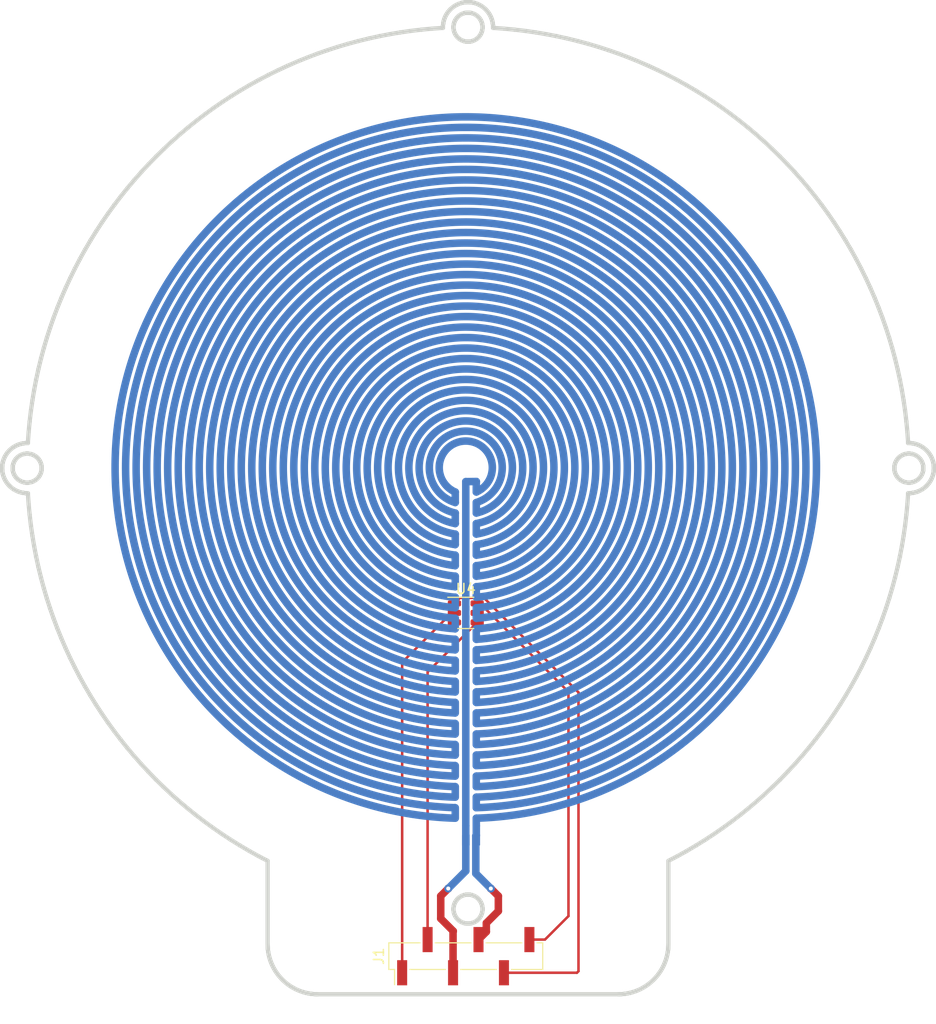
<source format=kicad_pcb>
(kicad_pcb (version 20211014) (generator pcbnew)
  (layers (0 "F.Cu" signal) (31 "B.Cu" signal) (34 "B.Paste" user) (35 "F.Paste" user) (36 "B.SilkS" user "B.Silkscreen") (37 "F.SilkS" user "F.Silkscreen") (38 "B.Mask" user) (39 "F.Mask" user) (44 "Edge.Cuts" user))
  (net 0 "")
  (net 1 "+3V3")
  (net 2 "GND")
  (net 3 "Net-(J1-Pad3)")
  (net 4 "Net-(J1-Pad4)")
  (net 6 "SCL")
  (net 7 "SDA")
  (footprint "Connector_PinHeader_2.54mm:PinHeader_1x06_P2.54mm_Vertical_SMD_Pin1Left" (layer "F.Cu") (at 100 148.75 90)
    (fp_text reference "J1")
    (fp_text value "Conn_01x06_Male")
  )
  (footprint "Package_TO_SOT_SMD:SOT-23-6" (layer "F.Cu") (at 100 114.5)
    (fp_text reference "U4")
    (fp_text value "TMP101")
  )
  (footprint "custom_footprints:mug_heater_resistor_3737mm" (layer "B.Cu") (at 100 100 180)
    (fp_text reference "R1" hide)
    (fp_text value "R" hide)
  )
  (gr_line (start 99.012395 56.850521) (end 99.035252 56.883797) (layer "Edge.Cuts") (width 0.423333))
  (gr_line (start 138.980992 120.877312) (end 139.474583 119.931595) (layer "Edge.Cuts") (width 0.423333))
  (gr_line (start 54.899365 102.17276) (end 54.899365 102.17276) (layer "Edge.Cuts") (width 0.423333))
  (gr_line (start 55.218556 101.097488) (end 55.218556 101.097488) (layer "Edge.Cuts") (width 0.423333))
  (gr_line (start 81.687047 151.086388) (end 81.687047 151.086388) (layer "Edge.Cuts") (width 0.423333))
  (gr_line (start 100.677785 54.674675) (end 100.639683 54.662567) (layer "Edge.Cuts") (width 0.423333))
  (gr_line (start 98.774464 144.131859) (end 98.777013 144.171654) (layer "Edge.Cuts") (width 0.423333))
  (gr_line (start 144.900029 101.332863) (end 144.900029 101.332863) (layer "Edge.Cuts") (width 0.423333))
  (gr_line (start 143.580067 101.351486) (end 143.61649 101.368431) (layer "Edge.Cuts") (width 0.423333))
  (gr_line (start 99.19019 145.069115) (end 99.218129 145.097908) (layer "Edge.Cuts") (width 0.423333))
  (gr_line (start 145.595982 102.13974) (end 145.646794 102.105873) (layer "Edge.Cuts") (width 0.423333))
  (gr_line (start 145.336049 99.122215) (end 145.309819 99.091736) (layer "Edge.Cuts") (width 0.423333))
  (gr_line (start 119.632115 149.907814) (end 119.632115 149.907814) (layer "Edge.Cuts") (width 0.423333))
  (gr_line (start 100.556706 53.573757) (end 100.496602 53.566303) (layer "Edge.Cuts") (width 0.423333))
  (gr_line (start 97.826207 55.338799) (end 97.809285 55.397472) (layer "Edge.Cuts") (width 0.423333))
  (gr_line (start 56.322613 98.604904) (end 56.282811 98.602364) (layer "Edge.Cuts") (width 0.423333))
  (gr_line (start 54.851956 100.525986) (end 54.851956 100.525986) (layer "Edge.Cuts") (width 0.423333))
  (gr_line (start 58.503629 114.034561) (end 58.503629 114.034561) (layer "Edge.Cuts") (width 0.423333))
  (gr_line (start 54.698704 102.033905) (end 54.698704 102.033905) (layer "Edge.Cuts") (width 0.423333))
  (gr_line (start 113.211827 58.012318) (end 113.211827 58.012318) (layer "Edge.Cuts") (width 0.423333))
  (gr_line (start 57.386021 99.185715) (end 57.386021 99.185715) (layer "Edge.Cuts") (width 0.423333))
  (gr_line (start 56.366643 103.613777) (end 56.366643 103.613777) (layer "Edge.Cuts") (width 0.423333))
  (gr_line (start 80.295972 148.40583) (end 80.295972 148.40583) (layer "Edge.Cuts") (width 0.423333))
  (gr_line (start 145.662877 100.211876) (end 145.662877 100.211876) (layer "Edge.Cuts") (width 0.423333))
  (gr_line (start 146.668721 100.566628) (end 146.680562 100.506516) (layer "Edge.Cuts") (width 0.423333))
  (gr_line (start 146.252995 101.508965) (end 146.252995 101.508965) (layer "Edge.Cuts") (width 0.423333))
  (gr_line (start 99.882771 54.641483) (end 99.843816 54.651474) (layer "Edge.Cuts") (width 0.423333))
  (gr_line (start 99.47382 142.809364) (end 99.47382 142.809364) (layer "Edge.Cuts") (width 0.423333))
  (gr_line (start 55.509808 97.654938) (end 55.45139 97.672722) (layer "Edge.Cuts") (width 0.423333))
  (gr_line (start 100.008916 53.560375) (end 100.008916 53.560375) (layer "Edge.Cuts") (width 0.423333))
  (gr_line (start 146.655156 100.6259) (end 146.668721 100.566628) (layer "Edge.Cuts") (width 0.423333))
  (gr_line (start 55.544522 101.332863) (end 55.544522 101.332863) (layer "Edge.Cuts") (width 0.423333))
  (gr_line (start 143.083089 99.153542) (end 143.083089 99.153542) (layer "Edge.Cuts") (width 0.423333))
  (gr_line (start 97.767796 55.575867) (end 97.767796 55.575867) (layer "Edge.Cuts") (width 0.423333))
  (gr_line (start 101.282307 57.04026) (end 101.282307 57.04026) (layer "Edge.Cuts") (width 0.423333))
  (gr_line (start 100.282384 54.602451) (end 100.282384 54.602451) (layer "Edge.Cuts") (width 0.423333))
  (gr_line (start 101.671773 56.091572) (end 101.671773 56.091572) (layer "Edge.Cuts") (width 0.423333))
  (gr_line (start 141.590398 115.041245) (end 141.940923 114.034561) (layer "Edge.Cuts") (width 0.423333))
  (gr_line (start 145.696736 102.070305) (end 145.696736 102.070305) (layer "Edge.Cuts") (width 0.423333))
  (gr_line (start 123.8485 62.932385) (end 122.940038 62.369602) (layer "Edge.Cuts") (width 0.423333))
  (gr_line (start 145.547719 100.638588) (end 145.547719 100.638588) (layer "Edge.Cuts") (width 0.423333))
  (gr_line (start 101.670079 144.131859) (end 101.671773 144.091225) (layer "Edge.Cuts") (width 0.423333))
  (gr_line (start 55.843396 98.651466) (end 55.805302 98.662476) (layer "Edge.Cuts") (width 0.423333))
  (gr_line (start 142.950154 99.355896) (end 142.931523 99.391449) (layer "Edge.Cuts") (width 0.423333))
  (gr_line (start 145.309819 99.091736) (end 145.282719 99.062096) (layer "Edge.Cuts") (width 0.423333))
  (gr_line (start 98.79987 56.331604) (end 98.808339 56.371052) (layer "Edge.Cuts") (width 0.423333))
  (gr_line (start 101.335637 143.122627) (end 101.335637 143.122627) (layer "Edge.Cuts") (width 0.423333))
  (gr_line (start 143.544514 98.769157) (end 143.544514 98.769157) (layer "Edge.Cuts") (width 0.423333))
  (gr_line (start 57.667119 99.930779) (end 57.667119 99.930779) (layer "Edge.Cuts") (width 0.423333))
  (gr_line (start 58.511243 86.044601) (end 58.183583 87.061615) (layer "Edge.Cuts") (width 0.423333))
  (gr_line (start 146.587422 99.242439) (end 146.567113 99.184868) (layer "Edge.Cuts") (width 0.423333))
  (gr_line (start 56.202382 98.601517) (end 56.202382 98.601517) (layer "Edge.Cuts") (width 0.423333))
  (gr_line (start 115.344594 152.549431) (end 115.467351 152.545189) (layer "Edge.Cuts") (width 0.423333))
  (gr_line (start 100.403462 142.612938) (end 100.362813 142.607857) (layer "Edge.Cuts") (width 0.423333))
  (gr_line (start 100.521992 57.46986) (end 100.561787 57.460884) (layer "Edge.Cuts") (width 0.423333))
  (gr_line (start 55.843396 101.450554) (end 55.843396 101.450554) (layer "Edge.Cuts") (width 0.423333))
  (gr_line (start 54.96964 99.320335) (end 54.950162 99.355896) (layer "Edge.Cuts") (width 0.423333))
  (gr_line (start 127.398579 134.655121) (end 128.229161 133.986259) (layer "Edge.Cuts") (width 0.423333))
  (gr_line (start 99.580495 145.351067) (end 99.616917 145.368843) (layer "Edge.Cuts") (width 0.423333))
  (gr_line (start 100.561787 145.461128) (end 100.561787 145.461128) (layer "Edge.Cuts") (width 0.423333))
  (gr_line (start 142.780812 100.211876) (end 142.785893 100.252518) (layer "Edge.Cuts") (width 0.423333))
  (gr_line (start 143.03481 100.884125) (end 143.03481 100.884125) (layer "Edge.Cuts") (width 0.423333))
  (gr_line (start 54.26521 98.495682) (end 54.26521 98.495682) (layer "Edge.Cuts") (width 0.423333))
  (gr_line (start 144.935582 98.788628) (end 144.900029 98.769157) (layer "Edge.Cuts") (width 0.423333))
  (gr_line (start 56.041516 101.489494) (end 56.081303 101.494583) (layer "Edge.Cuts") (width 0.423333))
  (gr_line (start 120.216298 147.796242) (end 120.216298 147.796242) (layer "Edge.Cuts") (width 0.423333))
  (gr_line (start 97.747472 55.696178) (end 97.747472 55.696178) (layer "Edge.Cuts") (width 0.423333))
  (gr_line (start 101.367818 53.829273) (end 101.367818 53.829273) (layer "Edge.Cuts") (width 0.423333))
  (gr_line (start 55.690991 98.702263) (end 55.690991 98.702263) (layer "Edge.Cuts") (width 0.423333))
  (gr_line (start 100.617665 53.582645) (end 100.556706 53.573757) (layer "Edge.Cuts") (width 0.423333))
  (gr_line (start 56.522427 98.632843) (end 56.482632 98.625229) (layer "Edge.Cuts") (width 0.423333))
  (gr_line (start 118.208012 59.895302) (end 118.208012 59.895302) (layer "Edge.Cuts") (width 0.423333))
  (gr_line (start 146.680562 100.506516) (end 146.680562 100.506516) (layer "Edge.Cuts") (width 0.423333))
  (gr_line (start 54.828244 99.653076) (end 54.828244 99.653076) (layer "Edge.Cuts") (width 0.423333))
  (gr_line (start 101.652303 144.291878) (end 101.652303 144.291878) (layer "Edge.Cuts") (width 0.423333))
  (gr_line (start 143.474232 98.808945) (end 143.439519 98.830109) (layer "Edge.Cuts") (width 0.423333))
  (gr_line (start 144.757787 102.493637) (end 144.817052 102.479256) (layer "Edge.Cuts") (width 0.423333))
  (gr_line (start 57.65865 99.850349) (end 57.651875 99.810562) (layer "Edge.Cuts") (width 0.423333))
  (gr_line (start 101.671773 56.091572) (end 101.672612 56.051186) (layer "Edge.Cuts") (width 0.423333))
  (gr_line (start 100.600743 57.450977) (end 100.600743 57.450977) (layer "Edge.Cuts") (width 0.423333))
  (gr_line (start 57.51302 99.391449) (end 57.51302 99.391449) (layer "Edge.Cuts") (width 0.423333))
  (gr_line (start 54.747807 102.070305) (end 54.797765 102.105873) (layer "Edge.Cuts") (width 0.423333))
  (gr_line (start 101.592183 56.526081) (end 101.592183 56.526081) (layer "Edge.Cuts") (width 0.423333))
  (gr_line (start 101.134984 54.924778) (end 101.134984 54.924778) (layer "Edge.Cuts") (width 0.423333))
  (gr_line (start 144.395421 97.557579) (end 144.395421 97.557579) (layer "Edge.Cuts") (width 0.423333))
  (gr_line (start 146.179341 101.606339) (end 146.179341 101.606339) (layer "Edge.Cuts") (width 0.423333))
  (gr_line (start 101.225575 145.097908) (end 101.254353 145.069115) (layer "Edge.Cuts") (width 0.423333))
  (gr_line (start 117.47057 152.017708) (end 117.47057 152.017708) (layer "Edge.Cuts") (width 0.423333))
  (gr_line (start 99.728673 145.414558) (end 99.728673 145.414558) (layer "Edge.Cuts") (width 0.423333))
  (gr_line (start 98.86591 56.563923) (end 98.880299 56.601433) (layer "Edge.Cuts") (width 0.423333))
  (gr_line (start 118.579701 151.255714) (end 118.670293 151.172737) (layer "Edge.Cuts") (width 0.423333))
  (gr_line (start 92.420247 56.748413) (end 91.37122 56.9506) (layer "Edge.Cuts") (width 0.423333))
  (gr_line (start 145.671345 100.091644) (end 145.671345 100.091644) (layer "Edge.Cuts") (width 0.423333))
  (gr_line (start 54.343106 101.700317) (end 54.383748 101.745194) (layer "Edge.Cuts") (width 0.423333))
  (gr_line (start 99.544102 57.332951) (end 99.544102 57.332951) (layer "Edge.Cuts") (width 0.423333))
  (gr_line (start 143.805287 101.439545) (end 143.805287 101.439545) (layer "Edge.Cuts") (width 0.423333))
  (gr_line (start 56.403043 98.612526) (end 56.403043 98.612526) (layer "Edge.Cuts") (width 0.423333))
  (gr_line (start 76.596043 62.932385) (end 75.70197 63.51709) (layer "Edge.Cuts") (width 0.423333))
  (gr_line (start 55.580083 101.351486) (end 55.580083 101.351486) (layer "Edge.Cuts") (width 0.423333))
  (gr_line (start 56.171056 97.551651) (end 56.171056 97.551651) (layer "Edge.Cuts") (width 0.423333))
  (gr_line (start 98.808339 144.371468) (end 98.808339 144.371468) (layer "Edge.Cuts") (width 0.423333))
  (gr_line (start 101.626897 56.410255) (end 101.626897 56.410255) (layer "Edge.Cuts") (width 0.423333))
  (gr_line (start 57.530812 99.427017) (end 57.51302 99.391449) (layer "Edge.Cuts") (width 0.423333))
  (gr_line (start 101.56339 55.501019) (end 101.548146 55.463936) (layer "Edge.Cuts") (width 0.423333))
  (gr_line (start 132.081502 69.703262) (end 131.334737 68.938553) (layer "Edge.Cuts") (width 0.423333))
  (gr_line (start 118.200398 151.567284) (end 118.200398 151.567284) (layer "Edge.Cuts") (width 0.423333))
  (gr_line (start 55.161824 99.062096) (end 55.161824 99.062096) (layer "Edge.Cuts") (width 0.423333))
  (gr_line (start 97.72292 56.000217) (end 97.72292 56.000217) (layer "Edge.Cuts") (width 0.423333))
  (gr_line (start 98.817647 55.6922) (end 98.808339 55.731396) (layer "Edge.Cuts") (width 0.423333))
  (gr_line (start 99.247762 142.977013) (end 99.218129 143.004936) (layer "Edge.Cuts") (width 0.423333))
  (gr_line (start 143.012807 100.850258) (end 143.012807 100.850258) (layer "Edge.Cuts") (width 0.423333))
  (gr_line (start 142.851949 99.576027) (end 142.839238 99.614975) (layer "Edge.Cuts") (width 0.423333))
  (gr_line (start 145.662877 99.890137) (end 145.662877 99.890137) (layer "Edge.Cuts") (width 0.423333))
  (gr_line (start 100.791234 145.384926) (end 100.791234 145.384926) (layer "Edge.Cuts") (width 0.423333))
  (gr_line (start 119.238408 150.530113) (end 119.238408 150.530113) (layer "Edge.Cuts") (width 0.423333))
  (gr_line (start 82.34322 151.639259) (end 82.443974 151.708687) (layer "Edge.Cuts") (width 0.423333))
  (gr_line (start 100.081731 145.494148) (end 100.081731 145.494148) (layer "Edge.Cuts") (width 0.423333))
  (gr_line (start 100.121526 54.604736) (end 100.081731 54.608128) (layer "Edge.Cuts") (width 0.423333))
  (gr_line (start 55.928067 102.533432) (end 55.928067 102.533432) (layer "Edge.Cuts") (width 0.423333))
  (gr_line (start 98.774464 143.970985) (end 98.774464 143.970985) (layer "Edge.Cuts") (width 0.423333))
  (gr_line (start 145.563817 100.601341) (end 145.578206 100.564095) (layer "Edge.Cuts") (width 0.423333))
  (gr_line (start 101.578633 144.563652) (end 101.592183 144.526405) (layer "Edge.Cuts") (width 0.423333))
  (gr_line (start 143.373479 101.227028) (end 143.406514 101.249893) (layer "Edge.Cuts") (width 0.423333))
  (gr_line (start 104.851002 56.295361) (end 104.851002 56.295361) (layer "Edge.Cuts") (width 0.423333))
  (gr_line (start 144.934727 97.654938) (end 144.876317 97.638008) (layer "Edge.Cuts") (width 0.423333))
  (gr_line (start 99.035252 56.883797) (end 99.058965 56.916477) (layer "Edge.Cuts") (width 0.423333))
  (gr_line (start 145.226002 99.004532) (end 145.226002 99.004532) (layer "Edge.Cuts") (width 0.423333))
  (gr_line (start 98.39771 54.341846) (end 98.357075 54.38689) (layer "Edge.Cuts") (width 0.423333))
  (gr_line (start 81.356847 150.723152) (end 81.436436 150.817131) (layer "Edge.Cuts") (width 0.423333))
  (gr_line (start 146.72205 100.020531) (end 146.72205 100.020531) (layer "Edge.Cuts") (width 0.423333))
  (gr_line (start 98.79987 56.331604) (end 98.79987 56.331604) (layer "Edge.Cuts") (width 0.423333))
  (gr_line (start 99.690572 142.701836) (end 99.690572 142.701836) (layer "Edge.Cuts") (width 0.423333))
  (gr_line (start 102.462559 54.941624) (end 102.434621 54.887184) (layer "Edge.Cuts") (width 0.423333))
  (gr_line (start 144.790807 98.717506) (end 144.75356 98.702263) (layer "Edge.Cuts") (width 0.423333))
  (gr_line (start 145.616307 100.448936) (end 145.616307 100.448936) (layer "Edge.Cuts") (width 0.423333))
  (gr_line (start 118.488271 151.336998) (end 118.579701 151.255714) (layer "Edge.Cuts") (width 0.423333))
  (gr_line (start 83.422719 152.215828) (end 83.422719 152.215828) (layer "Edge.Cuts") (width 0.423333))
  (gr_line (start 145.931264 101.87558) (end 145.931264 101.87558) (layer "Edge.Cuts") (width 0.423333))
  (gr_line (start 54.880742 99.500679) (end 54.880742 99.500679) (layer "Edge.Cuts") (width 0.423333))
  (gr_line (start 54.799466 99.77076) (end 54.792683 99.810562) (layer "Edge.Cuts") (width 0.423333))
  (gr_line (start 115.237904 58.692528) (end 115.237904 58.692528) (layer "Edge.Cuts") (width 0.423333))
  (gr_line (start 54.651295 101.995796) (end 54.698704 102.033905) (layer "Edge.Cuts") (width 0.423333))
  (gr_line (start 98.896397 143.463844) (end 98.880299 143.501091) (layer "Edge.Cuts") (width 0.423333))
  (gr_line (start 100.827641 57.368683) (end 100.827641 57.368683) (layer "Edge.Cuts") (width 0.423333))
  (gr_line (start 98.774464 56.131786) (end 98.777013 56.172005) (layer "Edge.Cuts") (width 0.423333))
  (gr_line (start 56.363255 101.494583) (end 56.403043 101.489494) (layer "Edge.Cuts") (width 0.423333))
  (gr_line (start 82.14594 151.492775) (end 82.14594 151.492775) (layer "Edge.Cuts") (width 0.423333))
  (gr_line (start 101.16631 57.151852) (end 101.196797 57.125183) (layer "Edge.Cuts") (width 0.423333))
  (gr_line (start 145.071049 98.875839) (end 145.071049 98.875839) (layer "Edge.Cuts") (width 0.423333))
  (gr_line (start 99.580495 57.351322) (end 99.616917 57.368683) (layer "Edge.Cuts") (width 0.423333))
  (gr_line (start 143.72823 98.687882) (end 143.690984 98.702263) (layer "Edge.Cuts") (width 0.423333))
  (gr_line (start 115.712041 152.527412) (end 115.712041 152.527412) (layer "Edge.Cuts") (width 0.423333))
  (gr_line (start 146.640782 100.685158) (end 146.640782 100.685158) (layer "Edge.Cuts") (width 0.423333))
  (gr_line (start 99.135152 57.010456) (end 99.135152 57.010456) (layer "Edge.Cuts") (width 0.423333))
  (gr_line (start 144.639241 101.439545) (end 144.678212 101.427689) (layer "Edge.Cuts") (width 0.423333))
  (gr_line (start 99.843816 54.651474) (end 99.843816 54.651474) (layer "Edge.Cuts") (width 0.423333))
  (gr_line (start 60.515309 81.095245) (end 60.515309 81.095245) (layer "Edge.Cuts") (width 0.423333))
  (gr_line (start 120.184972 148.163689) (end 120.198521 148.040932) (layer "Edge.Cuts") (width 0.423333))
  (gr_line (start 143.474232 98.808945) (end 143.474232 98.808945) (layer "Edge.Cuts") (width 0.423333))
  (gr_line (start 143.526738 107.842033) (end 143.70284 106.790474) (layer "Edge.Cuts") (width 0.423333))
  (gr_line (start 55.406514 98.852974) (end 55.406514 98.852974) (layer "Edge.Cuts") (width 0.423333))
  (gr_line (start 54.951855 97.897934) (end 54.899365 97.930107) (layer "Edge.Cuts") (width 0.423333))
  (gr_line (start 100.864049 145.351067) (end 100.864049 145.351067) (layer "Edge.Cuts") (width 0.423333))
  (gr_line (start 101.196797 57.125183) (end 101.225575 57.097664) (layer "Edge.Cuts") (width 0.423333))
  (gr_line (start 100.797154 53.618202) (end 100.797154 53.618202) (layer "Edge.Cuts") (width 0.423333))
  (gr_line (start 53.819859 99.358429) (end 53.819859 99.358429) (layer "Edge.Cuts") (width 0.423333))
  (gr_line (start 143.882329 98.641304) (end 143.843388 98.651466) (layer "Edge.Cuts") (width 0.423333))
  (gr_line (start 55.13474 101.010277) (end 55.13474 101.010277) (layer "Edge.Cuts") (width 0.423333))
  (gr_line (start 101.548146 143.463844) (end 101.531224 143.427422) (layer "Edge.Cuts") (width 0.423333))
  (gr_line (start 101.652303 55.810478) (end 101.652303 55.810478) (layer "Edge.Cuts") (width 0.423333))
  (gr_line (start 59.230061 116.039459) (end 59.230061 116.039459) (layer "Edge.Cuts") (width 0.423333))
  (gr_line (start 144.993169 102.429291) (end 144.993169 102.429291) (layer "Edge.Cuts") (width 0.423333))
  (gr_line (start 97.72292 56.122219) (end 96.656972 56.195881) (layer "Edge.Cuts") (width 0.423333))
  (gr_line (start 146.545094 100.974724) (end 146.545094 100.974724) (layer "Edge.Cuts") (width 0.423333))
  (gr_line (start 90.32729 57.178268) (end 90.32729 57.178268) (layer "Edge.Cuts") (width 0.423333))
  (gr_line (start 121.166264 138.747063) (end 121.166264 138.747063) (layer "Edge.Cuts") (width 0.423333))
  (gr_line (start 144.242162 101.50135) (end 144.282796 101.499657) (layer "Edge.Cuts") (width 0.423333))
  (gr_line (start 145.440205 97.867455) (end 145.440205 97.867455) (layer "Edge.Cuts") (width 0.423333))
  (gr_line (start 142.839238 99.614975) (end 142.828236 99.653076) (layer "Edge.Cuts") (width 0.423333))
  (gr_line (start 144.828053 101.368431) (end 144.828053 101.368431) (layer "Edge.Cuts") (width 0.423333))
  (gr_line (start 101.680241 54.020287) (end 101.630284 53.985317) (layer "Edge.Cuts") (width 0.423333))
  (gr_line (start 146.354588 98.746292) (end 146.354588 98.746292) (layer "Edge.Cuts") (width 0.423333))
  (gr_line (start 140.37798 82.065102) (end 139.92925 81.095245) (layer "Edge.Cuts") (width 0.423333))
  (gr_line (start 100.252751 53.551399) (end 100.191808 53.551399) (layer "Edge.Cuts") (width 0.423333))
  (gr_line (start 101.671773 56.010883) (end 101.670079 55.970669) (layer "Edge.Cuts") (width 0.423333))
  (gr_line (start 73.892644 135.303665) (end 74.754544 135.931892) (layer "Edge.Cuts") (width 0.423333))
  (gr_line (start 145.386006 100.916298) (end 145.409718 100.884125) (layer "Edge.Cuts") (width 0.423333))
  (gr_line (start 101.663304 56.212135) (end 101.667531 56.172005) (layer "Edge.Cuts") (width 0.423333))
  (gr_line (start 60.066571 82.065102) (end 59.641545 83.04554) (layer "Edge.Cuts") (width 0.423333))
  (gr_line (start 54.469258 101.833244) (end 54.469258 101.833244) (layer "Edge.Cuts") (width 0.423333))
  (gr_line (start 75.70197 63.51709) (end 74.821431 64.123302) (layer "Edge.Cuts") (width 0.423333))
  (gr_line (start 99.340901 57.202652) (end 99.340901 57.202652) (layer "Edge.Cuts") (width 0.423333))
  (gr_line (start 99.921712 57.46986) (end 99.961491 57.477646) (layer "Edge.Cuts") (width 0.423333))
  (gr_line (start 144.900029 98.769157) (end 144.900029 98.769157) (layer "Edge.Cuts") (width 0.423333))
  (gr_line (start 109.073323 56.9506) (end 108.024297 56.748413) (layer "Edge.Cuts") (width 0.423333))
  (gr_line (start 57.19637 98.977432) (end 57.16589 98.95034) (layer "Edge.Cuts") (width 0.423333))
  (gr_line (start 145.103215 101.202477) (end 145.103215 101.202477) (layer "Edge.Cuts") (width 0.423333))
  (gr_line (start 145.547719 99.464264) (end 145.547719 99.464264) (layer "Edge.Cuts") (width 0.423333))
  (gr_line (start 80.276501 148.284752) (end 80.276501 148.284752) (layer "Edge.Cuts") (width 0.423333))
  (gr_line (start 143.058522 99.185715) (end 143.058522 99.185715) (layer "Edge.Cuts") (width 0.423333))
  (gr_line (start 100.827641 145.368843) (end 100.827641 145.368843) (layer "Edge.Cuts") (width 0.423333))
  (gr_line (start 101.644673 56.331604) (end 101.652303 56.291977) (layer "Edge.Cuts") (width 0.423333))
  (gr_line (start 146.44434 98.905464) (end 146.415547 98.85128) (layer "Edge.Cuts") (width 0.423333))
  (gr_line (start 55.004346 102.234566) (end 55.058537 102.263351) (layer "Edge.Cuts") (width 0.423333))
  (gr_line (start 55.18977 99.033318) (end 55.18977 99.033318) (layer "Edge.Cuts") (width 0.423333))
  (gr_line (start 54.089955 98.746292) (end 54.058629 98.797936) (layer "Edge.Cuts") (width 0.423333))
  (gr_line (start 146.47144 98.959656) (end 146.44434 98.905464) (layer "Edge.Cuts") (width 0.423333))
  (gr_line (start 99.162251 55.062191) (end 99.162251 55.062191) (layer "Edge.Cuts") (width 0.423333))
  (gr_line (start 57.601926 89.118088) (end 57.601926 89.118088) (layer "Edge.Cuts") (width 0.423333))
  (gr_line (start 101.667531 144.171654) (end 101.667531 144.171654) (layer "Edge.Cuts") (width 0.423333))
  (gr_line (start 101.729344 54.056522) (end 101.680241 54.020287) (layer "Edge.Cuts") (width 0.423333))
  (gr_line (start 72.21539 133.986259) (end 73.045972 134.655121) (layer "Edge.Cuts") (width 0.423333))
  (gr_line (start 120.041051 148.885048) (end 120.072377 148.766518) (layer "Edge.Cuts") (width 0.423333))
  (gr_line (start 100.282384 57.5) (end 100.282384 57.5) (layer "Edge.Cuts") (width 0.423333))
  (gr_line (start 99.65331 145.384926) (end 99.690572 145.400169) (layer "Edge.Cuts") (width 0.423333))
  (gr_line (start 98.808339 55.731396) (end 98.79987 55.770851) (layer "Edge.Cuts") (width 0.423333))
  (gr_line (start 100.121526 145.497536) (end 100.121526 145.497536) (layer "Edge.Cuts") (width 0.423333))
  (gr_line (start 138.444188 78.25518) (end 138.444188 78.25518) (layer "Edge.Cuts") (width 0.423333))
  (gr_line (start 145.165883 101.151672) (end 145.165883 101.151672) (layer "Edge.Cuts") (width 0.423333))
  (gr_line (start 101.531224 55.427277) (end 101.513448 55.391121) (layer "Edge.Cuts") (width 0.423333))
  (gr_line (start 98.619542 54.132469) (end 98.619542 54.132469) (layer "Edge.Cuts") (width 0.423333))
  (gr_line (start 100.970723 142.809364) (end 100.970723 142.809364) (layer "Edge.Cuts") (width 0.423333))
  (gr_line (start 99.616917 57.368683) (end 99.616917 57.368683) (layer "Edge.Cuts") (width 0.423333))
  (gr_line (start 98.619542 54.132469) (end 98.572972 54.172092) (layer "Edge.Cuts") (width 0.423333))
  (gr_line (start 98.852361 143.576439) (end 98.852361 143.576439) (layer "Edge.Cuts") (width 0.423333))
  (gr_line (start 144.077916 103.613777) (end 144.15157 102.550369) (layer "Edge.Cuts") (width 0.423333))
  (gr_line (start 145.975285 101.833244) (end 145.975285 101.833244) (layer "Edge.Cuts") (width 0.423333))
  (gr_line (start 63.660664 124.530678) (end 63.660664 124.530678) (layer "Edge.Cuts") (width 0.423333))
  (gr_line (start 57.494397 99.355896) (end 57.494397 99.355896) (layer "Edge.Cuts") (width 0.423333))
  (gr_line (start 54.603879 101.956856) (end 54.651295 101.995796) (layer "Edge.Cuts") (width 0.423333))
  (gr_line (start 55.277821 101.151672) (end 55.277821 101.151672) (layer "Edge.Cuts") (width 0.423333))
  (gr_line (start 80.276501 148.284752) (end 80.295972 148.40583) (layer "Edge.Cuts") (width 0.423333))
  (gr_line (start 101.474492 144.782097) (end 101.494817 144.746544) (layer "Edge.Cuts") (width 0.423333))
  (gr_line (start 80.246022 148.040932) (end 80.246022 148.040932) (layer "Edge.Cuts") (width 0.423333))
  (gr_line (start 98.852361 143.576439) (end 98.839665 143.614555) (layer "Edge.Cuts") (width 0.423333))
  (gr_line (start 56.716306 98.687882) (end 56.716306 98.687882) (layer "Edge.Cuts") (width 0.423333))
  (gr_line (start 101.56339 56.601433) (end 101.578633 56.563923) (layer "Edge.Cuts") (width 0.423333))
  (gr_line (start 101.474492 56.782024) (end 101.474492 56.782024) (layer "Edge.Cuts") (width 0.423333))
  (gr_line (start 99.298558 53.728104) (end 99.241826 53.751385) (layer "Edge.Cuts") (width 0.423333))
  (gr_line (start 100.081731 142.607857) (end 100.041096 142.612938) (layer "Edge.Cuts") (width 0.423333))
  (gr_line (start 57.336072 100.979797) (end 57.336072 100.979797) (layer "Edge.Cuts") (width 0.423333))
  (gr_line (start 101.038472 145.249458) (end 101.038472 145.249458) (layer "Edge.Cuts") (width 0.423333))
  (gr_line (start 99.529698 53.649105) (end 99.471288 53.666718) (layer "Edge.Cuts") (width 0.423333))
  (gr_line (start 115.590123 152.537575) (end 115.590123 152.537575) (layer "Edge.Cuts") (width 0.423333))
  (gr_line (start 99.218129 145.097908) (end 99.247762 145.124992) (layer "Edge.Cuts") (width 0.423333))
  (gr_line (start 55.61649 101.368431) (end 55.61649 101.368431) (layer "Edge.Cuts") (width 0.423333))
  (gr_line (start 119.178303 60.343868) (end 119.178303 60.343868) (layer "Edge.Cuts") (width 0.423333))
  (gr_line (start 143.690984 101.400589) (end 143.690984 101.400589) (layer "Edge.Cuts") (width 0.423333))
  (gr_line (start 57.65865 100.252518) (end 57.65865 100.252518) (layer "Edge.Cuts") (width 0.423333))
  (gr_line (start 100.93517 57.313652) (end 100.93517 57.313652) (layer "Edge.Cuts") (width 0.423333))
  (gr_line (start 54.155988 101.459015) (end 54.155988 101.459015) (layer "Edge.Cuts") (width 0.423333))
  (gr_line (start 101.475346 53.887867) (end 101.422002 53.857895) (layer "Edge.Cuts") (width 0.423333))
  (gr_line (start 144.935582 98.788628) (end 144.935582 98.788628) (layer "Edge.Cuts") (width 0.423333))
  (gr_line (start 100.753972 57.400261) (end 100.753972 57.400261) (layer "Edge.Cuts") (width 0.423333))
  (gr_line (start 145.071049 98.875839) (end 145.038045 98.852974) (layer "Edge.Cuts") (width 0.423333))
  (gr_line (start 144.900029 98.769157) (end 144.864476 98.751381) (layer "Edge.Cuts") (width 0.423333))
  (gr_line (start 98.990376 55.285885) (end 98.990376 55.285885) (layer "Edge.Cuts") (width 0.423333))
  (gr_line (start 101.644673 56.331604) (end 101.644673 56.331604) (layer "Edge.Cuts") (width 0.423333))
  (gr_line (start 144.202367 98.601517) (end 144.161732 98.602364) (layer "Edge.Cuts") (width 0.423333))
  (gr_line (start 101.592183 143.576439) (end 101.592183 143.576439) (layer "Edge.Cuts") (width 0.423333))
  (gr_line (start 101.361043 143.153954) (end 101.335637 143.122627) (layer "Edge.Cuts") (width 0.423333))
  (gr_line (start 100.715886 145.414558) (end 100.753972 145.400169) (layer "Edge.Cuts") (width 0.423333))
  (gr_line (start 61.462727 120.877312) (end 61.979192 121.810341) (layer "Edge.Cuts") (width 0.423333))
  (gr_line (start 102.711476 55.817421) (end 102.711476 55.817421) (layer "Edge.Cuts") (width 0.423333))
  (gr_line (start 143.653737 101.385353) (end 143.690984 101.400589) (layer "Edge.Cuts") (width 0.423333))
  (gr_line (start 54.426076 101.790062) (end 54.426076 101.790062) (layer "Edge.Cuts") (width 0.423333))
  (gr_line (start 98.100529 54.728436) (end 98.069203 54.78059) (layer "Edge.Cuts") (width 0.423333))
  (gr_line (start 100.282384 142.602776) (end 100.242604 142.601097) (layer "Edge.Cuts") (width 0.423333))
  (gr_line (start 101.038472 145.249458) (end 101.071477 145.226601) (layer "Edge.Cuts") (width 0.423333))
  (gr_line (start 59.240224 84.035973) (end 58.863461 85.035889) (layer "Edge.Cuts") (width 0.423333))
  (gr_line (start 123.921315 137.123146) (end 123.921315 137.123146) (layer "Edge.Cuts") (width 0.423333))
  (gr_line (start 145.108296 102.388657) (end 145.165044 102.366638) (layer "Edge.Cuts") (width 0.423333))
  (gr_line (start 102.58109 55.222637) (end 102.58109 55.222637) (layer "Edge.Cuts") (width 0.423333))
  (gr_line (start 98.764317 54.020287) (end 98.764317 54.020287) (layer "Edge.Cuts") (width 0.423333))
  (gr_line (start 99.65331 54.717434) (end 99.616917 54.733772) (layer "Edge.Cuts") (width 0.423333))
  (gr_line (start 57.563817 99.500679) (end 57.563817 99.500679) (layer "Edge.Cuts") (width 0.423333))
  (gr_line (start 140.814854 117.028366) (end 141.214482 116.039459) (layer "Edge.Cuts") (width 0.423333))
  (gr_line (start 54.513287 101.87558) (end 54.513287 101.87558) (layer "Edge.Cuts") (width 0.423333))
  (gr_line (start 145.038045 101.249893) (end 145.071049 101.227028) (layer "Edge.Cuts") (width 0.423333))
  (gr_line (start 144.121938 101.497963) (end 144.161732 101.499657) (layer "Edge.Cuts") (width 0.423333))
  (gr_line (start 101.652303 143.810127) (end 101.652303 143.810127) (layer "Edge.Cuts") (width 0.423333))
  (gr_line (start 53.730969 99.837647) (end 53.726735 99.898605) (layer "Edge.Cuts") (width 0.423333))
  (gr_line (start 102.087483 54.38689) (end 102.087483 54.38689) (layer "Edge.Cuts") (width 0.423333))
  (gr_line (start 100.677785 53.593056) (end 100.617665 53.582645) (layer "Edge.Cuts") (width 0.423333))
  (gr_line (start 116.673848 152.336067) (end 116.7907 152.298805) (layer "Edge.Cuts") (width 0.423333))
  (gr_line (start 54.899365 97.930107) (end 54.899365 97.930107) (layer "Edge.Cuts") (width 0.423333))
  (gr_line (start 81.60069 150.999168) (end 81.687047 151.086388) (layer "Edge.Cuts") (width 0.423333))
  (gr_line (start 84.610585 152.513863) (end 84.610585 152.513863) (layer "Edge.Cuts") (width 0.423333))
  (gr_line (start 54.773213 100.091644) (end 54.773213 100.091644) (layer "Edge.Cuts") (width 0.423333))
  (gr_line (start 101.134984 54.924778) (end 101.103657 54.899803) (layer "Edge.Cuts") (width 0.423333))
  (gr_line (start 145.616307 99.653076) (end 145.605305 99.614975) (layer "Edge.Cuts") (width 0.423333))
  (gr_line (start 98.528096 54.212986) (end 98.528096 54.212986) (layer "Edge.Cuts") (width 0.423333))
  (gr_line (start 99.690572 54.702187) (end 99.690572 54.702187) (layer "Edge.Cuts") (width 0.423333))
  (gr_line (start 128.229161 133.986259) (end 129.042805 133.29792) (layer "Edge.Cuts") (width 0.423333))
  (gr_line (start 145.409718 99.218742) (end 145.386006 99.185715) (layer "Edge.Cuts") (width 0.423333))
  (gr_line (start 100.001302 57.484337) (end 100.041096 57.489925) (layer "Edge.Cuts") (width 0.423333))
  (gr_line (start 56.442837 101.484421) (end 56.482632 101.477638) (layer "Edge.Cuts") (width 0.423333))
  (gr_line (start 100.791234 142.717079) (end 100.791234 142.717079) (layer "Edge.Cuts") (width 0.423333))
  (gr_line (start 81.517712 150.909416) (end 81.60069 150.999168) (layer "Edge.Cuts") (width 0.423333))
  (gr_line (start 69.109814 68.938553) (end 69.109814 68.938553) (layer "Edge.Cuts") (width 0.423333))
  (gr_line (start 101.409306 56.883797) (end 101.409306 56.883797) (layer "Edge.Cuts") (width 0.423333))
  (gr_line (start 101.626897 144.410423) (end 101.636204 144.371468) (layer "Edge.Cuts") (width 0.423333))
  (gr_line (start 56.935597 101.313393) (end 56.970303 101.293076) (layer "Edge.Cuts") (width 0.423333))
  (gr_line (start 101.432164 56.850521) (end 101.454167 56.81657) (layer "Edge.Cuts") (width 0.423333))
  (gr_line (start 98.240224 54.527863) (end 98.202977 54.576714) (layer "Edge.Cuts") (width 0.423333))
  (gr_line (start 55.961934 101.477638) (end 56.001721 101.484421) (layer "Edge.Cuts") (width 0.423333))
  (gr_line (start 146.706822 100.325325) (end 146.706822 100.325325) (layer "Edge.Cuts") (width 0.423333))
  (gr_line (start 98.715215 54.056522) (end 98.666951 54.093857) (layer "Edge.Cuts") (width 0.423333))
  (gr_line (start 98.771931 56.051186) (end 98.771931 56.051186) (layer "Edge.Cuts") (width 0.423333))
  (gr_line (start 100.639683 54.662567) (end 100.639683 54.662567) (layer "Edge.Cuts") (width 0.423333))
  (gr_line (start 101.513448 55.391121) (end 101.494817 55.355476) (layer "Edge.Cuts") (width 0.423333))
  (gr_line (start 56.242177 101.50135) (end 56.242177 101.50135) (layer "Edge.Cuts") (width 0.423333))
  (gr_line (start 144.864476 101.351486) (end 144.900029 101.332863) (layer "Edge.Cuts") (width 0.423333))
  (gr_line (start 99.340901 54.899803) (end 99.340901 54.899803) (layer "Edge.Cuts") (width 0.423333))
  (gr_line (start 98.772786 144.01078) (end 98.771931 144.051415) (layer "Edge.Cuts") (width 0.423333))
  (gr_line (start 145.492696 97.897934) (end 145.492696 97.897934) (layer "Edge.Cuts") (width 0.423333))
  (gr_line (start 145.627324 99.692024) (end 145.616307 99.653076) (layer "Edge.Cuts") (width 0.423333))
  (gr_line (start 99.247762 54.977272) (end 99.218129 55.004791) (layer "Edge.Cuts") (width 0.423333))
  (gr_line (start 101.196797 54.977272) (end 101.196797 54.977272) (layer "Edge.Cuts") (width 0.423333))
  (gr_line (start 143.508961 101.313393) (end 143.508961 101.313393) (layer "Edge.Cuts") (width 0.423333))
  (gr_line (start 97.863469 55.222637) (end 97.863469 55.222637) (layer "Edge.Cuts") (width 0.423333))
  (gr_line (start 56.161748 101.499657) (end 56.161748 101.499657) (layer "Edge.Cuts") (width 0.423333))
  (gr_line (start 103.787587 56.195881) (end 103.787587 56.195881) (layer "Edge.Cuts") (width 0.423333))
  (gr_line (start 102.128133 54.432949) (end 102.128133 54.432949) (layer "Edge.Cuts") (width 0.423333))
  (gr_line (start 142.969624 100.781685) (end 142.969624 100.781685) (layer "Edge.Cuts") (width 0.423333))
  (gr_line (start 143.702 93.303078) (end 143.702 93.303078) (layer "Edge.Cuts") (width 0.423333))
  (gr_line (start 98.572972 54.172092) (end 98.528096 54.212986) (layer "Edge.Cuts") (width 0.423333))
  (gr_line (start 98.896397 144.638161) (end 98.896397 144.638161) (layer "Edge.Cuts") (width 0.423333))
  (gr_line (start 55.45139 102.429291) (end 55.45139 102.429291) (layer "Edge.Cuts") (width 0.423333))
  (gr_line (start 102.167073 54.479939) (end 102.167073 54.479939) (layer "Edge.Cuts") (width 0.423333))
  (gr_line (start 145.038045 98.852974) (end 145.005009 98.830109) (layer "Edge.Cuts") (width 0.423333))
  (gr_line (start 56.591847 94.361412) (end 56.466542 95.422279) (layer "Edge.Cuts") (width 0.423333))
  (gr_line (start 99.961491 54.624802) (end 99.961491 54.624802) (layer "Edge.Cuts") (width 0.423333))
  (gr_line (start 56.828069 101.368431) (end 56.828069 101.368431) (layer "Edge.Cuts") (width 0.423333))
  (gr_line (start 144.757787 97.609222) (end 144.757787 97.609222) (layer "Edge.Cuts") (width 0.423333))
  (gr_line (start 144.041508 101.489494) (end 144.041508 101.489494) (layer "Edge.Cuts") (width 0.423333))
  (gr_line (start 55.012814 99.251762) (end 55.012814 99.251762) (layer "Edge.Cuts") (width 0.423333))
  (gr_line (start 99.162251 143.062523) (end 99.135152 143.092155) (layer "Edge.Cuts") (width 0.423333))
  (gr_line (start 146.700032 100.386284) (end 146.700032 100.386284) (layer "Edge.Cuts") (width 0.423333))
  (gr_line (start 143.653737 101.385353) (end 143.653737 101.385353) (layer "Edge.Cuts") (width 0.423333))
  (gr_line (start 54.303303 98.448265) (end 54.26521 98.495682) (layer "Edge.Cuts") (width 0.423333))
  (gr_line (start 98.777013 143.930351) (end 98.777013 143.930351) (layer "Edge.Cuts") (width 0.423333))
  (gr_line (start 55.746876 97.596527) (end 55.746876 97.596527) (layer "Edge.Cuts") (width 0.423333))
  (gr_line (start 120.072377 148.766518) (end 120.100316 148.647133) (layer "Edge.Cuts") (width 0.423333))
  (gr_line (start 98.949742 56.746971) (end 98.949742 56.746971) (layer "Edge.Cuts") (width 0.423333))
  (gr_line (start 142.828236 100.448936) (end 142.828236 100.448936) (layer "Edge.Cuts") (width 0.423333))
  (gr_line (start 98.839665 55.614643) (end 98.827809 55.653252) (layer "Edge.Cuts") (width 0.423333))
  (gr_line (start 57.409734 100.884125) (end 57.409734 100.884125) (layer "Edge.Cuts") (width 0.423333))
  (gr_line (start 98.913319 144.675423) (end 98.931111 144.710976) (layer "Edge.Cuts") (width 0.423333))
  (gr_line (start 54.839253 99.614975) (end 54.839253 99.614975) (layer "Edge.Cuts") (width 0.423333))
  (gr_line (start 144.56136 98.641304) (end 144.52242 98.632843) (layer "Edge.Cuts") (width 0.423333))
  (gr_line (start 118.298604 151.492775) (end 118.298604 151.492775) (layer "Edge.Cuts") (width 0.423333))
  (gr_line (start 81.206136 150.530113) (end 81.206136 150.530113) (layer "Edge.Cuts") (width 0.423333))
  (gr_line (start 101.667531 143.930351) (end 101.663304 143.890556) (layer "Edge.Cuts") (width 0.423333))
  (gr_line (start 97.930348 55.052284) (end 97.930348 55.052284) (layer "Edge.Cuts") (width 0.423333))
  (gr_line (start 56.363255 101.494583) (end 56.363255 101.494583) (layer "Edge.Cuts") (width 0.423333))
  (gr_line (start 143.322697 91.200295) (end 143.094929 90.156273) (layer "Edge.Cuts") (width 0.423333))
  (gr_line (start 100.081731 145.494148) (end 100.121526 145.497536) (layer "Edge.Cuts") (width 0.423333))
  (gr_line (start 98.772786 56.010883) (end 98.772786 56.010883) (layer "Edge.Cuts") (width 0.423333))
  (gr_line (start 99.882771 54.641483) (end 99.882771 54.641483) (layer "Edge.Cuts") (width 0.423333))
  (gr_line (start 53.857121 99.242439) (end 53.837643 99.300018) (layer "Edge.Cuts") (width 0.423333))
  (gr_line (start 100.715886 142.688286) (end 100.715886 142.688286) (layer "Edge.Cuts") (width 0.423333))
  (gr_line (start 99.580495 57.351322) (end 99.580495 57.351322) (layer "Edge.Cuts") (width 0.423333))
  (gr_line (start 101.672612 144.051415) (end 101.671773 144.01078) (layer "Edge.Cuts") (width 0.423333))
  (gr_line (start 99.439961 54.830376) (end 99.406087 54.852642) (layer "Edge.Cuts") (width 0.423333))
  (gr_line (start 56.081303 98.608284) (end 56.081303 98.608284) (layer "Edge.Cuts") (width 0.423333))
  (gr_line (start 143.702 93.303078) (end 143.525044 92.249825) (layer "Edge.Cuts") (width 0.423333))
  (gr_line (start 56.716306 101.414139) (end 56.753567 101.400589) (layer "Edge.Cuts") (width 0.423333))
  (gr_line (start 101.309392 143.092155) (end 101.282307 143.062523) (layer "Edge.Cuts") (width 0.423333))
  (gr_line (start 142.846852 110.967087) (end 142.846852 110.967087) (layer "Edge.Cuts") (width 0.423333))
  (gr_line (start 137.904027 77.33342) (end 137.340977 76.425118) (layer "Edge.Cuts") (width 0.423333))
  (gr_line (start 100.561787 54.641483) (end 100.561787 54.641483) (layer "Edge.Cuts") (width 0.423333))
  (gr_line (start 102.046834 54.341846) (end 102.046834 54.341846) (layer "Edge.Cuts") (width 0.423333))
  (gr_line (start 98.78632 56.252098) (end 98.792256 56.291977) (layer "Edge.Cuts") (width 0.423333))
  (gr_line (start 143.406514 98.852974) (end 143.406514 98.852974) (layer "Edge.Cuts") (width 0.423333))
  (gr_line (start 56.202382 101.50135) (end 56.202382 101.50135) (layer "Edge.Cuts") (width 0.423333))
  (gr_line (start 146.060796 98.356827) (end 146.060796 98.356827) (layer "Edge.Cuts") (width 0.423333))
  (gr_line (start 146.018468 101.790062) (end 146.018468 101.790062) (layer "Edge.Cuts") (width 0.423333))
  (gr_line (start 55.083096 100.948471) (end 55.108487 100.979797) (layer "Edge.Cuts") (width 0.423333))
  (gr_line (start 100.001302 54.618115) (end 99.961491 54.624802) (layer "Edge.Cuts") (width 0.423333))
  (gr_line (start 143.108479 99.122215) (end 143.083089 99.153542) (layer "Edge.Cuts") (width 0.423333))
  (gr_line (start 98.896397 144.638161) (end 98.913319 144.675423) (layer "Edge.Cuts") (width 0.423333))
  (gr_line (start 101.432164 55.251934) (end 101.432164 55.251934) (layer "Edge.Cuts") (width 0.423333))
  (gr_line (start 98.970052 56.782024) (end 98.970052 56.782024) (layer "Edge.Cuts") (width 0.423333))
  (gr_line (start 56.465695 104.675499) (end 56.591 105.73468) (layer "Edge.Cuts") (width 0.423333))
  (gr_line (start 98.038716 54.833591) (end 98.009938 54.887184) (layer "Edge.Cuts") (width 0.423333))
  (gr_line (start 101.004597 142.830528) (end 101.004597 142.830528) (layer "Edge.Cuts") (width 0.423333))
  (gr_line (start 99.373067 142.875404) (end 99.373067 142.875404) (layer "Edge.Cuts") (width 0.423333))
  (gr_line (start 98.808339 55.731396) (end 98.808339 55.731396) (layer "Edge.Cuts") (width 0.423333))
  (gr_line (start 99.707494 53.604912) (end 99.707494 53.604912) (layer "Edge.Cuts") (width 0.423333))
  (gr_line (start 101.513448 55.391121) (end 101.513448 55.391121) (layer "Edge.Cuts") (width 0.423333))
  (gr_line (start 144.56136 101.460709) (end 144.601155 101.450554) (layer "Edge.Cuts") (width 0.423333))
  (gr_line (start 100.600743 54.651474) (end 100.600743 54.651474) (layer "Edge.Cuts") (width 0.423333))
  (gr_line (start 54.817242 99.692024) (end 54.807927 99.730965) (layer "Edge.Cuts") (width 0.423333))
  (gr_line (start 145.135396 101.177925) (end 145.135396 101.177925) (layer "Edge.Cuts") (width 0.423333))
  (gr_line (start 81.206136 150.530113) (end 81.280644 150.62748) (layer "Edge.Cuts") (width 0.423333))
  (gr_line (start 99.309575 145.177498) (end 99.340901 145.202904) (layer "Edge.Cuts") (width 0.423333))
  (gr_line (start 56.282811 98.602364) (end 56.282811 98.602364) (layer "Edge.Cuts") (width 0.423333))
  (gr_line (start 68.363057 69.703262) (end 67.635777 70.485832) (layer "Edge.Cuts") (width 0.423333))
  (gr_line (start 145.254781 99.033318) (end 145.226002 99.004532) (layer "Edge.Cuts") (width 0.423333))
  (gr_line (start 55.544522 98.769157) (end 55.508969 98.788628) (layer "Edge.Cuts") (width 0.423333))
  (gr_line (start 55.439534 98.830109) (end 55.406514 98.852974) (layer "Edge.Cuts") (width 0.423333))
  (gr_line (start 119.44669 150.226173) (end 119.511037 150.122032) (layer "Edge.Cuts") (width 0.423333))
  (gr_line (start 55.580083 98.751381) (end 55.580083 98.751381) (layer "Edge.Cuts") (width 0.423333))
  (gr_line (start 82.050275 151.416588) (end 82.050275 151.416588) (layer "Edge.Cuts") (width 0.423333))
  (gr_line (start 53.946866 101.087326) (end 53.973111 101.142365) (layer "Edge.Cuts") (width 0.423333))
  (gr_line (start 81.280644 150.62748) (end 81.356847 150.723152) (layer "Edge.Cuts") (width 0.423333))
  (gr_line (start 56.591 105.73468) (end 56.591 105.73468) (layer "Edge.Cuts") (width 0.423333))
  (gr_line (start 100.93517 142.789055) (end 100.93517 142.789055) (layer "Edge.Cuts") (width 0.423333))
  (gr_line (start 145.646794 97.996994) (end 145.595982 97.963127) (layer "Edge.Cuts") (width 0.423333))
  (gr_line (start 57.135411 101.177925) (end 57.135411 101.177925) (layer "Edge.Cuts") (width 0.423333))
  (gr_line (start 56.716306 101.414139) (end 56.716306 101.414139) (layer "Edge.Cuts") (width 0.423333))
  (gr_line (start 141.940923 114.034561) (end 142.267735 113.019409) (layer "Edge.Cuts") (width 0.423333))
  (gr_line (start 120.198521 148.040932) (end 120.208684 147.918999) (layer "Edge.Cuts") (width 0.423333))
  (gr_line (start 99.616917 57.368683) (end 99.65331 57.385021) (layer "Edge.Cuts") (width 0.423333))
  (gr_line (start 143.978017 95.422279) (end 143.978017 95.422279) (layer "Edge.Cuts") (width 0.423333))
  (gr_line (start 143.108479 100.979797) (end 143.134709 101.010277) (layer "Edge.Cuts") (width 0.423333))
  (gr_line (start 101.56339 144.601753) (end 101.578633 144.563652) (layer "Edge.Cuts") (width 0.423333))
  (gr_line (start 57.19637 101.125427) (end 57.19637 101.125427) (layer "Edge.Cuts") (width 0.423333))
  (gr_line (start 57.627324 100.409996) (end 57.636639 100.371048) (layer "Edge.Cuts") (width 0.423333))
  (gr_line (start 101.548146 143.463844) (end 101.548146 143.463844) (layer "Edge.Cuts") (width 0.423333))
  (gr_line (start 144.970311 98.808945) (end 144.935582 98.788628) (layer "Edge.Cuts") (width 0.423333))
  (gr_line (start 101.454167 56.81657) (end 101.474492 56.782024) (layer "Edge.Cuts") (width 0.423333))
  (gr_line (start 55.474255 98.808945) (end 55.439534 98.830109) (layer "Edge.Cuts") (width 0.423333))
  (gr_line (start 55.012814 100.850258) (end 55.034825 100.884125) (layer "Edge.Cuts") (width 0.423333))
  (gr_line (start 61.482198 79.189735) (end 61.482198 79.189735) (layer "Edge.Cuts") (width 0.423333))
  (gr_line (start 145.745839 98.068962) (end 145.696736 98.032562) (layer "Edge.Cuts") (width 0.423333))
  (gr_line (start 146.060796 101.745194) (end 146.060796 101.745194) (layer "Edge.Cuts") (width 0.423333))
  (gr_line (start 55.373494 101.227028) (end 55.373494 101.227028) (layer "Edge.Cuts") (width 0.423333))
  (gr_line (start 100.600743 145.450966) (end 100.639683 145.439964) (layer "Edge.Cuts") (width 0.423333))
  (gr_line (start 115.467351 152.545189) (end 115.590123 152.537575) (layer "Edge.Cuts") (width 0.423333))
  (gr_line (start 100.443257 54.618115) (end 100.403462 54.61253) (layer "Edge.Cuts") (width 0.423333))
  (gr_line (start 131.334737 68.938553) (end 131.334737 68.938553) (layer "Edge.Cuts") (width 0.423333))
  (gr_line (start 100.201955 142.601097) (end 100.201955 142.601097) (layer "Edge.Cuts") (width 0.423333))
  (gr_line (start 144.790807 101.385353) (end 144.790807 101.385353) (layer "Edge.Cuts") (width 0.423333))
  (gr_line (start 99.544102 57.332951) (end 99.580495 57.351322) (layer "Edge.Cuts") (width 0.423333))
  (gr_line (start 101.667531 143.930351) (end 101.667531 143.930351) (layer "Edge.Cuts") (width 0.423333))
  (gr_line (start 144.637547 97.586365) (end 144.637547 97.586365) (layer "Edge.Cuts") (width 0.423333))
  (gr_line (start 54.931538 100.711411) (end 54.931538 100.711411) (layer "Edge.Cuts") (width 0.423333))
  (gr_line (start 99.278249 57.151852) (end 99.309575 57.177673) (layer "Edge.Cuts") (width 0.423333))
  (gr_line (start 142.564061 88.086342) (end 142.564061 88.086342) (layer "Edge.Cuts") (width 0.423333))
  (gr_line (start 137.926884 122.730667) (end 137.926884 122.730667) (layer "Edge.Cuts") (width 0.423333))
  (gr_line (start 57.005025 101.271904) (end 57.005025 101.271904) (layer "Edge.Cuts") (width 0.423333))
  (gr_line (start 100.93517 54.788803) (end 100.900456 54.769501) (layer "Edge.Cuts") (width 0.423333))
  (gr_line (start 57.616315 100.448936) (end 57.627324 100.409996) (layer "Edge.Cuts") (width 0.423333))
  (gr_line (start 142.865483 99.538773) (end 142.851949 99.576027) (layer "Edge.Cuts") (width 0.423333))
  (gr_line (start 101.513448 144.710976) (end 101.513448 144.710976) (layer "Edge.Cuts") (width 0.423333))
  (gr_line (start 54.000203 101.197395) (end 54.028989 101.25074) (layer "Edge.Cuts") (width 0.423333))
  (gr_line (start 98.852361 144.526405) (end 98.86591 144.563652) (layer "Edge.Cuts") (width 0.423333))
  (gr_line (start 126.551915 135.303665) (end 126.551915 135.303665) (layer "Edge.Cuts") (width 0.423333))
  (gr_line (start 57.309819 101.010277) (end 57.336072 100.979797) (layer "Edge.Cuts") (width 0.423333))
  (gr_line (start 55.686764 102.493637) (end 55.686764 102.493637) (layer "Edge.Cuts") (width 0.423333))
  (gr_line (start 144.864476 98.751381) (end 144.828053 98.733589) (layer "Edge.Cuts") (width 0.423333))
  (gr_line (start 98.78632 143.849922) (end 98.78632 143.849922) (layer "Edge.Cuts") (width 0.423333))
  (gr_line (start 145.005009 101.271904) (end 145.005009 101.271904) (layer "Edge.Cuts") (width 0.423333))
  (gr_line (start 102.704701 55.756714) (end 102.697087 55.696178) (layer "Edge.Cuts") (width 0.423333))
  (gr_line (start 120.16805 148.284752) (end 120.184972 148.163689) (layer "Edge.Cuts") (width 0.423333))
  (gr_line (start 99.921712 57.46986) (end 99.921712 57.46986) (layer "Edge.Cuts") (width 0.423333))
  (gr_line (start 101.663304 55.890316) (end 101.658223 55.850269) (layer "Edge.Cuts") (width 0.423333))
  (gr_line (start 53.789387 99.47612) (end 53.789387 99.47612) (layer "Edge.Cuts") (width 0.423333))
  (gr_line (start 115.221822 152.551109) (end 115.344594 152.549431) (layer "Edge.Cuts") (width 0.423333))
  (gr_line (start 146.252995 98.593048) (end 146.252995 98.593048) (layer "Edge.Cuts") (width 0.423333))
  (gr_line (start 144.678212 101.427689) (end 144.716298 101.414139) (layer "Edge.Cuts") (width 0.423333))
  (gr_line (start 55.988171 102.540215) (end 55.988171 102.540215) (layer "Edge.Cuts") (width 0.423333))
  (gr_line (start 142.880711 100.601341) (end 142.896825 100.638588) (layer "Edge.Cuts") (width 0.423333))
  (gr_line (start 53.744511 100.386284) (end 53.744511 100.386284) (layer "Edge.Cuts") (width 0.423333))
  (gr_line (start 82.547261 151.775566) (end 82.547261 151.775566) (layer "Edge.Cuts") (width 0.423333))
  (gr_line (start 144.121938 98.604904) (end 144.121938 98.604904) (layer "Edge.Cuts") (width 0.423333))
  (gr_line (start 142.931523 99.391449) (end 142.931523 99.391449) (layer "Edge.Cuts") (width 0.423333))
  (gr_line (start 146.680562 99.596352) (end 146.668721 99.53624) (layer "Edge.Cuts") (width 0.423333))
  (gr_line (start 54.913762 99.427017) (end 54.913762 99.427017) (layer "Edge.Cuts") (width 0.423333))
  (gr_line (start 99.406087 142.852547) (end 99.373067 142.875404) (layer "Edge.Cuts") (width 0.423333))
  (gr_line (start 128.229161 133.986259) (end 128.229161 133.986259) (layer "Edge.Cuts") (width 0.423333))
  (gr_line (start 100.864049 142.750938) (end 100.864049 142.750938) (layer "Edge.Cuts") (width 0.423333))
  (gr_line (start 116.436787 152.401253) (end 116.436787 152.401253) (layer "Edge.Cuts") (width 0.423333))
  (gr_line (start 101.494817 144.746544) (end 101.513448 144.710976) (layer "Edge.Cuts") (width 0.423333))
  (gr_line (start 53.899457 99.127296) (end 53.899457 99.127296) (layer "Edge.Cuts") (width 0.423333))
  (gr_line (start 55.508969 98.788628) (end 55.474255 98.808945) (layer "Edge.Cuts") (width 0.423333))
  (gr_line (start 145.658635 100.252518) (end 145.658635 100.252518) (layer "Edge.Cuts") (width 0.423333))
  (gr_line (start 146.624699 99.358429) (end 146.606892 99.300018) (layer "Edge.Cuts") (width 0.423333))
  (gr_line (start 143.189763 101.06955) (end 143.218556 101.097488) (layer "Edge.Cuts") (width 0.423333))
  (gr_line (start 143.03481 99.218742) (end 143.03481 99.218742) (layer "Edge.Cuts") (width 0.423333))
  (gr_line (start 54.847714 97.963127) (end 54.847714 97.963127) (layer "Edge.Cuts") (width 0.423333))
  (gr_line (start 98.808339 143.731392) (end 98.808339 143.731392) (layer "Edge.Cuts") (width 0.423333))
  (gr_line (start 131.382146 131.116905) (end 131.382146 131.116905) (layer "Edge.Cuts") (width 0.423333))
  (gr_line (start 98.777013 55.93045) (end 98.777013 55.93045) (layer "Edge.Cuts") (width 0.423333))
  (gr_line (start 143.094929 90.156273) (end 143.094929 90.156273) (layer "Edge.Cuts") (width 0.423333))
  (gr_line (start 137.904027 77.33342) (end 137.904027 77.33342) (layer "Edge.Cuts") (width 0.423333))
  (gr_line (start 101.454167 143.286049) (end 101.432164 143.252174) (layer "Edge.Cuts") (width 0.423333))
  (gr_line (start 80.651578 149.577614) (end 80.651578 149.577614) (layer "Edge.Cuts") (width 0.423333))
  (gr_line (start 59.230061 116.039459) (end 59.629689 117.028366) (layer "Edge.Cuts") (width 0.423333))
  (gr_line (start 53.857121 99.242439) (end 53.857121 99.242439) (layer "Edge.Cuts") (width 0.423333))
  (gr_line (start 99.529698 53.649105) (end 99.529698 53.649105) (layer "Edge.Cuts") (width 0.423333))
  (gr_line (start 57.103238 98.899544) (end 57.071065 98.875839) (layer "Edge.Cuts") (width 0.423333))
  (gr_line (start 143.189763 99.033318) (end 143.161809 99.062096) (layer "Edge.Cuts") (width 0.423333))
  (gr_line (start 55.248189 101.125427) (end 55.248189 101.125427) (layer "Edge.Cuts") (width 0.423333))
  (gr_line (start 56.292973 97.552498) (end 56.232014 97.551651) (layer "Edge.Cuts") (width 0.423333))
  (gr_line (start 144.601155 101.450554) (end 144.639241 101.439545) (layer "Edge.Cuts") (width 0.423333))
  (gr_line (start 54.990811 99.285622) (end 54.96964 99.320335) (layer "Edge.Cuts") (width 0.423333))
  (gr_line (start 98.781255 55.890316) (end 98.781255 55.890316) (layer "Edge.Cuts") (width 0.423333))
  (gr_line (start 57.121861 91.200295) (end 57.121861 91.200295) (layer "Edge.Cuts") (width 0.423333))
  (gr_line (start 144.482625 98.625229) (end 144.482625 98.625229) (layer "Edge.Cuts") (width 0.423333))
  (gr_line (start 101.071477 142.875404) (end 101.071477 142.875404) (layer "Edge.Cuts") (width 0.423333))
  (gr_line (start 61.462727 120.877312) (end 61.462727 120.877312) (layer "Edge.Cuts") (width 0.423333))
  (gr_line (start 98.827809 55.653252) (end 98.817647 55.6922) (layer "Edge.Cuts") (width 0.423333))
  (gr_line (start 101.616734 56.449204) (end 101.626897 56.410255) (layer "Edge.Cuts") (width 0.423333))
  (gr_line (start 82.14594 151.492775) (end 82.243306 151.567284) (layer "Edge.Cuts") (width 0.423333))
  (gr_line (start 132.808766 70.485832) (end 132.808766 70.485832) (layer "Edge.Cuts") (width 0.423333))
  (gr_line (start 101.16631 57.151852) (end 101.16631 57.151852) (layer "Edge.Cuts") (width 0.423333))
  (gr_line (start 145.331837 102.291283) (end 145.331837 102.291283) (layer "Edge.Cuts") (width 0.423333))
  (gr_line (start 97.884633 55.165318) (end 97.884633 55.165318) (layer "Edge.Cuts") (width 0.423333))
  (gr_line (start 146.38593 101.304077) (end 146.38593 101.304077) (layer "Edge.Cuts") (width 0.423333))
  (gr_line (start 144.077916 103.613777) (end 144.077916 103.613777) (layer "Edge.Cuts") (width 0.423333))
  (gr_line (start 97.72292 56.000217) (end 97.722066 56.061256) (layer "Edge.Cuts") (width 0.423333))
  (gr_line (start 56.678212 98.674332) (end 56.678212 98.674332) (layer "Edge.Cuts") (width 0.423333))
  (gr_line (start 80.702374 149.689384) (end 80.702374 149.689384) (layer "Edge.Cuts") (width 0.423333))
  (gr_line (start 56.322613 98.604904) (end 56.322613 98.604904) (layer "Edge.Cuts") (width 0.423333))
  (gr_line (start 84.206731 59.069386) (end 83.21613 59.470364) (layer "Edge.Cuts") (width 0.423333))
  (gr_line (start 101.409306 144.883705) (end 101.409306 144.883705) (layer "Edge.Cuts") (width 0.423333))
  (gr_line (start 54.847714 102.13974) (end 54.899365 102.17276) (layer "Edge.Cuts") (width 0.423333))
  (gr_line (start 100.282384 54.602451) (end 100.242604 54.601353) (layer "Edge.Cuts") (width 0.423333))
  (gr_line (start 145.276784 97.784477) (end 145.220921 97.759087) (layer "Edge.Cuts") (width 0.423333))
  (gr_line (start 55.805302 98.662476) (end 55.766347 98.674332) (layer "Edge.Cuts") (width 0.423333))
  (gr_line (start 97.809285 55.397472) (end 97.809285 55.397472) (layer "Edge.Cuts") (width 0.423333))
  (gr_line (start 144.202367 98.601517) (end 144.202367 98.601517) (layer "Edge.Cuts") (width 0.423333))
  (gr_line (start 101.071477 57.226696) (end 101.103657 57.202652) (layer "Edge.Cuts") (width 0.423333))
  (gr_line (start 132.851109 129.570046) (end 133.556386 128.770783) (layer "Edge.Cuts") (width 0.423333))
  (gr_line (start 101.282307 145.040337) (end 101.282307 145.040337) (layer "Edge.Cuts") (width 0.423333))
  (gr_line (start 57.494397 99.355896) (end 57.474927 99.320335) (layer "Edge.Cuts") (width 0.423333))
  (gr_line (start 57.431744 100.850258) (end 57.431744 100.850258) (layer "Edge.Cuts") (width 0.423333))
  (gr_line (start 144.363225 101.494583) (end 144.363225 101.494583) (layer "Edge.Cuts") (width 0.423333))
  (gr_line (start 53.744511 99.716583) (end 53.73689 99.776688) (layer "Edge.Cuts") (width 0.423333))
  (gr_line (start 56.753567 98.702263) (end 56.716306 98.687882) (layer "Edge.Cuts") (width 0.423333))
  (gr_line (start 56.864476 101.351486) (end 56.864476 101.351486) (layer "Edge.Cuts") (width 0.423333))
  (gr_line (start 99.766774 54.674675) (end 99.766774 54.674675) (layer "Edge.Cuts") (width 0.423333))
  (gr_line (start 137.366383 123.637444) (end 137.366383 123.637444) (layer "Edge.Cuts") (width 0.423333))
  (gr_line (start 97.863469 55.222637) (end 97.843983 55.280464) (layer "Edge.Cuts") (width 0.423333))
  (gr_line (start 145.651875 99.810562) (end 145.6451 99.77076) (layer "Edge.Cuts") (width 0.423333))
  (gr_line (start 54.698704 102.033905) (end 54.747807 102.070305) (layer "Edge.Cuts") (width 0.423333))
  (gr_line (start 56.202382 98.601517) (end 56.161748 98.602364) (layer "Edge.Cuts") (width 0.423333))
  (gr_line (start 55.653744 98.717506) (end 55.61649 98.733589) (layer "Edge.Cuts") (width 0.423333))
  (gr_line (start 145.667104 99.930779) (end 145.667104 99.930779) (layer "Edge.Cuts") (width 0.423333))
  (gr_line (start 145.108296 102.388657) (end 145.108296 102.388657) (layer "Edge.Cuts") (width 0.423333))
  (gr_line (start 101.089268 53.706253) (end 101.031682 53.685768) (layer "Edge.Cuts") (width 0.423333))
  (gr_line (start 145.05074 97.6922) (end 145.05074 97.6922) (layer "Edge.Cuts") (width 0.423333))
  (gr_line (start 145.492696 97.897934) (end 145.440205 97.867455) (layer "Edge.Cuts") (width 0.423333))
  (gr_line (start 99.826878 53.582645) (end 99.826878 53.582645) (layer "Edge.Cuts") (width 0.423333))
  (gr_line (start 99.690572 142.701836) (end 99.65331 142.717079) (layer "Edge.Cuts") (width 0.423333))
  (gr_line (start 76.596043 62.932385) (end 76.596043 62.932385) (layer "Edge.Cuts") (width 0.423333))
  (gr_line (start 97.722066 56.061256) (end 97.72292 56.122219) (layer "Edge.Cuts") (width 0.423333))
  (gr_line (start 54.558156 101.917069) (end 54.558156 101.917069) (layer "Edge.Cuts") (width 0.423333))
  (gr_line (start 98.969212 53.887867) (end 98.969212 53.887867) (layer "Edge.Cuts") (width 0.423333))
  (gr_line (start 55.393811 102.409821) (end 55.393811 102.409821) (layer "Edge.Cuts") (width 0.423333))
  (gr_line (start 119.008122 150.817131) (end 119.086858 150.723152) (layer "Edge.Cuts") (width 0.423333))
  (gr_line (start 54.913762 99.427017) (end 54.896817 99.464264) (layer "Edge.Cuts") (width 0.423333))
  (gr_line (start 99.012395 144.850685) (end 99.012395 144.850685) (layer "Edge.Cuts") (width 0.423333))
  (gr_line (start 102.20432 54.527863) (end 102.167073 54.479939) (layer "Edge.Cuts") (width 0.423333))
  (gr_line (start 119.310368 150.430214) (end 119.310368 150.430214) (layer "Edge.Cuts") (width 0.423333))
  (gr_line (start 99.035252 143.2183) (end 99.035252 143.2183) (layer "Edge.Cuts") (width 0.423333))
  (gr_line (start 54.26521 101.606339) (end 54.26521 101.606339) (layer "Edge.Cuts") (width 0.423333))
  (gr_line (start 102.240727 54.576714) (end 102.240727 54.576714) (layer "Edge.Cuts") (width 0.423333))
  (gr_line (start 101.196797 142.977013) (end 101.16631 142.950752) (layer "Edge.Cuts") (width 0.423333))
  (gr_line (start 101.916463 54.212986) (end 101.916463 54.212986) (layer "Edge.Cuts") (width 0.423333))
  (gr_line (start 102.004506 54.297821) (end 102.004506 54.297821) (layer "Edge.Cuts") (width 0.423333))
  (gr_line (start 53.763982 99.596352) (end 53.763982 99.596352) (layer "Edge.Cuts") (width 0.423333))
  (gr_line (start 57.669652 99.970581) (end 57.669652 99.970581) (layer "Edge.Cuts") (width 0.423333))
  (gr_line (start 55.686764 97.609222) (end 55.627492 97.622765) (layer "Edge.Cuts") (width 0.423333))
  (gr_line (start 80.259572 148.163689) (end 80.276501 148.284752) (layer "Edge.Cuts") (width 0.423333))
  (gr_line (start 143.248173 98.977432) (end 143.218556 99.004532) (layer "Edge.Cuts") (width 0.423333))
  (gr_line (start 120.100316 148.647133) (end 120.126561 148.526909) (layer "Edge.Cuts") (width 0.423333))
  (gr_line (start 99.298558 53.728104) (end 99.298558 53.728104) (layer "Edge.Cuts") (width 0.423333))
  (gr_line (start 98.817647 56.410255) (end 98.827809 56.449204) (layer "Edge.Cuts") (width 0.423333))
  (gr_line (start 53.837643 100.802002) (end 53.857121 100.860428) (layer "Edge.Cuts") (width 0.423333))
  (gr_line (start 81.956296 151.336998) (end 81.956296 151.336998) (layer "Edge.Cuts") (width 0.423333))
  (gr_line (start 143.058522 100.916298) (end 143.083089 100.948471) (layer "Edge.Cuts") (width 0.423333))
  (gr_line (start 101.670079 55.970669) (end 101.667531 55.93045) (layer "Edge.Cuts") (width 0.423333))
  (gr_line (start 144.900029 101.332863) (end 144.935582 101.313393) (layer "Edge.Cuts") (width 0.423333))
  (gr_line (start 101.335637 55.122643) (end 101.335637 55.122643) (layer "Edge.Cuts") (width 0.423333))
  (gr_line (start 144.081303 98.608284) (end 144.081303 98.608284) (layer "Edge.Cuts") (width 0.423333))
  (gr_line (start 100.791234 57.385021) (end 100.827641 57.368683) (layer "Edge.Cuts") (width 0.423333))
  (gr_line (start 100.561787 145.461128) (end 100.600743 145.450966) (layer "Edge.Cuts") (width 0.423333))
  (gr_line (start 57.16589 101.151672) (end 57.19637 101.125427) (layer "Edge.Cuts") (width 0.423333))
  (gr_line (start 99.135152 55.091995) (end 99.135152 55.091995) (layer "Edge.Cuts") (width 0.423333))
  (gr_line (start 57.65865 100.252518) (end 57.662884 100.211876) (layer "Edge.Cuts") (width 0.423333))
  (gr_line (start 99.340901 145.202904) (end 99.373067 145.226601) (layer "Edge.Cuts") (width 0.423333))
  (gr_line (start 55.406514 101.249893) (end 55.406514 101.249893) (layer "Edge.Cuts") (width 0.423333))
  (gr_line (start 71.400899 133.29792) (end 71.400899 133.29792) (layer "Edge.Cuts") (width 0.423333))
  (gr_line (start 99.65331 54.717434) (end 99.65331 54.717434) (layer "Edge.Cuts") (width 0.423333))
  (gr_line (start 99.108907 56.979805) (end 99.135152 57.010456) (layer "Edge.Cuts") (width 0.423333))
  (gr_line (start 144.934727 97.654938) (end 144.934727 97.654938) (layer "Edge.Cuts") (width 0.423333))
  (gr_line (start 101.145985 53.728104) (end 101.089268 53.706253) (layer "Edge.Cuts") (width 0.423333))
  (gr_line (start 146.700032 99.716583) (end 146.690709 99.656456) (layer "Edge.Cuts") (width 0.423333))
  (gr_line (start 143.058522 99.185715) (end 143.03481 99.218742) (layer "Edge.Cuts") (width 0.423333))
  (gr_line (start 146.640782 99.417702) (end 146.624699 99.358429) (layer "Edge.Cuts") (width 0.423333))
  (gr_line (start 57.662884 100.211876) (end 57.662884 100.211876) (layer "Edge.Cuts") (width 0.423333))
  (gr_line (start 146.44434 101.197395) (end 146.44434 101.197395) (layer "Edge.Cuts") (width 0.423333))
  (gr_line (start 55.223645 102.342934) (end 55.223645 102.342934) (layer "Edge.Cuts") (width 0.423333))
  (gr_line (start 57.547742 99.464264) (end 57.530812 99.427017) (layer "Edge.Cuts") (width 0.423333))
  (gr_line (start 134.874654 72.93634) (end 134.874654 72.93634) (layer "Edge.Cuts") (width 0.423333))
  (gr_line (start 55.580083 101.351486) (end 55.61649 101.368431) (layer "Edge.Cuts") (width 0.423333))
  (gr_line (start 100.242604 145.500923) (end 100.242604 145.500923) (layer "Edge.Cuts") (width 0.423333))
  (gr_line (start 145.409718 100.884125) (end 145.431737 100.850258) (layer "Edge.Cuts") (width 0.423333))
  (gr_line (start 119.572835 150.015343) (end 119.572835 150.015343) (layer "Edge.Cuts") (width 0.423333))
  (gr_line (start 129.840382 132.590096) (end 130.620152 131.862816) (layer "Edge.Cuts") (width 0.423333))
  (gr_line (start 98.817647 56.410255) (end 98.817647 56.410255) (layer "Edge.Cuts") (width 0.423333))
  (gr_line (start 80.343388 148.647133) (end 80.343388 148.647133) (layer "Edge.Cuts") (width 0.423333))
  (gr_line (start 55.690991 101.400589) (end 55.690991 101.400589) (layer "Edge.Cuts") (width 0.423333))
  (gr_line (start 99.766774 57.42778) (end 99.804875 57.439888) (layer "Edge.Cuts") (width 0.423333))
  (gr_line (start 57.667119 100.172089) (end 57.669652 100.131439) (layer "Edge.Cuts") (width 0.423333))
  (gr_line (start 67.635777 70.485832) (end 67.635777 70.485832) (layer "Edge.Cuts") (width 0.423333))
  (gr_line (start 144.334462 97.553345) (end 144.334462 97.553345) (layer "Edge.Cuts") (width 0.423333))
  (gr_line (start 99.309575 142.924507) (end 99.278249 142.950752) (layer "Edge.Cuts") (width 0.423333))
  (gr_line (start 80.224004 147.674309) (end 80.228246 147.796242) (layer "Edge.Cuts") (width 0.423333))
  (gr_line (start 136.756795 75.530701) (end 136.756795 75.530701) (layer "Edge.Cuts") (width 0.423333))
  (gr_line (start 145.165883 101.151672) (end 145.196355 101.125427) (layer "Edge.Cuts") (width 0.423333))
  (gr_line (start 100.970723 145.29348) (end 100.970723 145.29348) (layer "Edge.Cuts") (width 0.423333))
  (gr_line (start 100.252751 53.551399) (end 100.252751 53.551399) (layer "Edge.Cuts") (width 0.423333))
  (gr_line (start 100.556706 53.573757) (end 100.556706 53.573757) (layer "Edge.Cuts") (width 0.423333))
  (gr_line (start 56.232014 97.551651) (end 56.171056 97.551651) (layer "Edge.Cuts") (width 0.423333))
  (gr_line (start 83.422719 152.215828) (end 83.537862 152.25901) (layer "Edge.Cuts") (width 0.423333))
  (gr_line (start 133.556386 128.770783) (end 134.243047 127.954598) (layer "Edge.Cuts") (width 0.423333))
  (gr_line (start 145.513005 99.391449) (end 145.513005 99.391449) (layer "Edge.Cuts") (width 0.423333))
  (gr_line (start 99.058965 144.916725) (end 99.083501 144.948891) (layer "Edge.Cuts") (width 0.423333))
  (gr_line (start 99.544102 54.769501) (end 99.544102 54.769501) (layer "Edge.Cuts") (width 0.423333))
  (gr_line (start 143.406514 98.852974) (end 143.373479 98.875839) (layer "Edge.Cuts") (width 0.423333))
  (gr_line (start 142.773213 100.091644) (end 142.774052 100.131439) (layer "Edge.Cuts") (width 0.423333))
  (gr_line (start 100.041096 57.489925) (end 100.041096 57.489925) (layer "Edge.Cuts") (width 0.423333))
  (gr_line (start 54.089955 101.356575) (end 54.122975 101.408218) (layer "Edge.Cuts") (width 0.423333))
  (gr_line (start 98.168263 54.626499) (end 98.168263 54.626499) (layer "Edge.Cuts") (width 0.423333))
  (gr_line (start 101.636204 55.731396) (end 101.636204 55.731396) (layer "Edge.Cuts") (width 0.423333))
  (gr_line (start 119.792973 149.577614) (end 119.841237 149.465019) (layer "Edge.Cuts") (width 0.423333))
  (gr_line (start 144.817052 102.479256) (end 144.817052 102.479256) (layer "Edge.Cuts") (width 0.423333))
  (gr_line (start 99.616917 142.734016) (end 99.580495 142.750938) (layer "Edge.Cuts") (width 0.423333))
  (gr_line (start 53.877438 99.184868) (end 53.877438 99.184868) (layer "Edge.Cuts") (width 0.423333))
  (gr_line (start 145.636616 99.730965) (end 145.636616 99.730965) (layer "Edge.Cuts") (width 0.423333))
  (gr_line (start 101.367818 53.829273) (end 101.313634 53.80193) (layer "Edge.Cuts") (width 0.423333))
  (gr_line (start 56.678212 101.427689) (end 56.678212 101.427689) (layer "Edge.Cuts") (width 0.423333))
  (gr_line (start 54.303303 98.448265) (end 54.303303 98.448265) (layer "Edge.Cuts") (width 0.423333))
  (gr_line (start 99.406087 145.249458) (end 99.406087 145.249458) (layer "Edge.Cuts") (width 0.423333))
  (gr_line (start 100.191808 53.551399) (end 100.130833 53.552925) (layer "Edge.Cuts") (width 0.423333))
  (gr_line (start 101.004597 145.272316) (end 101.038472 145.249458) (layer "Edge.Cuts") (width 0.423333))
  (gr_line (start 56.522427 101.470024) (end 56.522427 101.470024) (layer "Edge.Cuts") (width 0.423333))
  (gr_line (start 57.386021 100.916298) (end 57.386021 100.916298) (layer "Edge.Cuts") (width 0.423333))
  (gr_line (start 55.922147 101.470024) (end 55.922147 101.470024) (layer "Edge.Cuts") (width 0.423333))
  (gr_line (start 145.276784 102.317535) (end 145.331837 102.291283) (layer "Edge.Cuts") (width 0.423333))
  (gr_line (start 57.627324 99.692024) (end 57.616315 99.653076) (layer "Edge.Cuts") (width 0.423333))
  (gr_line (start 143.161809 101.039917) (end 143.161809 101.039917) (layer "Edge.Cuts") (width 0.423333))
  (gr_line (start 142.839238 99.614975) (end 142.839238 99.614975) (layer "Edge.Cuts") (width 0.423333))
  (gr_line (start 145.440205 102.234566) (end 145.440205 102.234566) (layer "Edge.Cuts") (width 0.423333))
  (gr_line (start 117.021825 152.215828) (end 117.021825 152.215828) (layer "Edge.Cuts") (width 0.423333))
  (gr_line (start 100.242604 145.500923) (end 100.282384 145.500084) (layer "Edge.Cuts") (width 0.423333))
  (gr_line (start 128.987782 66.756268) (end 128.987782 66.756268) (layer "Edge.Cuts") (width 0.423333))
  (gr_line (start 56.864476 98.751381) (end 56.828069 98.733589) (layer "Edge.Cuts") (width 0.423333))
  (gr_line (start 146.216588 98.543938) (end 146.216588 98.543938) (layer "Edge.Cuts") (width 0.423333))
  (gr_line (start 80.602475 149.465019) (end 80.651578 149.577614) (layer "Edge.Cuts") (width 0.423333))
  (gr_line (start 142.950154 100.746964) (end 142.950154 100.746964) (layer "Edge.Cuts") (width 0.423333))
  (gr_line (start 81.356847 150.723152) (end 81.356847 150.723152) (layer "Edge.Cuts") (width 0.423333))
  (gr_line (start 66.201512 127.954598) (end 66.888158 128.770783) (layer "Edge.Cuts") (width 0.423333))
  (gr_line (start 56.121953 101.497963) (end 56.121953 101.497963) (layer "Edge.Cuts") (width 0.423333))
  (gr_line (start 67.593442 129.570046) (end 67.593442 129.570046) (layer "Edge.Cuts") (width 0.423333))
  (gr_line (start 54.558156 101.917069) (end 54.603879 101.956856) (layer "Edge.Cuts") (width 0.423333))
  (gr_line (start 55.340474 98.899544) (end 55.340474 98.899544) (layer "Edge.Cuts") (width 0.423333))
  (gr_line (start 142.828236 99.653076) (end 142.81722 99.692024) (layer "Edge.Cuts") (width 0.423333))
  (gr_line (start 119.572835 150.015343) (end 119.632115 149.907814) (layer "Edge.Cuts") (width 0.423333))
  (gr_line (start 144.161732 101.499657) (end 144.161732 101.499657) (layer "Edge.Cuts") (width 0.423333))
  (gr_line (start 102.716557 55.878208) (end 102.716557 55.878208) (layer "Edge.Cuts") (width 0.423333))
  (gr_line (start 120.216298 147.796242) (end 120.22054 147.674309) (layer "Edge.Cuts") (width 0.423333))
  (gr_line (start 101.16631 54.950604) (end 101.134984 54.924778) (layer "Edge.Cuts") (width 0.423333))
  (gr_line (start 54.227116 101.558083) (end 54.227116 101.558083) (layer "Edge.Cuts") (width 0.423333))
  (gr_line (start 55.004346 97.867455) (end 55.004346 97.867455) (layer "Edge.Cuts") (width 0.423333))
  (gr_line (start 145.669652 99.970581) (end 145.669652 99.970581) (layer "Edge.Cuts") (width 0.423333))
  (gr_line (start 100.483052 57.477646) (end 100.483052 57.477646) (layer "Edge.Cuts") (width 0.423333))
  (gr_line (start 99.728673 54.687885) (end 99.690572 54.702187) (layer "Edge.Cuts") (width 0.423333))
  (gr_line (start 99.921712 145.469582) (end 99.921712 145.469582) (layer "Edge.Cuts") (width 0.423333))
  (gr_line (start 55.083096 99.153542) (end 55.058537 99.185715) (layer "Edge.Cuts") (width 0.423333))
  (gr_line (start 98.949742 144.746544) (end 98.970052 144.782097) (layer "Edge.Cuts") (width 0.423333))
  (gr_line (start 146.717808 99.898605) (end 146.712727 99.837647) (layer "Edge.Cuts") (width 0.423333))
  (gr_line (start 102.310994 54.677044) (end 102.276295 54.626499) (layer "Edge.Cuts") (width 0.423333))
  (gr_line (start 100.443257 57.484337) (end 100.443257 57.484337) (layer "Edge.Cuts") (width 0.423333))
  (gr_line (start 144.817052 102.479256) (end 144.876317 102.464012) (layer "Edge.Cuts") (width 0.423333))
  (gr_line (start 146.354588 101.356575) (end 146.38593 101.304077) (layer "Edge.Cuts") (width 0.423333))
  (gr_line (start 55.279515 102.366638) (end 55.336247 102.388657) (layer "Edge.Cuts") (width 0.423333))
  (gr_line (start 101.004597 57.271996) (end 101.004597 57.271996) (layer "Edge.Cuts") (width 0.423333))
  (gr_line (start 145.165044 97.735374) (end 145.165044 97.735374) (layer "Edge.Cuts") (width 0.423333))
  (gr_line (start 100.041096 142.612938) (end 100.001302 142.618019) (layer "Edge.Cuts") (width 0.423333))
  (gr_line (start 98.86591 56.563923) (end 98.86591 56.563923) (layer "Edge.Cuts") (width 0.423333))
  (gr_line (start 64.26434 125.409523) (end 64.890027 126.273964) (layer "Edge.Cuts") (width 0.423333))
  (gr_line (start 146.72205 100.08149) (end 146.72205 100.020531) (layer "Edge.Cuts") (width 0.423333))
  (gr_line (start 97.884633 55.165318) (end 97.863469 55.222637) (layer "Edge.Cuts") (width 0.423333))
  (gr_line (start 101.361043 55.153969) (end 101.361043 55.153969) (layer "Edge.Cuts") (width 0.423333))
  (gr_line (start 100.677785 142.674751) (end 100.639683 142.662895) (layer "Edge.Cuts") (width 0.423333))
  (gr_line (start 145.336049 100.979797) (end 145.361455 100.948471) (layer "Edge.Cuts") (width 0.423333))
  (gr_line (start 143.248173 98.977432) (end 143.248173 98.977432) (layer "Edge.Cuts") (width 0.423333))
  (gr_line (start 100.443257 54.618115) (end 100.443257 54.618115) (layer "Edge.Cuts") (width 0.423333))
  (gr_line (start 100.900456 57.332951) (end 100.900456 57.332951) (layer "Edge.Cuts") (width 0.423333))
  (gr_line (start 101.089268 53.706253) (end 101.089268 53.706253) (layer "Edge.Cuts") (width 0.423333))
  (gr_line (start 145.513005 99.391449) (end 145.494389 99.355896) (layer "Edge.Cuts") (width 0.423333))
  (gr_line (start 68.319028 130.352364) (end 69.062405 131.116905) (layer "Edge.Cuts") (width 0.423333))
  (gr_line (start 99.47382 145.29348) (end 99.47382 145.29348) (layer "Edge.Cuts") (width 0.423333))
  (gr_line (start 142.865483 99.538773) (end 142.865483 99.538773) (layer "Edge.Cuts") (width 0.423333))
  (gr_line (start 56.041516 98.612526) (end 56.041516 98.612526) (layer "Edge.Cuts") (width 0.423333))
  (gr_line (start 80.23586 147.918999) (end 80.23586 147.918999) (layer "Edge.Cuts") (width 0.423333))
  (gr_line (start 53.819859 99.358429) (end 53.803784 99.417702) (layer "Edge.Cuts") (width 0.423333))
  (gr_line (start 99.508534 57.313652) (end 99.544102 57.332951) (layer "Edge.Cuts") (width 0.423333))
  (gr_line (start 102.618336 55.338799) (end 102.618336 55.338799) (layer "Edge.Cuts") (width 0.423333))
  (gr_line (start 100.639683 57.439888) (end 100.677785 57.42778) (layer "Edge.Cuts") (width 0.423333))
  (gr_line (start 55.309148 101.177925) (end 55.340474 101.202477) (layer "Edge.Cuts") (width 0.423333))
  (gr_line (start 102.721638 56.122219) (end 102.722478 56.061256) (layer "Edge.Cuts") (width 0.423333))
  (gr_line (start 54.698704 98.068962) (end 54.651295 98.107063) (layer "Edge.Cuts") (width 0.423333))
  (gr_line (start 53.753819 99.656456) (end 53.744511 99.716583) (layer "Edge.Cuts") (width 0.423333))
  (gr_line (start 55.474255 98.808945) (end 55.474255 98.808945) (layer "Edge.Cuts") (width 0.423333))
  (gr_line (start 80.307828 60.815887) (end 80.307828 60.815887) (layer "Edge.Cuts") (width 0.423333))
  (gr_line (start 143.340474 101.202477) (end 143.340474 101.202477) (layer "Edge.Cuts") (width 0.423333))
  (gr_line (start 116.436787 152.401253) (end 116.556172 152.369926) (layer "Edge.Cuts") (width 0.423333))
  (gr_line (start 143.525044 92.249825) (end 143.322697 91.200295) (layer "Edge.Cuts") (width 0.423333))
  (gr_line (start 144.817052 97.622765) (end 144.817052 97.622765) (layer "Edge.Cuts") (width 0.423333))
  (gr_line (start 55.928067 102.533432) (end 55.988171 102.540215) (layer "Edge.Cuts") (width 0.423333))
  (gr_line (start 55.277821 98.95034) (end 55.248189 98.977432) (layer "Edge.Cuts") (width 0.423333))
  (gr_line (start 99.058965 143.186134) (end 99.035252 143.2183) (layer "Edge.Cuts") (width 0.423333))
  (gr_line (start 143.922124 98.632843) (end 143.922124 98.632843) (layer "Edge.Cuts") (width 0.423333))
  (gr_line (start 146.287724 101.459015) (end 146.321584 101.408218) (layer "Edge.Cuts") (width 0.423333))
  (gr_line (start 57.135411 101.177925) (end 57.16589 101.151672) (layer "Edge.Cuts") (width 0.423333))
  (gr_line (start 99.083501 56.948479) (end 99.083501 56.948479) (layer "Edge.Cuts") (width 0.423333))
  (gr_line (start 74.821431 64.123302) (end 73.956982 64.750687) (layer "Edge.Cuts") (width 0.423333))
  (gr_line (start 100.403462 142.612938) (end 100.403462 142.612938) (layer "Edge.Cuts") (width 0.423333))
  (gr_line (start 142.773213 100.011215) (end 142.773213 100.011215) (layer "Edge.Cuts") (width 0.423333))
  (gr_line (start 146.706822 99.776688) (end 146.706822 99.776688) (layer "Edge.Cuts") (width 0.423333))
  (gr_line (start 142.931523 100.711411) (end 142.931523 100.711411) (layer "Edge.Cuts") (width 0.423333))
  (gr_line (start 101.56339 144.601753) (end 101.56339 144.601753) (layer "Edge.Cuts") (width 0.423333))
  (gr_line (start 142.267735 113.019409) (end 142.267735 113.019409) (layer "Edge.Cuts") (width 0.423333))
  (gr_line (start 99.804875 142.662895) (end 99.766774 142.674751) (layer "Edge.Cuts") (width 0.423333))
  (gr_line (start 101.671773 144.091225) (end 101.671773 144.091225) (layer "Edge.Cuts") (width 0.423333))
  (gr_line (start 114.228673 58.340145) (end 114.228673 58.340145) (layer "Edge.Cuts") (width 0.423333))
  (gr_line (start 55.988171 102.540215) (end 56.049145 102.545288) (layer "Edge.Cuts") (width 0.423333))
  (gr_line (start 55.928067 97.568588) (end 55.867108 97.576202) (layer "Edge.Cuts") (width 0.423333))
  (gr_line (start 100.677785 54.674675) (end 100.677785 54.674675) (layer "Edge.Cuts") (width 0.423333))
  (gr_line (start 57.547742 100.638588) (end 57.563817 100.601341) (layer "Edge.Cuts") (width 0.423333))
  (gr_line (start 101.254353 55.033066) (end 101.225575 55.004791) (layer "Edge.Cuts") (width 0.423333))
  (gr_line (start 99.961491 57.477646) (end 99.961491 57.477646) (layer "Edge.Cuts") (width 0.423333))
  (gr_line (start 142.81722 99.692024) (end 142.81722 99.692024) (layer "Edge.Cuts") (width 0.423333))
  (gr_line (start 100.561787 142.641731) (end 100.561787 142.641731) (layer "Edge.Cuts") (width 0.423333))
  (gr_line (start 54.880742 100.601341) (end 54.896817 100.638588) (layer "Edge.Cuts") (width 0.423333))
  (gr_line (start 145.440205 102.234566) (end 145.492696 102.204086) (layer "Edge.Cuts") (width 0.423333))
  (gr_line (start 53.730969 99.837647) (end 53.730969 99.837647) (layer "Edge.Cuts") (width 0.423333))
  (gr_line (start 117.578938 151.960991) (end 117.686467 151.901726) (layer "Edge.Cuts") (width 0.423333))
  (gr_line (start 101.409306 144.883705) (end 101.432164 144.850685) (layer "Edge.Cuts") (width 0.423333))
  (gr_line (start 101.071477 145.226601) (end 101.103657 145.202904) (layer "Edge.Cuts") (width 0.423333))
  (gr_line (start 56.366643 103.613777) (end 56.465695 104.675499) (layer "Edge.Cuts") (width 0.423333))
  (gr_line (start 55.393811 97.6922) (end 55.336247 97.713364) (layer "Edge.Cuts") (width 0.423333))
  (gr_line (start 73.956982 64.750687) (end 73.106931 65.398895) (layer "Edge.Cuts") (width 0.423333))
  (gr_line (start 100.282384 142.602776) (end 100.282384 142.602776) (layer "Edge.Cuts") (width 0.423333))
  (gr_line (start 100.521992 142.632423) (end 100.483052 142.624794) (layer "Edge.Cuts") (width 0.423333))
  (gr_line (start 54.773213 100.091644) (end 54.77406 100.131439) (layer "Edge.Cuts") (width 0.423333))
  (gr_line (start 54.343106 98.40255) (end 54.343106 98.40255) (layer "Edge.Cuts") (width 0.423333))
  (gr_line (start 53.946866 99.015541) (end 53.922307 99.071419) (layer "Edge.Cuts") (width 0.423333))
  (gr_line (start 99.247762 57.125183) (end 99.247762 57.125183) (layer "Edge.Cuts") (width 0.423333))
  (gr_line (start 98.827809 55.653252) (end 98.827809 55.653252) (layer "Edge.Cuts") (width 0.423333))
  (gr_line (start 98.440038 54.297821) (end 98.39771 54.341846) (layer "Edge.Cuts") (width 0.423333))
  (gr_line (start 55.161824 101.039917) (end 55.18977 101.06955) (layer "Edge.Cuts") (width 0.423333))
  (gr_line (start 144.161732 98.602364) (end 144.161732 98.602364) (layer "Edge.Cuts") (width 0.423333))
  (gr_line (start 54.817242 99.692024) (end 54.817242 99.692024) (layer "Edge.Cuts") (width 0.423333))
  (gr_line (start 123.01624 137.687035) (end 123.01624 137.687035) (layer "Edge.Cuts") (width 0.423333))
  (gr_line (start 98.827809 143.653496) (end 98.827809 143.653496) (layer "Edge.Cuts") (width 0.423333))
  (gr_line (start 78.426533 61.82909) (end 78.426533 61.82909) (layer "Edge.Cuts") (width 0.423333))
  (gr_line (start 78.426533 61.82909) (end 77.504514 62.369602) (layer "Edge.Cuts") (width 0.423333))
  (gr_line (start 144.828053 98.733589) (end 144.790807 98.717506) (layer "Edge.Cuts") (width 0.423333))
  (gr_line (start 59.641545 83.04554) (end 59.641545 83.04554) (layer "Edge.Cuts") (width 0.423333))
  (gr_line (start 84.127141 152.430046) (end 84.246526 152.455437) (layer "Edge.Cuts") (width 0.423333))
  (gr_line (start 101.313634 53.80193) (end 101.313634 53.80193) (layer "Edge.Cuts") (width 0.423333))
  (gr_line (start 99.406087 57.249809) (end 99.406087 57.249809) (layer "Edge.Cuts") (width 0.423333))
  (gr_line (start 77.504514 62.369602) (end 76.596043 62.932385) (layer "Edge.Cuts") (width 0.423333))
  (gr_line (start 98.931111 56.71133) (end 98.931111 56.71133) (layer "Edge.Cuts") (width 0.423333))
  (gr_line (start 77.504514 62.369602) (end 77.504514 62.369602) (layer "Edge.Cuts") (width 0.423333))
  (gr_line (start 55.218556 99.004532) (end 55.18977 99.033318) (layer "Edge.Cuts") (width 0.423333))
  (gr_line (start 55.568234 97.638008) (end 55.509808 97.654938) (layer "Edge.Cuts") (width 0.423333))
  (gr_line (start 97.794041 55.45657) (end 97.780492 55.516003) (layer "Edge.Cuts") (width 0.423333))
  (gr_line (start 56.561368 101.460709) (end 56.561368 101.460709) (layer "Edge.Cuts") (width 0.423333))
  (gr_line (start 145.6451 99.77076) (end 145.6451 99.77076) (layer "Edge.Cuts") (width 0.423333))
  (gr_line (start 80.317982 148.526909) (end 80.317982 148.526909) (layer "Edge.Cuts") (width 0.423333))
  (gr_line (start 115.344594 152.549431) (end 115.344594 152.549431) (layer "Edge.Cuts") (width 0.423333))
  (gr_line (start 62.517667 122.730667) (end 63.07816 123.637444) (layer "Edge.Cuts") (width 0.423333))
  (gr_line (start 57.592618 99.576027) (end 57.578221 99.538773) (layer "Edge.Cuts") (width 0.423333))
  (gr_line (start 54.155988 101.459015) (end 54.191548 101.508965) (layer "Edge.Cuts") (width 0.423333))
  (gr_line (start 72.21539 133.986259) (end 72.21539 133.986259) (layer "Edge.Cuts") (width 0.423333))
  (gr_line (start 101.825017 54.132469) (end 101.777608 54.093857) (layer "Edge.Cuts") (width 0.423333))
  (gr_line (start 79.278287 138.747063) (end 80.22231 139.243202) (layer "Edge.Cuts") (width 0.423333))
  (gr_line (start 145.667104 100.172089) (end 145.669652 100.131439) (layer "Edge.Cuts") (width 0.423333))
  (gr_line (start 101.636204 144.371468) (end 101.636204 144.371468) (layer "Edge.Cuts") (width 0.423333))
  (gr_line (start 80.295972 148.40583) (end 80.317982 148.526909) (layer "Edge.Cuts") (width 0.423333))
  (gr_line (start 142.777425 99.930779) (end 142.774052 99.970581) (layer "Edge.Cuts") (width 0.423333))
  (gr_line (start 57.474927 100.781685) (end 57.494397 100.746964) (layer "Edge.Cuts") (width 0.423333))
  (gr_line (start 101.309392 57.010456) (end 101.309392 57.010456) (layer "Edge.Cuts") (width 0.423333))
  (gr_line (start 119.379811 150.32946) (end 119.379811 150.32946) (layer "Edge.Cuts") (width 0.423333))
  (gr_line (start 97.809285 55.397472) (end 97.794041 55.45657) (layer "Edge.Cuts") (width 0.423333))
  (gr_line (start 100.130833 53.552925) (end 100.069875 53.555885) (layer "Edge.Cuts") (width 0.423333))
  (gr_line (start 55.509808 102.447929) (end 55.568234 102.464012) (layer "Edge.Cuts") (width 0.423333))
  (gr_line (start 144.601155 101.450554) (end 144.601155 101.450554) (layer "Edge.Cuts") (width 0.423333))
  (gr_line (start 101.432164 144.850685) (end 101.432164 144.850685) (layer "Edge.Cuts") (width 0.423333))
  (gr_line (start 80.246022 148.040932) (end 80.259572 148.163689) (layer "Edge.Cuts") (width 0.423333))
  (gr_line (start 80.997861 150.226173) (end 81.064755 150.32946) (layer "Edge.Cuts") (width 0.423333))
  (gr_line (start 142.780812 99.890137) (end 142.777425 99.930779) (layer "Edge.Cuts") (width 0.423333))
  (gr_line (start 54.799466 99.77076) (end 54.799466 99.77076) (layer "Edge.Cuts") (width 0.423333))
  (gr_line (start 142.846852 110.967087) (end 143.098317 109.930756) (layer "Edge.Cuts") (width 0.423333))
  (gr_line (start 99.843816 142.651894) (end 99.804875 142.662895) (layer "Edge.Cuts") (width 0.423333))
  (gr_line (start 55.336247 102.388657) (end 55.393811 102.409821) (layer "Edge.Cuts") (width 0.423333))
  (gr_line (start 99.728673 142.688286) (end 99.728673 142.688286) (layer "Edge.Cuts") (width 0.423333))
  (gr_line (start 143.961919 101.477638) (end 144.001729 101.484421) (layer "Edge.Cuts") (width 0.423333))
  (gr_line (start 101.474492 55.320423) (end 101.454167 55.285885) (layer "Edge.Cuts") (width 0.423333))
  (gr_line (start 144.041508 101.489494) (end 144.081303 101.494583) (layer "Edge.Cuts") (width 0.423333))
  (gr_line (start 101.626897 143.692436) (end 101.616734 143.653496) (layer "Edge.Cuts") (width 0.423333))
  (gr_line (start 143.058522 100.916298) (end 143.058522 100.916298) (layer "Edge.Cuts") (width 0.423333))
  (gr_line (start 99.083501 143.153954) (end 99.083501 143.153954) (layer "Edge.Cuts") (width 0.423333))
  (gr_line (start 55.766347 101.427689) (end 55.805302 101.439545) (layer "Edge.Cuts") (width 0.423333))
  (gr_line (start 146.706822 100.325325) (end 146.712727 100.264374) (layer "Edge.Cuts") (width 0.423333))
  (gr_line (start 145.431737 99.251762) (end 145.431737 99.251762) (layer "Edge.Cuts") (width 0.423333))
  (gr_line (start 100.403462 57.489925) (end 100.443257 57.484337) (layer "Edge.Cuts") (width 0.423333))
  (gr_line (start 57.453763 100.816399) (end 57.474927 100.781685) (layer "Edge.Cuts") (width 0.423333))
  (gr_line (start 84.206731 59.069386) (end 84.206731 59.069386) (layer "Edge.Cuts") (width 0.423333))
  (gr_line (start 143.882329 98.641304) (end 143.882329 98.641304) (layer "Edge.Cuts") (width 0.423333))
  (gr_line (start 142.990788 100.816399) (end 143.012807 100.850258) (layer "Edge.Cuts") (width 0.423333))
  (gr_line (start 99.247762 145.124992) (end 99.278249 145.152092) (layer "Edge.Cuts") (width 0.423333))
  (gr_line (start 118.843861 150.999168) (end 118.843861 150.999168) (layer "Edge.Cuts") (width 0.423333))
  (gr_line (start 99.804875 54.662567) (end 99.766774 54.674675) (layer "Edge.Cuts") (width 0.423333))
  (gr_line (start 54.817242 100.409996) (end 54.828244 100.448936) (layer "Edge.Cuts") (width 0.423333))
  (gr_line (start 144.864476 101.351486) (end 144.864476 101.351486) (layer "Edge.Cuts") (width 0.423333))
  (gr_line (start 65.569905 72.93634) (end 65.569905 72.93634) (layer "Edge.Cuts") (width 0.423333))
  (gr_line (start 99.035252 56.883797) (end 99.035252 56.883797) (layer "Edge.Cuts") (width 0.423333))
  (gr_line (start 69.874356 68.192215) (end 69.109814 68.938553) (layer "Edge.Cuts") (width 0.423333))
  (gr_line (start 54.780827 100.211876) (end 54.785916 100.252518) (layer "Edge.Cuts") (width 0.423333))
  (gr_line (start 59.629689 117.028366) (end 59.629689 117.028366) (layer "Edge.Cuts") (width 0.423333))
  (gr_line (start 54.780827 99.890137) (end 54.780827 99.890137) (layer "Edge.Cuts") (width 0.423333))
  (gr_line (start 116.7907 152.298805) (end 116.906682 152.25901) (layer "Edge.Cuts") (width 0.423333))
  (gr_line (start 143.439519 101.271904) (end 143.439519 101.271904) (layer "Edge.Cuts") (width 0.423333))
  (gr_line (start 140.39153 118.007111) (end 140.39153 118.007111) (layer "Edge.Cuts") (width 0.423333))
  (gr_line (start 145.492696 102.204086) (end 145.545201 102.17276) (layer "Edge.Cuts") (width 0.423333))
  (gr_line (start 99.616917 142.734016) (end 99.616917 142.734016) (layer "Edge.Cuts") (width 0.423333))
  (gr_line (start 144.678212 101.427689) (end 144.678212 101.427689) (layer "Edge.Cuts") (width 0.423333))
  (gr_line (start 102.37534 54.78059) (end 102.344014 54.728436) (layer "Edge.Cuts") (width 0.423333))
  (gr_line (start 56.970303 98.808945) (end 56.970303 98.808945) (layer "Edge.Cuts") (width 0.423333))
  (gr_line (start 56.442837 101.484421) (end 56.442837 101.484421) (layer "Edge.Cuts") (width 0.423333))
  (gr_line (start 57.494397 100.746964) (end 57.51302 100.711411) (layer "Edge.Cuts") (width 0.423333))
  (gr_line (start 144.75356 98.702263) (end 144.716298 98.687882) (layer "Edge.Cuts") (width 0.423333))
  (gr_line (start 101.494817 144.746544) (end 101.494817 144.746544) (layer "Edge.Cuts") (width 0.423333))
  (gr_line (start 143.373479 101.227028) (end 143.373479 101.227028) (layer "Edge.Cuts") (width 0.423333))
  (gr_line (start 100.791234 145.384926) (end 100.827641 145.368843) (layer "Edge.Cuts") (width 0.423333))
  (gr_line (start 146.567113 99.184868) (end 146.567113 99.184868) (layer "Edge.Cuts") (width 0.423333))
  (gr_line (start 145.605305 100.487892) (end 145.605305 100.487892) (layer "Edge.Cuts") (width 0.423333))
  (gr_line (start 144.716298 98.687882) (end 144.716298 98.687882) (layer "Edge.Cuts") (width 0.423333))
  (gr_line (start 81.60069 150.999168) (end 81.60069 150.999168) (layer "Edge.Cuts") (width 0.423333))
  (gr_line (start 98.880299 55.501019) (end 98.86591 55.538528) (layer "Edge.Cuts") (width 0.423333))
  (gr_line (start 53.775838 99.53624) (end 53.763982 99.596352) (layer "Edge.Cuts") (width 0.423333))
  (gr_line (start 56.001721 98.618446) (end 55.961934 98.625229) (layer "Edge.Cuts") (width 0.423333))
  (gr_line (start 130.620152 131.862816) (end 131.382146 131.116905) (layer "Edge.Cuts") (width 0.423333))
  (gr_line (start 102.676762 55.575867) (end 102.676762 55.575867) (layer "Edge.Cuts") (width 0.423333))
  (gr_line (start 101.616734 144.449364) (end 101.626897 144.410423) (layer "Edge.Cuts") (width 0.423333))
  (gr_line (start 142.913747 99.427017) (end 142.896825 99.464264) (layer "Edge.Cuts") (width 0.423333))
  (gr_line (start 142.260976 87.061615) (end 141.933308 86.044601) (layer "Edge.Cuts") (width 0.423333))
  (gr_line (start 144.44283 98.618446) (end 144.44283 98.618446) (layer "Edge.Cuts") (width 0.423333))
  (gr_line (start 146.321584 101.408218) (end 146.321584 101.408218) (layer "Edge.Cuts") (width 0.423333))
  (gr_line (start 100.561787 54.641483) (end 100.521992 54.632595) (layer "Edge.Cuts") (width 0.423333))
  (gr_line (start 80.812444 149.907814) (end 80.871709 150.015343) (layer "Edge.Cuts") (width 0.423333))
  (gr_line (start 143.580067 101.351486) (end 143.580067 101.351486) (layer "Edge.Cuts") (width 0.423333))
  (gr_line (start 54.880742 99.500679) (end 54.865491 99.538773) (layer "Edge.Cuts") (width 0.423333))
  (gr_line (start 101.494817 55.355476) (end 101.494817 55.355476) (layer "Edge.Cuts") (width 0.423333))
  (gr_line (start 119.687978 149.799446) (end 119.687978 149.799446) (layer "Edge.Cuts") (width 0.423333))
  (gr_line (start 101.604878 144.48745) (end 101.604878 144.48745) (layer "Edge.Cuts") (width 0.423333))
  (gr_line (start 89.289265 57.431168) (end 88.257176 57.709297) (layer "Edge.Cuts") (width 0.423333))
  (gr_line (start 77.428311 137.687035) (end 78.346951 138.22805) (layer "Edge.Cuts") (width 0.423333))
  (gr_line (start 53.726735 99.898605) (end 53.726735 99.898605) (layer "Edge.Cuts") (width 0.423333))
  (gr_line (start 145.220921 102.342934) (end 145.276784 102.317535) (layer "Edge.Cuts") (width 0.423333))
  (gr_line (start 102.405827 54.833591) (end 102.405827 54.833591) (layer "Edge.Cuts") (width 0.423333))
  (gr_line (start 101.644673 143.771187) (end 101.644673 143.771187) (layer "Edge.Cuts") (width 0.423333))
  (gr_line (start 54.785916 99.850349) (end 54.780827 99.890137) (layer "Edge.Cuts") (width 0.423333))
  (gr_line (start 143.094929 90.156273) (end 142.842625 89.118088) (layer "Edge.Cuts") (width 0.423333))
  (gr_line (start 98.949742 143.355461) (end 98.931111 143.391029) (layer "Edge.Cuts") (width 0.423333))
  (gr_line (start 57.667119 99.930779) (end 57.662884 99.890137) (layer "Edge.Cuts") (width 0.423333))
  (gr_line (start 99.012395 55.251934) (end 99.012395 55.251934) (layer "Edge.Cuts") (width 0.423333))
  (gr_line (start 143.277821 98.95034) (end 143.248173 98.977432) (layer "Edge.Cuts") (width 0.423333))
  (gr_line (start 98.86591 144.563652) (end 98.880299 144.601753) (layer "Edge.Cuts") (width 0.423333))
  (gr_line (start 145.196355 98.977432) (end 145.165883 98.95034) (layer "Edge.Cuts") (width 0.423333))
  (gr_line (start 57.592618 100.525986) (end 57.592618 100.525986) (layer "Edge.Cuts") (width 0.423333))
  (gr_line (start 101.454167 56.81657) (end 101.454167 56.81657) (layer "Edge.Cuts") (width 0.423333))
  (gr_line (start 54.896817 100.638588) (end 54.913762 100.675003) (layer "Edge.Cuts") (width 0.423333))
  (gr_line (start 145.530782 99.427017) (end 145.530782 99.427017) (layer "Edge.Cuts") (width 0.423333))
  (gr_line (start 101.663304 56.212135) (end 101.663304 56.212135) (layer "Edge.Cuts") (width 0.423333))
  (gr_line (start 55.843396 101.450554) (end 55.882344 101.460709) (layer "Edge.Cuts") (width 0.423333))
  (gr_line (start 102.697087 55.696178) (end 102.687764 55.635895) (layer "Edge.Cuts") (width 0.423333))
  (gr_line (start 100.483052 57.477646) (end 100.521992 57.46986) (layer "Edge.Cuts") (width 0.423333))
  (gr_line (start 101.671773 144.01078) (end 101.671773 144.01078) (layer "Edge.Cuts") (width 0.423333))
  (gr_line (start 142.896825 99.464264) (end 142.896825 99.464264) (layer "Edge.Cuts") (width 0.423333))
  (gr_line (start 143.766347 98.674332) (end 143.72823 98.687882) (layer "Edge.Cuts") (width 0.423333))
  (gr_line (start 66.888158 128.770783) (end 67.593442 129.570046) (layer "Edge.Cuts") (width 0.423333))
  (gr_line (start 142.865483 100.564095) (end 142.865483 100.564095) (layer "Edge.Cuts") (width 0.423333))
  (gr_line (start 138.465352 121.810341) (end 138.980992 120.877312) (layer "Edge.Cuts") (width 0.423333))
  (gr_line (start 54.000203 101.197395) (end 54.000203 101.197395) (layer "Edge.Cuts") (width 0.423333))
  (gr_line (start 82.86562 151.960991) (end 82.973973 152.017708) (layer "Edge.Cuts") (width 0.423333))
  (gr_line (start 142.950154 100.746964) (end 142.969624 100.781685) (layer "Edge.Cuts") (width 0.423333))
  (gr_line (start 99.083501 55.153969) (end 99.083501 55.153969) (layer "Edge.Cuts") (width 0.423333))
  (gr_line (start 71.400899 133.29792) (end 72.21539 133.986259) (layer "Edge.Cuts") (width 0.423333))
  (gr_line (start 55.004346 102.234566) (end 55.004346 102.234566) (layer "Edge.Cuts") (width 0.423333))
  (gr_line (start 55.867108 102.52581) (end 55.867108 102.52581) (layer "Edge.Cuts") (width 0.423333))
  (gr_line (start 100.069875 53.555885) (end 100.008916 53.560375) (layer "Edge.Cuts") (width 0.423333))
  (gr_line (start 58.511243 86.044601) (end 58.511243 86.044601) (layer "Edge.Cuts") (width 0.423333))
  (gr_line (start 57.474927 99.320335) (end 57.453763 99.285622) (layer "Edge.Cuts") (width 0.423333))
  (gr_line (start 146.680562 100.506516) (end 146.690709 100.446404) (layer "Edge.Cuts") (width 0.423333))
  (gr_line (start 57.226002 101.097488) (end 57.226002 101.097488) (layer "Edge.Cuts") (width 0.423333))
  (gr_line (start 68.319028 130.352364) (end 68.319028 130.352364) (layer "Edge.Cuts") (width 0.423333))
  (gr_line (start 63.07816 123.637444) (end 63.07816 123.637444) (layer "Edge.Cuts") (width 0.423333))
  (gr_line (start 57.616315 99.653076) (end 57.605305 99.614975) (layer "Edge.Cuts") (width 0.423333))
  (gr_line (start 140.803014 83.04554) (end 140.37798 82.065102) (layer "Edge.Cuts") (width 0.423333))
  (gr_line (start 141.940923 114.034561) (end 141.940923 114.034561) (layer "Edge.Cuts") (width 0.423333))
  (gr_line (start 74.821431 64.123302) (end 74.821431 64.123302) (layer "Edge.Cuts") (width 0.423333))
  (gr_line (start 99.373067 57.226696) (end 99.406087 57.249809) (layer "Edge.Cuts") (width 0.423333))
  (gr_line (start 100.600743 54.651474) (end 100.561787 54.641483) (layer "Edge.Cuts") (width 0.423333))
  (gr_line (start 57.601926 89.118088) (end 57.349622 90.156273) (layer "Edge.Cuts") (width 0.423333))
  (gr_line (start 54.950162 100.746964) (end 54.96964 100.781685) (layer "Edge.Cuts") (width 0.423333))
  (gr_line (start 144.516484 102.533432) (end 144.516484 102.533432) (layer "Edge.Cuts") (width 0.423333))
  (gr_line (start 97.756779 55.635895) (end 97.747472 55.696178) (layer "Edge.Cuts") (width 0.423333))
  (gr_line (start 57.453763 99.285622) (end 57.431744 99.251762) (layer "Edge.Cuts") (width 0.423333))
  (gr_line (start 128.170735 66.067585) (end 127.336781 65.398895) (layer "Edge.Cuts") (width 0.423333))
  (gr_line (start 136.756795 75.530701) (end 136.150563 74.650757) (layer "Edge.Cuts") (width 0.423333))
  (gr_line (start 54.089955 98.746292) (end 54.089955 98.746292) (layer "Edge.Cuts") (width 0.423333))
  (gr_line (start 57.135411 98.924942) (end 57.103238 98.899544) (layer "Edge.Cuts") (width 0.423333))
  (gr_line (start 99.804875 57.439888) (end 99.843816 57.450977) (layer "Edge.Cuts") (width 0.423333))
  (gr_line (start 99.247762 145.124992) (end 99.247762 145.124992) (layer "Edge.Cuts") (width 0.423333))
  (gr_line (start 101.031682 53.685768) (end 100.973271 53.666718) (layer "Edge.Cuts") (width 0.423333))
  (gr_line (start 101.282307 145.040337) (end 101.309392 145.010704) (layer "Edge.Cuts") (width 0.423333))
  (gr_line (start 140.37798 82.065102) (end 140.37798 82.065102) (layer "Edge.Cuts") (width 0.423333))
  (gr_line (start 82.86562 151.960991) (end 82.86562 151.960991) (layer "Edge.Cuts") (width 0.423333))
  (gr_line (start 145.196355 98.977432) (end 145.196355 98.977432) (layer "Edge.Cuts") (width 0.423333))
  (gr_line (start 55.16776 97.784477) (end 55.16776 97.784477) (layer "Edge.Cuts") (width 0.423333))
  (gr_line (start 54.839253 99.614975) (end 54.828244 99.653076) (layer "Edge.Cuts") (width 0.423333))
  (gr_line (start 98.357075 54.38689) (end 98.357075 54.38689) (layer "Edge.Cuts") (width 0.423333))
  (gr_line (start 117.99973 151.708687) (end 117.99973 151.708687) (layer "Edge.Cuts") (width 0.423333))
  (gr_line (start 98.817647 55.6922) (end 98.817647 55.6922) (layer "Edge.Cuts") (width 0.423333))
  (gr_line (start 100.900456 142.769585) (end 100.900456 142.769585) (layer "Edge.Cuts") (width 0.423333))
  (gr_line (start 100.639683 145.439964) (end 100.677785 145.428108) (layer "Edge.Cuts") (width 0.423333))
  (gr_line (start 143.961919 101.477638) (end 143.961919 101.477638) (layer "Edge.Cuts") (width 0.423333))
  (gr_line (start 142.851949 99.576027) (end 142.851949 99.576027) (layer "Edge.Cuts") (width 0.423333))
  (gr_line (start 80.557599 149.350716) (end 80.557599 149.350716) (layer "Edge.Cuts") (width 0.423333))
  (gr_line (start 146.717808 99.898605) (end 146.717808 99.898605) (layer "Edge.Cuts") (width 0.423333))
  (gr_line (start 56.282811 101.499657) (end 56.282811 101.499657) (layer "Edge.Cuts") (width 0.423333))
  (gr_line (start 57.616315 100.448936) (end 57.616315 100.448936) (layer "Edge.Cuts") (width 0.423333))
  (gr_line (start 142.807912 100.371048) (end 142.81722 100.409996) (layer "Edge.Cuts") (width 0.423333))
  (gr_line (start 143.373479 98.875839) (end 143.340474 98.899544) (layer "Edge.Cuts") (width 0.423333))
  (gr_line (start 146.720357 100.142448) (end 146.720357 100.142448) (layer "Edge.Cuts") (width 0.423333))
  (gr_line (start 60.053021 118.007111) (end 60.499219 118.974854) (layer "Edge.Cuts") (width 0.423333))
  (gr_line (start 98.39771 54.341846) (end 98.39771 54.341846) (layer "Edge.Cuts") (width 0.423333))
  (gr_line (start 53.837643 99.300018) (end 53.819859 99.358429) (layer "Edge.Cuts") (width 0.423333))
  (gr_line (start 57.592618 100.525986) (end 57.605305 100.487892) (layer "Edge.Cuts") (width 0.423333))
  (gr_line (start 54.558156 98.185799) (end 54.558156 98.185799) (layer "Edge.Cuts") (width 0.423333))
  (gr_line (start 85.206639 58.692528) (end 84.206731 59.069386) (layer "Edge.Cuts") (width 0.423333))
  (gr_line (start 55.034825 100.884125) (end 55.034825 100.884125) (layer "Edge.Cuts") (width 0.423333))
  (gr_line (start 146.018468 101.790062) (end 146.060796 101.745194) (layer "Edge.Cuts") (width 0.423333))
  (gr_line (start 146.712727 100.264374) (end 146.712727 100.264374) (layer "Edge.Cuts") (width 0.423333))
  (gr_line (start 145.220921 97.759087) (end 145.220921 97.759087) (layer "Edge.Cuts") (width 0.423333))
  (gr_line (start 145.196355 101.125427) (end 145.226002 101.097488) (layer "Edge.Cuts") (width 0.423333))
  (gr_line (start 101.474492 143.320763) (end 101.474492 143.320763) (layer "Edge.Cuts") (width 0.423333))
  (gr_line (start 142.780812 100.211876) (end 142.780812 100.211876) (layer "Edge.Cuts") (width 0.423333))
  (gr_line (start 53.877438 99.184868) (end 53.857121 99.242439) (layer "Edge.Cuts") (width 0.423333))
  (gr_line (start 56.864476 101.351486) (end 56.900037 101.332863) (layer "Edge.Cuts") (width 0.423333))
  (gr_line (start 101.454167 55.285885) (end 101.432164 55.251934) (layer "Edge.Cuts") (width 0.423333))
  (gr_line (start 100.16216 142.602776) (end 100.16216 142.602776) (layer "Edge.Cuts") (width 0.423333))
  (gr_line (start 129.042805 133.29792) (end 129.042805 133.29792) (layer "Edge.Cuts") (width 0.423333))
  (gr_line (start 121.166264 138.747063) (end 122.0976 138.22805) (layer "Edge.Cuts") (width 0.423333))
  (gr_line (start 56.041516 101.489494) (end 56.041516 101.489494) (layer "Edge.Cuts") (width 0.423333))
  (gr_line (start 101.16631 145.152092) (end 101.196797 145.124992) (layer "Edge.Cuts") (width 0.423333))
  (gr_line (start 57.6722 100.05101) (end 57.671345 100.011215) (layer "Edge.Cuts") (width 0.423333))
  (gr_line (start 99.508534 54.788803) (end 99.47382 54.80912) (layer "Edge.Cuts") (width 0.423333))
  (gr_line (start 143.083089 99.153542) (end 143.058522 99.185715) (layer "Edge.Cuts") (width 0.423333))
  (gr_line (start 100.496602 53.566303) (end 100.496602 53.566303) (layer "Edge.Cuts") (width 0.423333))
  (gr_line (start 117.248738 152.121849) (end 117.359654 152.071053) (layer "Edge.Cuts") (width 0.423333))
  (gr_line (start 55.653744 98.717506) (end 55.653744 98.717506) (layer "Edge.Cuts") (width 0.423333))
  (gr_line (start 144.001729 98.618446) (end 143.961919 98.625229) (layer "Edge.Cuts") (width 0.423333))
  (gr_line (start 143.161809 99.062096) (end 143.161809 99.062096) (layer "Edge.Cuts") (width 0.423333))
  (gr_line (start 56.161748 98.602364) (end 56.121953 98.604904) (layer "Edge.Cuts") (width 0.423333))
  (gr_line (start 99.616917 145.368843) (end 99.616917 145.368843) (layer "Edge.Cuts") (width 0.423333))
  (gr_line (start 101.494817 55.355476) (end 101.474492 55.320423) (layer "Edge.Cuts") (width 0.423333))
  (gr_line (start 146.47144 101.142365) (end 146.4977 101.087326) (layer "Edge.Cuts") (width 0.423333))
  (gr_line (start 56.917813 107.842033) (end 56.917813 107.842033) (layer "Edge.Cuts") (width 0.423333))
  (gr_line (start 55.373494 98.875839) (end 55.340474 98.899544) (layer "Edge.Cuts") (width 0.423333))
  (gr_line (start 55.223645 97.759087) (end 55.223645 97.759087) (layer "Edge.Cuts") (width 0.423333))
  (gr_line (start 144.577443 97.576202) (end 144.577443 97.576202) (layer "Edge.Cuts") (width 0.423333))
  (gr_line (start 142.774052 99.970581) (end 142.774052 99.970581) (layer "Edge.Cuts") (width 0.423333))
  (gr_line (start 117.248738 152.121849) (end 117.248738 152.121849) (layer "Edge.Cuts") (width 0.423333))
  (gr_line (start 146.179341 98.495682) (end 146.179341 98.495682) (layer "Edge.Cuts") (width 0.423333))
  (gr_line (start 98.78632 55.850269) (end 98.781255 55.890316) (layer "Edge.Cuts") (width 0.423333))
  (gr_line (start 55.653744 101.385353) (end 55.653744 101.385353) (layer "Edge.Cuts") (width 0.423333))
  (gr_line (start 101.335637 144.980217) (end 101.361043 144.948891) (layer "Edge.Cuts") (width 0.423333))
  (gr_line (start 144.637547 97.586365) (end 144.577443 97.576202) (layer "Edge.Cuts") (width 0.423333))
  (gr_line (start 84.488667 152.496925) (end 84.488667 152.496925) (layer "Edge.Cuts") (width 0.423333))
  (gr_line (start 115.955876 152.496925) (end 116.076955 152.477455) (layer "Edge.Cuts") (width 0.423333))
  (gr_line (start 145.386006 97.838669) (end 145.331837 97.81073) (layer "Edge.Cuts") (width 0.423333))
  (gr_line (start 100.521992 54.632595) (end 100.521992 54.632595) (layer "Edge.Cuts") (width 0.423333))
  (gr_line (start 146.545094 99.127296) (end 146.545094 99.127296) (layer "Edge.Cuts") (width 0.423333))
  (gr_line (start 101.871587 54.172092) (end 101.871587 54.172092) (layer "Edge.Cuts") (width 0.423333))
  (gr_line (start 54.058629 101.304077) (end 54.089955 101.356575) (layer "Edge.Cuts") (width 0.423333))
  (gr_line (start 127.398579 134.655121) (end 127.398579 134.655121) (layer "Edge.Cuts") (width 0.423333))
  (gr_line (start 56.110097 97.553345) (end 56.110097 97.553345) (layer "Edge.Cuts") (width 0.423333))
  (gr_line (start 124.742589 63.51709) (end 124.742589 63.51709) (layer "Edge.Cuts") (width 0.423333))
  (gr_line (start 142.799443 99.77076) (end 142.792683 99.810562) (layer "Edge.Cuts") (width 0.423333))
  (gr_line (start 97.981999 54.941624) (end 97.955754 54.996578) (layer "Edge.Cuts") (width 0.423333))
  (gr_line (start 101.513448 143.391029) (end 101.513448 143.391029) (layer "Edge.Cuts") (width 0.423333))
  (gr_line (start 115.467351 152.545189) (end 115.467351 152.545189) (layer "Edge.Cuts") (width 0.423333))
  (gr_line (start 99.218129 57.097664) (end 99.218129 57.097664) (layer "Edge.Cuts") (width 0.423333))
  (gr_line (start 58.183583 87.061615) (end 57.880475 88.086342) (layer "Edge.Cuts") (width 0.423333))
  (gr_line (start 144.757787 97.609222) (end 144.697682 97.596527) (layer "Edge.Cuts") (width 0.423333))
  (gr_line (start 56.403043 101.489494) (end 56.442837 101.484421) (layer "Edge.Cuts") (width 0.423333))
  (gr_line (start 115.237904 58.692528) (end 114.228673 58.340145) (layer "Edge.Cuts") (width 0.423333))
  (gr_line (start 64.26434 125.409523) (end 64.26434 125.409523) (layer "Edge.Cuts") (width 0.423333))
  (gr_line (start 99.19019 145.069115) (end 99.19019 145.069115) (layer "Edge.Cuts") (width 0.423333))
  (gr_line (start 55.509808 97.654938) (end 55.509808 97.654938) (layer "Edge.Cuts") (width 0.423333))
  (gr_line (start 98.86591 55.538528) (end 98.852361 55.576374) (layer "Edge.Cuts") (width 0.423333))
  (gr_line (start 99.083501 55.153969) (end 99.058965 55.185978) (layer "Edge.Cuts") (width 0.423333))
  (gr_line (start 101.409306 56.883797) (end 101.432164 56.850521) (layer "Edge.Cuts") (width 0.423333))
  (gr_line (start 98.990376 56.81657) (end 99.012395 56.850521) (layer "Edge.Cuts") (width 0.423333))
  (gr_line (start 98.865071 53.951534) (end 98.865071 53.951534) (layer "Edge.Cuts") (width 0.423333))
  (gr_line (start 146.668721 99.53624) (end 146.655156 99.47612) (layer "Edge.Cuts") (width 0.423333))
  (gr_line (start 145.616307 100.448936) (end 145.627324 100.409996) (layer "Edge.Cuts") (width 0.423333))
  (gr_line (start 99.843816 145.450966) (end 99.843816 145.450966) (layer "Edge.Cuts") (width 0.423333))
  (gr_line (start 98.827809 56.449204) (end 98.827809 56.449204) (layer "Edge.Cuts") (width 0.423333))
  (gr_line (start 99.616917 145.368843) (end 99.65331 145.384926) (layer "Edge.Cuts") (width 0.423333))
  (gr_line (start 63.687764 75.530701) (end 63.687764 75.530701) (layer "Edge.Cuts") (width 0.423333))
  (gr_line (start 145.793263 101.995796) (end 145.793263 101.995796) (layer "Edge.Cuts") (width 0.423333))
  (gr_line (start 84.367604 152.477455) (end 84.488667 152.496925) (layer "Edge.Cuts") (width 0.423333))
  (gr_line (start 100.242604 57.501102) (end 100.242604 57.501102) (layer "Edge.Cuts") (width 0.423333))
  (gr_line (start 144.639241 101.439545) (end 144.639241 101.439545) (layer "Edge.Cuts") (width 0.423333))
  (gr_line (start 100.639683 142.662895) (end 100.639683 142.662895) (layer "Edge.Cuts") (width 0.423333))
  (gr_line (start 101.196797 145.124992) (end 101.196797 145.124992) (layer "Edge.Cuts") (width 0.423333))
  (gr_line (start 101.309392 57.010456) (end 101.335637 56.979805) (layer "Edge.Cuts") (width 0.423333))
  (gr_line (start 98.79987 144.331673) (end 98.79987 144.331673) (layer "Edge.Cuts") (width 0.423333))
  (gr_line (start 98.931111 144.710976) (end 98.931111 144.710976) (layer "Edge.Cuts") (width 0.423333))
  (gr_line (start 53.724187 100.142448) (end 53.724187 100.142448) (layer "Edge.Cuts") (width 0.423333))
  (gr_line (start 98.931111 143.391029) (end 98.931111 143.391029) (layer "Edge.Cuts") (width 0.423333))
  (gr_line (start 56.917813 107.842033) (end 57.119321 108.889366) (layer "Edge.Cuts") (width 0.423333))
  (gr_line (start 109.073323 56.9506) (end 109.073323 56.9506) (layer "Edge.Cuts") (width 0.423333))
  (gr_line (start 56.363255 98.608284) (end 56.322613 98.604904) (layer "Edge.Cuts") (width 0.423333))
  (gr_line (start 101.071477 145.226601) (end 101.071477 145.226601) (layer "Edge.Cuts") (width 0.423333))
  (gr_line (start 53.899457 100.974724) (end 53.922307 101.031448) (layer "Edge.Cuts") (width 0.423333))
  (gr_line (start 102.722478 56.061256) (end 102.722478 56.061256) (layer "Edge.Cuts") (width 0.423333))
  (gr_line (start 99.340901 145.202904) (end 99.340901 145.202904) (layer "Edge.Cuts") (width 0.423333))
  (gr_line (start 53.724187 99.959572) (end 53.722493 100.020531) (layer "Edge.Cuts") (width 0.423333))
  (gr_line (start 61.979192 121.810341) (end 62.517667 122.730667) (layer "Edge.Cuts") (width 0.423333))
  (gr_line (start 56.442837 98.618446) (end 56.442837 98.618446) (layer "Edge.Cuts") (width 0.423333))
  (gr_line (start 142.913747 99.427017) (end 142.913747 99.427017) (layer "Edge.Cuts") (width 0.423333))
  (gr_line (start 141.590398 115.041245) (end 141.590398 115.041245) (layer "Edge.Cuts") (width 0.423333))
  (gr_line (start 145.646794 102.105873) (end 145.646794 102.105873) (layer "Edge.Cuts") (width 0.423333))
  (gr_line (start 54.899365 102.17276) (end 54.951855 102.204086) (layer "Edge.Cuts") (width 0.423333))
  (gr_line (start 146.415547 98.85128) (end 146.415547 98.85128) (layer "Edge.Cuts") (width 0.423333))
  (gr_line (start 146.522237 101.031448) (end 146.545094 100.974724) (layer "Edge.Cuts") (width 0.423333))
  (gr_line (start 145.627324 100.409996) (end 145.636616 100.371048) (layer "Edge.Cuts") (width 0.423333))
  (gr_line (start 101.004597 57.271996) (end 101.038472 57.249809) (layer "Edge.Cuts") (width 0.423333))
  (gr_line (start 142.774052 99.970581) (end 142.773213 100.011215) (layer "Edge.Cuts") (width 0.423333))
  (gr_line (start 144.322591 101.497963) (end 144.363225 101.494583) (layer "Edge.Cuts") (width 0.423333))
  (gr_line (start 146.141225 101.653755) (end 146.141225 101.653755) (layer "Edge.Cuts") (width 0.423333))
  (gr_line (start 143.508961 101.313393) (end 143.544514 101.332863) (layer "Edge.Cuts") (width 0.423333))
  (gr_line (start 100.443257 142.618019) (end 100.443257 142.618019) (layer "Edge.Cuts") (width 0.423333))
  (gr_line (start 119.687978 149.799446) (end 119.742177 149.689384) (layer "Edge.Cuts") (width 0.423333))
  (gr_line (start 100.362813 57.494328) (end 100.403462 57.489925) (layer "Edge.Cuts") (width 0.423333))
  (gr_line (start 57.226002 99.004532) (end 57.226002 99.004532) (layer "Edge.Cuts") (width 0.423333))
  (gr_line (start 101.636204 143.731392) (end 101.636204 143.731392) (layer "Edge.Cuts") (width 0.423333))
  (gr_line (start 101.225575 57.097664) (end 101.254353 57.069386) (layer "Edge.Cuts") (width 0.423333))
  (gr_line (start 135.554524 126.273964) (end 135.554524 126.273964) (layer "Edge.Cuts") (width 0.423333))
  (gr_line (start 143.544514 101.332863) (end 143.580067 101.351486) (layer "Edge.Cuts") (width 0.423333))
  (gr_line (start 117.021825 152.215828) (end 117.135289 152.170952) (layer "Edge.Cuts") (width 0.423333))
  (gr_line (start 55.806988 102.516502) (end 55.806988 102.516502) (layer "Edge.Cuts") (width 0.423333))
  (gr_line (start 143.61649 98.733589) (end 143.61649 98.733589) (layer "Edge.Cuts") (width 0.423333))
  (gr_line (start 101.652303 55.810478) (end 101.644673 55.770851) (layer "Edge.Cuts") (width 0.423333))
  (gr_line (start 101.531224 56.675179) (end 101.548146 56.638519) (layer "Edge.Cuts") (width 0.423333))
  (gr_line (start 100.403462 145.489922) (end 100.443257 145.483986) (layer "Edge.Cuts") (width 0.423333))
  (gr_line (start 56.753567 98.702263) (end 56.753567 98.702263) (layer "Edge.Cuts") (width 0.423333))
  (gr_line (start 101.604878 56.487812) (end 101.604878 56.487812) (layer "Edge.Cuts") (width 0.423333))
  (gr_line (start 98.839665 143.614555) (end 98.839665 143.614555) (layer "Edge.Cuts") (width 0.423333))
  (gr_line (start 57.597691 110.967087) (end 57.874554 111.996628) (layer "Edge.Cuts") (width 0.423333))
  (gr_line (start 62.540532 77.33342) (end 62.540532 77.33342) (layer "Edge.Cuts") (width 0.423333))
  (gr_line (start 118.926839 150.909416) (end 119.008122 150.817131) (layer "Edge.Cuts") (width 0.423333))
  (gr_line (start 142.81722 99.692024) (end 142.807912 99.730965) (layer "Edge.Cuts") (width 0.423333))
  (gr_line (start 101.644673 55.770851) (end 101.636204 55.731396) (layer "Edge.Cuts") (width 0.423333))
  (gr_line (start 144.577443 97.576202) (end 144.516484 97.568588) (layer "Edge.Cuts") (width 0.423333))
  (gr_line (start 120.148579 148.40583) (end 120.16805 148.284752) (layer "Edge.Cuts") (width 0.423333))
  (gr_line (start 56.919507 92.249825) (end 56.919507 92.249825) (layer "Edge.Cuts") (width 0.423333))
  (gr_line (start 99.921712 54.632595) (end 99.921712 54.632595) (layer "Edge.Cuts") (width 0.423333))
  (gr_line (start 101.663304 144.212288) (end 101.667531 144.171654) (layer "Edge.Cuts") (width 0.423333))
  (gr_line (start 142.799443 100.331261) (end 142.799443 100.331261) (layer "Edge.Cuts") (width 0.423333))
  (gr_line (start 146.720357 100.142448) (end 146.72205 100.08149) (layer "Edge.Cuts") (width 0.423333))
  (gr_line (start 100.483052 145.477211) (end 100.521992 145.469582) (layer "Edge.Cuts") (width 0.423333))
  (gr_line (start 143.922124 98.632843) (end 143.882329 98.641304) (layer "Edge.Cuts") (width 0.423333))
  (gr_line (start 143.72823 101.414139) (end 143.766347 101.427689) (layer "Edge.Cuts") (width 0.423333))
  (gr_line (start 56.753567 101.400589) (end 56.753567 101.400589) (layer "Edge.Cuts") (width 0.423333))
  (gr_line (start 56.322613 101.497963) (end 56.322613 101.497963) (layer "Edge.Cuts") (width 0.423333))
  (gr_line (start 57.361478 100.948471) (end 57.386021 100.916298) (layer "Edge.Cuts") (width 0.423333))
  (gr_line (start 98.781255 56.212135) (end 98.781255 56.212135) (layer "Edge.Cuts") (width 0.423333))
  (gr_line (start 145.336049 100.979797) (end 145.336049 100.979797) (layer "Edge.Cuts") (width 0.423333))
  (gr_line (start 54.155988 98.643005) (end 54.122975 98.694649) (layer "Edge.Cuts") (width 0.423333))
  (gr_line (start 57.431744 100.850258) (end 57.453763 100.816399) (layer "Edge.Cuts") (width 0.423333))
  (gr_line (start 54.777447 100.172089) (end 54.777447 100.172089) (layer "Edge.Cuts") (width 0.423333))
  (gr_line (start 82.973973 152.017708) (end 83.08405 152.071053) (layer "Edge.Cuts") (width 0.423333))
  (gr_line (start 99.406087 142.852547) (end 99.406087 142.852547) (layer "Edge.Cuts") (width 0.423333))
  (gr_line (start 146.624699 99.358429) (end 146.624699 99.358429) (layer "Edge.Cuts") (width 0.423333))
  (gr_line (start 54.839253 100.487892) (end 54.851956 100.525986) (layer "Edge.Cuts") (width 0.423333))
  (gr_line (start 98.666951 54.093857) (end 98.666951 54.093857) (layer "Edge.Cuts") (width 0.423333))
  (gr_line (start 55.568234 97.638008) (end 55.568234 97.638008) (layer "Edge.Cuts") (width 0.423333))
  (gr_line (start 102.650517 55.45657) (end 102.650517 55.45657) (layer "Edge.Cuts") (width 0.423333))
  (gr_line (start 144.041508 98.612526) (end 144.001729 98.618446) (layer "Edge.Cuts") (width 0.423333))
  (gr_line (start 145.592595 100.525986) (end 145.605305 100.487892) (layer "Edge.Cuts") (width 0.423333))
  (gr_line (start 142.772359 100.05101) (end 142.773213 100.091644) (layer "Edge.Cuts") (width 0.423333))
  (gr_line (start 144.817052 97.622765) (end 144.757787 97.609222) (layer "Edge.Cuts") (width 0.423333))
  (gr_line (start 53.775838 100.566628) (end 53.775838 100.566628) (layer "Edge.Cuts") (width 0.423333))
  (gr_line (start 101.825017 54.132469) (end 101.825017 54.132469) (layer "Edge.Cuts") (width 0.423333))
  (gr_line (start 145.494389 99.355896) (end 145.494389 99.355896) (layer "Edge.Cuts") (width 0.423333))
  (gr_line (start 100.362813 57.494328) (end 100.362813 57.494328) (layer "Edge.Cuts") (width 0.423333))
  (gr_line (start 99.544102 142.769585) (end 99.544102 142.769585) (layer "Edge.Cuts") (width 0.423333))
  (gr_line (start 98.970052 144.782097) (end 98.990376 144.816811) (layer "Edge.Cuts") (width 0.423333))
  (gr_line (start 101.225575 57.097664) (end 101.225575 57.097664) (layer "Edge.Cuts") (width 0.423333))
  (gr_line (start 142.777425 99.930779) (end 142.777425 99.930779) (layer "Edge.Cuts") (width 0.423333))
  (gr_line (start 142.774052 100.131439) (end 142.777425 100.172089) (layer "Edge.Cuts") (width 0.423333))
  (gr_line (start 99.162251 145.040337) (end 99.19019 145.069115) (layer "Edge.Cuts") (width 0.423333))
  (gr_line (start 54.950162 99.355896) (end 54.950162 99.355896) (layer "Edge.Cuts") (width 0.423333))
  (gr_line (start 56.639264 101.439545) (end 56.678212 101.427689) (layer "Edge.Cuts") (width 0.423333))
  (gr_line (start 98.48322 54.254898) (end 98.48322 54.254898) (layer "Edge.Cuts") (width 0.423333))
  (gr_line (start 101.432164 143.252174) (end 101.432164 143.252174) (layer "Edge.Cuts") (width 0.423333))
  (gr_line (start 99.508534 142.789055) (end 99.47382 142.809364) (layer "Edge.Cuts") (width 0.423333))
  (gr_line (start 100.677785 142.674751) (end 100.677785 142.674751) (layer "Edge.Cuts") (width 0.423333))
  (gr_line (start 54.807927 100.371048) (end 54.817242 100.409996) (layer "Edge.Cuts") (width 0.423333))
  (gr_line (start 54.603879 98.146011) (end 54.558156 98.185799) (layer "Edge.Cuts") (width 0.423333))
  (gr_line (start 145.530782 100.675003) (end 145.547719 100.638588) (layer "Edge.Cuts") (width 0.423333))
  (gr_line (start 142.839238 100.487892) (end 142.839238 100.487892) (layer "Edge.Cuts") (width 0.423333))
  (gr_line (start 56.864476 98.751381) (end 56.864476 98.751381) (layer "Edge.Cuts") (width 0.423333))
  (gr_line (start 80.4035 148.885048) (end 80.437367 149.002739) (layer "Edge.Cuts") (width 0.423333))
  (gr_line (start 101.004597 54.830376) (end 100.970723 54.80912) (layer "Edge.Cuts") (width 0.423333))
  (gr_line (start 101.667531 144.171654) (end 101.670079 144.131859) (layer "Edge.Cuts") (width 0.423333))
  (gr_line (start 98.990376 143.286049) (end 98.970052 143.320763) (layer "Edge.Cuts") (width 0.423333))
  (gr_line (start 57.597691 110.967087) (end 57.597691 110.967087) (layer "Edge.Cuts") (width 0.423333))
  (gr_line (start 101.225575 143.004936) (end 101.225575 143.004936) (layer "Edge.Cuts") (width 0.423333))
  (gr_line (start 145.530782 100.675003) (end 145.530782 100.675003) (layer "Edge.Cuts") (width 0.423333))
  (gr_line (start 145.361455 100.948471) (end 145.386006 100.916298) (layer "Edge.Cuts") (width 0.423333))
  (gr_line (start 57.345387 109.930756) (end 57.597691 110.967087) (layer "Edge.Cuts") (width 0.423333))
  (gr_line (start 132.081502 69.703262) (end 132.081502 69.703262) (layer "Edge.Cuts") (width 0.423333))
  (gr_line (start 57.636639 99.730965) (end 57.636639 99.730965) (layer "Edge.Cuts") (width 0.423333))
  (gr_line (start 100.93517 145.313805) (end 100.970723 145.29348) (layer "Edge.Cuts") (width 0.423333))
  (gr_line (start 138.444188 78.25518) (end 137.904027 77.33342) (layer "Edge.Cuts") (width 0.423333))
  (gr_line (start 101.202718 53.751385) (end 101.202718 53.751385) (layer "Edge.Cuts") (width 0.423333))
  (gr_line (start 78.346951 138.22805) (end 79.278287 138.747063) (layer "Edge.Cuts") (width 0.423333))
  (gr_line (start 56.900037 98.769157) (end 56.864476 98.751381) (layer "Edge.Cuts") (width 0.423333))
  (gr_line (start 98.814275 53.985317) (end 98.814275 53.985317) (layer "Edge.Cuts") (width 0.423333))
  (gr_line (start 143.766347 98.674332) (end 143.766347 98.674332) (layer "Edge.Cuts") (width 0.423333))
  (gr_line (start 70.604184 132.590096) (end 70.604184 132.590096) (layer "Edge.Cuts") (width 0.423333))
  (gr_line (start 99.439961 142.830528) (end 99.439961 142.830528) (layer "Edge.Cuts") (width 0.423333))
  (gr_line (start 98.970052 143.320763) (end 98.970052 143.320763) (layer "Edge.Cuts") (width 0.423333))
  (gr_line (start 56.161748 101.499657) (end 56.202382 101.50135) (layer "Edge.Cuts") (width 0.423333))
  (gr_line (start 143.012807 99.251762) (end 143.012807 99.251762) (layer "Edge.Cuts") (width 0.423333))
  (gr_line (start 143.439519 98.830109) (end 143.439519 98.830109) (layer "Edge.Cuts") (width 0.423333))
  (gr_line (start 57.103238 101.202477) (end 57.103238 101.202477) (layer "Edge.Cuts") (width 0.423333))
  (gr_line (start 53.730969 100.264374) (end 53.730969 100.264374) (layer "Edge.Cuts") (width 0.423333))
  (gr_line (start 101.196797 54.977272) (end 101.16631 54.950604) (layer "Edge.Cuts") (width 0.423333))
  (gr_line (start 98.777013 56.172005) (end 98.777013 56.172005) (layer "Edge.Cuts") (width 0.423333))
  (gr_line (start 53.899457 99.127296) (end 53.877438 99.184868) (layer "Edge.Cuts") (width 0.423333))
  (gr_line (start 98.79987 55.770851) (end 98.79987 55.770851) (layer "Edge.Cuts") (width 0.423333))
  (gr_line (start 101.103657 145.202904) (end 101.103657 145.202904) (layer "Edge.Cuts") (width 0.423333))
  (gr_line (start 99.728673 57.41457) (end 99.766774 57.42778) (layer "Edge.Cuts") (width 0.423333))
  (gr_line (start 135.554524 126.273964) (end 136.179356 125.409523) (layer "Edge.Cuts") (width 0.423333))
  (gr_line (start 143.580067 98.751381) (end 143.544514 98.769157) (layer "Edge.Cuts") (width 0.423333))
  (gr_line (start 146.321584 98.694649) (end 146.287724 98.643005) (layer "Edge.Cuts") (width 0.423333))
  (gr_line (start 81.064755 150.32946) (end 81.064755 150.32946) (layer "Edge.Cuts") (width 0.423333))
  (gr_line (start 99.65331 57.385021) (end 99.65331 57.385021) (layer "Edge.Cuts") (width 0.423333))
  (gr_line (start 53.803784 99.417702) (end 53.789387 99.47612) (layer "Edge.Cuts") (width 0.423333))
  (gr_line (start 119.886952 149.350716) (end 119.930135 149.235573) (layer "Edge.Cuts") (width 0.423333))
  (gr_line (start 54.651295 98.107063) (end 54.651295 98.107063) (layer "Edge.Cuts") (width 0.423333))
  (gr_line (start 144.56136 101.460709) (end 144.56136 101.460709) (layer "Edge.Cuts") (width 0.423333))
  (gr_line (start 56.161748 98.602364) (end 56.161748 98.602364) (layer "Edge.Cuts") (width 0.423333))
  (gr_line (start 101.103657 54.899803) (end 101.103657 54.899803) (layer "Edge.Cuts") (width 0.423333))
  (gr_line (start 55.746876 102.505493) (end 55.806988 102.516502) (layer "Edge.Cuts") (width 0.423333))
  (gr_line (start 65.536038 127.12233) (end 66.201512 127.954598) (layer "Edge.Cuts") (width 0.423333))
  (gr_line (start 98.817647 144.410423) (end 98.817647 144.410423) (layer "Edge.Cuts") (width 0.423333))
  (gr_line (start 57.671345 100.011215) (end 57.671345 100.011215) (layer "Edge.Cuts") (width 0.423333))
  (gr_line (start 99.135152 145.010704) (end 99.162251 145.040337) (layer "Edge.Cuts") (width 0.423333))
  (gr_line (start 99.804875 54.662567) (end 99.804875 54.662567) (layer "Edge.Cuts") (width 0.423333))
  (gr_line (start 142.990788 99.285622) (end 142.969624 99.320335) (layer "Edge.Cuts") (width 0.423333))
  (gr_line (start 57.645108 100.331261) (end 57.645108 100.331261) (layer "Edge.Cuts") (width 0.423333))
  (gr_line (start 56.171056 102.550369) (end 56.232014 102.551216) (layer "Edge.Cuts") (width 0.423333))
  (gr_line (start 99.544102 145.333275) (end 99.580495 145.351067) (layer "Edge.Cuts") (width 0.423333))
  (gr_line (start 54.469258 98.268768) (end 54.426076 98.312798) (layer "Edge.Cuts") (width 0.423333))
  (gr_line (start 99.508534 57.313652) (end 99.508534 57.313652) (layer "Edge.Cuts") (width 0.423333))
  (gr_line (start 101.578633 56.563923) (end 101.592183 56.526081) (layer "Edge.Cuts") (width 0.423333))
  (gr_line (start 144.121938 98.604904) (end 144.081303 98.608284) (layer "Edge.Cuts") (width 0.423333))
  (gr_line (start 144.639241 98.662476) (end 144.601155 98.651466) (layer "Edge.Cuts") (width 0.423333))
  (gr_line (start 54.913762 100.675003) (end 54.913762 100.675003) (layer "Edge.Cuts") (width 0.423333))
  (gr_line (start 56.041516 98.612526) (end 56.001721 98.618446) (layer "Edge.Cuts") (width 0.423333))
  (gr_line (start 116.556172 152.369926) (end 116.556172 152.369926) (layer "Edge.Cuts") (width 0.423333))
  (gr_line (start 56.561368 101.460709) (end 56.601163 101.450554) (layer "Edge.Cuts") (width 0.423333))
  (gr_line (start 145.336049 99.122215) (end 145.336049 99.122215) (layer "Edge.Cuts") (width 0.423333))
  (gr_line (start 98.774464 143.970985) (end 98.772786 144.01078) (layer "Edge.Cuts") (width 0.423333))
  (gr_line (start 141.933308 86.044601) (end 141.933308 86.044601) (layer "Edge.Cuts") (width 0.423333))
  (gr_line (start 55.61649 98.733589) (end 55.580083 98.751381) (layer "Edge.Cuts") (width 0.423333))
  (gr_line (start 63.103566 76.425118) (end 63.103566 76.425118) (layer "Edge.Cuts") (width 0.423333))
  (gr_line (start 144.716298 101.414139) (end 144.716298 101.414139) (layer "Edge.Cuts") (width 0.423333))
  (gr_line (start 101.663304 55.890316) (end 101.663304 55.890316) (layer "Edge.Cuts") (width 0.423333))
  (gr_line (start 54.828244 100.448936) (end 54.828244 100.448936) (layer "Edge.Cuts") (width 0.423333))
  (gr_line (start 100.16216 145.500084) (end 100.201955 145.500923) (layer "Edge.Cuts") (width 0.423333))
  (gr_line (start 66.238774 72.102882) (end 65.569905 72.93634) (layer "Edge.Cuts") (width 0.423333))
  (gr_line (start 100.496602 53.566303) (end 100.435643 53.560375) (layer "Edge.Cuts") (width 0.423333))
  (gr_line (start 54.747807 98.032562) (end 54.698704 98.068962) (layer "Edge.Cuts") (width 0.423333))
  (gr_line (start 101.432164 56.850521) (end 101.432164 56.850521) (layer "Edge.Cuts") (width 0.423333))
  (gr_line (start 101.636204 56.371052) (end 101.644673 56.331604) (layer "Edge.Cuts") (width 0.423333))
  (gr_line (start 55.627492 102.479256) (end 55.627492 102.479256) (layer "Edge.Cuts") (width 0.423333))
  (gr_line (start 54.77406 99.970581) (end 54.77406 99.970581) (layer "Edge.Cuts") (width 0.423333))
  (gr_line (start 98.777013 144.171654) (end 98.777013 144.171654) (layer "Edge.Cuts") (width 0.423333))
  (gr_line (start 101.225575 55.004791) (end 101.196797 54.977272) (layer "Edge.Cuts") (width 0.423333))
  (gr_line (start 100.521992 142.632423) (end 100.521992 142.632423) (layer "Edge.Cuts") (width 0.423333))
  (gr_line (start 56.465695 104.675499) (end 56.465695 104.675499) (layer "Edge.Cuts") (width 0.423333))
  (gr_line (start 55.843396 98.651466) (end 55.843396 98.651466) (layer "Edge.Cuts") (width 0.423333))
  (gr_line (start 57.667119 100.172089) (end 57.667119 100.172089) (layer "Edge.Cuts") (width 0.423333))
  (gr_line (start 144.403035 101.489494) (end 144.44283 101.484421) (layer "Edge.Cuts") (width 0.423333))
  (gr_line (start 146.415547 101.25074) (end 146.415547 101.25074) (layer "Edge.Cuts") (width 0.423333))
  (gr_line (start 98.949742 55.355476) (end 98.949742 55.355476) (layer "Edge.Cuts") (width 0.423333))
  (gr_line (start 100.521992 145.469582) (end 100.521992 145.469582) (layer "Edge.Cuts") (width 0.423333))
  (gr_line (start 146.287724 98.643005) (end 146.252995 98.593048) (layer "Edge.Cuts") (width 0.423333))
  (gr_line (start 101.385594 144.916725) (end 101.385594 144.916725) (layer "Edge.Cuts") (width 0.423333))
  (gr_line (start 56.466542 95.422279) (end 56.466542 95.422279) (layer "Edge.Cuts") (width 0.423333))
  (gr_line (start 144.601155 98.651466) (end 144.601155 98.651466) (layer "Edge.Cuts") (width 0.423333))
  (gr_line (start 145.386006 99.185715) (end 145.361455 99.153542) (layer "Edge.Cuts") (width 0.423333))
  (gr_line (start 102.721638 56.000217) (end 102.721638 56.000217) (layer "Edge.Cuts") (width 0.423333))
  (gr_line (start 101.038472 54.852642) (end 101.004597 54.830376) (layer "Edge.Cuts") (width 0.423333))
  (gr_line (start 144.716298 98.687882) (end 144.678212 98.674332) (layer "Edge.Cuts") (width 0.423333))
  (gr_line (start 102.462559 54.941624) (end 102.462559 54.941624) (layer "Edge.Cuts") (width 0.423333))
  (gr_line (start 144.828053 101.368431) (end 144.864476 101.351486) (layer "Edge.Cuts") (width 0.423333))
  (gr_line (start 57.16589 98.95034) (end 57.135411 98.924942) (layer "Edge.Cuts") (width 0.423333))
  (gr_line (start 57.651875 99.810562) (end 57.651875 99.810562) (layer "Edge.Cuts") (width 0.423333))
  (gr_line (start 84.367604 152.477455) (end 84.367604 152.477455) (layer "Edge.Cuts") (width 0.423333))
  (gr_line (start 143.248173 101.125427) (end 143.277821 101.151672) (layer "Edge.Cuts") (width 0.423333))
  (gr_line (start 56.049145 97.557579) (end 56.049145 97.557579) (layer "Edge.Cuts") (width 0.423333))
  (gr_line (start 145.545201 102.17276) (end 145.595982 102.13974) (layer "Edge.Cuts") (width 0.423333))
  (gr_line (start 113.211827 58.012318) (end 112.187367 57.709297) (layer "Edge.Cuts") (width 0.423333))
  (gr_line (start 53.722493 100.020531) (end 53.722493 100.020531) (layer "Edge.Cuts") (width 0.423333))
  (gr_line (start 54.000203 98.905464) (end 53.973111 98.959656) (layer "Edge.Cuts") (width 0.423333))
  (gr_line (start 143.134709 101.010277) (end 143.134709 101.010277) (layer "Edge.Cuts") (width 0.423333))
  (gr_line (start 57.453763 99.285622) (end 57.453763 99.285622) (layer "Edge.Cuts") (width 0.423333))
  (gr_line (start 70.656674 67.464588) (end 69.874356 68.192215) (layer "Edge.Cuts") (width 0.423333))
  (gr_line (start 99.058965 143.186134) (end 99.058965 143.186134) (layer "Edge.Cuts") (width 0.423333))
  (gr_line (start 56.522427 101.470024) (end 56.561368 101.460709) (layer "Edge.Cuts") (width 0.423333))
  (gr_line (start 98.781255 143.890556) (end 98.777013 143.930351) (layer "Edge.Cuts") (width 0.423333))
  (gr_line (start 97.930348 55.052284) (end 97.906636 55.108505) (layer "Edge.Cuts") (width 0.423333))
  (gr_line (start 145.165883 98.95034) (end 145.165883 98.95034) (layer "Edge.Cuts") (width 0.423333))
  (gr_line (start 54.651295 101.995796) (end 54.651295 101.995796) (layer "Edge.Cuts") (width 0.423333))
  (gr_line (start 145.331837 97.81073) (end 145.276784 97.784477) (layer "Edge.Cuts") (width 0.423333))
  (gr_line (start 80.755719 149.799446) (end 80.755719 149.799446) (layer "Edge.Cuts") (width 0.423333))
  (gr_line (start 118.488271 151.336998) (end 118.488271 151.336998) (layer "Edge.Cuts") (width 0.423333))
  (gr_line (start 100.521992 145.469582) (end 100.561787 145.461128) (layer "Edge.Cuts") (width 0.423333))
  (gr_line (start 71.456784 66.756268) (end 70.656674 67.464588) (layer "Edge.Cuts") (width 0.423333))
  (gr_line (start 100.900456 142.769585) (end 100.864049 142.750938) (layer "Edge.Cuts") (width 0.423333))
  (gr_line (start 144.403035 98.612526) (end 144.363225 98.608284) (layer "Edge.Cuts") (width 0.423333))
  (gr_line (start 143.961919 98.625229) (end 143.922124 98.632843) (layer "Edge.Cuts") (width 0.423333))
  (gr_line (start 98.880299 143.501091) (end 98.880299 143.501091) (layer "Edge.Cuts") (width 0.423333))
  (gr_line (start 136.150563 74.650757) (end 136.150563 74.650757) (layer "Edge.Cuts") (width 0.423333))
  (gr_line (start 100.201955 142.601097) (end 100.16216 142.602776) (layer "Edge.Cuts") (width 0.423333))
  (gr_line (start 143.766347 101.427689) (end 143.766347 101.427689) (layer "Edge.Cuts") (width 0.423333))
  (gr_line (start 137.366383 123.637444) (end 137.926884 122.730667) (layer "Edge.Cuts") (width 0.423333))
  (gr_line (start 70.656674 67.464588) (end 70.656674 67.464588) (layer "Edge.Cuts") (width 0.423333))
  (gr_line (start 144.15157 102.550369) (end 144.212544 102.551216) (layer "Edge.Cuts") (width 0.423333))
  (gr_line (start 146.415547 98.85128) (end 146.38593 98.797936) (layer "Edge.Cuts") (width 0.423333))
  (gr_line (start 119.163899 150.62748) (end 119.238408 150.530113) (layer "Edge.Cuts") (width 0.423333))
  (gr_line (start 145.453755 100.816399) (end 145.474919 100.781685) (layer "Edge.Cuts") (width 0.423333))
  (gr_line (start 145.595982 97.963127) (end 145.545201 97.930107) (layer "Edge.Cuts") (width 0.423333))
  (gr_line (start 99.439961 57.271996) (end 99.439961 57.271996) (layer "Edge.Cuts") (width 0.423333))
  (gr_line (start 98.240224 54.527863) (end 98.240224 54.527863) (layer "Edge.Cuts") (width 0.423333))
  (gr_line (start 54.839253 100.487892) (end 54.839253 100.487892) (layer "Edge.Cuts") (width 0.423333))
  (gr_line (start 83.653859 152.298805) (end 83.770695 152.336067) (layer "Edge.Cuts") (width 0.423333))
  (gr_line (start 142.799443 99.77076) (end 142.799443 99.77076) (layer "Edge.Cuts") (width 0.423333))
  (gr_line (start 145.793263 98.107063) (end 145.793263 98.107063) (layer "Edge.Cuts") (width 0.423333))
  (gr_line (start 145.005009 98.830109) (end 144.970311 98.808945) (layer "Edge.Cuts") (width 0.423333))
  (gr_line (start 144.273503 97.551651) (end 144.212544 97.551651) (layer "Edge.Cuts") (width 0.423333))
  (gr_line (start 56.242177 98.601517) (end 56.242177 98.601517) (layer "Edge.Cuts") (width 0.423333))
  (gr_line (start 54.772366 100.05101) (end 54.773213 100.091644) (layer "Edge.Cuts") (width 0.423333))
  (gr_line (start 139.474583 119.931595) (end 139.474583 119.931595) (layer "Edge.Cuts") (width 0.423333))
  (gr_line (start 146.690709 99.656456) (end 146.690709 99.656456) (layer "Edge.Cuts") (width 0.423333))
  (gr_line (start 65.536038 127.12233) (end 65.536038 127.12233) (layer "Edge.Cuts") (width 0.423333))
  (gr_line (start 58.854138 115.041245) (end 59.230061 116.039459) (layer "Edge.Cuts") (width 0.423333))
  (gr_line (start 101.592183 55.576374) (end 101.578633 55.538528) (layer "Edge.Cuts") (width 0.423333))
  (gr_line (start 117.227574 59.470364) (end 117.227574 59.470364) (layer "Edge.Cuts") (width 0.423333))
  (gr_line (start 54.96964 100.781685) (end 54.990811 100.816399) (layer "Edge.Cuts") (width 0.423333))
  (gr_line (start 101.145985 53.728104) (end 101.145985 53.728104) (layer "Edge.Cuts") (width 0.423333))
  (gr_line (start 101.409306 143.2183) (end 101.385594 143.186134) (layer "Edge.Cuts") (width 0.423333))
  (gr_line (start 98.913319 144.675423) (end 98.913319 144.675423) (layer "Edge.Cuts") (width 0.423333))
  (gr_line (start 101.103657 57.202652) (end 101.103657 57.202652) (layer "Edge.Cuts") (width 0.423333))
  (gr_line (start 55.805302 101.439545) (end 55.805302 101.439545) (layer "Edge.Cuts") (width 0.423333))
  (gr_line (start 120.184972 148.163689) (end 120.184972 148.163689) (layer "Edge.Cuts") (width 0.423333))
  (gr_line (start 100.201955 54.601353) (end 100.16216 54.602451) (layer "Edge.Cuts") (width 0.423333))
  (gr_line (start 101.513448 144.710976) (end 101.531224 144.675423) (layer "Edge.Cuts") (width 0.423333))
  (gr_line (start 142.81722 100.409996) (end 142.828236 100.448936) (layer "Edge.Cuts") (width 0.423333))
  (gr_line (start 145.276784 97.784477) (end 145.276784 97.784477) (layer "Edge.Cuts") (width 0.423333))
  (gr_line (start 101.579472 53.951534) (end 101.527837 53.919022) (layer "Edge.Cuts") (width 0.423333))
  (gr_line (start 98.772786 56.091572) (end 98.772786 56.091572) (layer "Edge.Cuts") (width 0.423333))
  (gr_line (start 97.843983 55.280464) (end 97.843983 55.280464) (layer "Edge.Cuts") (width 0.423333))
  (gr_line (start 98.440038 54.297821) (end 98.440038 54.297821) (layer "Edge.Cuts") (width 0.423333))
  (gr_line (start 53.819859 100.743584) (end 53.819859 100.743584) (layer "Edge.Cuts") (width 0.423333))
  (gr_line (start 99.309575 142.924507) (end 99.309575 142.924507) (layer "Edge.Cuts") (width 0.423333))
  (gr_line (start 98.896397 56.638519) (end 98.913319 56.675179) (layer "Edge.Cuts") (width 0.423333))
  (gr_line (start 101.663304 144.212288) (end 101.663304 144.212288) (layer "Edge.Cuts") (width 0.423333))
  (gr_line (start 80.22231 147.551552) (end 80.224004 147.674309) (layer "Edge.Cuts") (width 0.423333))
  (gr_line (start 99.439961 145.272316) (end 99.47382 145.29348) (layer "Edge.Cuts") (width 0.423333))
  (gr_line (start 101.548146 55.463936) (end 101.548146 55.463936) (layer "Edge.Cuts") (width 0.423333))
  (gr_line (start 146.141225 98.448265) (end 146.141225 98.448265) (layer "Edge.Cuts") (width 0.423333))
  (gr_line (start 146.680562 99.596352) (end 146.680562 99.596352) (layer "Edge.Cuts") (width 0.423333))
  (gr_line (start 98.913319 56.675179) (end 98.913319 56.675179) (layer "Edge.Cuts") (width 0.423333))
  (gr_line (start 137.926884 122.730667) (end 138.465352 121.810341) (layer "Edge.Cuts") (width 0.423333))
  (gr_line (start 145.840688 101.956856) (end 145.886388 101.917069) (layer "Edge.Cuts") (width 0.423333))
  (gr_line (start 140.803014 83.04554) (end 140.803014 83.04554) (layer "Edge.Cuts") (width 0.423333))
  (gr_line (start 100.323033 57.497711) (end 100.323033 57.497711) (layer "Edge.Cuts") (width 0.423333))
  (gr_line (start 146.287724 98.643005) (end 146.287724 98.643005) (layer "Edge.Cuts") (width 0.423333))
  (gr_line (start 56.482632 98.625229) (end 56.442837 98.618446) (layer "Edge.Cuts") (width 0.423333))
  (gr_line (start 97.724614 55.939171) (end 97.72292 56.000217) (layer "Edge.Cuts") (width 0.423333))
  (gr_line (start 55.766347 101.427689) (end 55.766347 101.427689) (layer "Edge.Cuts") (width 0.423333))
  (gr_line (start 146.717808 100.203415) (end 146.717808 100.203415) (layer "Edge.Cuts") (width 0.423333))
  (gr_line (start 55.686764 102.493637) (end 55.746876 102.505493) (layer "Edge.Cuts") (width 0.423333))
  (gr_line (start 99.580495 142.750938) (end 99.544102 142.769585) (layer "Edge.Cuts") (width 0.423333))
  (gr_line (start 145.696736 98.032562) (end 145.696736 98.032562) (layer "Edge.Cuts") (width 0.423333))
  (gr_line (start 81.266255 60.343868) (end 81.266255 60.343868) (layer "Edge.Cuts") (width 0.423333))
  (gr_line (start 53.722493 100.08149) (end 53.724187 100.142448) (layer "Edge.Cuts") (width 0.423333))
  (gr_line (start 56.081303 101.494583) (end 56.081303 101.494583) (layer "Edge.Cuts") (width 0.423333))
  (gr_line (start 100.16216 57.5) (end 100.201955 57.501102) (layer "Edge.Cuts") (width 0.423333))
  (gr_line (start 53.763982 99.596352) (end 53.753819 99.656456) (layer "Edge.Cuts") (width 0.423333))
  (gr_line (start 120.126561 148.526909) (end 120.126561 148.526909) (layer "Edge.Cuts") (width 0.423333))
  (gr_line (start 99.947957 53.566303) (end 99.947957 53.566303) (layer "Edge.Cuts") (width 0.423333))
  (gr_line (start 145.494389 99.355896) (end 145.474919 99.320335) (layer "Edge.Cuts") (width 0.423333))
  (gr_line (start 56.232014 102.551216) (end 56.232014 102.551216) (layer "Edge.Cuts") (width 0.423333))
  (gr_line (start 56.742558 93.303078) (end 56.742558 93.303078) (layer "Edge.Cuts") (width 0.423333))
  (gr_line (start 144.482625 101.477638) (end 144.52242 101.470024) (layer "Edge.Cuts") (width 0.423333))
  (gr_line (start 145.592595 100.525986) (end 145.592595 100.525986) (layer "Edge.Cuts") (width 0.423333))
  (gr_line (start 143.309132 98.924942) (end 143.277821 98.95034) (layer "Edge.Cuts") (width 0.423333))
  (gr_line (start 97.722066 56.061256) (end 97.722066 56.061256) (layer "Edge.Cuts") (width 0.423333))
  (gr_line (start 98.133549 54.677044) (end 98.133549 54.677044) (layer "Edge.Cuts") (width 0.423333))
  (gr_line (start 143.766347 101.427689) (end 143.805287 101.439545) (layer "Edge.Cuts") (width 0.423333))
  (gr_line (start 99.19019 55.033066) (end 99.162251 55.062191) (layer "Edge.Cuts") (width 0.423333))
  (gr_line (start 57.627324 99.692024) (end 57.627324 99.692024) (layer "Edge.Cuts") (width 0.423333))
  (gr_line (start 145.6451 99.77076) (end 145.636616 99.730965) (layer "Edge.Cuts") (width 0.423333))
  (gr_line (start 99.083501 144.948891) (end 99.108907 144.980217) (layer "Edge.Cuts") (width 0.423333))
  (gr_line (start 119.969929 149.119576) (end 120.007176 149.002739) (layer "Edge.Cuts") (width 0.423333))
  (gr_line (start 100.753972 54.702187) (end 100.753972 54.702187) (layer "Edge.Cuts") (width 0.423333))
  (gr_line (start 119.511037 150.122032) (end 119.572835 150.015343) (layer "Edge.Cuts") (width 0.423333))
  (gr_line (start 100.362813 145.494148) (end 100.403462 145.489922) (layer "Edge.Cuts") (width 0.423333))
  (gr_line (start 142.777425 100.172089) (end 142.780812 100.211876) (layer "Edge.Cuts") (width 0.423333))
  (gr_line (start 119.886952 149.350716) (end 119.886952 149.350716) (layer "Edge.Cuts") (width 0.423333))
  (gr_line (start 53.744511 99.716583) (end 53.744511 99.716583) (layer "Edge.Cuts") (width 0.423333))
  (gr_line (start 100.443257 145.483986) (end 100.443257 145.483986) (layer "Edge.Cuts") (width 0.423333))
  (gr_line (start 100.900456 145.333275) (end 100.93517 145.313805) (layer "Edge.Cuts") (width 0.423333))
  (gr_line (start 55.112721 102.291283) (end 55.112721 102.291283) (layer "Edge.Cuts") (width 0.423333))
  (gr_line (start 54.303303 101.653755) (end 54.303303 101.653755) (layer "Edge.Cuts") (width 0.423333))
  (gr_line (start 139.457646 80.13665) (end 139.457646 80.13665) (layer "Edge.Cuts") (width 0.423333))
  (gr_line (start 98.777013 143.930351) (end 98.774464 143.970985) (layer "Edge.Cuts") (width 0.423333))
  (gr_line (start 55.112721 97.81073) (end 55.058537 97.838669) (layer "Edge.Cuts") (width 0.423333))
  (gr_line (start 101.335637 55.122643) (end 101.309392 55.091995) (layer "Edge.Cuts") (width 0.423333))
  (gr_line (start 145.840688 101.956856) (end 145.840688 101.956856) (layer "Edge.Cuts") (width 0.423333))
  (gr_line (start 57.345387 109.930756) (end 57.345387 109.930756) (layer "Edge.Cuts") (width 0.423333))
  (gr_line (start 119.742177 149.689384) (end 119.742177 149.689384) (layer "Edge.Cuts") (width 0.423333))
  (gr_line (start 54.77406 100.131439) (end 54.777447 100.172089) (layer "Edge.Cuts") (width 0.423333))
  (gr_line (start 144.15157 97.552498) (end 144.077916 96.486542) (layer "Edge.Cuts") (width 0.423333))
  (gr_line (start 101.871587 54.172092) (end 101.825017 54.132469) (layer "Edge.Cuts") (width 0.423333))
  (gr_line (start 99.843816 145.450966) (end 99.882771 145.461128) (layer "Edge.Cuts") (width 0.423333))
  (gr_line (start 69.062405 131.116905) (end 69.062405 131.116905) (layer "Edge.Cuts") (width 0.423333))
  (gr_line (start 56.403043 101.489494) (end 56.403043 101.489494) (layer "Edge.Cuts") (width 0.423333))
  (gr_line (start 145.793263 98.107063) (end 145.745839 98.068962) (layer "Edge.Cuts") (width 0.423333))
  (gr_line (start 54.807927 100.371048) (end 54.807927 100.371048) (layer "Edge.Cuts") (width 0.423333))
  (gr_line (start 100.001302 57.484337) (end 100.001302 57.484337) (layer "Edge.Cuts") (width 0.423333))
  (gr_line (start 122.01801 61.82909) (end 122.01801 61.82909) (layer "Edge.Cuts") (width 0.423333))
  (gr_line (start 101.038472 57.249809) (end 101.038472 57.249809) (layer "Edge.Cuts") (width 0.423333))
  (gr_line (start 54.951855 102.204086) (end 54.951855 102.204086) (layer "Edge.Cuts") (width 0.423333))
  (gr_line (start 100.403462 54.61253) (end 100.403462 54.61253) (layer "Edge.Cuts") (width 0.423333))
  (gr_line (start 145.671345 100.011215) (end 145.669652 99.970581) (layer "Edge.Cuts") (width 0.423333))
  (gr_line (start 99.108907 143.122627) (end 99.108907 143.122627) (layer "Edge.Cuts") (width 0.423333))
  (gr_line (start 146.606892 99.300018) (end 146.606892 99.300018) (layer "Edge.Cuts") (width 0.423333))
  (gr_line (start 146.141225 98.448265) (end 146.101445 98.40255) (layer "Edge.Cuts") (width 0.423333))
  (gr_line (start 100.443257 145.483986) (end 100.483052 145.477211) (layer "Edge.Cuts") (width 0.423333))
  (gr_line (start 54.227116 98.543938) (end 54.191548 98.593048) (layer "Edge.Cuts") (width 0.423333))
  (gr_line (start 146.668721 100.566628) (end 146.668721 100.566628) (layer "Edge.Cuts") (width 0.423333))
  (gr_line (start 59.641545 83.04554) (end 59.240224 84.035973) (layer "Edge.Cuts") (width 0.423333))
  (gr_line (start 101.616734 143.653496) (end 101.604878 143.614555) (layer "Edge.Cuts") (width 0.423333))
  (gr_line (start 120.007176 149.002739) (end 120.007176 149.002739) (layer "Edge.Cuts") (width 0.423333))
  (gr_line (start 146.624699 100.743584) (end 146.640782 100.685158) (layer "Edge.Cuts") (width 0.423333))
  (gr_line (start 99.804875 145.439964) (end 99.843816 145.450966) (layer "Edge.Cuts") (width 0.423333))
  (gr_line (start 98.880299 143.501091) (end 98.86591 143.538353) (layer "Edge.Cuts") (width 0.423333))
  (gr_line (start 142.990788 99.285622) (end 142.990788 99.285622) (layer "Edge.Cuts") (width 0.423333))
  (gr_line (start 54.747807 102.070305) (end 54.747807 102.070305) (layer "Edge.Cuts") (width 0.423333))
  (gr_line (start 143.161809 101.039917) (end 143.189763 101.06955) (layer "Edge.Cuts") (width 0.423333))
  (gr_line (start 102.58109 55.222637) (end 102.559926 55.165318) (layer "Edge.Cuts") (width 0.423333))
  (gr_line (start 144.52242 98.632843) (end 144.482625 98.625229) (layer "Edge.Cuts") (width 0.423333))
  (gr_line (start 54.028989 101.25074) (end 54.028989 101.25074) (layer "Edge.Cuts") (width 0.423333))
  (gr_line (start 98.949742 55.355476) (end 98.931111 55.391121) (layer "Edge.Cuts") (width 0.423333))
  (gr_line (start 127.336781 65.398895) (end 126.487569 64.750687) (layer "Edge.Cuts") (width 0.423333))
  (gr_line (start 99.887837 53.573757) (end 99.887837 53.573757) (layer "Edge.Cuts") (width 0.423333))
  (gr_line (start 145.165044 97.735374) (end 145.108296 97.713364) (layer "Edge.Cuts") (width 0.423333))
  (gr_line (start 98.528096 54.212986) (end 98.48322 54.254898) (layer "Edge.Cuts") (width 0.423333))
  (gr_line (start 56.935597 101.313393) (end 56.935597 101.313393) (layer "Edge.Cuts") (width 0.423333))
  (gr_line (start 55.340474 101.202477) (end 55.340474 101.202477) (layer "Edge.Cuts") (width 0.423333))
  (gr_line (start 99.278249 54.950604) (end 99.278249 54.950604) (layer "Edge.Cuts") (width 0.423333))
  (gr_line (start 144.516484 97.568588) (end 144.516484 97.568588) (layer "Edge.Cuts") (width 0.423333))
  (gr_line (start 145.226002 101.097488) (end 145.254781 101.06955) (layer "Edge.Cuts") (width 0.423333))
  (gr_line (start 100.677785 145.428108) (end 100.677785 145.428108) (layer "Edge.Cuts") (width 0.423333))
  (gr_line (start 55.336247 102.388657) (end 55.336247 102.388657) (layer "Edge.Cuts") (width 0.423333))
  (gr_line (start 57.880475 88.086342) (end 57.880475 88.086342) (layer "Edge.Cuts") (width 0.423333))
  (gr_line (start 54.797765 97.996994) (end 54.747807 98.032562) (layer "Edge.Cuts") (width 0.423333))
  (gr_line (start 55.568234 102.464012) (end 55.568234 102.464012) (layer "Edge.Cuts") (width 0.423333))
  (gr_line (start 101.916463 54.212986) (end 101.871587 54.172092) (layer "Edge.Cuts") (width 0.423333))
  (gr_line (start 99.961491 142.624794) (end 99.921712 142.632423) (layer "Edge.Cuts") (width 0.423333))
  (gr_line (start 145.840688 98.146011) (end 145.793263 98.107063) (layer "Edge.Cuts") (width 0.423333))
  (gr_line (start 101.592183 144.526405) (end 101.604878 144.48745) (layer "Edge.Cuts") (width 0.423333))
  (gr_line (start 119.511037 150.122032) (end 119.511037 150.122032) (layer "Edge.Cuts") (width 0.423333))
  (gr_line (start 146.4977 101.087326) (end 146.4977 101.087326) (layer "Edge.Cuts") (width 0.423333))
  (gr_line (start 101.16631 145.152092) (end 101.16631 145.152092) (layer "Edge.Cuts") (width 0.423333))
  (gr_line (start 100.827641 142.734016) (end 100.827641 142.734016) (layer "Edge.Cuts") (width 0.423333))
  (gr_line (start 98.86591 143.538353) (end 98.86591 143.538353) (layer "Edge.Cuts") (width 0.423333))
  (gr_line (start 145.474919 100.781685) (end 145.474919 100.781685) (layer "Edge.Cuts") (width 0.423333))
  (gr_line (start 100.715886 54.687885) (end 100.715886 54.687885) (layer "Edge.Cuts") (width 0.423333))
  (gr_line (start 117.227574 59.470364) (end 116.237813 59.069386) (layer "Edge.Cuts") (width 0.423333))
  (gr_line (start 55.16776 102.317535) (end 55.223645 102.342934) (layer "Edge.Cuts") (width 0.423333))
  (gr_line (start 143.474232 101.293076) (end 143.508961 101.313393) (layer "Edge.Cuts") (width 0.423333))
  (gr_line (start 53.722493 100.020531) (end 53.722493 100.08149) (layer "Edge.Cuts") (width 0.423333))
  (gr_line (start 119.310368 150.430214) (end 119.379811 150.32946) (layer "Edge.Cuts") (width 0.423333))
  (gr_line (start 55.18977 101.06955) (end 55.18977 101.06955) (layer "Edge.Cuts") (width 0.423333))
  (gr_line (start 101.16631 142.950752) (end 101.134984 142.924507) (layer "Edge.Cuts") (width 0.423333))
  (gr_line (start 58.503629 114.034561) (end 58.854138 115.041245) (layer "Edge.Cuts") (width 0.423333))
  (gr_line (start 144.363225 98.608284) (end 144.322591 98.604904) (layer "Edge.Cuts") (width 0.423333))
  (gr_line (start 96.656972 56.195881) (end 96.656972 56.195881) (layer "Edge.Cuts") (width 0.423333))
  (gr_line (start 101.56339 143.501091) (end 101.56339 143.501091) (layer "Edge.Cuts") (width 0.423333))
  (gr_line (start 54.777447 99.930779) (end 54.77406 99.970581) (layer "Edge.Cuts") (width 0.423333))
  (gr_line (start 101.548146 56.638519) (end 101.548146 56.638519) (layer "Edge.Cuts") (width 0.423333))
  (gr_line (start 99.65331 142.717079) (end 99.65331 142.717079) (layer "Edge.Cuts") (width 0.423333))
  (gr_line (start 102.687764 55.635895) (end 102.687764 55.635895) (layer "Edge.Cuts") (width 0.423333))
  (gr_line (start 55.279515 97.735374) (end 55.279515 97.735374) (layer "Edge.Cuts") (width 0.423333))
  (gr_line (start 144.282796 101.499657) (end 144.282796 101.499657) (layer "Edge.Cuts") (width 0.423333))
  (gr_line (start 139.92925 81.095245) (end 139.92925 81.095245) (layer "Edge.Cuts") (width 0.423333))
  (gr_line (start 145.165044 102.366638) (end 145.165044 102.366638) (layer "Edge.Cuts") (width 0.423333))
  (gr_line (start 100.483052 145.477211) (end 100.483052 145.477211) (layer "Edge.Cuts") (width 0.423333))
  (gr_line (start 101.282307 55.062191) (end 101.254353 55.033066) (layer "Edge.Cuts") (width 0.423333))
  (gr_line (start 54.26521 101.606339) (end 54.303303 101.653755) (layer "Edge.Cuts") (width 0.423333))
  (gr_line (start 118.757497 151.086388) (end 118.843861 150.999168) (layer "Edge.Cuts") (width 0.423333))
  (gr_line (start 55.805302 101.439545) (end 55.843396 101.450554) (layer "Edge.Cuts") (width 0.423333))
  (gr_line (start 56.121953 98.604904) (end 56.081303 98.608284) (layer "Edge.Cuts") (width 0.423333))
  (gr_line (start 142.267735 113.019409) (end 142.569997 111.996628) (layer "Edge.Cuts") (width 0.423333))
  (gr_line (start 143.525044 92.249825) (end 143.525044 92.249825) (layer "Edge.Cuts") (width 0.423333))
  (gr_line (start 143.189763 99.033318) (end 143.189763 99.033318) (layer "Edge.Cuts") (width 0.423333))
  (gr_line (start 115.833958 152.513863) (end 115.955876 152.496925) (layer "Edge.Cuts") (width 0.423333))
  (gr_line (start 101.630284 53.985317) (end 101.630284 53.985317) (layer "Edge.Cuts") (width 0.423333))
  (gr_line (start 57.038045 101.249893) (end 57.038045 101.249893) (layer "Edge.Cuts") (width 0.423333))
  (gr_line (start 102.704701 55.756714) (end 102.704701 55.756714) (layer "Edge.Cuts") (width 0.423333))
  (gr_line (start 101.604878 55.614643) (end 101.604878 55.614643) (layer "Edge.Cuts") (width 0.423333))
  (gr_line (start 57.005025 98.830109) (end 56.970303 98.808945) (layer "Edge.Cuts") (width 0.423333))
  (gr_line (start 54.990811 99.285622) (end 54.990811 99.285622) (layer "Edge.Cuts") (width 0.423333))
  (gr_line (start 142.569997 111.996628) (end 142.569997 111.996628) (layer "Edge.Cuts") (width 0.423333))
  (gr_line (start 101.777608 54.093857) (end 101.777608 54.093857) (layer "Edge.Cuts") (width 0.423333))
  (gr_line (start 143.961919 98.625229) (end 143.961919 98.625229) (layer "Edge.Cuts") (width 0.423333))
  (gr_line (start 55.18977 101.06955) (end 55.218556 101.097488) (layer "Edge.Cuts") (width 0.423333))
  (gr_line (start 102.514195 55.052284) (end 102.514195 55.052284) (layer "Edge.Cuts") (width 0.423333))
  (gr_line (start 53.753819 99.656456) (end 53.753819 99.656456) (layer "Edge.Cuts") (width 0.423333))
  (gr_line (start 82.443974 151.708687) (end 82.443974 151.708687) (layer "Edge.Cuts") (width 0.423333))
  (gr_line (start 101.578633 55.538528) (end 101.578633 55.538528) (layer "Edge.Cuts") (width 0.423333))
  (gr_line (start 53.73689 99.776688) (end 53.730969 99.837647) (layer "Edge.Cuts") (width 0.423333))
  (gr_line (start 101.578633 144.563652) (end 101.578633 144.563652) (layer "Edge.Cuts") (width 0.423333))
  (gr_line (start 144.202367 101.50135) (end 144.202367 101.50135) (layer "Edge.Cuts") (width 0.423333))
  (gr_line (start 82.443974 151.708687) (end 82.547261 151.775566) (layer "Edge.Cuts") (width 0.423333))
  (gr_line (start 146.640782 99.417702) (end 146.640782 99.417702) (layer "Edge.Cuts") (width 0.423333))
  (gr_line (start 143.805287 101.439545) (end 143.843388 101.450554) (layer "Edge.Cuts") (width 0.423333))
  (gr_line (start 99.035252 55.218658) (end 99.012395 55.251934) (layer "Edge.Cuts") (width 0.423333))
  (gr_line (start 146.354588 98.746292) (end 146.321584 98.694649) (layer "Edge.Cuts") (width 0.423333))
  (gr_line (start 100.001302 145.483986) (end 100.041096 145.489922) (layer "Edge.Cuts") (width 0.423333))
  (gr_line (start 145.453755 100.816399) (end 145.453755 100.816399) (layer "Edge.Cuts") (width 0.423333))
  (gr_line (start 55.61649 101.368431) (end 55.653744 101.385353) (layer "Edge.Cuts") (width 0.423333))
  (gr_line (start 64.293973 74.650757) (end 64.293973 74.650757) (layer "Edge.Cuts") (width 0.423333))
  (gr_line (start 120.208684 147.918999) (end 120.216298 147.796242) (layer "Edge.Cuts") (width 0.423333))
  (gr_line (start 146.4977 99.015541) (end 146.4977 99.015541) (layer "Edge.Cuts") (width 0.423333))
  (gr_line (start 54.028989 101.25074) (end 54.058629 101.304077) (layer "Edge.Cuts") (width 0.423333))
  (gr_line (start 99.766774 142.674751) (end 99.766774 142.674751) (layer "Edge.Cuts") (width 0.423333))
  (gr_line (start 97.733083 55.817421) (end 97.727986 55.878208) (layer "Edge.Cuts") (width 0.423333))
  (gr_line (start 143.70284 106.790474) (end 143.853551 105.73468) (layer "Edge.Cuts") (width 0.423333))
  (gr_line (start 145.671345 100.011215) (end 145.671345 100.011215) (layer "Edge.Cuts") (width 0.423333))
  (gr_line (start 54.191548 98.593048) (end 54.191548 98.593048) (layer "Edge.Cuts") (width 0.423333))
  (gr_line (start 82.34322 151.639259) (end 82.34322 151.639259) (layer "Edge.Cuts") (width 0.423333))
  (gr_line (start 101.134984 57.177673) (end 101.16631 57.151852) (layer "Edge.Cuts") (width 0.423333))
  (gr_line (start 128.170735 66.067585) (end 128.170735 66.067585) (layer "Edge.Cuts") (width 0.423333))
  (gr_line (start 97.733083 55.817421) (end 97.733083 55.817421) (layer "Edge.Cuts") (width 0.423333))
  (gr_line (start 101.644673 144.331673) (end 101.652303 144.291878) (layer "Edge.Cuts") (width 0.423333))
  (gr_line (start 53.73689 100.325325) (end 53.73689 100.325325) (layer "Edge.Cuts") (width 0.423333))
  (gr_line (start 101.670079 55.970669) (end 101.670079 55.970669) (layer "Edge.Cuts") (width 0.423333))
  (gr_line (start 145.545201 97.930107) (end 145.545201 97.930107) (layer "Edge.Cuts") (width 0.423333))
  (gr_line (start 101.494817 143.355461) (end 101.494817 143.355461) (layer "Edge.Cuts") (width 0.423333))
  (gr_line (start 83.08405 152.071053) (end 83.08405 152.071053) (layer "Edge.Cuts") (width 0.423333))
  (gr_line (start 98.839665 56.487812) (end 98.852361 56.526081) (layer "Edge.Cuts") (width 0.423333))
  (gr_line (start 99.439961 142.830528) (end 99.406087 142.852547) (layer "Edge.Cuts") (width 0.423333))
  (gr_line (start 53.803784 100.685158) (end 53.803784 100.685158) (layer "Edge.Cuts") (width 0.423333))
  (gr_line (start 101.548146 56.638519) (end 101.56339 56.601433) (layer "Edge.Cuts") (width 0.423333))
  (gr_line (start 120.136723 60.815887) (end 119.178303 60.343868) (layer "Edge.Cuts") (width 0.423333))
  (gr_line (start 98.817647 143.692436) (end 98.817647 143.692436) (layer "Edge.Cuts") (width 0.423333))
  (gr_line (start 103.787587 56.195881) (end 102.721638 56.122219) (layer "Edge.Cuts") (width 0.423333))
  (gr_line (start 115.833958 152.513863) (end 115.833958 152.513863) (layer "Edge.Cuts") (width 0.423333))
  (gr_line (start 130.620152 131.862816) (end 130.620152 131.862816) (layer "Edge.Cuts") (width 0.423333))
  (gr_line (start 55.058537 99.185715) (end 55.034825 99.218742) (layer "Edge.Cuts") (width 0.423333))
  (gr_line (start 102.721638 56.000217) (end 102.719945 55.939171) (layer "Edge.Cuts") (width 0.423333))
  (gr_line (start 119.163899 150.62748) (end 119.163899 150.62748) (layer "Edge.Cuts") (width 0.423333))
  (gr_line (start 100.242604 57.501102) (end 100.282384 57.5) (layer "Edge.Cuts") (width 0.423333))
  (gr_line (start 145.409718 100.884125) (end 145.409718 100.884125) (layer "Edge.Cuts") (width 0.423333))
  (gr_line (start 101.103657 142.899956) (end 101.071477 142.875404) (layer "Edge.Cuts") (width 0.423333))
  (gr_line (start 101.670079 143.970985) (end 101.667531 143.930351) (layer "Edge.Cuts") (width 0.423333))
  (gr_line (start 146.47144 98.959656) (end 146.47144 98.959656) (layer "Edge.Cuts") (width 0.423333))
  (gr_line (start 100.639683 54.662567) (end 100.600743 54.651474) (layer "Edge.Cuts") (width 0.423333))
  (gr_line (start 54.77406 99.970581) (end 54.773213 100.011215) (layer "Edge.Cuts") (width 0.423333))
  (gr_line (start 101.658223 55.850269) (end 101.652303 55.810478) (layer "Edge.Cuts") (width 0.423333))
  (gr_line (start 64.890027 126.273964) (end 65.536038 127.12233) (layer "Edge.Cuts") (width 0.423333))
  (gr_line (start 118.579701 151.255714) (end 118.579701 151.255714) (layer "Edge.Cuts") (width 0.423333))
  (gr_line (start 99.47382 142.809364) (end 99.439961 142.830528) (layer "Edge.Cuts") (width 0.423333))
  (gr_line (start 143.218556 101.097488) (end 143.218556 101.097488) (layer "Edge.Cuts") (width 0.423333))
  (gr_line (start 57.636639 100.371048) (end 57.636639 100.371048) (layer "Edge.Cuts") (width 0.423333))
  (gr_line (start 102.711476 55.817421) (end 102.704701 55.756714) (layer "Edge.Cuts") (width 0.423333))
  (gr_line (start 101.636204 55.731396) (end 101.626897 55.6922) (layer "Edge.Cuts") (width 0.423333))
  (gr_line (start 143.012807 100.850258) (end 143.03481 100.884125) (layer "Edge.Cuts") (width 0.423333))
  (gr_line (start 101.548146 144.638161) (end 101.548146 144.638161) (layer "Edge.Cuts") (width 0.423333))
  (gr_line (start 97.826207 55.338799) (end 97.826207 55.338799) (layer "Edge.Cuts") (width 0.423333))
  (gr_line (start 57.578221 100.564095) (end 57.578221 100.564095) (layer "Edge.Cuts") (width 0.423333))
  (gr_line (start 146.4977 99.015541) (end 146.47144 98.959656) (layer "Edge.Cuts") (width 0.423333))
  (gr_line (start 145.662877 100.211876) (end 145.667104 100.172089) (layer "Edge.Cuts") (width 0.423333))
  (gr_line (start 53.922307 101.031448) (end 53.946866 101.087326) (layer "Edge.Cuts") (width 0.423333))
  (gr_line (start 54.383748 101.745194) (end 54.383748 101.745194) (layer "Edge.Cuts") (width 0.423333))
  (gr_line (start 56.601163 98.651466) (end 56.561368 98.641304) (layer "Edge.Cuts") (width 0.423333))
  (gr_line (start 131.382146 131.116905) (end 132.125523 130.352364) (layer "Edge.Cuts") (width 0.423333))
  (gr_line (start 101.626897 143.692436) (end 101.626897 143.692436) (layer "Edge.Cuts") (width 0.423333))
  (gr_line (start 146.700032 99.716583) (end 146.700032 99.716583) (layer "Edge.Cuts") (width 0.423333))
  (gr_line (start 99.083501 143.153954) (end 99.058965 143.186134) (layer "Edge.Cuts") (width 0.423333))
  (gr_line (start 101.513448 56.71133) (end 101.531224 56.675179) (layer "Edge.Cuts") (width 0.423333))
  (gr_line (start 98.133549 54.677044) (end 98.100529 54.728436) (layer "Edge.Cuts") (width 0.423333))
  (gr_line (start 129.042805 133.29792) (end 129.840382 132.590096) (layer "Edge.Cuts") (width 0.423333))
  (gr_line (start 57.103238 98.899544) (end 57.103238 98.899544) (layer "Edge.Cuts") (width 0.423333))
  (gr_line (start 54.651295 98.107063) (end 54.603879 98.146011) (layer "Edge.Cuts") (width 0.423333))
  (gr_line (start 100.797154 53.618202) (end 100.73705 53.604912) (layer "Edge.Cuts") (width 0.423333))
  (gr_line (start 80.871709 150.015343) (end 80.871709 150.015343) (layer "Edge.Cuts") (width 0.423333))
  (gr_line (start 99.373067 57.226696) (end 99.373067 57.226696) (layer "Edge.Cuts") (width 0.423333))
  (gr_line (start 99.058965 55.185978) (end 99.058965 55.185978) (layer "Edge.Cuts") (width 0.423333))
  (gr_line (start 143.508961 98.788628) (end 143.474232 98.808945) (layer "Edge.Cuts") (width 0.423333))
  (gr_line (start 145.431737 100.850258) (end 145.431737 100.850258) (layer "Edge.Cuts") (width 0.423333))
  (gr_line (start 55.406514 98.852974) (end 55.373494 98.875839) (layer "Edge.Cuts") (width 0.423333))
  (gr_line (start 100.827641 54.733772) (end 100.791234 54.717434) (layer "Edge.Cuts") (width 0.423333))
  (gr_line (start 145.108296 97.713364) (end 145.05074 97.6922) (layer "Edge.Cuts") (width 0.423333))
  (gr_line (start 99.882771 142.641731) (end 99.882771 142.641731) (layer "Edge.Cuts") (width 0.423333))
  (gr_line (start 53.837643 99.300018) (end 53.837643 99.300018) (layer "Edge.Cuts") (width 0.423333))
  (gr_line (start 99.544102 54.769501) (end 99.508534 54.788803) (layer "Edge.Cuts") (width 0.423333))
  (gr_line (start 99.961491 54.624802) (end 99.921712 54.632595) (layer "Edge.Cuts") (width 0.423333))
  (gr_line (start 101.616734 55.653252) (end 101.616734 55.653252) (layer "Edge.Cuts") (width 0.423333))
  (gr_line (start 119.632115 149.907814) (end 119.687978 149.799446) (layer "Edge.Cuts") (width 0.423333))
  (gr_line (start 81.134175 150.430214) (end 81.134175 150.430214) (layer "Edge.Cuts") (width 0.423333))
  (gr_line (start 99.035252 143.2183) (end 99.012395 143.252174) (layer "Edge.Cuts") (width 0.423333))
  (gr_line (start 99.728673 57.41457) (end 99.728673 57.41457) (layer "Edge.Cuts") (width 0.423333))
  (gr_line (start 55.922147 98.632843) (end 55.922147 98.632843) (layer "Edge.Cuts") (width 0.423333))
  (gr_line (start 98.814275 53.985317) (end 98.764317 54.020287) (layer "Edge.Cuts") (width 0.423333))
  (gr_line (start 98.48322 54.254898) (end 98.440038 54.297821) (layer "Edge.Cuts") (width 0.423333))
  (gr_line (start 98.357075 54.38689) (end 98.316426 54.432949) (layer "Edge.Cuts") (width 0.423333))
  (gr_line (start 101.578633 55.538528) (end 101.56339 55.501019) (layer "Edge.Cuts") (width 0.423333))
  (gr_line (start 53.724187 100.142448) (end 53.726735 100.203415) (layer "Edge.Cuts") (width 0.423333))
  (gr_line (start 99.035252 144.883705) (end 99.035252 144.883705) (layer "Edge.Cuts") (width 0.423333))
  (gr_line (start 102.618336 55.338799) (end 102.60056 55.280464) (layer "Edge.Cuts") (width 0.423333))
  (gr_line (start 54.122975 98.694649) (end 54.089955 98.746292) (layer "Edge.Cuts") (width 0.423333))
  (gr_line (start 144.993169 102.429291) (end 145.05074 102.409821) (layer "Edge.Cuts") (width 0.423333))
  (gr_line (start 145.282719 101.039917) (end 145.309819 101.010277) (layer "Edge.Cuts") (width 0.423333))
  (gr_line (start 100.081731 54.608128) (end 100.041096 54.61253) (layer "Edge.Cuts") (width 0.423333))
  (gr_line (start 101.335637 144.980217) (end 101.335637 144.980217) (layer "Edge.Cuts") (width 0.423333))
  (gr_line (start 60.515309 81.095245) (end 60.066571 82.065102) (layer "Edge.Cuts") (width 0.423333))
  (gr_line (start 69.824406 131.862816) (end 70.604184 132.590096) (layer "Edge.Cuts") (width 0.423333))
  (gr_line (start 143.108479 99.122215) (end 143.108479 99.122215) (layer "Edge.Cuts") (width 0.423333))
  (gr_line (start 145.696736 102.070305) (end 145.745839 102.033905) (layer "Edge.Cuts") (width 0.423333))
  (gr_line (start 57.119321 108.889366) (end 57.119321 108.889366) (layer "Edge.Cuts") (width 0.423333))
  (gr_line (start 145.474919 99.320335) (end 145.453755 99.285622) (layer "Edge.Cuts") (width 0.423333))
  (gr_line (start 143.108479 100.979797) (end 143.108479 100.979797) (layer "Edge.Cuts") (width 0.423333))
  (gr_line (start 102.514195 55.052284) (end 102.488805 54.996578) (layer "Edge.Cuts") (width 0.423333))
  (gr_line (start 145.282719 99.062096) (end 145.254781 99.033318) (layer "Edge.Cuts") (width 0.423333))
  (gr_line (start 144.212544 97.551651) (end 144.212544 97.551651) (layer "Edge.Cuts") (width 0.423333))
  (gr_line (start 99.19019 143.03289) (end 99.162251 143.062523) (layer "Edge.Cuts") (width 0.423333))
  (gr_line (start 101.309392 145.010704) (end 101.309392 145.010704) (layer "Edge.Cuts") (width 0.423333))
  (gr_line (start 101.409306 143.2183) (end 101.409306 143.2183) (layer "Edge.Cuts") (width 0.423333))
  (gr_line (start 101.16631 54.950604) (end 101.16631 54.950604) (layer "Edge.Cuts") (width 0.423333))
  (gr_line (start 99.278249 145.152092) (end 99.278249 145.152092) (layer "Edge.Cuts") (width 0.423333))
  (gr_line (start 57.547742 99.464264) (end 57.547742 99.464264) (layer "Edge.Cuts") (width 0.423333))
  (gr_line (start 55.161824 99.062096) (end 55.13474 99.091736) (layer "Edge.Cuts") (width 0.423333))
  (gr_line (start 56.121953 98.604904) (end 56.121953 98.604904) (layer "Edge.Cuts") (width 0.423333))
  (gr_line (start 146.522237 99.071419) (end 146.522237 99.071419) (layer "Edge.Cuts") (width 0.423333))
  (gr_line (start 98.774464 56.131786) (end 98.774464 56.131786) (layer "Edge.Cuts") (width 0.423333))
  (gr_line (start 80.812444 149.907814) (end 80.812444 149.907814) (layer "Edge.Cuts") (width 0.423333))
  (gr_line (start 97.747472 55.696178) (end 97.739842 55.756714) (layer "Edge.Cuts") (width 0.423333))
  (gr_line (start 98.970052 143.320763) (end 98.949742 143.355461) (layer "Edge.Cuts") (width 0.423333))
  (gr_line (start 55.728253 98.687882) (end 55.690991 98.702263) (layer "Edge.Cuts") (width 0.423333))
  (gr_line (start 86.215871 58.340145) (end 86.215871 58.340145) (layer "Edge.Cuts") (width 0.423333))
  (gr_line (start 80.317982 148.526909) (end 80.343388 148.647133) (layer "Edge.Cuts") (width 0.423333))
  (gr_line (start 101.335637 143.122627) (end 101.309392 143.092155) (layer "Edge.Cuts") (width 0.423333))
  (gr_line (start 56.171056 102.550369) (end 56.171056 102.550369) (layer "Edge.Cuts") (width 0.423333))
  (gr_line (start 56.601163 101.450554) (end 56.601163 101.450554) (layer "Edge.Cuts") (width 0.423333))
  (gr_line (start 142.969624 99.320335) (end 142.950154 99.355896) (layer "Edge.Cuts") (width 0.423333))
  (gr_line (start 98.852361 55.576374) (end 98.839665 55.614643) (layer "Edge.Cuts") (width 0.423333))
  (gr_line (start 99.058965 56.916477) (end 99.083501 56.948479) (layer "Edge.Cuts") (width 0.423333))
  (gr_line (start 84.732503 152.527412) (end 84.854436 152.537575) (layer "Edge.Cuts") (width 0.423333))
  (gr_line (start 53.726735 100.203415) (end 53.730969 100.264374) (layer "Edge.Cuts") (width 0.423333))
  (gr_line (start 144.041508 98.612526) (end 144.041508 98.612526) (layer "Edge.Cuts") (width 0.423333))
  (gr_line (start 57.530812 100.675003) (end 57.530812 100.675003) (layer "Edge.Cuts") (width 0.423333))
  (gr_line (start 54.426076 101.790062) (end 54.469258 101.833244) (layer "Edge.Cuts") (width 0.423333))
  (gr_line (start 99.218129 143.004936) (end 99.19019 143.03289) (layer "Edge.Cuts") (width 0.423333))
  (gr_line (start 54.785916 100.252518) (end 54.792683 100.292305) (layer "Edge.Cuts") (width 0.423333))
  (gr_line (start 144.161732 98.602364) (end 144.121938 98.604904) (layer "Edge.Cuts") (width 0.423333))
  (gr_line (start 144.242162 98.601517) (end 144.242162 98.601517) (layer "Edge.Cuts") (width 0.423333))
  (gr_line (start 57.336072 100.979797) (end 57.361478 100.948471) (layer "Edge.Cuts") (width 0.423333))
  (gr_line (start 55.928067 97.568588) (end 55.928067 97.568588) (layer "Edge.Cuts") (width 0.423333))
  (gr_line (start 118.101338 151.639259) (end 118.101338 151.639259) (layer "Edge.Cuts") (width 0.423333))
  (gr_line (start 98.86591 144.563652) (end 98.86591 144.563652) (layer "Edge.Cuts") (width 0.423333))
  (gr_line (start 62.000355 78.25518) (end 62.000355 78.25518) (layer "Edge.Cuts") (width 0.423333))
  (gr_line (start 99.185963 53.775936) (end 99.185963 53.775936) (layer "Edge.Cuts") (width 0.423333))
  (gr_line (start 100.041096 54.61253) (end 100.001302 54.618115) (layer "Edge.Cuts") (width 0.423333))
  (gr_line (start 145.651875 100.292305) (end 145.658635 100.252518) (layer "Edge.Cuts") (width 0.423333))
  (gr_line (start 142.851949 100.525986) (end 142.851949 100.525986) (layer "Edge.Cuts") (width 0.423333))
  (gr_line (start 60.066571 82.065102) (end 60.066571 82.065102) (layer "Edge.Cuts") (width 0.423333))
  (gr_line (start 99.508534 142.789055) (end 99.508534 142.789055) (layer "Edge.Cuts") (width 0.423333))
  (gr_line (start 57.038045 101.249893) (end 57.071065 101.227028) (layer "Edge.Cuts") (width 0.423333))
  (gr_line (start 80.474629 149.119576) (end 80.514416 149.235573) (layer "Edge.Cuts") (width 0.423333))
  (gr_line (start 57.636639 99.730965) (end 57.627324 99.692024) (layer "Edge.Cuts") (width 0.423333))
  (gr_line (start 55.439534 101.271904) (end 55.439534 101.271904) (layer "Edge.Cuts") (width 0.423333))
  (gr_line (start 142.969624 100.781685) (end 142.990788 100.816399) (layer "Edge.Cuts") (width 0.423333))
  (gr_line (start 73.956982 64.750687) (end 73.956982 64.750687) (layer "Edge.Cuts") (width 0.423333))
  (gr_line (start 53.973111 98.959656) (end 53.946866 99.015541) (layer "Edge.Cuts") (width 0.423333))
  (gr_line (start 81.064755 150.32946) (end 81.134175 150.430214) (layer "Edge.Cuts") (width 0.423333))
  (gr_line (start 56.366643 96.486542) (end 56.292973 97.552498) (layer "Edge.Cuts") (width 0.423333))
  (gr_line (start 101.513448 56.71133) (end 101.513448 56.71133) (layer "Edge.Cuts") (width 0.423333))
  (gr_line (start 144.934727 102.447929) (end 144.934727 102.447929) (layer "Edge.Cuts") (width 0.423333))
  (gr_line (start 102.719945 55.939171) (end 102.719945 55.939171) (layer "Edge.Cuts") (width 0.423333))
  (gr_line (start 98.069203 54.78059) (end 98.069203 54.78059) (layer "Edge.Cuts") (width 0.423333))
  (gr_line (start 97.906636 55.108505) (end 97.906636 55.108505) (layer "Edge.Cuts") (width 0.423333))
  (gr_line (start 101.531224 144.675423) (end 101.531224 144.675423) (layer "Edge.Cuts") (width 0.423333))
  (gr_line (start 99.766774 53.593056) (end 99.766774 53.593056) (layer "Edge.Cuts") (width 0.423333))
  (gr_line (start 143.134709 99.091736) (end 143.108479 99.122215) (layer "Edge.Cuts") (width 0.423333))
  (gr_line (start 108.024297 56.748413) (end 106.970204 56.571716) (layer "Edge.Cuts") (width 0.423333))
  (gr_line (start 102.650517 55.45657) (end 102.635274 55.397472) (layer "Edge.Cuts") (width 0.423333))
  (gr_line (start 80.343388 148.647133) (end 80.372174 148.766518) (layer "Edge.Cuts") (width 0.423333))
  (gr_line (start 126.551915 135.303665) (end 127.398579 134.655121) (layer "Edge.Cuts") (width 0.423333))
  (gr_line (start 101.134984 142.924507) (end 101.103657 142.899956) (layer "Edge.Cuts") (width 0.423333))
  (gr_line (start 100.242604 142.601097) (end 100.201955 142.601097) (layer "Edge.Cuts") (width 0.423333))
  (gr_line (start 54.191548 98.593048) (end 54.155988 98.643005) (layer "Edge.Cuts") (width 0.423333))
  (gr_line (start 98.316426 54.432949) (end 98.316426 54.432949) (layer "Edge.Cuts") (width 0.423333))
  (gr_line (start 146.4977 101.087326) (end 146.522237 101.031448) (layer "Edge.Cuts") (width 0.423333))
  (gr_line (start 145.226002 101.097488) (end 145.226002 101.097488) (layer "Edge.Cuts") (width 0.423333))
  (gr_line (start 54.797765 97.996994) (end 54.797765 97.996994) (layer "Edge.Cuts") (width 0.423333))
  (gr_line (start 55.058537 97.838669) (end 55.058537 97.838669) (layer "Edge.Cuts") (width 0.423333))
  (gr_line (start 100.121526 145.497536) (end 100.16216 145.500084) (layer "Edge.Cuts") (width 0.423333))
  (gr_line (start 98.839665 143.614555) (end 98.827809 143.653496) (layer "Edge.Cuts") (width 0.423333))
  (gr_line (start 55.988171 97.561806) (end 55.928067 97.568588) (layer "Edge.Cuts") (width 0.423333))
  (gr_line (start 82.973973 152.017708) (end 82.973973 152.017708) (layer "Edge.Cuts") (width 0.423333))
  (gr_line (start 57.592618 99.576027) (end 57.592618 99.576027) (layer "Edge.Cuts") (width 0.423333))
  (gr_line (start 55.18977 99.033318) (end 55.161824 99.062096) (layer "Edge.Cuts") (width 0.423333))
  (gr_line (start 143.853551 105.73468) (end 143.978856 104.675499) (layer "Edge.Cuts") (width 0.423333))
  (gr_line (start 99.921712 142.632423) (end 99.921712 142.632423) (layer "Edge.Cuts") (width 0.423333))
  (gr_line (start 144.876317 97.638008) (end 144.817052 97.622765) (layer "Edge.Cuts") (width 0.423333))
  (gr_line (start 146.522237 99.071419) (end 146.4977 99.015541) (layer "Edge.Cuts") (width 0.423333))
  (gr_line (start 100.93517 145.313805) (end 100.93517 145.313805) (layer "Edge.Cuts") (width 0.423333))
  (gr_line (start 120.22054 147.674309) (end 120.22054 147.674309) (layer "Edge.Cuts") (width 0.423333))
  (gr_line (start 144.081303 101.494583) (end 144.121938 101.497963) (layer "Edge.Cuts") (width 0.423333))
  (gr_line (start 80.755719 149.799446) (end 80.812444 149.907814) (layer "Edge.Cuts") (width 0.423333))
  (gr_line (start 116.076955 152.477455) (end 116.198033 152.455437) (layer "Edge.Cuts") (width 0.423333))
  (gr_line (start 55.223645 102.342934) (end 55.279515 102.366638) (layer "Edge.Cuts") (width 0.423333))
  (gr_line (start 99.247762 57.125183) (end 99.278249 57.151852) (layer "Edge.Cuts") (width 0.423333))
  (gr_line (start 56.970303 101.293076) (end 57.005025 101.271904) (layer "Edge.Cuts") (width 0.423333))
  (gr_line (start 146.712727 99.837647) (end 146.712727 99.837647) (layer "Edge.Cuts") (width 0.423333))
  (gr_line (start 101.134984 145.177498) (end 101.134984 145.177498) (layer "Edge.Cuts") (width 0.423333))
  (gr_line (start 99.882771 145.461128) (end 99.921712 145.469582) (layer "Edge.Cuts") (width 0.423333))
  (gr_line (start 98.771931 144.051415) (end 98.771931 144.051415) (layer "Edge.Cuts") (width 0.423333))
  (gr_line (start 57.662884 99.890137) (end 57.65865 99.850349) (layer "Edge.Cuts") (width 0.423333))
  (gr_line (start 57.19637 98.977432) (end 57.19637 98.977432) (layer "Edge.Cuts") (width 0.423333))
  (gr_line (start 101.671773 144.091225) (end 101.672612 144.051415) (layer "Edge.Cuts") (width 0.423333))
  (gr_line (start 145.745839 102.033905) (end 145.745839 102.033905) (layer "Edge.Cuts") (width 0.423333))
  (gr_line (start 99.241826 53.751385) (end 99.241826 53.751385) (layer "Edge.Cuts") (width 0.423333))
  (gr_line (start 99.508534 145.313805) (end 99.544102 145.333275) (layer "Edge.Cuts") (width 0.423333))
  (gr_line (start 143.134709 99.091736) (end 143.134709 99.091736) (layer "Edge.Cuts") (width 0.423333))
  (gr_line (start 99.340901 142.899956) (end 99.309575 142.924507) (layer "Edge.Cuts") (width 0.423333))
  (gr_line (start 119.238408 150.530113) (end 119.310368 150.430214) (layer "Edge.Cuts") (width 0.423333))
  (gr_line (start 98.852361 56.526081) (end 98.852361 56.526081) (layer "Edge.Cuts") (width 0.423333))
  (gr_line (start 101.071477 57.226696) (end 101.071477 57.226696) (layer "Edge.Cuts") (width 0.423333))
  (gr_line (start 89.289265 57.431168) (end 89.289265 57.431168) (layer "Edge.Cuts") (width 0.423333))
  (gr_line (start 99.508534 54.788803) (end 99.508534 54.788803) (layer "Edge.Cuts") (width 0.423333))
  (gr_line (start 99.058965 56.916477) (end 99.058965 56.916477) (layer "Edge.Cuts") (width 0.423333))
  (gr_line (start 63.103566 76.425118) (end 62.540532 77.33342) (layer "Edge.Cuts") (width 0.423333))
  (gr_line (start 54.896817 99.464264) (end 54.896817 99.464264) (layer "Edge.Cuts") (width 0.423333))
  (gr_line (start 55.627492 97.622765) (end 55.627492 97.622765) (layer "Edge.Cuts") (width 0.423333))
  (gr_line (start 145.309819 101.010277) (end 145.309819 101.010277) (layer "Edge.Cuts") (width 0.423333))
  (gr_line (start 117.359654 152.071053) (end 117.47057 152.017708) (layer "Edge.Cuts") (width 0.423333))
  (gr_line (start 101.644673 144.331673) (end 101.644673 144.331673) (layer "Edge.Cuts") (width 0.423333))
  (gr_line (start 54.807927 99.730965) (end 54.799466 99.77076) (layer "Edge.Cuts") (width 0.423333))
  (gr_line (start 142.774052 100.131439) (end 142.774052 100.131439) (layer "Edge.Cuts") (width 0.423333))
  (gr_line (start 56.171056 97.551651) (end 56.110097 97.553345) (layer "Edge.Cuts") (width 0.423333))
  (gr_line (start 144.395421 102.545288) (end 144.395421 102.545288) (layer "Edge.Cuts") (width 0.423333))
  (gr_line (start 100.753972 145.400169) (end 100.791234 145.384926) (layer "Edge.Cuts") (width 0.423333))
  (gr_line (start 144.001729 101.484421) (end 144.041508 101.489494) (layer "Edge.Cuts") (width 0.423333))
  (gr_line (start 117.135289 152.170952) (end 117.135289 152.170952) (layer "Edge.Cuts") (width 0.423333))
  (gr_line (start 144.516484 97.568588) (end 144.45638 97.561806) (layer "Edge.Cuts") (width 0.423333))
  (gr_line (start 100.323033 145.497536) (end 100.323033 145.497536) (layer "Edge.Cuts") (width 0.423333))
  (gr_line (start 100.914845 53.649105) (end 100.914845 53.649105) (layer "Edge.Cuts") (width 0.423333))
  (gr_line (start 100.973271 53.666718) (end 100.973271 53.666718) (layer "Edge.Cuts") (width 0.423333))
  (gr_line (start 142.896825 99.464264) (end 142.880711 99.500679) (layer "Edge.Cuts") (width 0.423333))
  (gr_line (start 101.422002 53.857895) (end 101.422002 53.857895) (layer "Edge.Cuts") (width 0.423333))
  (gr_line (start 134.243047 127.954598) (end 134.243047 127.954598) (layer "Edge.Cuts") (width 0.423333))
  (gr_line (start 62.000355 78.25518) (end 61.482198 79.189735) (layer "Edge.Cuts") (width 0.423333))
  (gr_line (start 54.797765 102.105873) (end 54.797765 102.105873) (layer "Edge.Cuts") (width 0.423333))
  (gr_line (start 101.626897 55.6922) (end 101.626897 55.6922) (layer "Edge.Cuts") (width 0.423333))
  (gr_line (start 114.228673 58.340145) (end 113.211827 58.012318) (layer "Edge.Cuts") (width 0.423333))
  (gr_line (start 100.827641 54.733772) (end 100.827641 54.733772) (layer "Edge.Cuts") (width 0.423333))
  (gr_line (start 99.921712 142.632423) (end 99.882771 142.641731) (layer "Edge.Cuts") (width 0.423333))
  (gr_line (start 56.591 105.73468) (end 56.741711 106.790474) (layer "Edge.Cuts") (width 0.423333))
  (gr_line (start 145.745839 102.033905) (end 145.793263 101.995796) (layer "Edge.Cuts") (width 0.423333))
  (gr_line (start 83.21613 59.470364) (end 83.21613 59.470364) (layer "Edge.Cuts") (width 0.423333))
  (gr_line (start 101.432164 55.251934) (end 101.409306 55.218658) (layer "Edge.Cuts") (width 0.423333))
  (gr_line (start 98.808339 56.371052) (end 98.808339 56.371052) (layer "Edge.Cuts") (width 0.423333))
  (gr_line (start 144.322591 98.604904) (end 144.322591 98.604904) (layer "Edge.Cuts") (width 0.423333))
  (gr_line (start 146.587422 100.860428) (end 146.587422 100.860428) (layer "Edge.Cuts") (width 0.423333))
  (gr_line (start 64.921353 73.785805) (end 64.921353 73.785805) (layer "Edge.Cuts") (width 0.423333))
  (gr_line (start 98.202977 54.576714) (end 98.168263 54.626499) (layer "Edge.Cuts") (width 0.423333))
  (gr_line (start 144.001729 98.618446) (end 144.001729 98.618446) (layer "Edge.Cuts") (width 0.423333))
  (gr_line (start 124.812855 136.538109) (end 125.690007 135.931892) (layer "Edge.Cuts") (width 0.423333))
  (gr_line (start 56.282811 101.499657) (end 56.322613 101.497963) (layer "Edge.Cuts") (width 0.423333))
  (gr_line (start 99.843816 57.450977) (end 99.882771 57.460884) (layer "Edge.Cuts") (width 0.423333))
  (gr_line (start 100.041096 145.489922) (end 100.041096 145.489922) (layer "Edge.Cuts") (width 0.423333))
  (gr_line (start 143.03481 100.884125) (end 143.058522 100.916298) (layer "Edge.Cuts") (width 0.423333))
  (gr_line (start 98.78632 144.252098) (end 98.78632 144.252098) (layer "Edge.Cuts") (width 0.423333))
  (gr_line (start 99.130925 53.80193) (end 99.130925 53.80193) (layer "Edge.Cuts") (width 0.423333))
  (gr_line (start 120.007176 149.002739) (end 120.041051 148.885048) (layer "Edge.Cuts") (width 0.423333))
  (gr_line (start 101.313634 53.80193) (end 101.258595 53.775936) (layer "Edge.Cuts") (width 0.423333))
  (gr_line (start 100.191808 53.551399) (end 100.191808 53.551399) (layer "Edge.Cuts") (width 0.423333))
  (gr_line (start 57.038045 98.852974) (end 57.005025 98.830109) (layer "Edge.Cuts") (width 0.423333))
  (gr_line (start 101.385594 143.186134) (end 101.385594 143.186134) (layer "Edge.Cuts") (width 0.423333))
  (gr_line (start 146.141225 101.653755) (end 146.179341 101.606339) (layer "Edge.Cuts") (width 0.423333))
  (gr_line (start 98.839665 144.48745) (end 98.839665 144.48745) (layer "Edge.Cuts") (width 0.423333))
  (gr_line (start 57.669652 100.131439) (end 57.669652 100.131439) (layer "Edge.Cuts") (width 0.423333))
  (gr_line (start 144.52242 98.632843) (end 144.52242 98.632843) (layer "Edge.Cuts") (width 0.423333))
  (gr_line (start 54.896817 100.638588) (end 54.896817 100.638588) (layer "Edge.Cuts") (width 0.423333))
  (gr_line (start 145.636616 100.371048) (end 145.636616 100.371048) (layer "Edge.Cuts") (width 0.423333))
  (gr_line (start 146.354588 101.356575) (end 146.354588 101.356575) (layer "Edge.Cuts") (width 0.423333))
  (gr_line (start 98.666951 54.093857) (end 98.619542 54.132469) (layer "Edge.Cuts") (width 0.423333))
  (gr_line (start 57.361478 100.948471) (end 57.361478 100.948471) (layer "Edge.Cuts") (width 0.423333))
  (gr_line (start 75.631688 136.538109) (end 76.522382 137.123146) (layer "Edge.Cuts") (width 0.423333))
  (gr_line (start 99.309575 145.177498) (end 99.309575 145.177498) (layer "Edge.Cuts") (width 0.423333))
  (gr_line (start 98.931111 143.391029) (end 98.913319 143.427422) (layer "Edge.Cuts") (width 0.423333))
  (gr_line (start 118.101338 151.639259) (end 118.200398 151.567284) (layer "Edge.Cuts") (width 0.423333))
  (gr_line (start 146.72205 100.08149) (end 146.72205 100.08149) (layer "Edge.Cuts") (width 0.423333))
  (gr_line (start 102.240727 54.576714) (end 102.20432 54.527863) (layer "Edge.Cuts") (width 0.423333))
  (gr_line (start 101.494817 143.355461) (end 101.474492 143.320763) (layer "Edge.Cuts") (width 0.423333))
  (gr_line (start 101.454167 144.816811) (end 101.454167 144.816811) (layer "Edge.Cuts") (width 0.423333))
  (gr_line (start 101.134984 145.177498) (end 101.16631 145.152092) (layer "Edge.Cuts") (width 0.423333))
  (gr_line (start 100.677785 53.593056) (end 100.677785 53.593056) (layer "Edge.Cuts") (width 0.423333))
  (gr_line (start 99.185963 53.775936) (end 99.130925 53.80193) (layer "Edge.Cuts") (width 0.423333))
  (gr_line (start 81.436436 150.817131) (end 81.517712 150.909416) (layer "Edge.Cuts") (width 0.423333))
  (gr_line (start 83.653859 152.298805) (end 83.653859 152.298805) (layer "Edge.Cuts") (width 0.423333))
  (gr_line (start 99.406087 145.249458) (end 99.439961 145.272316) (layer "Edge.Cuts") (width 0.423333))
  (gr_line (start 144.864476 98.751381) (end 144.864476 98.751381) (layer "Edge.Cuts") (width 0.423333))
  (gr_line (start 146.179341 101.606339) (end 146.216588 101.558083) (layer "Edge.Cuts") (width 0.423333))
  (gr_line (start 57.563817 100.601341) (end 57.563817 100.601341) (layer "Edge.Cuts") (width 0.423333))
  (gr_line (start 145.361455 99.153542) (end 145.336049 99.122215) (layer "Edge.Cuts") (width 0.423333))
  (gr_line (start 145.975285 101.833244) (end 146.018468 101.790062) (layer "Edge.Cuts") (width 0.423333))
  (gr_line (start 100.081731 142.607857) (end 100.081731 142.607857) (layer "Edge.Cuts") (width 0.423333))
  (gr_line (start 146.252995 98.593048) (end 146.216588 98.543938) (layer "Edge.Cuts") (width 0.423333))
  (gr_line (start 144.716298 101.414139) (end 144.75356 101.400589) (layer "Edge.Cuts") (width 0.423333))
  (gr_line (start 99.162251 143.062523) (end 99.162251 143.062523) (layer "Edge.Cuts") (width 0.423333))
  (gr_line (start 57.254796 101.06955) (end 57.254796 101.06955) (layer "Edge.Cuts") (width 0.423333))
  (gr_line (start 67.635777 70.485832) (end 66.927113 71.285851) (layer "Edge.Cuts") (width 0.423333))
  (gr_line (start 130.570195 68.192215) (end 129.787877 67.464588) (layer "Edge.Cuts") (width 0.423333))
  (gr_line (start 142.931523 99.391449) (end 142.913747 99.427017) (layer "Edge.Cuts") (width 0.423333))
  (gr_line (start 122.940038 62.369602) (end 122.01801 61.82909) (layer "Edge.Cuts") (width 0.423333))
  (gr_line (start 144.45638 102.540215) (end 144.516484 102.533432) (layer "Edge.Cuts") (width 0.423333))
  (gr_line (start 56.919507 92.249825) (end 56.742558 93.303078) (layer "Edge.Cuts") (width 0.423333))
  (gr_line (start 100.864049 145.351067) (end 100.900456 145.333275) (layer "Edge.Cuts") (width 0.423333))
  (gr_line (start 145.530782 99.427017) (end 145.513005 99.391449) (layer "Edge.Cuts") (width 0.423333))
  (gr_line (start 99.108907 143.122627) (end 99.083501 143.153954) (layer "Edge.Cuts") (width 0.423333))
  (gr_line (start 100.041096 142.612938) (end 100.041096 142.612938) (layer "Edge.Cuts") (width 0.423333))
  (gr_line (start 55.248189 98.977432) (end 55.248189 98.977432) (layer "Edge.Cuts") (width 0.423333))
  (gr_line (start 57.880475 88.086342) (end 57.601926 89.118088) (layer "Edge.Cuts") (width 0.423333))
  (gr_line (start 142.896825 100.638588) (end 142.896825 100.638588) (layer "Edge.Cuts") (width 0.423333))
  (gr_line (start 85.099126 152.549431) (end 85.099126 152.549431) (layer "Edge.Cuts") (width 0.423333))
  (gr_line (start 54.058629 98.797936) (end 54.058629 98.797936) (layer "Edge.Cuts") (width 0.423333))
  (gr_line (start 145.6722 100.05101) (end 145.671345 100.011215) (layer "Edge.Cuts") (width 0.423333))
  (gr_line (start 57.121861 91.200295) (end 56.919507 92.249825) (layer "Edge.Cuts") (width 0.423333))
  (gr_line (start 102.488805 54.996578) (end 102.462559 54.941624) (layer "Edge.Cuts") (width 0.423333))
  (gr_line (start 80.514416 149.235573) (end 80.514416 149.235573) (layer "Edge.Cuts") (width 0.423333))
  (gr_line (start 145.05074 102.409821) (end 145.108296 102.388657) (layer "Edge.Cuts") (width 0.423333))
  (gr_line (start 101.604878 143.614555) (end 101.592183 143.576439) (layer "Edge.Cuts") (width 0.423333))
  (gr_line (start 55.882344 98.641304) (end 55.882344 98.641304) (layer "Edge.Cuts") (width 0.423333))
  (gr_line (start 125.690007 135.931892) (end 125.690007 135.931892) (layer "Edge.Cuts") (width 0.423333))
  (gr_line (start 117.686467 151.901726) (end 117.793141 151.839912) (layer "Edge.Cuts") (width 0.423333))
  (gr_line (start 99.616917 54.733772) (end 99.616917 54.733772) (layer "Edge.Cuts") (width 0.423333))
  (gr_line (start 99.19019 55.033066) (end 99.19019 55.033066) (layer "Edge.Cuts") (width 0.423333))
  (gr_line (start 144.482625 101.477638) (end 144.482625 101.477638) (layer "Edge.Cuts") (width 0.423333))
  (gr_line (start 55.223645 97.759087) (end 55.16776 97.784477) (layer "Edge.Cuts") (width 0.423333))
  (gr_line (start 98.78632 144.252098) (end 98.792256 144.291878) (layer "Edge.Cuts") (width 0.423333))
  (gr_line (start 99.826878 53.582645) (end 99.766774 53.593056) (layer "Edge.Cuts") (width 0.423333))
  (gr_line (start 143.03481 99.218742) (end 143.012807 99.251762) (layer "Edge.Cuts") (width 0.423333))
  (gr_line (start 146.252995 101.508965) (end 146.287724 101.459015) (layer "Edge.Cuts") (width 0.423333))
  (gr_line (start 100.16216 57.5) (end 100.16216 57.5) (layer "Edge.Cuts") (width 0.423333))
  (gr_line (start 145.592595 99.576027) (end 145.592595 99.576027) (layer "Edge.Cuts") (width 0.423333))
  (gr_line (start 57.874554 111.996628) (end 57.874554 111.996628) (layer "Edge.Cuts") (width 0.423333))
  (gr_line (start 145.931264 98.227287) (end 145.931264 98.227287) (layer "Edge.Cuts") (width 0.423333))
  (gr_line (start 55.766347 98.674332) (end 55.728253 98.687882) (layer "Edge.Cuts") (width 0.423333))
  (gr_line (start 57.669652 99.970581) (end 57.667119 99.930779) (layer "Edge.Cuts") (width 0.423333))
  (gr_line (start 56.741711 106.790474) (end 56.917813 107.842033) (layer "Edge.Cuts") (width 0.423333))
  (gr_line (start 100.16216 54.602451) (end 100.16216 54.602451) (layer "Edge.Cuts") (width 0.423333))
  (gr_line (start 54.058629 98.797936) (end 54.028989 98.85128) (layer "Edge.Cuts") (width 0.423333))
  (gr_line (start 101.254353 145.069115) (end 101.282307 145.040337) (layer "Edge.Cuts") (width 0.423333))
  (gr_line (start 98.880299 55.501019) (end 98.880299 55.501019) (layer "Edge.Cuts") (width 0.423333))
  (gr_line (start 142.913747 100.675003) (end 142.913747 100.675003) (layer "Edge.Cuts") (width 0.423333))
  (gr_line (start 143.406514 101.249893) (end 143.406514 101.249893) (layer "Edge.Cuts") (width 0.423333))
  (gr_line (start 99.766774 145.428108) (end 99.766774 145.428108) (layer "Edge.Cuts") (width 0.423333))
  (gr_line (start 143.340474 101.202477) (end 143.373479 101.227028) (layer "Edge.Cuts") (width 0.423333))
  (gr_line (start 106.970204 56.571716) (end 105.912724 56.420673) (layer "Edge.Cuts") (width 0.423333))
  (gr_line (start 100.130833 53.552925) (end 100.130833 53.552925) (layer "Edge.Cuts") (width 0.423333))
  (gr_line (start 100.483052 142.624794) (end 100.483052 142.624794) (layer "Edge.Cuts") (width 0.423333))
  (gr_line (start 121.083302 61.311104) (end 120.136723 60.815887) (layer "Edge.Cuts") (width 0.423333))
  (gr_line (start 143.439519 98.830109) (end 143.406514 98.852974) (layer "Edge.Cuts") (width 0.423333))
  (gr_line (start 54.469258 98.268768) (end 54.469258 98.268768) (layer "Edge.Cuts") (width 0.423333))
  (gr_line (start 101.658223 144.252098) (end 101.663304 144.212288) (layer "Edge.Cuts") (width 0.423333))
  (gr_line (start 54.799466 100.331261) (end 54.807927 100.371048) (layer "Edge.Cuts") (width 0.423333))
  (gr_line (start 85.099126 152.549431) (end 85.221883 152.551109) (layer "Edge.Cuts") (width 0.423333))
  (gr_line (start 100.403462 57.489925) (end 100.403462 57.489925) (layer "Edge.Cuts") (width 0.423333))
  (gr_line (start 56.232014 97.551651) (end 56.232014 97.551651) (layer "Edge.Cuts") (width 0.423333))
  (gr_line (start 84.732503 152.527412) (end 84.732503 152.527412) (layer "Edge.Cuts") (width 0.423333))
  (gr_line (start 99.947957 53.566303) (end 99.887837 53.573757) (layer "Edge.Cuts") (width 0.423333))
  (gr_line (start 102.434621 54.887184) (end 102.434621 54.887184) (layer "Edge.Cuts") (width 0.423333))
  (gr_line (start 98.781255 56.212135) (end 98.78632 56.252098) (layer "Edge.Cuts") (width 0.423333))
  (gr_line (start 100.001302 142.618019) (end 99.961491 142.624794) (layer "Edge.Cuts") (width 0.423333))
  (gr_line (start 144.75356 101.400589) (end 144.790807 101.385353) (layer "Edge.Cuts") (width 0.423333))
  (gr_line (start 100.970723 57.293327) (end 101.004597 57.271996) (layer "Edge.Cuts") (width 0.423333))
  (gr_line (start 55.690991 98.702263) (end 55.653744 98.717506) (layer "Edge.Cuts") (width 0.423333))
  (gr_line (start 54.343106 101.700317) (end 54.343106 101.700317) (layer "Edge.Cuts") (width 0.423333))
  (gr_line (start 82.050275 151.416588) (end 82.14594 151.492775) (layer "Edge.Cuts") (width 0.423333))
  (gr_line (start 119.792973 149.577614) (end 119.792973 149.577614) (layer "Edge.Cuts") (width 0.423333))
  (gr_line (start 134.874654 72.93634) (end 134.205769 72.102882) (layer "Edge.Cuts") (width 0.423333))
  (gr_line (start 57.51302 99.391449) (end 57.494397 99.355896) (layer "Edge.Cuts") (width 0.423333))
  (gr_line (start 55.340474 101.202477) (end 55.373494 101.227028) (layer "Edge.Cuts") (width 0.423333))
  (gr_line (start 57.071065 101.227028) (end 57.071065 101.227028) (layer "Edge.Cuts") (width 0.423333))
  (gr_line (start 53.726735 100.203415) (end 53.726735 100.203415) (layer "Edge.Cuts") (width 0.423333))
  (gr_line (start 100.001302 142.618019) (end 100.001302 142.618019) (layer "Edge.Cuts") (width 0.423333))
  (gr_line (start 55.13474 101.010277) (end 55.161824 101.039917) (layer "Edge.Cuts") (width 0.423333))
  (gr_line (start 100.521992 54.632595) (end 100.483052 54.624802) (layer "Edge.Cuts") (width 0.423333))
  (gr_line (start 100.201955 145.500923) (end 100.242604 145.500923) (layer "Edge.Cuts") (width 0.423333))
  (gr_line (start 98.772786 144.091225) (end 98.774464 144.131859) (layer "Edge.Cuts") (width 0.423333))
  (gr_line (start 99.766774 54.674675) (end 99.728673 54.687885) (layer "Edge.Cuts") (width 0.423333))
  (gr_line (start 101.225575 145.097908) (end 101.225575 145.097908) (layer "Edge.Cuts") (width 0.423333))
  (gr_line (start 133.517445 71.285851) (end 133.517445 71.285851) (layer "Edge.Cuts") (width 0.423333))
  (gr_line (start 55.882344 98.641304) (end 55.843396 98.651466) (layer "Edge.Cuts") (width 0.423333))
  (gr_line (start 102.676762 55.575867) (end 102.664067 55.516003) (layer "Edge.Cuts") (width 0.423333))
  (gr_line (start 99.162251 57.04026) (end 99.162251 57.04026) (layer "Edge.Cuts") (width 0.423333))
  (gr_line (start 101.254353 143.03289) (end 101.254353 143.03289) (layer "Edge.Cuts") (width 0.423333))
  (gr_line (start 144.273503 102.550369) (end 144.273503 102.550369) (layer "Edge.Cuts") (width 0.423333))
  (gr_line (start 144.395421 97.557579) (end 144.334462 97.553345) (layer "Edge.Cuts") (width 0.423333))
  (gr_line (start 57.309819 99.091736) (end 57.282735 99.062096) (layer "Edge.Cuts") (width 0.423333))
  (gr_line (start 99.766774 57.42778) (end 99.766774 57.42778) (layer "Edge.Cuts") (width 0.423333))
  (gr_line (start 55.568234 102.464012) (end 55.627492 102.479256) (layer "Edge.Cuts") (width 0.423333))
  (gr_line (start 100.715886 145.414558) (end 100.715886 145.414558) (layer "Edge.Cuts") (width 0.423333))
  (gr_line (start 99.690572 57.400261) (end 99.690572 57.400261) (layer "Edge.Cuts") (width 0.423333))
  (gr_line (start 76.522382 137.123146) (end 77.428311 137.687035) (layer "Edge.Cuts") (width 0.423333))
  (gr_line (start 101.636204 144.371468) (end 101.644673 144.331673) (layer "Edge.Cuts") (width 0.423333))
  (gr_line (start 145.545201 97.930107) (end 145.492696 97.897934) (layer "Edge.Cuts") (width 0.423333))
  (gr_line (start 57.636639 100.371048) (end 57.645108 100.331261) (layer "Edge.Cuts") (width 0.423333))
  (gr_line (start 57.578221 99.538773) (end 57.578221 99.538773) (layer "Edge.Cuts") (width 0.423333))
  (gr_line (start 99.218129 145.097908) (end 99.218129 145.097908) (layer "Edge.Cuts") (width 0.423333))
  (gr_line (start 57.282735 101.039917) (end 57.309819 101.010277) (layer "Edge.Cuts") (width 0.423333))
  (gr_line (start 146.44434 98.905464) (end 146.44434 98.905464) (layer "Edge.Cuts") (width 0.423333))
  (gr_line (start 75.631688 136.538109) (end 75.631688 136.538109) (layer "Edge.Cuts") (width 0.423333))
  (gr_line (start 99.340901 142.899956) (end 99.340901 142.899956) (layer "Edge.Cuts") (width 0.423333))
  (gr_line (start 145.651875 100.292305) (end 145.651875 100.292305) (layer "Edge.Cuts") (width 0.423333))
  (gr_line (start 98.913319 55.427277) (end 98.913319 55.427277) (layer "Edge.Cuts") (width 0.423333))
  (gr_line (start 144.577443 102.52581) (end 144.637547 102.516502) (layer "Edge.Cuts") (width 0.423333))
  (gr_line (start 101.667531 56.172005) (end 101.667531 56.172005) (layer "Edge.Cuts") (width 0.423333))
  (gr_line (start 54.865491 100.564095) (end 54.865491 100.564095) (layer "Edge.Cuts") (width 0.423333))
  (gr_line (start 100.827641 57.368683) (end 100.864049 57.351322) (layer "Edge.Cuts") (width 0.423333))
  (gr_line (start 53.726735 99.898605) (end 53.724187 99.959572) (layer "Edge.Cuts") (width 0.423333))
  (gr_line (start 80.997861 150.226173) (end 80.997861 150.226173) (layer "Edge.Cuts") (width 0.423333))
  (gr_line (start 98.777013 56.172005) (end 98.781255 56.212135) (layer "Edge.Cuts") (width 0.423333))
  (gr_line (start 56.753567 101.400589) (end 56.790814 101.385353) (layer "Edge.Cuts") (width 0.423333))
  (gr_line (start 142.81722 100.409996) (end 142.81722 100.409996) (layer "Edge.Cuts") (width 0.423333))
  (gr_line (start 100.864049 142.750938) (end 100.827641 142.734016) (layer "Edge.Cuts") (width 0.423333))
  (gr_line (start 143.474232 101.293076) (end 143.474232 101.293076) (layer "Edge.Cuts") (width 0.423333))
  (gr_line (start 100.856435 53.632935) (end 100.797154 53.618202) (layer "Edge.Cuts") (width 0.423333))
  (gr_line (start 100.443257 142.618019) (end 100.403462 142.612938) (layer "Edge.Cuts") (width 0.423333))
  (gr_line (start 53.946866 101.087326) (end 53.946866 101.087326) (layer "Edge.Cuts") (width 0.423333))
  (gr_line (start 57.645108 100.331261) (end 57.651875 100.292305) (layer "Edge.Cuts") (width 0.423333))
  (gr_line (start 134.205769 72.102882) (end 134.205769 72.102882) (layer "Edge.Cuts") (width 0.423333))
  (gr_line (start 146.060796 101.745194) (end 146.101445 101.700317) (layer "Edge.Cuts") (width 0.423333))
  (gr_line (start 144.482625 98.625229) (end 144.44283 98.618446) (layer "Edge.Cuts") (width 0.423333))
  (gr_line (start 101.616734 55.653252) (end 101.604878 55.614643) (layer "Edge.Cuts") (width 0.423333))
  (gr_line (start 99.47382 145.29348) (end 99.508534 145.313805) (layer "Edge.Cuts") (width 0.423333))
  (gr_line (start 145.453755 99.285622) (end 145.453755 99.285622) (layer "Edge.Cuts") (width 0.423333))
  (gr_line (start 143.653737 98.717506) (end 143.653737 98.717506) (layer "Edge.Cuts") (width 0.423333))
  (gr_line (start 55.248189 101.125427) (end 55.277821 101.151672) (layer "Edge.Cuts") (width 0.423333))
  (gr_line (start 142.773213 100.011215) (end 142.772359 100.05101) (layer "Edge.Cuts") (width 0.423333))
  (gr_line (start 143.61649 98.733589) (end 143.580067 98.751381) (layer "Edge.Cuts") (width 0.423333))
  (gr_line (start 61.482198 79.189735) (end 60.986897 80.13665) (layer "Edge.Cuts") (width 0.423333))
  (gr_line (start 141.58109 85.035889) (end 141.58109 85.035889) (layer "Edge.Cuts") (width 0.423333))
  (gr_line (start 139.92925 81.095245) (end 139.457646 80.13665) (layer "Edge.Cuts") (width 0.423333))
  (gr_line (start 81.774258 151.172737) (end 81.86485 151.255714) (layer "Edge.Cuts") (width 0.423333))
  (gr_line (start 146.706822 99.776688) (end 146.700032 99.716583) (layer "Edge.Cuts") (width 0.423333))
  (gr_line (start 100.970723 145.29348) (end 101.004597 145.272316) (layer "Edge.Cuts") (width 0.423333))
  (gr_line (start 99.728673 142.688286) (end 99.690572 142.701836) (layer "Edge.Cuts") (width 0.423333))
  (gr_line (start 80.4035 148.885048) (end 80.4035 148.885048) (layer "Edge.Cuts") (width 0.423333))
  (gr_line (start 144.56136 98.641304) (end 144.56136 98.641304) (layer "Edge.Cuts") (width 0.423333))
  (gr_line (start 57.453763 100.816399) (end 57.453763 100.816399) (layer "Edge.Cuts") (width 0.423333))
  (gr_line (start 144.403035 98.612526) (end 144.403035 98.612526) (layer "Edge.Cuts") (width 0.423333))
  (gr_line (start 101.658223 144.252098) (end 101.658223 144.252098) (layer "Edge.Cuts") (width 0.423333))
  (gr_line (start 136.179356 125.409523) (end 136.179356 125.409523) (layer "Edge.Cuts") (width 0.423333))
  (gr_line (start 111.155278 57.431168) (end 111.155278 57.431168) (layer "Edge.Cuts") (width 0.423333))
  (gr_line (start 57.361478 99.153542) (end 57.336072 99.122215) (layer "Edge.Cuts") (width 0.423333))
  (gr_line (start 132.808766 70.485832) (end 132.081502 69.703262) (layer "Edge.Cuts") (width 0.423333))
  (gr_line (start 100.970723 57.293327) (end 100.970723 57.293327) (layer "Edge.Cuts") (width 0.423333))
  (gr_line (start 98.827809 143.653496) (end 98.817647 143.692436) (layer "Edge.Cuts") (width 0.423333))
  (gr_line (start 143.852711 94.361412) (end 143.852711 94.361412) (layer "Edge.Cuts") (width 0.423333))
  (gr_line (start 83.195805 152.121849) (end 83.308415 152.170952) (layer "Edge.Cuts") (width 0.423333))
  (gr_line (start 98.970052 144.782097) (end 98.970052 144.782097) (layer "Edge.Cuts") (width 0.423333))
  (gr_line (start 101.432164 143.252174) (end 101.409306 143.2183) (layer "Edge.Cuts") (width 0.423333))
  (gr_line (start 57.616315 99.653076) (end 57.616315 99.653076) (layer "Edge.Cuts") (width 0.423333))
  (gr_line (start 57.51302 100.711411) (end 57.530812 100.675003) (layer "Edge.Cuts") (width 0.423333))
  (gr_line (start 141.214482 116.039459) (end 141.214482 116.039459) (layer "Edge.Cuts") (width 0.423333))
  (gr_line (start 56.001721 101.484421) (end 56.041516 101.489494) (layer "Edge.Cuts") (width 0.423333))
  (gr_line (start 101.474492 56.782024) (end 101.494817 56.746971) (layer "Edge.Cuts") (width 0.423333))
  (gr_line (start 84.977193 152.545189) (end 85.099126 152.549431) (layer "Edge.Cuts") (width 0.423333))
  (gr_line (start 101.671773 56.010883) (end 101.671773 56.010883) (layer "Edge.Cuts") (width 0.423333))
  (gr_line (start 143.277821 101.151672) (end 143.309132 101.177925) (layer "Edge.Cuts") (width 0.423333))
  (gr_line (start 112.187367 57.709297) (end 111.155278 57.431168) (layer "Edge.Cuts") (width 0.423333))
  (gr_line (start 98.808339 56.371052) (end 98.817647 56.410255) (layer "Edge.Cuts") (width 0.423333))
  (gr_line (start 99.108907 56.979805) (end 99.108907 56.979805) (layer "Edge.Cuts") (width 0.423333))
  (gr_line (start 57.651875 100.292305) (end 57.651875 100.292305) (layer "Edge.Cuts") (width 0.423333))
  (gr_line (start 101.225575 143.004936) (end 101.196797 142.977013) (layer "Edge.Cuts") (width 0.423333))
  (gr_line (start 119.086858 150.723152) (end 119.086858 150.723152) (layer "Edge.Cuts") (width 0.423333))
  (gr_line (start 142.785893 100.252518) (end 142.785893 100.252518) (layer "Edge.Cuts") (width 0.423333))
  (gr_line (start 55.112721 97.81073) (end 55.112721 97.81073) (layer "Edge.Cuts") (width 0.423333))
  (gr_line (start 98.27747 54.479939) (end 98.27747 54.479939) (layer "Edge.Cuts") (width 0.423333))
  (gr_line (start 101.56339 143.501091) (end 101.548146 143.463844) (layer "Edge.Cuts") (width 0.423333))
  (gr_line (start 82.651402 151.839912) (end 82.758092 151.901726) (layer "Edge.Cuts") (width 0.423333))
  (gr_line (start 98.931111 55.391121) (end 98.913319 55.427277) (layer "Edge.Cuts") (width 0.423333))
  (gr_line (start 54.828244 99.653076) (end 54.817242 99.692024) (layer "Edge.Cuts") (width 0.423333))
  (gr_line (start 98.913319 56.675179) (end 98.931111 56.71133) (layer "Edge.Cuts") (width 0.423333))
  (gr_line (start 98.772786 144.01078) (end 98.772786 144.01078) (layer "Edge.Cuts") (width 0.423333))
  (gr_line (start 101.282307 57.04026) (end 101.309392 57.010456) (layer "Edge.Cuts") (width 0.423333))
  (gr_line (start 145.108296 97.713364) (end 145.108296 97.713364) (layer "Edge.Cuts") (width 0.423333))
  (gr_line (start 81.86485 151.255714) (end 81.86485 151.255714) (layer "Edge.Cuts") (width 0.423333))
  (gr_line (start 99.340901 57.202652) (end 99.373067 57.226696) (layer "Edge.Cuts") (width 0.423333))
  (gr_line (start 100.443257 57.484337) (end 100.483052 57.477646) (layer "Edge.Cuts") (width 0.423333))
  (gr_line (start 125.690007 135.931892) (end 126.551915 135.303665) (layer "Edge.Cuts") (width 0.423333))
  (gr_line (start 54.880742 100.601341) (end 54.880742 100.601341) (layer "Edge.Cuts") (width 0.423333))
  (gr_line (start 144.970311 98.808945) (end 144.970311 98.808945) (layer "Edge.Cuts") (width 0.423333))
  (gr_line (start 146.712727 100.264374) (end 146.717808 100.203415) (layer "Edge.Cuts") (width 0.423333))
  (gr_line (start 145.276784 102.317535) (end 145.276784 102.317535) (layer "Edge.Cuts") (width 0.423333))
  (gr_line (start 145.616307 99.653076) (end 145.616307 99.653076) (layer "Edge.Cuts") (width 0.423333))
  (gr_line (start 101.531224 143.427422) (end 101.513448 143.391029) (layer "Edge.Cuts") (width 0.423333))
  (gr_line (start 144.52242 101.470024) (end 144.52242 101.470024) (layer "Edge.Cuts") (width 0.423333))
  (gr_line (start 146.321584 101.408218) (end 146.354588 101.356575) (layer "Edge.Cuts") (width 0.423333))
  (gr_line (start 101.652303 143.810127) (end 101.644673 143.771187) (layer "Edge.Cuts") (width 0.423333))
  (gr_line (start 55.806988 97.586365) (end 55.806988 97.586365) (layer "Edge.Cuts") (width 0.423333))
  (gr_line (start 100.753972 142.701836) (end 100.753972 142.701836) (layer "Edge.Cuts") (width 0.423333))
  (gr_line (start 55.922147 101.470024) (end 55.961934 101.477638) (layer "Edge.Cuts") (width 0.423333))
  (gr_line (start 56.678212 101.427689) (end 56.716306 101.414139) (layer "Edge.Cuts") (width 0.423333))
  (gr_line (start 133.517445 71.285851) (end 132.808766 70.485832) (layer "Edge.Cuts") (width 0.423333))
  (gr_line (start 144.403035 101.489494) (end 144.403035 101.489494) (layer "Edge.Cuts") (width 0.423333))
  (gr_line (start 98.79987 55.770851) (end 98.792256 55.810478) (layer "Edge.Cuts") (width 0.423333))
  (gr_line (start 144.970311 101.293076) (end 144.970311 101.293076) (layer "Edge.Cuts") (width 0.423333))
  (gr_line (start 57.071065 98.875839) (end 57.071065 98.875839) (layer "Edge.Cuts") (width 0.423333))
  (gr_line (start 73.106931 65.398895) (end 72.273808 66.067585) (layer "Edge.Cuts") (width 0.423333))
  (gr_line (start 138.980992 120.877312) (end 138.980992 120.877312) (layer "Edge.Cuts") (width 0.423333))
  (gr_line (start 99.135152 145.010704) (end 99.135152 145.010704) (layer "Edge.Cuts") (width 0.423333))
  (gr_line (start 101.670079 56.131786) (end 101.671773 56.091572) (layer "Edge.Cuts") (width 0.423333))
  (gr_line (start 146.216588 98.543938) (end 146.179341 98.495682) (layer "Edge.Cuts") (width 0.423333))
  (gr_line (start 84.006917 152.401253) (end 84.006917 152.401253) (layer "Edge.Cuts") (width 0.423333))
  (gr_line (start 57.671345 100.091644) (end 57.6722 100.05101) (layer "Edge.Cuts") (width 0.423333))
  (gr_line (start 145.309819 101.010277) (end 145.336049 100.979797) (layer "Edge.Cuts") (width 0.423333))
  (gr_line (start 98.038716 54.833591) (end 98.038716 54.833591) (layer "Edge.Cuts") (width 0.423333))
  (gr_line (start 145.103215 101.202477) (end 145.135396 101.177925) (layer "Edge.Cuts") (width 0.423333))
  (gr_line (start 98.931111 55.391121) (end 98.931111 55.391121) (layer "Edge.Cuts") (width 0.423333))
  (gr_line (start 101.385594 144.916725) (end 101.409306 144.883705) (layer "Edge.Cuts") (width 0.423333))
  (gr_line (start 98.772786 144.091225) (end 98.772786 144.091225) (layer "Edge.Cuts") (width 0.423333))
  (gr_line (start 99.766774 142.674751) (end 99.728673 142.688286) (layer "Edge.Cuts") (width 0.423333))
  (gr_line (start 101.616734 144.449364) (end 101.616734 144.449364) (layer "Edge.Cuts") (width 0.423333))
  (gr_line (start 73.045972 134.655121) (end 73.892644 135.303665) (layer "Edge.Cuts") (width 0.423333))
  (gr_line (start 58.863461 85.035889) (end 58.511243 86.044601) (layer "Edge.Cuts") (width 0.423333))
  (gr_line (start 56.242177 98.601517) (end 56.202382 98.601517) (layer "Edge.Cuts") (width 0.423333))
  (gr_line (start 102.344014 54.728436) (end 102.310994 54.677044) (layer "Edge.Cuts") (width 0.423333))
  (gr_line (start 57.254796 99.033318) (end 57.254796 99.033318) (layer "Edge.Cuts") (width 0.423333))
  (gr_line (start 55.653744 101.385353) (end 55.690991 101.400589) (layer "Edge.Cuts") (width 0.423333))
  (gr_line (start 57.605305 99.614975) (end 57.605305 99.614975) (layer "Edge.Cuts") (width 0.423333))
  (gr_line (start 145.745839 98.068962) (end 145.745839 98.068962) (layer "Edge.Cuts") (width 0.423333))
  (gr_line (start 99.580495 142.750938) (end 99.580495 142.750938) (layer "Edge.Cuts") (width 0.423333))
  (gr_line (start 119.008122 150.817131) (end 119.008122 150.817131) (layer "Edge.Cuts") (width 0.423333))
  (gr_line (start 57.071065 98.875839) (end 57.038045 98.852974) (layer "Edge.Cuts") (width 0.423333))
  (gr_line (start 81.436436 150.817131) (end 81.436436 150.817131) (layer "Edge.Cuts") (width 0.423333))
  (gr_line (start 58.176808 113.019409) (end 58.503629 114.034561) (layer "Edge.Cuts") (width 0.423333))
  (gr_line (start 101.777608 54.093857) (end 101.729344 54.056522) (layer "Edge.Cuts") (width 0.423333))
  (gr_line (start 116.198033 152.455437) (end 116.198033 152.455437) (layer "Edge.Cuts") (width 0.423333))
  (gr_line (start 142.792683 99.810562) (end 142.792683 99.810562) (layer "Edge.Cuts") (width 0.423333))
  (gr_line (start 143.189763 101.06955) (end 143.189763 101.06955) (layer "Edge.Cuts") (width 0.423333))
  (gr_line (start 101.680241 54.020287) (end 101.680241 54.020287) (layer "Edge.Cuts") (width 0.423333))
  (gr_line (start 119.379811 150.32946) (end 119.44669 150.226173) (layer "Edge.Cuts") (width 0.423333))
  (gr_line (start 100.561787 57.460884) (end 100.561787 57.460884) (layer "Edge.Cuts") (width 0.423333))
  (gr_line (start 98.792256 55.810478) (end 98.78632 55.850269) (layer "Edge.Cuts") (width 0.423333))
  (gr_line (start 146.655156 99.47612) (end 146.640782 99.417702) (layer "Edge.Cuts") (width 0.423333))
  (gr_line (start 80.933514 150.122032) (end 80.997861 150.226173) (layer "Edge.Cuts") (width 0.423333))
  (gr_line (start 142.564061 88.086342) (end 142.260976 87.061615) (layer "Edge.Cuts") (width 0.423333))
  (gr_line (start 102.046834 54.341846) (end 102.004506 54.297821) (layer "Edge.Cuts") (width 0.423333))
  (gr_line (start 112.187367 57.709297) (end 112.187367 57.709297) (layer "Edge.Cuts") (width 0.423333))
  (gr_line (start 146.018468 98.312798) (end 146.018468 98.312798) (layer "Edge.Cuts") (width 0.423333))
  (gr_line (start 144.935582 101.313393) (end 144.935582 101.313393) (layer "Edge.Cuts") (width 0.423333))
  (gr_line (start 146.44434 101.197395) (end 146.47144 101.142365) (layer "Edge.Cuts") (width 0.423333))
  (gr_line (start 146.567113 100.917992) (end 146.587422 100.860428) (layer "Edge.Cuts") (width 0.423333))
  (gr_line (start 98.316426 54.432949) (end 98.27747 54.479939) (layer "Edge.Cuts") (width 0.423333))
  (gr_line (start 118.670293 151.172737) (end 118.670293 151.172737) (layer "Edge.Cuts") (width 0.423333))
  (gr_line (start 142.828236 99.653076) (end 142.828236 99.653076) (layer "Edge.Cuts") (width 0.423333))
  (gr_line (start 57.563817 99.500679) (end 57.547742 99.464264) (layer "Edge.Cuts") (width 0.423333))
  (gr_line (start 144.282796 98.602364) (end 144.242162 98.601517) (layer "Edge.Cuts") (width 0.423333))
  (gr_line (start 66.888158 128.770783) (end 66.888158 128.770783) (layer "Edge.Cuts") (width 0.423333))
  (gr_line (start 142.569997 111.996628) (end 142.846852 110.967087) (layer "Edge.Cuts") (width 0.423333))
  (gr_line (start 101.658223 56.252098) (end 101.663304 56.212135) (layer "Edge.Cuts") (width 0.423333))
  (gr_line (start 56.049145 97.557579) (end 55.988171 97.561806) (layer "Edge.Cuts") (width 0.423333))
  (gr_line (start 54.058629 101.304077) (end 54.058629 101.304077) (layer "Edge.Cuts") (width 0.423333))
  (gr_line (start 79.36041 61.311104) (end 78.426533 61.82909) (layer "Edge.Cuts") (width 0.423333))
  (gr_line (start 102.276295 54.626499) (end 102.240727 54.576714) (layer "Edge.Cuts") (width 0.423333))
  (gr_line (start 131.334737 68.938553) (end 130.570195 68.192215) (layer "Edge.Cuts") (width 0.423333))
  (gr_line (start 56.049145 102.545288) (end 56.110097 102.548676) (layer "Edge.Cuts") (width 0.423333))
  (gr_line (start 100.242604 54.601353) (end 100.242604 54.601353) (layer "Edge.Cuts") (width 0.423333))
  (gr_line (start 98.715215 54.056522) (end 98.715215 54.056522) (layer "Edge.Cuts") (width 0.423333))
  (gr_line (start 98.970052 55.320423) (end 98.949742 55.355476) (layer "Edge.Cuts") (width 0.423333))
  (gr_line (start 98.792256 55.810478) (end 98.792256 55.810478) (layer "Edge.Cuts") (width 0.423333))
  (gr_line (start 99.588124 53.632935) (end 99.588124 53.632935) (layer "Edge.Cuts") (width 0.423333))
  (gr_line (start 56.900037 98.769157) (end 56.900037 98.769157) (layer "Edge.Cuts") (width 0.423333))
  (gr_line (start 82.758092 151.901726) (end 82.86562 151.960991) (layer "Edge.Cuts") (width 0.423333))
  (gr_line (start 143.70284 106.790474) (end 143.70284 106.790474) (layer "Edge.Cuts") (width 0.423333))
  (gr_line (start 100.791234 54.717434) (end 100.753972 54.702187) (layer "Edge.Cuts") (width 0.423333))
  (gr_line (start 145.361455 99.153542) (end 145.361455 99.153542) (layer "Edge.Cuts") (width 0.423333))
  (gr_line (start 144.077916 96.486542) (end 143.978017 95.422279) (layer "Edge.Cuts") (width 0.423333))
  (gr_line (start 101.604878 144.48745) (end 101.616734 144.449364) (layer "Edge.Cuts") (width 0.423333))
  (gr_line (start 145.071049 101.227028) (end 145.103215 101.202477) (layer "Edge.Cuts") (width 0.423333))
  (gr_line (start 142.799443 100.331261) (end 142.807912 100.371048) (layer "Edge.Cuts") (width 0.423333))
  (gr_line (start 101.474492 55.320423) (end 101.474492 55.320423) (layer "Edge.Cuts") (width 0.423333))
  (gr_line (start 99.108907 144.980217) (end 99.135152 145.010704) (layer "Edge.Cuts") (width 0.423333))
  (gr_line (start 57.671345 100.011215) (end 57.669652 99.970581) (layer "Edge.Cuts") (width 0.423333))
  (gr_line (start 55.474255 101.293076) (end 55.508969 101.313393) (layer "Edge.Cuts") (width 0.423333))
  (gr_line (start 56.742558 93.303078) (end 56.591847 94.361412) (layer "Edge.Cuts") (width 0.423333))
  (gr_line (start 97.739842 55.756714) (end 97.739842 55.756714) (layer "Edge.Cuts") (width 0.423333))
  (gr_line (start 54.603879 98.146011) (end 54.603879 98.146011) (layer "Edge.Cuts") (width 0.423333))
  (gr_line (start 58.176808 113.019409) (end 58.176808 113.019409) (layer "Edge.Cuts") (width 0.423333))
  (gr_line (start 100.362813 145.494148) (end 100.362813 145.494148) (layer "Edge.Cuts") (width 0.423333))
  (gr_line (start 100.970723 54.80912) (end 100.93517 54.788803) (layer "Edge.Cuts") (width 0.423333))
  (gr_line (start 64.890027 126.273964) (end 64.890027 126.273964) (layer "Edge.Cuts") (width 0.423333))
  (gr_line (start 54.698704 98.068962) (end 54.698704 98.068962) (layer "Edge.Cuts") (width 0.423333))
  (gr_line (start 101.527837 53.919022) (end 101.475346 53.887867) (layer "Edge.Cuts") (width 0.423333))
  (gr_line (start 99.19019 143.03289) (end 99.19019 143.03289) (layer "Edge.Cuts") (width 0.423333))
  (gr_line (start 55.16776 102.317535) (end 55.16776 102.317535) (layer "Edge.Cuts") (width 0.423333))
  (gr_line (start 99.544102 145.333275) (end 99.544102 145.333275) (layer "Edge.Cuts") (width 0.423333))
  (gr_line (start 57.282735 99.062096) (end 57.282735 99.062096) (layer "Edge.Cuts") (width 0.423333))
  (gr_line (start 54.603879 101.956856) (end 54.603879 101.956856) (layer "Edge.Cuts") (width 0.423333))
  (gr_line (start 99.47382 54.80912) (end 99.47382 54.80912) (layer "Edge.Cuts") (width 0.423333))
  (gr_line (start 101.670079 144.131859) (end 101.670079 144.131859) (layer "Edge.Cuts") (width 0.423333))
  (gr_line (start 81.774258 151.172737) (end 81.774258 151.172737) (layer "Edge.Cuts") (width 0.423333))
  (gr_line (start 57.474927 99.320335) (end 57.474927 99.320335) (layer "Edge.Cuts") (width 0.423333))
  (gr_line (start 69.062405 131.116905) (end 69.824406 131.862816) (layer "Edge.Cuts") (width 0.423333))
  (gr_line (start 143.843388 101.450554) (end 143.882329 101.460709) (layer "Edge.Cuts") (width 0.423333))
  (gr_line (start 56.639264 101.439545) (end 56.639264 101.439545) (layer "Edge.Cuts") (width 0.423333))
  (gr_line (start 80.557599 149.350716) (end 80.602475 149.465019) (layer "Edge.Cuts") (width 0.423333))
  (gr_line (start 100.753972 57.400261) (end 100.791234 57.385021) (layer "Edge.Cuts") (width 0.423333))
  (gr_line (start 55.728253 101.414139) (end 55.728253 101.414139) (layer "Edge.Cuts") (width 0.423333))
  (gr_line (start 100.362813 54.608128) (end 100.323033 54.604736) (layer "Edge.Cuts") (width 0.423333))
  (gr_line (start 145.662877 99.890137) (end 145.658635 99.850349) (layer "Edge.Cuts") (width 0.423333))
  (gr_line (start 84.246526 152.455437) (end 84.367604 152.477455) (layer "Edge.Cuts") (width 0.423333))
  (gr_line (start 99.921712 54.632595) (end 99.882771 54.641483) (layer "Edge.Cuts") (width 0.423333))
  (gr_line (start 53.973111 98.959656) (end 53.973111 98.959656) (layer "Edge.Cuts") (width 0.423333))
  (gr_line (start 118.394292 151.416588) (end 118.394292 151.416588) (layer "Edge.Cuts") (width 0.423333))
  (gr_line (start 143.690984 98.702263) (end 143.690984 98.702263) (layer "Edge.Cuts") (width 0.423333))
  (gr_line (start 105.912724 56.420673) (end 105.912724 56.420673) (layer "Edge.Cuts") (width 0.423333))
  (gr_line (start 143.325215 108.889366) (end 143.526738 107.842033) (layer "Edge.Cuts") (width 0.423333))
  (gr_line (start 101.663304 143.890556) (end 101.658223 143.849922) (layer "Edge.Cuts") (width 0.423333))
  (gr_line (start 143.277821 101.151672) (end 143.277821 101.151672) (layer "Edge.Cuts") (width 0.423333))
  (gr_line (start 99.961491 142.624794) (end 99.961491 142.624794) (layer "Edge.Cuts") (width 0.423333))
  (gr_line (start 99.218129 55.004791) (end 99.218129 55.004791) (layer "Edge.Cuts") (width 0.423333))
  (gr_line (start 99.47382 57.293327) (end 99.508534 57.313652) (layer "Edge.Cuts") (width 0.423333))
  (gr_line (start 144.395421 102.545288) (end 144.45638 102.540215) (layer "Edge.Cuts") (width 0.423333))
  (gr_line (start 125.623128 64.123302) (end 124.742589 63.51709) (layer "Edge.Cuts") (width 0.423333))
  (gr_line (start 100.001302 145.483986) (end 100.001302 145.483986) (layer "Edge.Cuts") (width 0.423333))
  (gr_line (start 55.034825 99.218742) (end 55.012814 99.251762) (layer "Edge.Cuts") (width 0.423333))
  (gr_line (start 69.109814 68.938553) (end 68.363057 69.703262) (layer "Edge.Cuts") (width 0.423333))
  (gr_line (start 99.076741 53.829273) (end 99.022542 53.857895) (layer "Edge.Cuts") (width 0.423333))
  (gr_line (start 140.39153 118.007111) (end 140.814854 117.028366) (layer "Edge.Cuts") (width 0.423333))
  (gr_line (start 54.747807 98.032562) (end 54.747807 98.032562) (layer "Edge.Cuts") (width 0.423333))
  (gr_line (start 101.531224 56.675179) (end 101.531224 56.675179) (layer "Edge.Cuts") (width 0.423333))
  (gr_line (start 54.77406 100.131439) (end 54.77406 100.131439) (layer "Edge.Cuts") (width 0.423333))
  (gr_line (start 85.206639 58.692528) (end 85.206639 58.692528) (layer "Edge.Cuts") (width 0.423333))
  (gr_line (start 99.804875 145.439964) (end 99.804875 145.439964) (layer "Edge.Cuts") (width 0.423333))
  (gr_line (start 99.035252 144.883705) (end 99.058965 144.916725) (layer "Edge.Cuts") (width 0.423333))
  (gr_line (start 130.570195 68.192215) (end 130.570195 68.192215) (layer "Edge.Cuts") (width 0.423333))
  (gr_line (start 101.667531 55.93045) (end 101.663304 55.890316) (layer "Edge.Cuts") (width 0.423333))
  (gr_line (start 143.805287 98.662476) (end 143.805287 98.662476) (layer "Edge.Cuts") (width 0.423333))
  (gr_line (start 145.05074 97.6922) (end 144.993169 97.672722) (layer "Edge.Cuts") (width 0.423333))
  (gr_line (start 108.024297 56.748413) (end 108.024297 56.748413) (layer "Edge.Cuts") (width 0.423333))
  (gr_line (start 73.892644 135.303665) (end 73.892644 135.303665) (layer "Edge.Cuts") (width 0.423333))
  (gr_line (start 101.531224 55.427277) (end 101.531224 55.427277) (layer "Edge.Cuts") (width 0.423333))
  (gr_line (start 145.646794 102.105873) (end 145.696736 102.070305) (layer "Edge.Cuts") (width 0.423333))
  (gr_line (start 99.247762 142.977013) (end 99.247762 142.977013) (layer "Edge.Cuts") (width 0.423333))
  (gr_line (start 101.652303 56.291977) (end 101.658223 56.252098) (layer "Edge.Cuts") (width 0.423333))
  (gr_line (start 54.26521 98.495682) (end 54.227116 98.543938) (layer "Edge.Cuts") (width 0.423333))
  (gr_line (start 57.409734 99.218742) (end 57.409734 99.218742) (layer "Edge.Cuts") (width 0.423333))
  (gr_line (start 57.282735 99.062096) (end 57.254796 99.033318) (layer "Edge.Cuts") (width 0.423333))
  (gr_line (start 101.385594 55.185978) (end 101.361043 55.153969) (layer "Edge.Cuts") (width 0.423333))
  (gr_line (start 100.323033 145.497536) (end 100.362813 145.494148) (layer "Edge.Cuts") (width 0.423333))
  (gr_line (start 55.373494 98.875839) (end 55.373494 98.875839) (layer "Edge.Cuts") (width 0.423333))
  (gr_line (start 100.600743 57.450977) (end 100.639683 57.439888) (layer "Edge.Cuts") (width 0.423333))
  (gr_line (start 99.647389 53.618202) (end 99.588124 53.632935) (layer "Edge.Cuts") (width 0.423333))
  (gr_line (start 99.19019 57.069386) (end 99.218129 57.097664) (layer "Edge.Cuts") (width 0.423333))
  (gr_line (start 101.103657 145.202904) (end 101.134984 145.177498) (layer "Edge.Cuts") (width 0.423333))
  (gr_line (start 83.770695 152.336067) (end 83.770695 152.336067) (layer "Edge.Cuts") (width 0.423333))
  (gr_line (start 102.635274 55.397472) (end 102.618336 55.338799) (layer "Edge.Cuts") (width 0.423333))
  (gr_line (start 95.593556 56.295361) (end 94.531819 56.420673) (layer "Edge.Cuts") (width 0.423333))
  (gr_line (start 84.127141 152.430046) (end 84.127141 152.430046) (layer "Edge.Cuts") (width 0.423333))
  (gr_line (start 102.20432 54.527863) (end 102.20432 54.527863) (layer "Edge.Cuts") (width 0.423333))
  (gr_line (start 99.690572 54.702187) (end 99.65331 54.717434) (layer "Edge.Cuts") (width 0.423333))
  (gr_line (start 99.65331 142.717079) (end 99.616917 142.734016) (layer "Edge.Cuts") (width 0.423333))
  (gr_line (start 55.45139 97.672722) (end 55.45139 97.672722) (layer "Edge.Cuts") (width 0.423333))
  (gr_line (start 55.218556 99.004532) (end 55.218556 99.004532) (layer "Edge.Cuts") (width 0.423333))
  (gr_line (start 80.259572 148.163689) (end 80.259572 148.163689) (layer "Edge.Cuts") (width 0.423333))
  (gr_line (start 99.412862 53.685768) (end 99.412862 53.685768) (layer "Edge.Cuts") (width 0.423333))
  (gr_line (start 146.606892 100.802002) (end 146.624699 100.743584) (layer "Edge.Cuts") (width 0.423333))
  (gr_line (start 57.563817 100.601341) (end 57.578221 100.564095) (layer "Edge.Cuts") (width 0.423333))
  (gr_line (start 55.108487 99.122215) (end 55.108487 99.122215) (layer "Edge.Cuts") (width 0.423333))
  (gr_line (start 57.103238 101.202477) (end 57.135411 101.177925) (layer "Edge.Cuts") (width 0.423333))
  (gr_line (start 100.791234 142.717079) (end 100.753972 142.701836) (layer "Edge.Cuts") (width 0.423333))
  (gr_line (start 102.559926 55.165318) (end 102.537907 55.108505) (layer "Edge.Cuts") (width 0.423333))
  (gr_line (start 55.509808 102.447929) (end 55.509808 102.447929) (layer "Edge.Cuts") (width 0.423333))
  (gr_line (start 143.544514 101.332863) (end 143.544514 101.332863) (layer "Edge.Cuts") (width 0.423333))
  (gr_line (start 53.857121 100.860428) (end 53.877438 100.917992) (layer "Edge.Cuts") (width 0.423333))
  (gr_line (start 138.465352 121.810341) (end 138.465352 121.810341) (layer "Edge.Cuts") (width 0.423333))
  (gr_line (start 110.117268 57.178268) (end 110.117268 57.178268) (layer "Edge.Cuts") (width 0.423333))
  (gr_line (start 55.012814 100.850258) (end 55.012814 100.850258) (layer "Edge.Cuts") (width 0.423333))
  (gr_line (start 55.406514 101.249893) (end 55.439534 101.271904) (layer "Edge.Cuts") (width 0.423333))
  (gr_line (start 101.361043 143.153954) (end 101.361043 143.153954) (layer "Edge.Cuts") (width 0.423333))
  (gr_line (start 101.626897 55.6922) (end 101.616734 55.653252) (layer "Edge.Cuts") (width 0.423333))
  (gr_line (start 75.70197 63.51709) (end 75.70197 63.51709) (layer "Edge.Cuts") (width 0.423333))
  (gr_line (start 122.01801 61.82909) (end 121.083302 61.311104) (layer "Edge.Cuts") (width 0.423333))
  (gr_line (start 101.626897 144.410423) (end 101.626897 144.410423) (layer "Edge.Cuts") (width 0.423333))
  (gr_line (start 56.081303 101.494583) (end 56.121953 101.497963) (layer "Edge.Cuts") (width 0.423333))
  (gr_line (start 117.359654 152.071053) (end 117.359654 152.071053) (layer "Edge.Cuts") (width 0.423333))
  (gr_line (start 146.216588 101.558083) (end 146.252995 101.508965) (layer "Edge.Cuts") (width 0.423333))
  (gr_line (start 122.0976 138.22805) (end 123.01624 137.687035) (layer "Edge.Cuts") (width 0.423333))
  (gr_line (start 57.662884 99.890137) (end 57.662884 99.890137) (layer "Edge.Cuts") (width 0.423333))
  (gr_line (start 145.103215 98.899544) (end 145.071049 98.875839) (layer "Edge.Cuts") (width 0.423333))
  (gr_line (start 142.785893 100.252518) (end 142.792683 100.292305) (layer "Edge.Cuts") (width 0.423333))
  (gr_line (start 99.309575 54.924778) (end 99.278249 54.950604) (layer "Edge.Cuts") (width 0.423333))
  (gr_line (start 145.627324 100.409996) (end 145.627324 100.409996) (layer "Edge.Cuts") (width 0.423333))
  (gr_line (start 129.840382 132.590096) (end 129.840382 132.590096) (layer "Edge.Cuts") (width 0.423333))
  (gr_line (start 100.121526 142.604469) (end 100.121526 142.604469) (layer "Edge.Cuts") (width 0.423333))
  (gr_line (start 145.226002 99.004532) (end 145.196355 98.977432) (layer "Edge.Cuts") (width 0.423333))
  (gr_line (start 144.876317 97.638008) (end 144.876317 97.638008) (layer "Edge.Cuts") (width 0.423333))
  (gr_line (start 56.242177 101.50135) (end 56.282811 101.499657) (layer "Edge.Cuts") (width 0.423333))
  (gr_line (start 55.806988 102.516502) (end 55.867108 102.52581) (layer "Edge.Cuts") (width 0.423333))
  (gr_line (start 55.309148 101.177925) (end 55.309148 101.177925) (layer "Edge.Cuts") (width 0.423333))
  (gr_line (start 100.639683 57.439888) (end 100.639683 57.439888) (layer "Edge.Cuts") (width 0.423333))
  (gr_line (start 100.677785 57.42778) (end 100.715886 57.41457) (layer "Edge.Cuts") (width 0.423333))
  (gr_line (start 100.93517 54.788803) (end 100.93517 54.788803) (layer "Edge.Cuts") (width 0.423333))
  (gr_line (start 101.644673 143.771187) (end 101.636204 143.731392) (layer "Edge.Cuts") (width 0.423333))
  (gr_line (start 146.567113 100.917992) (end 146.567113 100.917992) (layer "Edge.Cuts") (width 0.423333))
  (gr_line (start 100.73705 53.604912) (end 100.73705 53.604912) (layer "Edge.Cuts") (width 0.423333))
  (gr_line (start 101.670079 143.970985) (end 101.670079 143.970985) (layer "Edge.Cuts") (width 0.423333))
  (gr_line (start 145.282719 101.039917) (end 145.282719 101.039917) (layer "Edge.Cuts") (width 0.423333))
  (gr_line (start 99.108907 55.122643) (end 99.083501 55.153969) (layer "Edge.Cuts") (width 0.423333))
  (gr_line (start 142.772359 100.05101) (end 142.772359 100.05101) (layer "Edge.Cuts") (width 0.423333))
  (gr_line (start 54.383748 98.356827) (end 54.383748 98.356827) (layer "Edge.Cuts") (width 0.423333))
  (gr_line (start 53.877438 100.917992) (end 53.899457 100.974724) (layer "Edge.Cuts") (width 0.423333))
  (gr_line (start 57.336072 99.122215) (end 57.336072 99.122215) (layer "Edge.Cuts") (width 0.423333))
  (gr_line (start 101.16631 142.950752) (end 101.16631 142.950752) (layer "Edge.Cuts") (width 0.423333))
  (gr_line (start 60.986897 80.13665) (end 60.515309 81.095245) (layer "Edge.Cuts") (width 0.423333))
  (gr_line (start 99.135152 57.010456) (end 99.162251 57.04026) (layer "Edge.Cuts") (width 0.423333))
  (gr_line (start 143.852711 94.361412) (end 143.702 93.303078) (layer "Edge.Cuts") (width 0.423333))
  (gr_line (start 101.579472 53.951534) (end 101.579472 53.951534) (layer "Edge.Cuts") (width 0.423333))
  (gr_line (start 54.772366 100.05101) (end 54.772366 100.05101) (layer "Edge.Cuts") (width 0.423333))
  (gr_line (start 54.847714 97.963127) (end 54.797765 97.996994) (layer "Edge.Cuts") (width 0.423333))
  (gr_line (start 102.128133 54.432949) (end 102.087483 54.38689) (layer "Edge.Cuts") (width 0.423333))
  (gr_line (start 54.383748 98.356827) (end 54.343106 98.40255) (layer "Edge.Cuts") (width 0.423333))
  (gr_line (start 146.720357 99.959572) (end 146.720357 99.959572) (layer "Edge.Cuts") (width 0.423333))
  (gr_line (start 100.791234 57.385021) (end 100.791234 57.385021) (layer "Edge.Cuts") (width 0.423333))
  (gr_line (start 145.135396 101.177925) (end 145.165883 101.151672) (layer "Edge.Cuts") (width 0.423333))
  (gr_line (start 120.100316 148.647133) (end 120.100316 148.647133) (layer "Edge.Cuts") (width 0.423333))
  (gr_line (start 56.591847 94.361412) (end 56.591847 94.361412) (layer "Edge.Cuts") (width 0.423333))
  (gr_line (start 98.969212 53.887867) (end 98.916722 53.919022) (layer "Edge.Cuts") (width 0.423333))
  (gr_line (start 115.955876 152.496925) (end 115.955876 152.496925) (layer "Edge.Cuts") (width 0.423333))
  (gr_line (start 145.196355 101.125427) (end 145.196355 101.125427) (layer "Edge.Cuts") (width 0.423333))
  (gr_line (start 101.658223 55.850269) (end 101.658223 55.850269) (layer "Edge.Cuts") (width 0.423333))
  (gr_line (start 126.487569 64.750687) (end 126.487569 64.750687) (layer "Edge.Cuts") (width 0.423333))
  (gr_line (start 99.471288 53.666718) (end 99.471288 53.666718) (layer "Edge.Cuts") (width 0.423333))
  (gr_line (start 54.990811 100.816399) (end 54.990811 100.816399) (layer "Edge.Cuts") (width 0.423333))
  (gr_line (start 106.970204 56.571716) (end 106.970204 56.571716) (layer "Edge.Cuts") (width 0.423333))
  (gr_line (start 83.537862 152.25901) (end 83.653859 152.298805) (layer "Edge.Cuts") (width 0.423333))
  (gr_line (start 101.282307 143.062523) (end 101.282307 143.062523) (layer "Edge.Cuts") (width 0.423333))
  (gr_line (start 145.592595 99.576027) (end 145.578206 99.538773) (layer "Edge.Cuts") (width 0.423333))
  (gr_line (start 145.6451 100.331261) (end 145.651875 100.292305) (layer "Edge.Cuts") (width 0.423333))
  (gr_line (start 144.212544 102.551216) (end 144.212544 102.551216) (layer "Edge.Cuts") (width 0.423333))
  (gr_line (start 57.336072 99.122215) (end 57.309819 99.091736) (layer "Edge.Cuts") (width 0.423333))
  (gr_line (start 141.214482 116.039459) (end 141.590398 115.041245) (layer "Edge.Cuts") (width 0.423333))
  (gr_line (start 101.254353 145.069115) (end 101.254353 145.069115) (layer "Edge.Cuts") (width 0.423333))
  (gr_line (start 54.155988 98.643005) (end 54.155988 98.643005) (layer "Edge.Cuts") (width 0.423333))
  (gr_line (start 53.803784 100.685158) (end 53.819859 100.743584) (layer "Edge.Cuts") (width 0.423333))
  (gr_line (start 101.671773 144.01078) (end 101.670079 143.970985) (layer "Edge.Cuts") (width 0.423333))
  (gr_line (start 118.670293 151.172737) (end 118.757497 151.086388) (layer "Edge.Cuts") (width 0.423333))
  (gr_line (start 100.242604 142.601097) (end 100.242604 142.601097) (layer "Edge.Cuts") (width 0.423333))
  (gr_line (start 142.839238 100.487892) (end 142.851949 100.525986) (layer "Edge.Cuts") (width 0.423333))
  (gr_line (start 143.978017 95.422279) (end 143.852711 94.361412) (layer "Edge.Cuts") (width 0.423333))
  (gr_line (start 132.851109 129.570046) (end 132.851109 129.570046) (layer "Edge.Cuts") (width 0.423333))
  (gr_line (start 98.880299 56.601433) (end 98.880299 56.601433) (layer "Edge.Cuts") (width 0.423333))
  (gr_line (start 57.605305 99.614975) (end 57.592618 99.576027) (layer "Edge.Cuts") (width 0.423333))
  (gr_line (start 99.843816 54.651474) (end 99.804875 54.662567) (layer "Edge.Cuts") (width 0.423333))
  (gr_line (start 54.780827 100.211876) (end 54.780827 100.211876) (layer "Edge.Cuts") (width 0.423333))
  (gr_line (start 54.426076 98.312798) (end 54.383748 98.356827) (layer "Edge.Cuts") (width 0.423333))
  (gr_line (start 100.242604 54.601353) (end 100.201955 54.601353) (layer "Edge.Cuts") (width 0.423333))
  (gr_line (start 100.93517 57.313652) (end 100.970723 57.293327) (layer "Edge.Cuts") (width 0.423333))
  (gr_line (start 100.827641 145.368843) (end 100.864049 145.351067) (layer "Edge.Cuts") (width 0.423333))
  (gr_line (start 82.235692 59.895302) (end 82.235692 59.895302) (layer "Edge.Cuts") (width 0.423333))
  (gr_line (start 62.540532 77.33342) (end 62.000355 78.25518) (layer "Edge.Cuts") (width 0.423333))
  (gr_line (start 146.700032 100.386284) (end 146.706822 100.325325) (layer "Edge.Cuts") (width 0.423333))
  (gr_line (start 145.05074 102.409821) (end 145.05074 102.409821) (layer "Edge.Cuts") (width 0.423333))
  (gr_line (start 144.242162 98.601517) (end 144.202367 98.601517) (layer "Edge.Cuts") (width 0.423333))
  (gr_line (start 57.282735 101.039917) (end 57.282735 101.039917) (layer "Edge.Cuts") (width 0.423333))
  (gr_line (start 143.325215 108.889366) (end 143.325215 108.889366) (layer "Edge.Cuts") (width 0.423333))
  (gr_line (start 143.508961 98.788628) (end 143.508961 98.788628) (layer "Edge.Cuts") (width 0.423333))
  (gr_line (start 144.970311 101.293076) (end 145.005009 101.271904) (layer "Edge.Cuts") (width 0.423333))
  (gr_line (start 53.922307 99.071419) (end 53.922307 99.071419) (layer "Edge.Cuts") (width 0.423333))
  (gr_line (start 143.340474 98.899544) (end 143.309132 98.924942) (layer "Edge.Cuts") (width 0.423333))
  (gr_line (start 145.627324 99.692024) (end 145.627324 99.692024) (layer "Edge.Cuts") (width 0.423333))
  (gr_line (start 99.108907 55.122643) (end 99.108907 55.122643) (layer "Edge.Cuts") (width 0.423333))
  (gr_line (start 145.254781 101.06955) (end 145.282719 101.039917) (layer "Edge.Cuts") (width 0.423333))
  (gr_line (start 55.012814 99.251762) (end 54.990811 99.285622) (layer "Edge.Cuts") (width 0.423333))
  (gr_line (start 56.970303 98.808945) (end 56.935597 98.788628) (layer "Edge.Cuts") (width 0.423333))
  (gr_line (start 116.317403 152.430046) (end 116.317403 152.430046) (layer "Edge.Cuts") (width 0.423333))
  (gr_line (start 146.47144 101.142365) (end 146.47144 101.142365) (layer "Edge.Cuts") (width 0.423333))
  (gr_line (start 118.208012 59.895302) (end 117.227574 59.470364) (layer "Edge.Cuts") (width 0.423333))
  (gr_line (start 98.839665 55.614643) (end 98.839665 55.614643) (layer "Edge.Cuts") (width 0.423333))
  (gr_line (start 66.927113 71.285851) (end 66.238774 72.102882) (layer "Edge.Cuts") (width 0.423333))
  (gr_line (start 98.792256 144.291878) (end 98.79987 144.331673) (layer "Edge.Cuts") (width 0.423333))
  (gr_line (start 60.986897 80.13665) (end 60.986897 80.13665) (layer "Edge.Cuts") (width 0.423333))
  (gr_line (start 101.038472 142.852547) (end 101.038472 142.852547) (layer "Edge.Cuts") (width 0.423333))
  (gr_line (start 99.012395 144.850685) (end 99.035252 144.883705) (layer "Edge.Cuts") (width 0.423333))
  (gr_line (start 97.906636 55.108505) (end 97.884633 55.165318) (layer "Edge.Cuts") (width 0.423333))
  (gr_line (start 100.323033 54.604736) (end 100.323033 54.604736) (layer "Edge.Cuts") (width 0.423333))
  (gr_line (start 99.647389 53.618202) (end 99.647389 53.618202) (layer "Edge.Cuts") (width 0.423333))
  (gr_line (start 87.232716 58.012318) (end 86.215871 58.340145) (layer "Edge.Cuts") (width 0.423333))
  (gr_line (start 100.323033 57.497711) (end 100.362813 57.494328) (layer "Edge.Cuts") (width 0.423333))
  (gr_line (start 99.278249 142.950752) (end 99.247762 142.977013) (layer "Edge.Cuts") (width 0.423333))
  (gr_line (start 142.842625 89.118088) (end 142.842625 89.118088) (layer "Edge.Cuts") (width 0.423333))
  (gr_line (start 98.896397 143.463844) (end 98.896397 143.463844) (layer "Edge.Cuts") (width 0.423333))
  (gr_line (start 102.276295 54.626499) (end 102.276295 54.626499) (layer "Edge.Cuts") (width 0.423333))
  (gr_line (start 54.847714 102.13974) (end 54.847714 102.13974) (layer "Edge.Cuts") (width 0.423333))
  (gr_line (start 55.373494 101.227028) (end 55.406514 101.249893) (layer "Edge.Cuts") (width 0.423333))
  (gr_line (start 97.724614 55.939171) (end 97.724614 55.939171) (layer "Edge.Cuts") (width 0.423333))
  (gr_line (start 142.792683 100.292305) (end 142.792683 100.292305) (layer "Edge.Cuts") (width 0.423333))
  (gr_line (start 101.225575 55.004791) (end 101.225575 55.004791) (layer "Edge.Cuts") (width 0.423333))
  (gr_line (start 100.483052 142.624794) (end 100.443257 142.618019) (layer "Edge.Cuts") (width 0.423333))
  (gr_line (start 143.61649 101.368431) (end 143.61649 101.368431) (layer "Edge.Cuts") (width 0.423333))
  (gr_line (start 144.363225 98.608284) (end 144.363225 98.608284) (layer "Edge.Cuts") (width 0.423333))
  (gr_line (start 146.179341 98.495682) (end 146.141225 98.448265) (layer "Edge.Cuts") (width 0.423333))
  (gr_line (start 66.927113 71.285851) (end 66.927113 71.285851) (layer "Edge.Cuts") (width 0.423333))
  (gr_line (start 144.601155 98.651466) (end 144.56136 98.641304) (layer "Edge.Cuts") (width 0.423333))
  (gr_line (start 57.309819 101.010277) (end 57.309819 101.010277) (layer "Edge.Cuts") (width 0.423333))
  (gr_line (start 99.012395 55.251934) (end 98.990376 55.285885) (layer "Edge.Cuts") (width 0.423333))
  (gr_line (start 53.775838 99.53624) (end 53.775838 99.53624) (layer "Edge.Cuts") (width 0.423333))
  (gr_line (start 100.041096 57.489925) (end 100.081731 57.494328) (layer "Edge.Cuts") (width 0.423333))
  (gr_line (start 146.668721 99.53624) (end 146.668721 99.53624) (layer "Edge.Cuts") (width 0.423333))
  (gr_line (start 99.130925 53.80193) (end 99.076741 53.829273) (layer "Edge.Cuts") (width 0.423333))
  (gr_line (start 143.161809 99.062096) (end 143.134709 99.091736) (layer "Edge.Cuts") (width 0.423333))
  (gr_line (start 143.218556 101.097488) (end 143.248173 101.125427) (layer "Edge.Cuts") (width 0.423333))
  (gr_line (start 101.729344 54.056522) (end 101.729344 54.056522) (layer "Edge.Cuts") (width 0.423333))
  (gr_line (start 84.488667 152.496925) (end 84.610585 152.513863) (layer "Edge.Cuts") (width 0.423333))
  (gr_line (start 100.639683 145.439964) (end 100.639683 145.439964) (layer "Edge.Cuts") (width 0.423333))
  (gr_line (start 144.75356 98.702263) (end 144.75356 98.702263) (layer "Edge.Cuts") (width 0.423333))
  (gr_line (start 145.071049 101.227028) (end 145.071049 101.227028) (layer "Edge.Cuts") (width 0.423333))
  (gr_line (start 63.660664 124.530678) (end 64.26434 125.409523) (layer "Edge.Cuts") (width 0.423333))
  (gr_line (start 145.386006 99.185715) (end 145.386006 99.185715) (layer "Edge.Cuts") (width 0.423333))
  (gr_line (start 56.110097 97.553345) (end 56.049145 97.557579) (layer "Edge.Cuts") (width 0.423333))
  (gr_line (start 81.86485 151.255714) (end 81.956296 151.336998) (layer "Edge.Cuts") (width 0.423333))
  (gr_line (start 145.545201 102.17276) (end 145.545201 102.17276) (layer "Edge.Cuts") (width 0.423333))
  (gr_line (start 99.076741 53.829273) (end 99.076741 53.829273) (layer "Edge.Cuts") (width 0.423333))
  (gr_line (start 53.877438 100.917992) (end 53.877438 100.917992) (layer "Edge.Cuts") (width 0.423333))
  (gr_line (start 116.906682 152.25901) (end 116.906682 152.25901) (layer "Edge.Cuts") (width 0.423333))
  (gr_line (start 55.627492 97.622765) (end 55.568234 97.638008) (layer "Edge.Cuts") (width 0.423333))
  (gr_line (start 54.851956 99.576027) (end 54.839253 99.614975) (layer "Edge.Cuts") (width 0.423333))
  (gr_line (start 99.921712 145.469582) (end 99.961491 145.477211) (layer "Edge.Cuts") (width 0.423333))
  (gr_line (start 71.456784 66.756268) (end 71.456784 66.756268) (layer "Edge.Cuts") (width 0.423333))
  (gr_line (start 145.331837 102.291283) (end 145.386006 102.263351) (layer "Edge.Cuts") (width 0.423333))
  (gr_line (start 99.961491 57.477646) (end 100.001302 57.484337) (layer "Edge.Cuts") (width 0.423333))
  (gr_line (start 116.673848 152.336067) (end 116.673848 152.336067) (layer "Edge.Cuts") (width 0.423333))
  (gr_line (start 142.792683 99.810562) (end 142.785893 99.850349) (layer "Edge.Cuts") (width 0.423333))
  (gr_line (start 100.282384 57.5) (end 100.323033 57.497711) (layer "Edge.Cuts") (width 0.423333))
  (gr_line (start 99.373067 54.875759) (end 99.340901 54.899803) (layer "Edge.Cuts") (width 0.423333))
  (gr_line (start 136.783894 124.530678) (end 137.366383 123.637444) (layer "Edge.Cuts") (width 0.423333))
  (gr_line (start 102.687764 55.635895) (end 102.676762 55.575867) (layer "Edge.Cuts") (width 0.423333))
  (gr_line (start 117.47057 152.017708) (end 117.578938 151.960991) (layer "Edge.Cuts") (width 0.423333))
  (gr_line (start 101.616734 56.449204) (end 101.616734 56.449204) (layer "Edge.Cuts") (width 0.423333))
  (gr_line (start 143.309132 101.177925) (end 143.309132 101.177925) (layer "Edge.Cuts") (width 0.423333))
  (gr_line (start 54.899365 97.930107) (end 54.847714 97.963127) (layer "Edge.Cuts") (width 0.423333))
  (gr_line (start 56.790814 98.717506) (end 56.753567 98.702263) (layer "Edge.Cuts") (width 0.423333))
  (gr_line (start 146.712727 99.837647) (end 146.706822 99.776688) (layer "Edge.Cuts") (width 0.423333))
  (gr_line (start 98.990376 56.81657) (end 98.990376 56.81657) (layer "Edge.Cuts") (width 0.423333))
  (gr_line (start 99.35529 53.706253) (end 99.298558 53.728104) (layer "Edge.Cuts") (width 0.423333))
  (gr_line (start 145.474919 99.320335) (end 145.474919 99.320335) (layer "Edge.Cuts") (width 0.423333))
  (gr_line (start 55.544522 98.769157) (end 55.544522 98.769157) (layer "Edge.Cuts") (width 0.423333))
  (gr_line (start 97.981999 54.941624) (end 97.981999 54.941624) (layer "Edge.Cuts") (width 0.423333))
  (gr_line (start 101.658223 56.252098) (end 101.658223 56.252098) (layer "Edge.Cuts") (width 0.423333))
  (gr_line (start 55.279515 97.735374) (end 55.223645 97.759087) (layer "Edge.Cuts") (width 0.423333))
  (gr_line (start 66.201512 127.954598) (end 66.201512 127.954598) (layer "Edge.Cuts") (width 0.423333))
  (gr_line (start 55.961934 101.477638) (end 55.961934 101.477638) (layer "Edge.Cuts") (width 0.423333))
  (gr_line (start 101.309392 55.091995) (end 101.309392 55.091995) (layer "Edge.Cuts") (width 0.423333))
  (gr_line (start 96.656972 56.195881) (end 95.593556 56.295361) (layer "Edge.Cuts") (width 0.423333))
  (gr_line (start 58.854138 115.041245) (end 58.854138 115.041245) (layer "Edge.Cuts") (width 0.423333))
  (gr_line (start 56.790814 101.385353) (end 56.828069 101.368431) (layer "Edge.Cuts") (width 0.423333))
  (gr_line (start 55.279515 102.366638) (end 55.279515 102.366638) (layer "Edge.Cuts") (width 0.423333))
  (gr_line (start 118.843861 150.999168) (end 118.926839 150.909416) (layer "Edge.Cuts") (width 0.423333))
  (gr_line (start 99.135152 143.092155) (end 99.108907 143.122627) (layer "Edge.Cuts") (width 0.423333))
  (gr_line (start 145.6451 100.331261) (end 145.6451 100.331261) (layer "Edge.Cuts") (width 0.423333))
  (gr_line (start 57.65865 99.850349) (end 57.65865 99.850349) (layer "Edge.Cuts") (width 0.423333))
  (gr_line (start 101.531224 143.427422) (end 101.531224 143.427422) (layer "Edge.Cuts") (width 0.423333))
  (gr_line (start 98.771931 56.051186) (end 98.772786 56.091572) (layer "Edge.Cuts") (width 0.423333))
  (gr_line (start 56.601163 101.450554) (end 56.639264 101.439545) (layer "Edge.Cuts") (width 0.423333))
  (gr_line (start 101.335637 56.979805) (end 101.335637 56.979805) (layer "Edge.Cuts") (width 0.423333))
  (gr_line (start 145.595982 102.13974) (end 145.595982 102.13974) (layer "Edge.Cuts") (width 0.423333))
  (gr_line (start 56.561368 98.641304) (end 56.561368 98.641304) (layer "Edge.Cuts") (width 0.423333))
  (gr_line (start 99.804875 142.662895) (end 99.804875 142.662895) (layer "Edge.Cuts") (width 0.423333))
  (gr_line (start 80.702374 149.689384) (end 80.755719 149.799446) (layer "Edge.Cuts") (width 0.423333))
  (gr_line (start 98.913319 143.427422) (end 98.913319 143.427422) (layer "Edge.Cuts") (width 0.423333))
  (gr_line (start 54.227116 98.543938) (end 54.227116 98.543938) (layer "Edge.Cuts") (width 0.423333))
  (gr_line (start 98.78632 55.850269) (end 98.78632 55.850269) (layer "Edge.Cuts") (width 0.423333))
  (gr_line (start 145.563817 99.500679) (end 145.563817 99.500679) (layer "Edge.Cuts") (width 0.423333))
  (gr_line (start 100.600743 142.651894) (end 100.600743 142.651894) (layer "Edge.Cuts") (width 0.423333))
  (gr_line (start 139.474583 119.931595) (end 139.944478 118.974854) (layer "Edge.Cuts") (width 0.423333))
  (gr_line (start 94.531819 56.420673) (end 93.474339 56.571716) (layer "Edge.Cuts") (width 0.423333))
  (gr_line (start 139.944478 118.974854) (end 140.39153 118.007111) (layer "Edge.Cuts") (width 0.423333))
  (gr_line (start 141.933308 86.044601) (end 141.58109 85.035889) (layer "Edge.Cuts") (width 0.423333))
  (gr_line (start 99.162251 145.040337) (end 99.162251 145.040337) (layer "Edge.Cuts") (width 0.423333))
  (gr_line (start 146.38593 98.797936) (end 146.354588 98.746292) (layer "Edge.Cuts") (width 0.423333))
  (gr_line (start 53.73689 100.325325) (end 53.744511 100.386284) (layer "Edge.Cuts") (width 0.423333))
  (gr_line (start 53.763982 100.506516) (end 53.775838 100.566628) (layer "Edge.Cuts") (width 0.423333))
  (gr_line (start 69.824406 131.862816) (end 69.824406 131.862816) (layer "Edge.Cuts") (width 0.423333))
  (gr_line (start 102.60056 55.280464) (end 102.60056 55.280464) (layer "Edge.Cuts") (width 0.423333))
  (gr_line (start 57.474927 100.781685) (end 57.474927 100.781685) (layer "Edge.Cuts") (width 0.423333))
  (gr_line (start 58.863461 85.035889) (end 58.863461 85.035889) (layer "Edge.Cuts") (width 0.423333))
  (gr_line (start 55.766347 98.674332) (end 55.766347 98.674332) (layer "Edge.Cuts") (width 0.423333))
  (gr_line (start 99.766774 145.428108) (end 99.804875 145.439964) (layer "Edge.Cuts") (width 0.423333))
  (gr_line (start 133.556386 128.770783) (end 133.556386 128.770783) (layer "Edge.Cuts") (width 0.423333))
  (gr_line (start 55.61649 98.733589) (end 55.61649 98.733589) (layer "Edge.Cuts") (width 0.423333))
  (gr_line (start 115.712041 152.527412) (end 115.833958 152.513863) (layer "Edge.Cuts") (width 0.423333))
  (gr_line (start 99.135152 143.092155) (end 99.135152 143.092155) (layer "Edge.Cuts") (width 0.423333))
  (gr_line (start 145.886388 101.917069) (end 145.886388 101.917069) (layer "Edge.Cuts") (width 0.423333))
  (gr_line (start 99.373067 54.875759) (end 99.373067 54.875759) (layer "Edge.Cuts") (width 0.423333))
  (gr_line (start 146.321584 98.694649) (end 146.321584 98.694649) (layer "Edge.Cuts") (width 0.423333))
  (gr_line (start 101.592183 144.526405) (end 101.592183 144.526405) (layer "Edge.Cuts") (width 0.423333))
  (gr_line (start 143.134709 101.010277) (end 143.161809 101.039917) (layer "Edge.Cuts") (width 0.423333))
  (gr_line (start 144.161732 101.499657) (end 144.202367 101.50135) (layer "Edge.Cuts") (width 0.423333))
  (gr_line (start 100.864049 54.751125) (end 100.827641 54.733772) (layer "Edge.Cuts") (width 0.423333))
  (gr_line (start 91.37122 56.9506) (end 90.32729 57.178268) (layer "Edge.Cuts") (width 0.423333))
  (gr_line (start 98.839665 56.487812) (end 98.839665 56.487812) (layer "Edge.Cuts") (width 0.423333))
  (gr_line (start 98.852361 144.526405) (end 98.852361 144.526405) (layer "Edge.Cuts") (width 0.423333))
  (gr_line (start 145.793263 101.995796) (end 145.840688 101.956856) (layer "Edge.Cuts") (width 0.423333))
  (gr_line (start 120.072377 148.766518) (end 120.072377 148.766518) (layer "Edge.Cuts") (width 0.423333))
  (gr_line (start 142.913747 100.675003) (end 142.931523 100.711411) (layer "Edge.Cuts") (width 0.423333))
  (gr_line (start 145.331837 97.81073) (end 145.331837 97.81073) (layer "Edge.Cuts") (width 0.423333))
  (gr_line (start 119.841237 149.465019) (end 119.886952 149.350716) (layer "Edge.Cuts") (width 0.423333))
  (gr_line (start 144.828053 98.733589) (end 144.828053 98.733589) (layer "Edge.Cuts") (width 0.423333))
  (gr_line (start 118.757497 151.086388) (end 118.757497 151.086388) (layer "Edge.Cuts") (width 0.423333))
  (gr_line (start 56.828069 101.368431) (end 56.864476 101.351486) (layer "Edge.Cuts") (width 0.423333))
  (gr_line (start 101.258595 53.775936) (end 101.258595 53.775936) (layer "Edge.Cuts") (width 0.423333))
  (gr_line (start 98.86591 143.538353) (end 98.852361 143.576439) (layer "Edge.Cuts") (width 0.423333))
  (gr_line (start 145.474919 100.781685) (end 145.494389 100.746964) (layer "Edge.Cuts") (width 0.423333))
  (gr_line (start 120.208684 147.918999) (end 120.208684 147.918999) (layer "Edge.Cuts") (width 0.423333))
  (gr_line (start 145.005009 101.271904) (end 145.038045 101.249893) (layer "Edge.Cuts") (width 0.423333))
  (gr_line (start 56.935597 98.788628) (end 56.935597 98.788628) (layer "Edge.Cuts") (width 0.423333))
  (gr_line (start 137.340977 76.425118) (end 137.340977 76.425118) (layer "Edge.Cuts") (width 0.423333))
  (gr_line (start 122.0976 138.22805) (end 122.0976 138.22805) (layer "Edge.Cuts") (width 0.423333))
  (gr_line (start 78.346951 138.22805) (end 78.346951 138.22805) (layer "Edge.Cuts") (width 0.423333))
  (gr_line (start 116.317403 152.430046) (end 116.436787 152.401253) (layer "Edge.Cuts") (width 0.423333))
  (gr_line (start 56.522427 98.632843) (end 56.522427 98.632843) (layer "Edge.Cuts") (width 0.423333))
  (gr_line (start 101.548146 55.463936) (end 101.531224 55.427277) (layer "Edge.Cuts") (width 0.423333))
  (gr_line (start 54.513287 98.227287) (end 54.513287 98.227287) (layer "Edge.Cuts") (width 0.423333))
  (gr_line (start 53.73689 99.776688) (end 53.73689 99.776688) (layer "Edge.Cuts") (width 0.423333))
  (gr_line (start 117.99973 151.708687) (end 118.101338 151.639259) (layer "Edge.Cuts") (width 0.423333))
  (gr_line (start 54.122975 101.408218) (end 54.122975 101.408218) (layer "Edge.Cuts") (width 0.423333))
  (gr_line (start 99.882771 57.460884) (end 99.882771 57.460884) (layer "Edge.Cuts") (width 0.423333))
  (gr_line (start 136.179356 125.409523) (end 136.783894 124.530678) (layer "Edge.Cuts") (width 0.423333))
  (gr_line (start 80.933514 150.122032) (end 80.933514 150.122032) (layer "Edge.Cuts") (width 0.423333))
  (gr_line (start 53.899457 100.974724) (end 53.899457 100.974724) (layer "Edge.Cuts") (width 0.423333))
  (gr_line (start 99.108907 144.980217) (end 99.108907 144.980217) (layer "Edge.Cuts") (width 0.423333))
  (gr_line (start 54.122975 101.408218) (end 54.155988 101.459015) (layer "Edge.Cuts") (width 0.423333))
  (gr_line (start 100.864049 57.351322) (end 100.900456 57.332951) (layer "Edge.Cuts") (width 0.423333))
  (gr_line (start 83.308415 152.170952) (end 83.422719 152.215828) (layer "Edge.Cuts") (width 0.423333))
  (gr_line (start 80.228246 147.796242) (end 80.228246 147.796242) (layer "Edge.Cuts") (width 0.423333))
  (gr_line (start 143.526738 107.842033) (end 143.526738 107.842033) (layer "Edge.Cuts") (width 0.423333))
  (gr_line (start 145.220921 102.342934) (end 145.220921 102.342934) (layer "Edge.Cuts") (width 0.423333))
  (gr_line (start 101.454167 143.286049) (end 101.454167 143.286049) (layer "Edge.Cuts") (width 0.423333))
  (gr_line (start 98.827809 56.449204) (end 98.839665 56.487812) (layer "Edge.Cuts") (width 0.423333))
  (gr_line (start 57.605305 100.487892) (end 57.616315 100.448936) (layer "Edge.Cuts") (width 0.423333))
  (gr_line (start 81.134175 150.430214) (end 81.206136 150.530113) (layer "Edge.Cuts") (width 0.423333))
  (gr_line (start 111.155278 57.431168) (end 110.117268 57.178268) (layer "Edge.Cuts") (width 0.423333))
  (gr_line (start 82.651402 151.839912) (end 82.651402 151.839912) (layer "Edge.Cuts") (width 0.423333))
  (gr_line (start 99.406087 54.852642) (end 99.373067 54.875759) (layer "Edge.Cuts") (width 0.423333))
  (gr_line (start 143.373479 98.875839) (end 143.373479 98.875839) (layer "Edge.Cuts") (width 0.423333))
  (gr_line (start 101.309392 145.010704) (end 101.335637 144.980217) (layer "Edge.Cuts") (width 0.423333))
  (gr_line (start 55.058537 97.838669) (end 55.004346 97.867455) (layer "Edge.Cuts") (width 0.423333))
  (gr_line (start 56.363255 98.608284) (end 56.363255 98.608284) (layer "Edge.Cuts") (width 0.423333))
  (gr_line (start 142.880711 99.500679) (end 142.865483 99.538773) (layer "Edge.Cuts") (width 0.423333))
  (gr_line (start 145.595982 97.963127) (end 145.595982 97.963127) (layer "Edge.Cuts") (width 0.423333))
  (gr_line (start 56.678212 98.674332) (end 56.639264 98.662476) (layer "Edge.Cuts") (width 0.423333))
  (gr_line (start 116.556172 152.369926) (end 116.673848 152.336067) (layer "Edge.Cuts") (width 0.423333))
  (gr_line (start 83.537862 152.25901) (end 83.537862 152.25901) (layer "Edge.Cuts") (width 0.423333))
  (gr_line (start 100.561787 57.460884) (end 100.600743 57.450977) (layer "Edge.Cuts") (width 0.423333))
  (gr_line (start 145.667104 100.172089) (end 145.667104 100.172089) (layer "Edge.Cuts") (width 0.423333))
  (gr_line (start 146.606892 100.802002) (end 146.606892 100.802002) (layer "Edge.Cuts") (width 0.423333))
  (gr_line (start 100.73705 53.604912) (end 100.677785 53.593056) (layer "Edge.Cuts") (width 0.423333))
  (gr_line (start 100.16216 54.602451) (end 100.121526 54.604736) (layer "Edge.Cuts") (width 0.423333))
  (gr_line (start 99.218129 55.004791) (end 99.19019 55.033066) (layer "Edge.Cuts") (width 0.423333))
  (gr_line (start 101.531224 144.675423) (end 101.548146 144.638161) (layer "Edge.Cuts") (width 0.423333))
  (gr_line (start 99.47382 54.80912) (end 99.439961 54.830376) (layer "Edge.Cuts") (width 0.423333))
  (gr_line (start 145.409718 99.218742) (end 145.409718 99.218742) (layer "Edge.Cuts") (width 0.423333))
  (gr_line (start 69.874356 68.192215) (end 69.874356 68.192215) (layer "Edge.Cuts") (width 0.423333))
  (gr_line (start 119.44669 150.226173) (end 119.44669 150.226173) (layer "Edge.Cuts") (width 0.423333))
  (gr_line (start 99.035252 55.218658) (end 99.035252 55.218658) (layer "Edge.Cuts") (width 0.423333))
  (gr_line (start 144.678212 98.674332) (end 144.639241 98.662476) (layer "Edge.Cuts") (width 0.423333))
  (gr_line (start 144.697682 102.505493) (end 144.757787 102.493637) (layer "Edge.Cuts") (width 0.423333))
  (gr_line (start 53.922307 99.071419) (end 53.899457 99.127296) (layer "Edge.Cuts") (width 0.423333))
  (gr_line (start 100.16216 145.500084) (end 100.16216 145.500084) (layer "Edge.Cuts") (width 0.423333))
  (gr_line (start 79.36041 61.311104) (end 79.36041 61.311104) (layer "Edge.Cuts") (width 0.423333))
  (gr_line (start 98.896397 55.463936) (end 98.896397 55.463936) (layer "Edge.Cuts") (width 0.423333))
  (gr_line (start 101.578633 56.563923) (end 101.578633 56.563923) (layer "Edge.Cuts") (width 0.423333))
  (gr_line (start 100.753972 142.701836) (end 100.715886 142.688286) (layer "Edge.Cuts") (width 0.423333))
  (gr_line (start 120.148579 148.40583) (end 120.148579 148.40583) (layer "Edge.Cuts") (width 0.423333))
  (gr_line (start 144.577443 102.52581) (end 144.577443 102.52581) (layer "Edge.Cuts") (width 0.423333))
  (gr_line (start 139.944478 118.974854) (end 139.944478 118.974854) (layer "Edge.Cuts") (width 0.423333))
  (gr_line (start 145.135396 98.924942) (end 145.103215 98.899544) (layer "Edge.Cuts") (width 0.423333))
  (gr_line (start 100.008916 53.560375) (end 99.947957 53.566303) (layer "Edge.Cuts") (width 0.423333))
  (gr_line (start 57.226002 101.097488) (end 57.254796 101.06955) (layer "Edge.Cuts") (width 0.423333))
  (gr_line (start 144.212544 97.551651) (end 144.15157 97.552498) (layer "Edge.Cuts") (width 0.423333))
  (gr_line (start 145.886388 101.917069) (end 145.931264 101.87558) (layer "Edge.Cuts") (width 0.423333))
  (gr_line (start 57.254796 101.06955) (end 57.282735 101.039917) (layer "Edge.Cuts") (width 0.423333))
  (gr_line (start 98.772786 56.010883) (end 98.771931 56.051186) (layer "Edge.Cuts") (width 0.423333))
  (gr_line (start 57.578221 99.538773) (end 57.563817 99.500679) (layer "Edge.Cuts") (width 0.423333))
  (gr_line (start 99.439961 54.830376) (end 99.439961 54.830376) (layer "Edge.Cuts") (width 0.423333))
  (gr_line (start 145.453755 99.285622) (end 145.431737 99.251762) (layer "Edge.Cuts") (width 0.423333))
  (gr_line (start 142.773213 100.091644) (end 142.773213 100.091644) (layer "Edge.Cuts") (width 0.423333))
  (gr_line (start 101.616734 143.653496) (end 101.616734 143.653496) (layer "Edge.Cuts") (width 0.423333))
  (gr_line (start 57.578221 100.564095) (end 57.592618 100.525986) (layer "Edge.Cuts") (width 0.423333))
  (gr_line (start 102.664067 55.516003) (end 102.664067 55.516003) (layer "Edge.Cuts") (width 0.423333))
  (gr_line (start 143.340474 98.899544) (end 143.340474 98.899544) (layer "Edge.Cuts") (width 0.423333))
  (gr_line (start 115.590123 152.537575) (end 115.712041 152.527412) (layer "Edge.Cuts") (width 0.423333))
  (gr_line (start 143.882329 101.460709) (end 143.922124 101.470024) (layer "Edge.Cuts") (width 0.423333))
  (gr_line (start 57.309819 99.091736) (end 57.309819 99.091736) (layer "Edge.Cuts") (width 0.423333))
  (gr_line (start 98.772786 56.091572) (end 98.774464 56.131786) (layer "Edge.Cuts") (width 0.423333))
  (gr_line (start 54.896817 99.464264) (end 54.880742 99.500679) (layer "Edge.Cuts") (width 0.423333))
  (gr_line (start 145.494389 100.746964) (end 145.513005 100.711411) (layer "Edge.Cuts") (width 0.423333))
  (gr_line (start 134.908513 127.12233) (end 134.908513 127.12233) (layer "Edge.Cuts") (width 0.423333))
  (gr_line (start 125.623128 64.123302) (end 125.623128 64.123302) (layer "Edge.Cuts") (width 0.423333))
  (gr_line (start 117.793141 151.839912) (end 117.897298 151.775566) (layer "Edge.Cuts") (width 0.423333))
  (gr_line (start 100.856435 53.632935) (end 100.856435 53.632935) (layer "Edge.Cuts") (width 0.423333))
  (gr_line (start 144.44283 101.484421) (end 144.482625 101.477638) (layer "Edge.Cuts") (width 0.423333))
  (gr_line (start 145.431737 100.850258) (end 145.453755 100.816399) (layer "Edge.Cuts") (width 0.423333))
  (gr_line (start 101.630284 53.985317) (end 101.579472 53.951534) (layer "Edge.Cuts") (width 0.423333))
  (gr_line (start 56.828069 98.733589) (end 56.790814 98.717506) (layer "Edge.Cuts") (width 0.423333))
  (gr_line (start 100.16216 142.602776) (end 100.121526 142.604469) (layer "Edge.Cuts") (width 0.423333))
  (gr_line (start 63.07816 123.637444) (end 63.660664 124.530678) (layer "Edge.Cuts") (width 0.423333))
  (gr_line (start 120.041051 148.885048) (end 120.041051 148.885048) (layer "Edge.Cuts") (width 0.423333))
  (gr_line (start 101.335637 56.979805) (end 101.361043 56.948479) (layer "Edge.Cuts") (width 0.423333))
  (gr_line (start 146.690709 100.446404) (end 146.690709 100.446404) (layer "Edge.Cuts") (width 0.423333))
  (gr_line (start 67.593442 129.570046) (end 68.319028 130.352364) (layer "Edge.Cuts") (width 0.423333))
  (gr_line (start 144.322591 98.604904) (end 144.282796 98.602364) (layer "Edge.Cuts") (width 0.423333))
  (gr_line (start 93.474339 56.571716) (end 92.420247 56.748413) (layer "Edge.Cuts") (width 0.423333))
  (gr_line (start 115.221822 152.551109) (end 85.221883 152.551109) (layer "Edge.Cuts") (width 0.423333))
  (gr_line (start 54.951855 97.897934) (end 54.951855 97.897934) (layer "Edge.Cuts") (width 0.423333))
  (gr_line (start 117.793141 151.839912) (end 117.793141 151.839912) (layer "Edge.Cuts") (width 0.423333))
  (gr_line (start 56.601163 98.651466) (end 56.601163 98.651466) (layer "Edge.Cuts") (width 0.423333))
  (gr_line (start 146.018468 98.312798) (end 145.975285 98.268768) (layer "Edge.Cuts") (width 0.423333))
  (gr_line (start 102.434621 54.887184) (end 102.405827 54.833591) (layer "Edge.Cuts") (width 0.423333))
  (gr_line (start 144.757787 102.493637) (end 144.757787 102.493637) (layer "Edge.Cuts") (width 0.423333))
  (gr_line (start 55.277821 101.151672) (end 55.309148 101.177925) (layer "Edge.Cuts") (width 0.423333))
  (gr_line (start 100.753972 145.400169) (end 100.753972 145.400169) (layer "Edge.Cuts") (width 0.423333))
  (gr_line (start 101.604878 143.614555) (end 101.604878 143.614555) (layer "Edge.Cuts") (width 0.423333))
  (gr_line (start 143.322697 91.200295) (end 143.322697 91.200295) (layer "Edge.Cuts") (width 0.423333))
  (gr_line (start 101.454167 55.285885) (end 101.454167 55.285885) (layer "Edge.Cuts") (width 0.423333))
  (gr_line (start 57.530812 100.675003) (end 57.547742 100.638588) (layer "Edge.Cuts") (width 0.423333))
  (gr_line (start 56.482632 101.477638) (end 56.482632 101.477638) (layer "Edge.Cuts") (width 0.423333))
  (gr_line (start 145.975285 98.268768) (end 145.975285 98.268768) (layer "Edge.Cuts") (width 0.423333))
  (gr_line (start 57.361478 99.153542) (end 57.361478 99.153542) (layer "Edge.Cuts") (width 0.423333))
  (gr_line (start 145.563817 99.500679) (end 145.547719 99.464264) (layer "Edge.Cuts") (width 0.423333))
  (gr_line (start 146.060796 98.356827) (end 146.018468 98.312798) (layer "Edge.Cuts") (width 0.423333))
  (gr_line (start 100.677785 145.428108) (end 100.715886 145.414558) (layer "Edge.Cuts") (width 0.423333))
  (gr_line (start 99.083501 56.948479) (end 99.108907 56.979805) (layer "Edge.Cuts") (width 0.423333))
  (gr_line (start 117.135289 152.170952) (end 117.248738 152.121849) (layer "Edge.Cuts") (width 0.423333))
  (gr_line (start 101.494817 56.746971) (end 101.513448 56.71133) (layer "Edge.Cuts") (width 0.423333))
  (gr_line (start 101.196797 142.977013) (end 101.196797 142.977013) (layer "Edge.Cuts") (width 0.423333))
  (gr_line (start 55.336247 97.713364) (end 55.279515 97.735374) (layer "Edge.Cuts") (width 0.423333))
  (gr_line (start 145.220921 97.759087) (end 145.165044 97.735374) (layer "Edge.Cuts") (width 0.423333))
  (gr_line (start 97.780492 55.516003) (end 97.767796 55.575867) (layer "Edge.Cuts") (width 0.423333))
  (gr_line (start 98.009938 54.887184) (end 98.009938 54.887184) (layer "Edge.Cuts") (width 0.423333))
  (gr_line (start 100.121526 54.604736) (end 100.121526 54.604736) (layer "Edge.Cuts") (width 0.423333))
  (gr_line (start 145.636616 100.371048) (end 145.6451 100.331261) (layer "Edge.Cuts") (width 0.423333))
  (gr_line (start 145.282719 99.062096) (end 145.282719 99.062096) (layer "Edge.Cuts") (width 0.423333))
  (gr_line (start 56.403043 98.612526) (end 56.363255 98.608284) (layer "Edge.Cuts") (width 0.423333))
  (gr_line (start 99.162251 55.062191) (end 99.135152 55.091995) (layer "Edge.Cuts") (width 0.423333))
  (gr_line (start 99.882771 142.641731) (end 99.843816 142.651894) (layer "Edge.Cuts") (width 0.423333))
  (gr_line (start 98.202977 54.576714) (end 98.202977 54.576714) (layer "Edge.Cuts") (width 0.423333))
  (gr_line (start 99.65331 57.385021) (end 99.690572 57.400261) (layer "Edge.Cuts") (width 0.423333))
  (gr_line (start 145.005009 98.830109) (end 145.005009 98.830109) (layer "Edge.Cuts") (width 0.423333))
  (gr_line (start 98.865071 53.951534) (end 98.814275 53.985317) (layer "Edge.Cuts") (width 0.423333))
  (gr_line (start 129.787877 67.464588) (end 129.787877 67.464588) (layer "Edge.Cuts") (width 0.423333))
  (gr_line (start 101.134984 57.177673) (end 101.134984 57.177673) (layer "Edge.Cuts") (width 0.423333))
  (gr_line (start 122.940038 62.369602) (end 122.940038 62.369602) (layer "Edge.Cuts") (width 0.423333))
  (gr_line (start 99.340901 54.899803) (end 99.309575 54.924778) (layer "Edge.Cuts") (width 0.423333))
  (gr_line (start 144.790807 98.717506) (end 144.790807 98.717506) (layer "Edge.Cuts") (width 0.423333))
  (gr_line (start 56.202382 101.50135) (end 56.242177 101.50135) (layer "Edge.Cuts") (width 0.423333))
  (gr_line (start 99.882771 145.461128) (end 99.882771 145.461128) (layer "Edge.Cuts") (width 0.423333))
  (gr_line (start 88.257176 57.709297) (end 88.257176 57.709297) (layer "Edge.Cuts") (width 0.423333))
  (gr_line (start 146.522237 101.031448) (end 146.522237 101.031448) (layer "Edge.Cuts") (width 0.423333))
  (gr_line (start 99.012395 56.850521) (end 99.012395 56.850521) (layer "Edge.Cuts") (width 0.423333))
  (gr_line (start 101.071477 54.875759) (end 101.038472 54.852642) (layer "Edge.Cuts") (width 0.423333))
  (gr_line (start 144.993169 97.672722) (end 144.993169 97.672722) (layer "Edge.Cuts") (width 0.423333))
  (gr_line (start 82.547261 151.775566) (end 82.651402 151.839912) (layer "Edge.Cuts") (width 0.423333))
  (gr_line (start 54.865491 99.538773) (end 54.865491 99.538773) (layer "Edge.Cuts") (width 0.423333))
  (gr_line (start 54.773213 100.011215) (end 54.772366 100.05101) (layer "Edge.Cuts") (width 0.423333))
  (gr_line (start 102.716557 55.878208) (end 102.711476 55.817421) (layer "Edge.Cuts") (width 0.423333))
  (gr_line (start 56.790814 101.385353) (end 56.790814 101.385353) (layer "Edge.Cuts") (width 0.423333))
  (gr_line (start 57.431744 99.251762) (end 57.431744 99.251762) (layer "Edge.Cuts") (width 0.423333))
  (gr_line (start 98.896397 55.463936) (end 98.880299 55.501019) (layer "Edge.Cuts") (width 0.423333))
  (gr_line (start 146.655156 99.47612) (end 146.655156 99.47612) (layer "Edge.Cuts") (width 0.423333))
  (gr_line (start 116.7907 152.298805) (end 116.7907 152.298805) (layer "Edge.Cuts") (width 0.423333))
  (gr_line (start 146.72205 100.020531) (end 146.720357 99.959572) (layer "Edge.Cuts") (width 0.423333))
  (gr_line (start 60.053021 118.007111) (end 60.053021 118.007111) (layer "Edge.Cuts") (width 0.423333))
  (gr_line (start 101.56339 55.501019) (end 101.56339 55.501019) (layer "Edge.Cuts") (width 0.423333))
  (gr_line (start 54.513287 98.227287) (end 54.469258 98.268768) (layer "Edge.Cuts") (width 0.423333))
  (gr_line (start 145.696736 98.032562) (end 145.646794 97.996994) (layer "Edge.Cuts") (width 0.423333))
  (gr_line (start 100.970723 54.80912) (end 100.970723 54.80912) (layer "Edge.Cuts") (width 0.423333))
  (gr_line (start 101.672612 56.051186) (end 101.671773 56.010883) (layer "Edge.Cuts") (width 0.423333))
  (gr_line (start 98.79987 144.331673) (end 98.808339 144.371468) (layer "Edge.Cuts") (width 0.423333))
  (gr_line (start 138.962361 79.189735) (end 138.962361 79.189735) (layer "Edge.Cuts") (width 0.423333))
  (gr_line (start 102.37534 54.78059) (end 102.37534 54.78059) (layer "Edge.Cuts") (width 0.423333))
  (gr_line (start 100.900456 54.769501) (end 100.864049 54.751125) (layer "Edge.Cuts") (width 0.423333))
  (gr_line (start 101.644673 55.770851) (end 101.644673 55.770851) (layer "Edge.Cuts") (width 0.423333))
  (gr_line (start 55.439534 101.271904) (end 55.474255 101.293076) (layer "Edge.Cuts") (width 0.423333))
  (gr_line (start 101.652303 56.291977) (end 101.652303 56.291977) (layer "Edge.Cuts") (width 0.423333))
  (gr_line (start 145.886388 98.185799) (end 145.840688 98.146011) (layer "Edge.Cuts") (width 0.423333))
  (gr_line (start 55.108487 100.979797) (end 55.108487 100.979797) (layer "Edge.Cuts") (width 0.423333))
  (gr_line (start 55.922147 98.632843) (end 55.882344 98.641304) (layer "Edge.Cuts") (width 0.423333))
  (gr_line (start 145.578206 99.538773) (end 145.563817 99.500679) (layer "Edge.Cuts") (width 0.423333))
  (gr_line (start 56.121953 101.497963) (end 56.161748 101.499657) (layer "Edge.Cuts") (width 0.423333))
  (gr_line (start 57.627324 100.409996) (end 57.627324 100.409996) (layer "Edge.Cuts") (width 0.423333))
  (gr_line (start 99.058965 55.185978) (end 99.035252 55.218658) (layer "Edge.Cuts") (width 0.423333))
  (gr_line (start 57.645108 99.77076) (end 57.645108 99.77076) (layer "Edge.Cuts") (width 0.423333))
  (gr_line (start 127.336781 65.398895) (end 127.336781 65.398895) (layer "Edge.Cuts") (width 0.423333))
  (gr_line (start 56.049145 102.545288) (end 56.049145 102.545288) (layer "Edge.Cuts") (width 0.423333))
  (gr_line (start 93.474339 56.571716) (end 93.474339 56.571716) (layer "Edge.Cuts") (width 0.423333))
  (gr_line (start 64.293973 74.650757) (end 63.687764 75.530701) (layer "Edge.Cuts") (width 0.423333))
  (gr_line (start 136.150563 74.650757) (end 135.522343 73.785805) (layer "Edge.Cuts") (width 0.423333))
  (gr_line (start 99.616917 54.733772) (end 99.580495 54.751125) (layer "Edge.Cuts") (width 0.423333))
  (gr_line (start 55.627492 102.479256) (end 55.686764 102.493637) (layer "Edge.Cuts") (width 0.423333))
  (gr_line (start 145.667104 99.930779) (end 145.662877 99.890137) (layer "Edge.Cuts") (width 0.423333))
  (gr_line (start 98.880299 144.601753) (end 98.896397 144.638161) (layer "Edge.Cuts") (width 0.423333))
  (gr_line (start 100.827641 142.734016) (end 100.791234 142.717079) (layer "Edge.Cuts") (width 0.423333))
  (gr_line (start 97.756779 55.635895) (end 97.756779 55.635895) (layer "Edge.Cuts") (width 0.423333))
  (gr_line (start 55.580083 98.751381) (end 55.544522 98.769157) (layer "Edge.Cuts") (width 0.423333))
  (gr_line (start 55.746876 102.505493) (end 55.746876 102.505493) (layer "Edge.Cuts") (width 0.423333))
  (gr_line (start 146.624699 100.743584) (end 146.624699 100.743584) (layer "Edge.Cuts") (width 0.423333))
  (gr_line (start 119.930135 149.235573) (end 119.930135 149.235573) (layer "Edge.Cuts") (width 0.423333))
  (gr_line (start 57.547742 100.638588) (end 57.547742 100.638588) (layer "Edge.Cuts") (width 0.423333))
  (gr_line (start 99.766774 53.593056) (end 99.707494 53.604912) (layer "Edge.Cuts") (width 0.423333))
  (gr_line (start 56.935597 98.788628) (end 56.900037 98.769157) (layer "Edge.Cuts") (width 0.423333))
  (gr_line (start 54.797765 102.105873) (end 54.847714 102.13974) (layer "Edge.Cuts") (width 0.423333))
  (gr_line (start 57.671345 100.091644) (end 57.671345 100.091644) (layer "Edge.Cuts") (width 0.423333))
  (gr_line (start 100.900456 54.769501) (end 100.900456 54.769501) (layer "Edge.Cuts") (width 0.423333))
  (gr_line (start 120.126561 148.526909) (end 120.148579 148.40583) (layer "Edge.Cuts") (width 0.423333))
  (gr_line (start 144.081303 98.608284) (end 144.041508 98.612526) (layer "Edge.Cuts") (width 0.423333))
  (gr_line (start 98.931111 144.710976) (end 98.949742 144.746544) (layer "Edge.Cuts") (width 0.423333))
  (gr_line (start 99.218129 57.097664) (end 99.247762 57.125183) (layer "Edge.Cuts") (width 0.423333))
  (gr_line (start 101.309392 55.091995) (end 101.282307 55.062191) (layer "Edge.Cuts") (width 0.423333))
  (gr_line (start 54.785916 99.850349) (end 54.785916 99.850349) (layer "Edge.Cuts") (width 0.423333))
  (gr_line (start 100.31371 53.552925) (end 100.252751 53.551399) (layer "Edge.Cuts") (width 0.423333))
  (gr_line (start 97.739842 55.756714) (end 97.733083 55.817421) (layer "Edge.Cuts") (width 0.423333))
  (gr_line (start 97.727986 55.878208) (end 97.724614 55.939171) (layer "Edge.Cuts") (width 0.423333))
  (gr_line (start 55.439534 98.830109) (end 55.439534 98.830109) (layer "Edge.Cuts") (width 0.423333))
  (gr_line (start 55.686764 97.609222) (end 55.686764 97.609222) (layer "Edge.Cuts") (width 0.423333))
  (gr_line (start 99.707494 53.604912) (end 99.647389 53.618202) (layer "Edge.Cuts") (width 0.423333))
  (gr_line (start 102.722478 56.061256) (end 102.721638 56.000217) (layer "Edge.Cuts") (width 0.423333))
  (gr_line (start 84.246526 152.455437) (end 84.246526 152.455437) (layer "Edge.Cuts") (width 0.423333))
  (gr_line (start 55.508969 101.313393) (end 55.508969 101.313393) (layer "Edge.Cuts") (width 0.423333))
  (gr_line (start 100.600743 145.450966) (end 100.600743 145.450966) (layer "Edge.Cuts") (width 0.423333))
  (gr_line (start 99.580495 54.751125) (end 99.544102 54.769501) (layer "Edge.Cuts") (width 0.423333))
  (gr_line (start 54.780827 99.890137) (end 54.777447 99.930779) (layer "Edge.Cuts") (width 0.423333))
  (gr_line (start 54.851956 100.525986) (end 54.865491 100.564095) (layer "Edge.Cuts") (width 0.423333))
  (gr_line (start 145.563817 100.601341) (end 145.563817 100.601341) (layer "Edge.Cuts") (width 0.423333))
  (gr_line (start 55.508969 101.313393) (end 55.544522 101.332863) (layer "Edge.Cuts") (width 0.423333))
  (gr_line (start 100.600743 142.651894) (end 100.561787 142.641731) (layer "Edge.Cuts") (width 0.423333))
  (gr_line (start 55.728253 101.414139) (end 55.766347 101.427689) (layer "Edge.Cuts") (width 0.423333))
  (gr_line (start 98.916722 53.919022) (end 98.916722 53.919022) (layer "Edge.Cuts") (width 0.423333))
  (gr_line (start 98.009938 54.887184) (end 97.981999 54.941624) (layer "Edge.Cuts") (width 0.423333))
  (gr_line (start 101.134984 142.924507) (end 101.134984 142.924507) (layer "Edge.Cuts") (width 0.423333))
  (gr_line (start 53.789387 100.6259) (end 53.789387 100.6259) (layer "Edge.Cuts") (width 0.423333))
  (gr_line (start 142.990788 100.816399) (end 142.990788 100.816399) (layer "Edge.Cuts") (width 0.423333))
  (gr_line (start 100.041096 145.489922) (end 100.081731 145.494148) (layer "Edge.Cuts") (width 0.423333))
  (gr_line (start 101.361043 56.948479) (end 101.385594 56.916477) (layer "Edge.Cuts") (width 0.423333))
  (gr_line (start 100.081731 57.494328) (end 100.121526 57.497711) (layer "Edge.Cuts") (width 0.423333))
  (gr_line (start 146.567113 99.184868) (end 146.545094 99.127296) (layer "Edge.Cuts") (width 0.423333))
  (gr_line (start 101.103657 142.899956) (end 101.103657 142.899956) (layer "Edge.Cuts") (width 0.423333))
  (gr_line (start 145.931264 101.87558) (end 145.975285 101.833244) (layer "Edge.Cuts") (width 0.423333))
  (gr_line (start 56.292973 102.550369) (end 56.366643 103.613777) (layer "Edge.Cuts") (width 0.423333))
  (gr_line (start 76.522382 137.123146) (end 76.522382 137.123146) (layer "Edge.Cuts") (width 0.423333))
  (gr_line (start 59.240224 84.035973) (end 59.240224 84.035973) (layer "Edge.Cuts") (width 0.423333))
  (gr_line (start 144.121938 101.497963) (end 144.121938 101.497963) (layer "Edge.Cuts") (width 0.423333))
  (gr_line (start 99.241826 53.751385) (end 99.185963 53.775936) (layer "Edge.Cuts") (width 0.423333))
  (gr_line (start 82.243306 151.567284) (end 82.34322 151.639259) (layer "Edge.Cuts") (width 0.423333))
  (gr_line (start 53.857121 100.860428) (end 53.857121 100.860428) (layer "Edge.Cuts") (width 0.423333))
  (gr_line (start 139.457646 80.13665) (end 138.962361 79.189735) (layer "Edge.Cuts") (width 0.423333))
  (gr_line (start 143.882329 101.460709) (end 143.882329 101.460709) (layer "Edge.Cuts") (width 0.423333))
  (gr_line (start 101.282307 55.062191) (end 101.282307 55.062191) (layer "Edge.Cuts") (width 0.423333))
  (gr_line (start 144.44283 101.484421) (end 144.44283 101.484421) (layer "Edge.Cuts") (width 0.423333))
  (gr_line (start 146.720357 99.959572) (end 146.717808 99.898605) (layer "Edge.Cuts") (width 0.423333))
  (gr_line (start 146.287724 101.459015) (end 146.287724 101.459015) (layer "Edge.Cuts") (width 0.423333))
  (gr_line (start 100.753972 54.702187) (end 100.715886 54.687885) (layer "Edge.Cuts") (width 0.423333))
  (gr_line (start 54.931538 99.391449) (end 54.931538 99.391449) (layer "Edge.Cuts") (width 0.423333))
  (gr_line (start 80.372174 148.766518) (end 80.4035 148.885048) (layer "Edge.Cuts") (width 0.423333))
  (gr_line (start 144.639241 98.662476) (end 144.639241 98.662476) (layer "Edge.Cuts") (width 0.423333))
  (gr_line (start 55.277821 98.95034) (end 55.277821 98.95034) (layer "Edge.Cuts") (width 0.423333))
  (gr_line (start 99.690572 57.400261) (end 99.728673 57.41457) (layer "Edge.Cuts") (width 0.423333))
  (gr_line (start 101.475346 53.887867) (end 101.475346 53.887867) (layer "Edge.Cuts") (width 0.423333))
  (gr_line (start 143.218556 99.004532) (end 143.189763 99.033318) (layer "Edge.Cuts") (width 0.423333))
  (gr_line (start 80.514416 149.235573) (end 80.557599 149.350716) (layer "Edge.Cuts") (width 0.423333))
  (gr_line (start 117.897298 151.775566) (end 117.897298 151.775566) (layer "Edge.Cuts") (width 0.423333))
  (gr_line (start 101.592183 55.576374) (end 101.592183 55.576374) (layer "Edge.Cuts") (width 0.423333))
  (gr_line (start 101.031682 53.685768) (end 101.031682 53.685768) (layer "Edge.Cuts") (width 0.423333))
  (gr_line (start 53.819859 100.743584) (end 53.837643 100.802002) (layer "Edge.Cuts") (width 0.423333))
  (gr_line (start 118.200398 151.567284) (end 118.298604 151.492775) (layer "Edge.Cuts") (width 0.423333))
  (gr_line (start 54.227116 101.558083) (end 54.26521 101.606339) (layer "Edge.Cuts") (width 0.423333))
  (gr_line (start 57.386021 99.185715) (end 57.361478 99.153542) (layer "Edge.Cuts") (width 0.423333))
  (gr_line (start 53.789387 100.6259) (end 53.803784 100.685158) (layer "Edge.Cuts") (width 0.423333))
  (gr_line (start 116.237813 59.069386) (end 116.237813 59.069386) (layer "Edge.Cuts") (width 0.423333))
  (gr_line (start 55.108487 100.979797) (end 55.13474 101.010277) (layer "Edge.Cuts") (width 0.423333))
  (gr_line (start 56.110097 102.548676) (end 56.110097 102.548676) (layer "Edge.Cuts") (width 0.423333))
  (gr_line (start 145.931264 98.227287) (end 145.886388 98.185799) (layer "Edge.Cuts") (width 0.423333))
  (gr_line (start 98.896397 56.638519) (end 98.896397 56.638519) (layer "Edge.Cuts") (width 0.423333))
  (gr_line (start 144.790807 101.385353) (end 144.828053 101.368431) (layer "Edge.Cuts") (width 0.423333))
  (gr_line (start 55.058537 99.185715) (end 55.058537 99.185715) (layer "Edge.Cuts") (width 0.423333))
  (gr_line (start 145.547719 100.638588) (end 145.563817 100.601341) (layer "Edge.Cuts") (width 0.423333))
  (gr_line (start 61.979192 121.810341) (end 61.979192 121.810341) (layer "Edge.Cuts") (width 0.423333))
  (gr_line (start 98.880299 144.601753) (end 98.880299 144.601753) (layer "Edge.Cuts") (width 0.423333))
  (gr_line (start 98.771931 144.051415) (end 98.772786 144.091225) (layer "Edge.Cuts") (width 0.423333))
  (gr_line (start 144.516484 102.533432) (end 144.577443 102.52581) (layer "Edge.Cuts") (width 0.423333))
  (gr_line (start 116.076955 152.477455) (end 116.076955 152.477455) (layer "Edge.Cuts") (width 0.423333))
  (gr_line (start 57.254796 99.033318) (end 57.226002 99.004532) (layer "Edge.Cuts") (width 0.423333))
  (gr_line (start 102.559926 55.165318) (end 102.559926 55.165318) (layer "Edge.Cuts") (width 0.423333))
  (gr_line (start 143.406514 101.249893) (end 143.439519 101.271904) (layer "Edge.Cuts") (width 0.423333))
  (gr_line (start 63.687764 75.530701) (end 63.103566 76.425118) (layer "Edge.Cuts") (width 0.423333))
  (gr_line (start 98.792256 56.291977) (end 98.792256 56.291977) (layer "Edge.Cuts") (width 0.423333))
  (gr_line (start 143.309132 98.924942) (end 143.309132 98.924942) (layer "Edge.Cuts") (width 0.423333))
  (gr_line (start 57.51302 100.711411) (end 57.51302 100.711411) (layer "Edge.Cuts") (width 0.423333))
  (gr_line (start 54.426076 98.312798) (end 54.426076 98.312798) (layer "Edge.Cuts") (width 0.423333))
  (gr_line (start 54.469258 101.833244) (end 54.513287 101.87558) (layer "Edge.Cuts") (width 0.423333))
  (gr_line (start 101.254353 57.069386) (end 101.254353 57.069386) (layer "Edge.Cuts") (width 0.423333))
  (gr_line (start 129.787877 67.464588) (end 128.987782 66.756268) (layer "Edge.Cuts") (width 0.423333))
  (gr_line (start 143.690984 101.400589) (end 143.72823 101.414139) (layer "Edge.Cuts") (width 0.423333))
  (gr_line (start 102.488805 54.996578) (end 102.488805 54.996578) (layer "Edge.Cuts") (width 0.423333))
  (gr_line (start 142.792683 100.292305) (end 142.799443 100.331261) (layer "Edge.Cuts") (width 0.423333))
  (gr_line (start 98.990376 143.286049) (end 98.990376 143.286049) (layer "Edge.Cuts") (width 0.423333))
  (gr_line (start 101.527837 53.919022) (end 101.527837 53.919022) (layer "Edge.Cuts") (width 0.423333))
  (gr_line (start 83.21613 59.470364) (end 82.235692 59.895302) (layer "Edge.Cuts") (width 0.423333))
  (gr_line (start 87.232716 58.012318) (end 87.232716 58.012318) (layer "Edge.Cuts") (width 0.423333))
  (gr_line (start 80.437367 149.002739) (end 80.474629 149.119576) (layer "Edge.Cuts") (width 0.423333))
  (gr_line (start 84.854436 152.537575) (end 84.977193 152.545189) (layer "Edge.Cuts") (width 0.423333))
  (gr_line (start 98.792256 143.810127) (end 98.78632 143.849922) (layer "Edge.Cuts") (width 0.423333))
  (gr_line (start 144.52242 101.470024) (end 144.56136 101.460709) (layer "Edge.Cuts") (width 0.423333))
  (gr_line (start 77.428311 137.687035) (end 77.428311 137.687035) (layer "Edge.Cuts") (width 0.423333))
  (gr_line (start 101.254353 143.03289) (end 101.225575 143.004936) (layer "Edge.Cuts") (width 0.423333))
  (gr_line (start 54.807927 99.730965) (end 54.807927 99.730965) (layer "Edge.Cuts") (width 0.423333))
  (gr_line (start 53.753819 100.446404) (end 53.763982 100.506516) (layer "Edge.Cuts") (width 0.423333))
  (gr_line (start 81.956296 151.336998) (end 82.050275 151.416588) (layer "Edge.Cuts") (width 0.423333))
  (gr_line (start 141.204335 84.035973) (end 140.803014 83.04554) (layer "Edge.Cuts") (width 0.423333))
  (gr_line (start 55.882344 101.460709) (end 55.922147 101.470024) (layer "Edge.Cuts") (width 0.423333))
  (gr_line (start 99.690572 145.400169) (end 99.728673 145.414558) (layer "Edge.Cuts") (width 0.423333))
  (gr_line (start 144.697682 97.596527) (end 144.637547 97.586365) (layer "Edge.Cuts") (width 0.423333))
  (gr_line (start 102.344014 54.728436) (end 102.344014 54.728436) (layer "Edge.Cuts") (width 0.423333))
  (gr_line (start 100.201955 57.501102) (end 100.201955 57.501102) (layer "Edge.Cuts") (width 0.423333))
  (gr_line (start 144.242162 101.50135) (end 144.242162 101.50135) (layer "Edge.Cuts") (width 0.423333))
  (gr_line (start 100.323033 142.604469) (end 100.282384 142.602776) (layer "Edge.Cuts") (width 0.423333))
  (gr_line (start 98.781255 55.890316) (end 98.777013 55.93045) (layer "Edge.Cuts") (width 0.423333))
  (gr_line (start 55.393811 102.409821) (end 55.45139 102.429291) (layer "Edge.Cuts") (width 0.423333))
  (gr_line (start 145.646794 97.996994) (end 145.646794 97.996994) (layer "Edge.Cuts") (width 0.423333))
  (gr_line (start 80.437367 149.002739) (end 80.437367 149.002739) (layer "Edge.Cuts") (width 0.423333))
  (gr_line (start 142.880711 99.500679) (end 142.880711 99.500679) (layer "Edge.Cuts") (width 0.423333))
  (gr_line (start 54.950162 100.746964) (end 54.950162 100.746964) (layer "Edge.Cuts") (width 0.423333))
  (gr_line (start 100.900456 57.332951) (end 100.93517 57.313652) (layer "Edge.Cuts") (width 0.423333))
  (gr_line (start 100.121526 57.497711) (end 100.16216 57.5) (layer "Edge.Cuts") (width 0.423333))
  (gr_line (start 146.545094 99.127296) (end 146.522237 99.071419) (layer "Edge.Cuts") (width 0.423333))
  (gr_line (start 98.774464 55.970669) (end 98.772786 56.010883) (layer "Edge.Cuts") (width 0.423333))
  (gr_line (start 55.034825 99.218742) (end 55.034825 99.218742) (layer "Edge.Cuts") (width 0.423333))
  (gr_line (start 99.804875 57.439888) (end 99.804875 57.439888) (layer "Edge.Cuts") (width 0.423333))
  (gr_line (start 55.13474 99.091736) (end 55.13474 99.091736) (layer "Edge.Cuts") (width 0.423333))
  (gr_line (start 120.136723 60.815887) (end 120.136723 60.815887) (layer "Edge.Cuts") (width 0.423333))
  (gr_line (start 100.93517 142.789055) (end 100.900456 142.769585) (layer "Edge.Cuts") (width 0.423333))
  (gr_line (start 102.167073 54.479939) (end 102.128133 54.432949) (layer "Edge.Cuts") (width 0.423333))
  (gr_line (start 98.827809 144.449364) (end 98.839665 144.48745) (layer "Edge.Cuts") (width 0.423333))
  (gr_line (start 119.930135 149.235573) (end 119.969929 149.119576) (layer "Edge.Cuts") (width 0.423333))
  (gr_line (start 55.393811 97.6922) (end 55.393811 97.6922) (layer "Edge.Cuts") (width 0.423333))
  (gr_line (start 59.629689 117.028366) (end 60.053021 118.007111) (layer "Edge.Cuts") (width 0.423333))
  (gr_line (start 55.508969 98.788628) (end 55.508969 98.788628) (layer "Edge.Cuts") (width 0.423333))
  (gr_line (start 101.361043 55.153969) (end 101.335637 55.122643) (layer "Edge.Cuts") (width 0.423333))
  (gr_line (start 102.537907 55.108505) (end 102.537907 55.108505) (layer "Edge.Cuts") (width 0.423333))
  (gr_line (start 126.487569 64.750687) (end 125.623128 64.123302) (layer "Edge.Cuts") (width 0.423333))
  (gr_line (start 142.807912 99.730965) (end 142.807912 99.730965) (layer "Edge.Cuts") (width 0.423333))
  (gr_line (start 104.851002 56.295361) (end 103.787587 56.195881) (layer "Edge.Cuts") (width 0.423333))
  (gr_line (start 100.069875 53.555885) (end 100.069875 53.555885) (layer "Edge.Cuts") (width 0.423333))
  (gr_line (start 99.406087 57.249809) (end 99.439961 57.271996) (layer "Edge.Cuts") (width 0.423333))
  (gr_line (start 144.081303 101.494583) (end 144.081303 101.494583) (layer "Edge.Cuts") (width 0.423333))
  (gr_line (start 53.973111 101.142365) (end 53.973111 101.142365) (layer "Edge.Cuts") (width 0.423333))
  (gr_line (start 57.16589 98.95034) (end 57.16589 98.95034) (layer "Edge.Cuts") (width 0.423333))
  (gr_line (start 123.8485 62.932385) (end 123.8485 62.932385) (layer "Edge.Cuts") (width 0.423333))
  (gr_line (start 53.724187 99.959572) (end 53.724187 99.959572) (layer "Edge.Cuts") (width 0.423333))
  (gr_line (start 99.35529 53.706253) (end 99.35529 53.706253) (layer "Edge.Cuts") (width 0.423333))
  (gr_line (start 98.827809 144.449364) (end 98.827809 144.449364) (layer "Edge.Cuts") (width 0.423333))
  (gr_line (start 81.280644 150.62748) (end 81.280644 150.62748) (layer "Edge.Cuts") (width 0.423333))
  (gr_line (start 56.442837 98.618446) (end 56.403043 98.612526) (layer "Edge.Cuts") (width 0.423333))
  (gr_line (start 100.323033 142.604469) (end 100.323033 142.604469) (layer "Edge.Cuts") (width 0.423333))
  (gr_line (start 145.254781 99.033318) (end 145.254781 99.033318) (layer "Edge.Cuts") (width 0.423333))
  (gr_line (start 100.435643 53.560375) (end 100.374669 53.555885) (layer "Edge.Cuts") (width 0.423333))
  (gr_line (start 53.789387 99.47612) (end 53.775838 99.53624) (layer "Edge.Cuts") (width 0.423333))
  (gr_line (start 144.334462 102.548676) (end 144.334462 102.548676) (layer "Edge.Cuts") (width 0.423333))
  (gr_line (start 101.663304 143.890556) (end 101.663304 143.890556) (layer "Edge.Cuts") (width 0.423333))
  (gr_line (start 101.103657 54.899803) (end 101.071477 54.875759) (layer "Edge.Cuts") (width 0.423333))
  (gr_line (start 117.897298 151.775566) (end 117.99973 151.708687) (layer "Edge.Cuts") (width 0.423333))
  (gr_line (start 120.16805 148.284752) (end 120.16805 148.284752) (layer "Edge.Cuts") (width 0.423333))
  (gr_line (start 143.439519 101.271904) (end 143.474232 101.293076) (layer "Edge.Cuts") (width 0.423333))
  (gr_line (start 144.273503 102.550369) (end 144.334462 102.548676) (layer "Edge.Cuts") (width 0.423333))
  (gr_line (start 101.422002 53.857895) (end 101.367818 53.829273) (layer "Edge.Cuts") (width 0.423333))
  (gr_line (start 146.690709 100.446404) (end 146.700032 100.386284) (layer "Edge.Cuts") (width 0.423333))
  (gr_line (start 132.125523 130.352364) (end 132.125523 130.352364) (layer "Edge.Cuts") (width 0.423333))
  (gr_line (start 55.083096 100.948471) (end 55.083096 100.948471) (layer "Edge.Cuts") (width 0.423333))
  (gr_line (start 146.216588 101.558083) (end 146.216588 101.558083) (layer "Edge.Cuts") (width 0.423333))
  (gr_line (start 143.922124 101.470024) (end 143.922124 101.470024) (layer "Edge.Cuts") (width 0.423333))
  (gr_line (start 57.651875 99.810562) (end 57.645108 99.77076) (layer "Edge.Cuts") (width 0.423333))
  (gr_line (start 101.202718 53.751385) (end 101.145985 53.728104) (layer "Edge.Cuts") (width 0.423333))
  (gr_line (start 143.544514 98.769157) (end 143.508961 98.788628) (layer "Edge.Cuts") (width 0.423333))
  (gr_line (start 54.931538 100.711411) (end 54.950162 100.746964) (layer "Edge.Cuts") (width 0.423333))
  (gr_line (start 142.777425 100.172089) (end 142.777425 100.172089) (layer "Edge.Cuts") (width 0.423333))
  (gr_line (start 144.322591 101.497963) (end 144.322591 101.497963) (layer "Edge.Cuts") (width 0.423333))
  (gr_line (start 119.742177 149.689384) (end 119.792973 149.577614) (layer "Edge.Cuts") (width 0.423333))
  (gr_line (start 81.687047 151.086388) (end 81.774258 151.172737) (layer "Edge.Cuts") (width 0.423333))
  (gr_line (start 56.482632 101.477638) (end 56.522427 101.470024) (layer "Edge.Cuts") (width 0.423333))
  (gr_line (start 80.307828 60.815887) (end 79.36041 61.311104) (layer "Edge.Cuts") (width 0.423333))
  (gr_line (start 99.580495 145.351067) (end 99.580495 145.351067) (layer "Edge.Cuts") (width 0.423333))
  (gr_line (start 145.494389 100.746964) (end 145.494389 100.746964) (layer "Edge.Cuts") (width 0.423333))
  (gr_line (start 100.403462 54.61253) (end 100.362813 54.608128) (layer "Edge.Cuts") (width 0.423333))
  (gr_line (start 145.492696 102.204086) (end 145.492696 102.204086) (layer "Edge.Cuts") (width 0.423333))
  (gr_line (start 98.880299 56.601433) (end 98.896397 56.638519) (layer "Edge.Cuts") (width 0.423333))
  (gr_line (start 56.366643 96.486542) (end 56.366643 96.486542) (layer "Edge.Cuts") (width 0.423333))
  (gr_line (start 98.79987 143.771187) (end 98.792256 143.810127) (layer "Edge.Cuts") (width 0.423333))
  (gr_line (start 145.578206 99.538773) (end 145.578206 99.538773) (layer "Edge.Cuts") (width 0.423333))
  (gr_line (start 80.372174 148.766518) (end 80.372174 148.766518) (layer "Edge.Cuts") (width 0.423333))
  (gr_line (start 99.309575 57.177673) (end 99.340901 57.202652) (layer "Edge.Cuts") (width 0.423333))
  (gr_line (start 99.278249 145.152092) (end 99.309575 145.177498) (layer "Edge.Cuts") (width 0.423333))
  (gr_line (start 102.635274 55.397472) (end 102.635274 55.397472) (layer "Edge.Cuts") (width 0.423333))
  (gr_line (start 58.183583 87.061615) (end 58.183583 87.061615) (layer "Edge.Cuts") (width 0.423333))
  (gr_line (start 145.658635 99.850349) (end 145.658635 99.850349) (layer "Edge.Cuts") (width 0.423333))
  (gr_line (start 143.012807 99.251762) (end 142.990788 99.285622) (layer "Edge.Cuts") (width 0.423333))
  (gr_line (start 119.178303 60.343868) (end 118.208012 59.895302) (layer "Edge.Cuts") (width 0.423333))
  (gr_line (start 100.374669 53.555885) (end 100.31371 53.552925) (layer "Edge.Cuts") (width 0.423333))
  (gr_line (start 99.471288 53.666718) (end 99.412862 53.685768) (layer "Edge.Cuts") (width 0.423333))
  (gr_line (start 57.874554 111.996628) (end 58.176808 113.019409) (layer "Edge.Cuts") (width 0.423333))
  (gr_line (start 98.852361 55.576374) (end 98.852361 55.576374) (layer "Edge.Cuts") (width 0.423333))
  (gr_line (start 145.309819 99.091736) (end 145.309819 99.091736) (layer "Edge.Cuts") (width 0.423333))
  (gr_line (start 54.990811 100.816399) (end 55.012814 100.850258) (layer "Edge.Cuts") (width 0.423333))
  (gr_line (start 145.840688 98.146011) (end 145.840688 98.146011) (layer "Edge.Cuts") (width 0.423333))
  (gr_line (start 146.587422 99.242439) (end 146.587422 99.242439) (layer "Edge.Cuts") (width 0.423333))
  (gr_line (start 101.361043 144.948891) (end 101.361043 144.948891) (layer "Edge.Cuts") (width 0.423333))
  (gr_line (start 54.383748 101.745194) (end 54.426076 101.790062) (layer "Edge.Cuts") (width 0.423333))
  (gr_line (start 99.728673 54.687885) (end 99.728673 54.687885) (layer "Edge.Cuts") (width 0.423333))
  (gr_line (start 145.386006 102.263351) (end 145.386006 102.263351) (layer "Edge.Cuts") (width 0.423333))
  (gr_line (start 143.098317 109.930756) (end 143.325215 108.889366) (layer "Edge.Cuts") (width 0.423333))
  (gr_line (start 98.78632 56.252098) (end 98.78632 56.252098) (layer "Edge.Cuts") (width 0.423333))
  (gr_line (start 99.373067 142.875404) (end 99.340901 142.899956) (layer "Edge.Cuts") (width 0.423333))
  (gr_line (start 99.508534 145.313805) (end 99.508534 145.313805) (layer "Edge.Cuts") (width 0.423333))
  (gr_line (start 116.198033 152.455437) (end 116.317403 152.430046) (layer "Edge.Cuts") (width 0.423333))
  (gr_line (start 54.773213 100.011215) (end 54.773213 100.011215) (layer "Edge.Cuts") (width 0.423333))
  (gr_line (start 124.812855 136.538109) (end 124.812855 136.538109) (layer "Edge.Cuts") (width 0.423333))
  (gr_line (start 101.254353 55.033066) (end 101.254353 55.033066) (layer "Edge.Cuts") (width 0.423333))
  (gr_line (start 57.005025 98.830109) (end 57.005025 98.830109) (layer "Edge.Cuts") (width 0.423333))
  (gr_line (start 142.785893 99.850349) (end 142.780812 99.890137) (layer "Edge.Cuts") (width 0.423333))
  (gr_line (start 143.277821 98.95034) (end 143.277821 98.95034) (layer "Edge.Cuts") (width 0.423333))
  (gr_line (start 101.667531 55.93045) (end 101.667531 55.93045) (layer "Edge.Cuts") (width 0.423333))
  (gr_line (start 60.499219 118.974854) (end 60.499219 118.974854) (layer "Edge.Cuts") (width 0.423333))
  (gr_line (start 101.578633 143.538353) (end 101.578633 143.538353) (layer "Edge.Cuts") (width 0.423333))
  (gr_line (start 92.420247 56.748413) (end 92.420247 56.748413) (layer "Edge.Cuts") (width 0.423333))
  (gr_line (start 102.60056 55.280464) (end 102.58109 55.222637) (layer "Edge.Cuts") (width 0.423333))
  (gr_line (start 146.545094 100.974724) (end 146.567113 100.917992) (layer "Edge.Cuts") (width 0.423333))
  (gr_line (start 98.86591 55.538528) (end 98.86591 55.538528) (layer "Edge.Cuts") (width 0.423333))
  (gr_line (start 99.19019 57.069386) (end 99.19019 57.069386) (layer "Edge.Cuts") (width 0.423333))
  (gr_line (start 144.363225 101.494583) (end 144.403035 101.489494) (layer "Edge.Cuts") (width 0.423333))
  (gr_line (start 54.96964 100.781685) (end 54.96964 100.781685) (layer "Edge.Cuts") (width 0.423333))
  (gr_line (start 146.690709 99.656456) (end 146.680562 99.596352) (layer "Edge.Cuts") (width 0.423333))
  (gr_line (start 54.777447 100.172089) (end 54.780827 100.211876) (layer "Edge.Cuts") (width 0.423333))
  (gr_line (start 99.882771 57.460884) (end 99.921712 57.46986) (layer "Edge.Cuts") (width 0.423333))
  (gr_line (start 144.001729 101.484421) (end 144.001729 101.484421) (layer "Edge.Cuts") (width 0.423333))
  (gr_line (start 57.662884 100.211876) (end 57.667119 100.172089) (layer "Edge.Cuts") (width 0.423333))
  (gr_line (start 55.336247 97.713364) (end 55.336247 97.713364) (layer "Edge.Cuts") (width 0.423333))
  (gr_line (start 118.394292 151.416588) (end 118.488271 151.336998) (layer "Edge.Cuts") (width 0.423333))
  (gr_line (start 98.990376 144.816811) (end 99.012395 144.850685) (layer "Edge.Cuts") (width 0.423333))
  (gr_line (start 57.005025 101.271904) (end 57.038045 101.249893) (layer "Edge.Cuts") (width 0.423333))
  (gr_line (start 145.165044 102.366638) (end 145.220921 102.342934) (layer "Edge.Cuts") (width 0.423333))
  (gr_line (start 99.373067 145.226601) (end 99.406087 145.249458) (layer "Edge.Cuts") (width 0.423333))
  (gr_line (start 100.001302 54.618115) (end 100.001302 54.618115) (layer "Edge.Cuts") (width 0.423333))
  (gr_line (start 146.38593 98.797936) (end 146.38593 98.797936) (layer "Edge.Cuts") (width 0.423333))
  (gr_line (start 102.719945 55.939171) (end 102.716557 55.878208) (layer "Edge.Cuts") (width 0.423333))
  (gr_line (start 101.004597 54.830376) (end 101.004597 54.830376) (layer "Edge.Cuts") (width 0.423333))
  (gr_line (start 142.807912 99.730965) (end 142.799443 99.77076) (layer "Edge.Cuts") (width 0.423333))
  (gr_line (start 54.028989 98.85128) (end 54.028989 98.85128) (layer "Edge.Cuts") (width 0.423333))
  (gr_line (start 55.728253 98.687882) (end 55.728253 98.687882) (layer "Edge.Cuts") (width 0.423333))
  (gr_line (start 53.803784 99.417702) (end 53.803784 99.417702) (layer "Edge.Cuts") (width 0.423333))
  (gr_line (start 98.808339 143.731392) (end 98.79987 143.771187) (layer "Edge.Cuts") (width 0.423333))
  (gr_line (start 146.606892 99.300018) (end 146.587422 99.242439) (layer "Edge.Cuts") (width 0.423333))
  (gr_line (start 101.361043 56.948479) (end 101.361043 56.948479) (layer "Edge.Cuts") (width 0.423333))
  (gr_line (start 100.617665 53.582645) (end 100.617665 53.582645) (layer "Edge.Cuts") (width 0.423333))
  (gr_line (start 101.282307 143.062523) (end 101.254353 143.03289) (layer "Edge.Cuts") (width 0.423333))
  (gr_line (start 55.058537 102.263351) (end 55.112721 102.291283) (layer "Edge.Cuts") (width 0.423333))
  (gr_line (start 120.198521 148.040932) (end 120.198521 148.040932) (layer "Edge.Cuts") (width 0.423333))
  (gr_line (start 143.853551 105.73468) (end 143.853551 105.73468) (layer "Edge.Cuts") (width 0.423333))
  (gr_line (start 100.201955 57.501102) (end 100.242604 57.501102) (layer "Edge.Cuts") (width 0.423333))
  (gr_line (start 145.651875 99.810562) (end 145.651875 99.810562) (layer "Edge.Cuts") (width 0.423333))
  (gr_line (start 98.781255 144.212288) (end 98.781255 144.212288) (layer "Edge.Cuts") (width 0.423333))
  (gr_line (start 55.867108 102.52581) (end 55.928067 102.533432) (layer "Edge.Cuts") (width 0.423333))
  (gr_line (start 98.949742 56.746971) (end 98.970052 56.782024) (layer "Edge.Cuts") (width 0.423333))
  (gr_line (start 56.639264 98.662476) (end 56.639264 98.662476) (layer "Edge.Cuts") (width 0.423333))
  (gr_line (start 62.517667 122.730667) (end 62.517667 122.730667) (layer "Edge.Cuts") (width 0.423333))
  (gr_line (start 54.089955 101.356575) (end 54.089955 101.356575) (layer "Edge.Cuts") (width 0.423333))
  (gr_line (start 120.222234 147.551552) (end 120.222234 139.243202) (layer "Edge.Cuts") (width 0.423333))
  (gr_line (start 56.322613 101.497963) (end 56.363255 101.494583) (layer "Edge.Cuts") (width 0.423333))
  (gr_line (start 97.727986 55.878208) (end 97.727986 55.878208) (layer "Edge.Cuts") (width 0.423333))
  (gr_line (start 91.37122 56.9506) (end 91.37122 56.9506) (layer "Edge.Cuts") (width 0.423333))
  (gr_line (start 100.639683 142.662895) (end 100.600743 142.651894) (layer "Edge.Cuts") (width 0.423333))
  (gr_line (start 98.100529 54.728436) (end 98.100529 54.728436) (layer "Edge.Cuts") (width 0.423333))
  (gr_line (start 57.349622 90.156273) (end 57.121861 91.200295) (layer "Edge.Cuts") (width 0.423333))
  (gr_line (start 83.308415 152.170952) (end 83.308415 152.170952) (layer "Edge.Cuts") (width 0.423333))
  (gr_line (start 101.258595 53.775936) (end 101.202718 53.751385) (layer "Edge.Cuts") (width 0.423333))
  (gr_line (start 98.852361 56.526081) (end 98.86591 56.563923) (layer "Edge.Cuts") (width 0.423333))
  (gr_line (start 81.266255 60.343868) (end 80.307828 60.815887) (layer "Edge.Cuts") (width 0.423333))
  (gr_line (start 102.537907 55.108505) (end 102.514195 55.052284) (layer "Edge.Cuts") (width 0.423333))
  (gr_line (start 100.282384 145.500084) (end 100.282384 145.500084) (layer "Edge.Cuts") (width 0.423333))
  (gr_line (start 57.119321 108.889366) (end 57.345387 109.930756) (layer "Edge.Cuts") (width 0.423333))
  (gr_line (start 144.202367 101.50135) (end 144.242162 101.50135) (layer "Edge.Cuts") (width 0.423333))
  (gr_line (start 56.828069 98.733589) (end 56.828069 98.733589) (layer "Edge.Cuts") (width 0.423333))
  (gr_line (start 101.409306 55.218658) (end 101.409306 55.218658) (layer "Edge.Cuts") (width 0.423333))
  (gr_line (start 80.871709 150.015343) (end 80.933514 150.122032) (layer "Edge.Cuts") (width 0.423333))
  (gr_line (start 144.45638 97.561806) (end 144.45638 97.561806) (layer "Edge.Cuts") (width 0.423333))
  (gr_line (start 101.038472 54.852642) (end 101.038472 54.852642) (layer "Edge.Cuts") (width 0.423333))
  (gr_line (start 144.282796 101.499657) (end 144.322591 101.497963) (layer "Edge.Cuts") (width 0.423333))
  (gr_line (start 84.854436 152.537575) (end 84.854436 152.537575) (layer "Edge.Cuts") (width 0.423333))
  (gr_line (start 55.746876 97.596527) (end 55.686764 97.609222) (layer "Edge.Cuts") (width 0.423333))
  (gr_line (start 117.578938 151.960991) (end 117.578938 151.960991) (layer "Edge.Cuts") (width 0.423333))
  (gr_line (start 57.645108 99.77076) (end 57.636639 99.730965) (layer "Edge.Cuts") (width 0.423333))
  (gr_line (start 60.969968 119.931595) (end 61.462727 120.877312) (layer "Edge.Cuts") (width 0.423333))
  (gr_line (start 100.403462 145.489922) (end 100.403462 145.489922) (layer "Edge.Cuts") (width 0.423333))
  (gr_line (start 144.637547 102.516502) (end 144.637547 102.516502) (layer "Edge.Cuts") (width 0.423333))
  (gr_line (start 100.121526 57.497711) (end 100.121526 57.497711) (layer "Edge.Cuts") (width 0.423333))
  (gr_line (start 146.101445 101.700317) (end 146.141225 101.653755) (layer "Edge.Cuts") (width 0.423333))
  (gr_line (start 94.531819 56.420673) (end 94.531819 56.420673) (layer "Edge.Cuts") (width 0.423333))
  (gr_line (start 102.405827 54.833591) (end 102.37534 54.78059) (layer "Edge.Cuts") (width 0.423333))
  (gr_line (start 55.058537 100.916298) (end 55.083096 100.948471) (layer "Edge.Cuts") (width 0.423333))
  (gr_line (start 98.916722 53.919022) (end 98.865071 53.951534) (layer "Edge.Cuts") (width 0.423333))
  (gr_line (start 98.913319 143.427422) (end 98.896397 143.463844) (layer "Edge.Cuts") (width 0.423333))
  (gr_line (start 55.004346 97.867455) (end 54.951855 97.897934) (layer "Edge.Cuts") (width 0.423333))
  (gr_line (start 99.012395 143.252174) (end 99.012395 143.252174) (layer "Edge.Cuts") (width 0.423333))
  (gr_line (start 80.602475 149.465019) (end 80.602475 149.465019) (layer "Edge.Cuts") (width 0.423333))
  (gr_line (start 54.122975 98.694649) (end 54.122975 98.694649) (layer "Edge.Cuts") (width 0.423333))
  (gr_line (start 101.385594 56.916477) (end 101.385594 56.916477) (layer "Edge.Cuts") (width 0.423333))
  (gr_line (start 56.970303 101.293076) (end 56.970303 101.293076) (layer "Edge.Cuts") (width 0.423333))
  (gr_line (start 98.817647 144.410423) (end 98.827809 144.449364) (layer "Edge.Cuts") (width 0.423333))
  (gr_line (start 54.303303 101.653755) (end 54.343106 101.700317) (layer "Edge.Cuts") (width 0.423333))
  (gr_line (start 100.041096 54.61253) (end 100.041096 54.61253) (layer "Edge.Cuts") (width 0.423333))
  (gr_line (start 145.386006 97.838669) (end 145.386006 97.838669) (layer "Edge.Cuts") (width 0.423333))
  (gr_line (start 142.828236 100.448936) (end 142.839238 100.487892) (layer "Edge.Cuts") (width 0.423333))
  (gr_line (start 145.038045 101.249893) (end 145.038045 101.249893) (layer "Edge.Cuts") (width 0.423333))
  (gr_line (start 54.792683 100.292305) (end 54.799466 100.331261) (layer "Edge.Cuts") (width 0.423333))
  (gr_line (start 118.298604 151.492775) (end 118.394292 151.416588) (layer "Edge.Cuts") (width 0.423333))
  (gr_line (start 134.205769 72.102882) (end 133.517445 71.285851) (layer "Edge.Cuts") (width 0.423333))
  (gr_line (start 143.843388 101.450554) (end 143.843388 101.450554) (layer "Edge.Cuts") (width 0.423333))
  (gr_line (start 55.867108 97.576202) (end 55.806988 97.586365) (layer "Edge.Cuts") (width 0.423333))
  (gr_line (start 99.887837 53.573757) (end 99.826878 53.582645) (layer "Edge.Cuts") (width 0.423333))
  (gr_line (start 99.961491 145.477211) (end 100.001302 145.483986) (layer "Edge.Cuts") (width 0.423333))
  (gr_line (start 56.639264 98.662476) (end 56.601163 98.651466) (layer "Edge.Cuts") (width 0.423333))
  (gr_line (start 138.962361 79.189735) (end 138.444188 78.25518) (layer "Edge.Cuts") (width 0.423333))
  (gr_line (start 101.961324 54.254898) (end 101.916463 54.212986) (layer "Edge.Cuts") (width 0.423333))
  (gr_line (start 142.865483 100.564095) (end 142.880711 100.601341) (layer "Edge.Cuts") (width 0.423333))
  (gr_line (start 144.44283 98.618446) (end 144.403035 98.612526) (layer "Edge.Cuts") (width 0.423333))
  (gr_line (start 145.361455 100.948471) (end 145.361455 100.948471) (layer "Edge.Cuts") (width 0.423333))
  (gr_line (start 72.273808 66.067585) (end 72.273808 66.067585) (layer "Edge.Cuts") (width 0.423333))
  (gr_line (start 55.474255 101.293076) (end 55.474255 101.293076) (layer "Edge.Cuts") (width 0.423333))
  (gr_line (start 145.605305 100.487892) (end 145.616307 100.448936) (layer "Edge.Cuts") (width 0.423333))
  (gr_line (start 145.547719 99.464264) (end 145.530782 99.427017) (layer "Edge.Cuts") (width 0.423333))
  (gr_line (start 83.888387 152.369926) (end 83.888387 152.369926) (layer "Edge.Cuts") (width 0.423333))
  (gr_line (start 142.807912 100.371048) (end 142.807912 100.371048) (layer "Edge.Cuts") (width 0.423333))
  (gr_line (start 101.548146 144.638161) (end 101.56339 144.601753) (layer "Edge.Cuts") (width 0.423333))
  (gr_line (start 100.483052 54.624802) (end 100.443257 54.618115) (layer "Edge.Cuts") (width 0.423333))
  (gr_line (start 55.248189 98.977432) (end 55.218556 99.004532) (layer "Edge.Cuts") (width 0.423333))
  (gr_line (start 101.474492 143.320763) (end 101.454167 143.286049) (layer "Edge.Cuts") (width 0.423333))
  (gr_line (start 120.22054 147.674309) (end 120.222234 147.551552) (layer "Edge.Cuts") (width 0.423333))
  (gr_line (start 143.843388 98.651466) (end 143.843388 98.651466) (layer "Edge.Cuts") (width 0.423333))
  (gr_line (start 100.914845 53.649105) (end 100.856435 53.632935) (layer "Edge.Cuts") (width 0.423333))
  (gr_line (start 99.278249 57.151852) (end 99.278249 57.151852) (layer "Edge.Cuts") (width 0.423333))
  (gr_line (start 97.767796 55.575867) (end 97.756779 55.635895) (layer "Edge.Cuts") (width 0.423333))
  (gr_line (start 99.022542 53.857895) (end 98.969212 53.887867) (layer "Edge.Cuts") (width 0.423333))
  (gr_line (start 81.517712 150.909416) (end 81.517712 150.909416) (layer "Edge.Cuts") (width 0.423333))
  (gr_line (start 146.101445 98.40255) (end 146.101445 98.40255) (layer "Edge.Cuts") (width 0.423333))
  (gr_line (start 57.386021 100.916298) (end 57.409734 100.884125) (layer "Edge.Cuts") (width 0.423333))
  (gr_line (start 56.790814 98.717506) (end 56.790814 98.717506) (layer "Edge.Cuts") (width 0.423333))
  (gr_line (start 55.309148 98.924942) (end 55.277821 98.95034) (layer "Edge.Cuts") (width 0.423333))
  (gr_line (start 142.780812 99.890137) (end 142.780812 99.890137) (layer "Edge.Cuts") (width 0.423333))
  (gr_line (start 84.610585 152.513863) (end 84.732503 152.527412) (layer "Edge.Cuts") (width 0.423333))
  (gr_line (start 99.588124 53.632935) (end 99.529698 53.649105) (layer "Edge.Cuts") (width 0.423333))
  (gr_line (start 100.282384 145.500084) (end 100.323033 145.497536) (layer "Edge.Cuts") (width 0.423333))
  (gr_line (start 145.135396 98.924942) (end 145.135396 98.924942) (layer "Edge.Cuts") (width 0.423333))
  (gr_line (start 98.774464 55.970669) (end 98.774464 55.970669) (layer "Edge.Cuts") (width 0.423333))
  (gr_line (start 98.792256 144.291878) (end 98.792256 144.291878) (layer "Edge.Cuts") (width 0.423333))
  (gr_line (start 100.081731 54.608128) (end 100.081731 54.608128) (layer "Edge.Cuts") (width 0.423333))
  (gr_line (start 57.494397 100.746964) (end 57.494397 100.746964) (layer "Edge.Cuts") (width 0.423333))
  (gr_line (start 98.808339 144.371468) (end 98.817647 144.410423) (layer "Edge.Cuts") (width 0.423333))
  (gr_line (start 54.792683 100.292305) (end 54.792683 100.292305) (layer "Edge.Cuts") (width 0.423333))
  (gr_line (start 101.196797 145.124992) (end 101.225575 145.097908) (layer "Edge.Cuts") (width 0.423333))
  (gr_line (start 99.961491 145.477211) (end 99.961491 145.477211) (layer "Edge.Cuts") (width 0.423333))
  (gr_line (start 97.955754 54.996578) (end 97.955754 54.996578) (layer "Edge.Cuts") (width 0.423333))
  (gr_line (start 101.652303 144.291878) (end 101.658223 144.252098) (layer "Edge.Cuts") (width 0.423333))
  (gr_line (start 101.667531 56.172005) (end 101.670079 56.131786) (layer "Edge.Cuts") (width 0.423333))
  (gr_line (start 55.083096 99.153542) (end 55.083096 99.153542) (layer "Edge.Cuts") (width 0.423333))
  (gr_line (start 54.513287 101.87558) (end 54.558156 101.917069) (layer "Edge.Cuts") (width 0.423333))
  (gr_line (start 101.309392 143.092155) (end 101.309392 143.092155) (layer "Edge.Cuts") (width 0.423333))
  (gr_line (start 79.278287 138.747063) (end 79.278287 138.747063) (layer "Edge.Cuts") (width 0.423333))
  (gr_line (start 97.955754 54.996578) (end 97.930348 55.052284) (layer "Edge.Cuts") (width 0.423333))
  (gr_line (start 99.135152 55.091995) (end 99.108907 55.122643) (layer "Edge.Cuts") (width 0.423333))
  (gr_line (start 101.56339 56.601433) (end 101.56339 56.601433) (layer "Edge.Cuts") (width 0.423333))
  (gr_line (start 83.888387 152.369926) (end 84.006917 152.401253) (layer "Edge.Cuts") (width 0.423333))
  (gr_line (start 98.970052 55.320423) (end 98.970052 55.320423) (layer "Edge.Cuts") (width 0.423333))
  (gr_line (start 57.16589 101.151672) (end 57.16589 101.151672) (layer "Edge.Cuts") (width 0.423333))
  (gr_line (start 54.951855 102.204086) (end 55.004346 102.234566) (layer "Edge.Cuts") (width 0.423333))
  (gr_line (start 101.385594 143.186134) (end 101.361043 143.153954) (layer "Edge.Cuts") (width 0.423333))
  (gr_line (start 56.466542 95.422279) (end 56.366643 96.486542) (layer "Edge.Cuts") (width 0.423333))
  (gr_line (start 80.224004 147.674309) (end 80.224004 147.674309) (layer "Edge.Cuts") (width 0.423333))
  (gr_line (start 145.440205 97.867455) (end 145.386006 97.838669) (layer "Edge.Cuts") (width 0.423333))
  (gr_line (start 54.191548 101.508965) (end 54.227116 101.558083) (layer "Edge.Cuts") (width 0.423333))
  (gr_line (start 144.876317 102.464012) (end 144.934727 102.447929) (layer "Edge.Cuts") (width 0.423333))
  (gr_line (start 141.204335 84.035973) (end 141.204335 84.035973) (layer "Edge.Cuts") (width 0.423333))
  (gr_line (start 98.78632 143.849922) (end 98.781255 143.890556) (layer "Edge.Cuts") (width 0.423333))
  (gr_line (start 100.970723 142.809364) (end 100.93517 142.789055) (layer "Edge.Cuts") (width 0.423333))
  (gr_line (start 144.212544 102.551216) (end 144.273503 102.550369) (layer "Edge.Cuts") (width 0.423333))
  (gr_line (start 99.47382 57.293327) (end 99.47382 57.293327) (layer "Edge.Cuts") (width 0.423333))
  (gr_line (start 145.886388 98.185799) (end 145.886388 98.185799) (layer "Edge.Cuts") (width 0.423333))
  (gr_line (start 99.278249 54.950604) (end 99.247762 54.977272) (layer "Edge.Cuts") (width 0.423333))
  (gr_line (start 145.103215 98.899544) (end 145.103215 98.899544) (layer "Edge.Cuts") (width 0.423333))
  (gr_line (start 101.604878 56.487812) (end 101.616734 56.449204) (layer "Edge.Cuts") (width 0.423333))
  (gr_line (start 145.386006 100.916298) (end 145.386006 100.916298) (layer "Edge.Cuts") (width 0.423333))
  (gr_line (start 100.121526 142.604469) (end 100.081731 142.607857) (layer "Edge.Cuts") (width 0.423333))
  (gr_line (start 99.439961 145.272316) (end 99.439961 145.272316) (layer "Edge.Cuts") (width 0.423333))
  (gr_line (start 99.022542 53.857895) (end 99.022542 53.857895) (layer "Edge.Cuts") (width 0.423333))
  (gr_line (start 99.309575 54.924778) (end 99.309575 54.924778) (layer "Edge.Cuts") (width 0.423333))
  (gr_line (start 99.690572 145.400169) (end 99.690572 145.400169) (layer "Edge.Cuts") (width 0.423333))
  (gr_line (start 70.604184 132.590096) (end 71.400899 133.29792) (layer "Edge.Cuts") (width 0.423333))
  (gr_line (start 56.716306 98.687882) (end 56.678212 98.674332) (layer "Edge.Cuts") (width 0.423333))
  (gr_line (start 101.961324 54.254898) (end 101.961324 54.254898) (layer "Edge.Cuts") (width 0.423333))
  (gr_line (start 55.690991 101.400589) (end 55.728253 101.414139) (layer "Edge.Cuts") (width 0.423333))
  (gr_line (start 55.867108 97.576202) (end 55.867108 97.576202) (layer "Edge.Cuts") (width 0.423333))
  (gr_line (start 105.912724 56.420673) (end 104.851002 56.295361) (layer "Edge.Cuts") (width 0.423333))
  (gr_line (start 144.934727 102.447929) (end 144.993169 102.429291) (layer "Edge.Cuts") (width 0.423333))
  (gr_line (start 100.791234 54.717434) (end 100.791234 54.717434) (layer "Edge.Cuts") (width 0.423333))
  (gr_line (start 143.083089 100.948471) (end 143.083089 100.948471) (layer "Edge.Cuts") (width 0.423333))
  (gr_line (start 101.385594 55.185978) (end 101.385594 55.185978) (layer "Edge.Cuts") (width 0.423333))
  (gr_line (start 134.908513 127.12233) (end 135.554524 126.273964) (layer "Edge.Cuts") (width 0.423333))
  (gr_line (start 146.101445 101.700317) (end 146.101445 101.700317) (layer "Edge.Cuts") (width 0.423333))
  (gr_line (start 99.843816 142.651894) (end 99.843816 142.651894) (layer "Edge.Cuts") (width 0.423333))
  (gr_line (start 144.282796 98.602364) (end 144.282796 98.602364) (layer "Edge.Cuts") (width 0.423333))
  (gr_line (start 142.785893 99.850349) (end 142.785893 99.850349) (layer "Edge.Cuts") (width 0.423333))
  (gr_line (start 80.474629 149.119576) (end 80.474629 149.119576) (layer "Edge.Cuts") (width 0.423333))
  (gr_line (start 102.087483 54.38689) (end 102.046834 54.341846) (layer "Edge.Cuts") (width 0.423333))
  (gr_line (start 73.045972 134.655121) (end 73.045972 134.655121) (layer "Edge.Cuts") (width 0.423333))
  (gr_line (start 143.978856 104.675499) (end 143.978856 104.675499) (layer "Edge.Cuts") (width 0.423333))
  (gr_line (start 142.896825 100.638588) (end 142.913747 100.675003) (layer "Edge.Cuts") (width 0.423333))
  (gr_line (start 100.323033 54.604736) (end 100.282384 54.602451) (layer "Edge.Cuts") (width 0.423333))
  (gr_line (start 100.677785 57.42778) (end 100.677785 57.42778) (layer "Edge.Cuts") (width 0.423333))
  (gr_line (start 98.777013 55.93045) (end 98.774464 55.970669) (layer "Edge.Cuts") (width 0.423333))
  (gr_line (start 80.228246 147.796242) (end 80.23586 147.918999) (layer "Edge.Cuts") (width 0.423333))
  (gr_line (start 145.431737 99.251762) (end 145.409718 99.218742) (layer "Edge.Cuts") (width 0.423333))
  (gr_line (start 100.715886 57.41457) (end 100.753972 57.400261) (layer "Edge.Cuts") (width 0.423333))
  (gr_line (start 101.038472 57.249809) (end 101.071477 57.226696) (layer "Edge.Cuts") (width 0.423333))
  (gr_line (start 54.828244 100.448936) (end 54.839253 100.487892) (layer "Edge.Cuts") (width 0.423333))
  (gr_line (start 101.038472 142.852547) (end 101.004597 142.830528) (layer "Edge.Cuts") (width 0.423333))
  (gr_line (start 143.805287 98.662476) (end 143.766347 98.674332) (layer "Edge.Cuts") (width 0.423333))
  (gr_line (start 144.45638 102.540215) (end 144.45638 102.540215) (layer "Edge.Cuts") (width 0.423333))
  (gr_line (start 54.851956 99.576027) (end 54.851956 99.576027) (layer "Edge.Cuts") (width 0.423333))
  (gr_line (start 101.361043 144.948891) (end 101.385594 144.916725) (layer "Edge.Cuts") (width 0.423333))
  (gr_line (start 53.763982 100.506516) (end 53.763982 100.506516) (layer "Edge.Cuts") (width 0.423333))
  (gr_line (start 101.604878 55.614643) (end 101.592183 55.576374) (layer "Edge.Cuts") (width 0.423333))
  (gr_line (start 98.774464 144.131859) (end 98.774464 144.131859) (layer "Edge.Cuts") (width 0.423333))
  (gr_line (start 99.058965 144.916725) (end 99.058965 144.916725) (layer "Edge.Cuts") (width 0.423333))
  (gr_line (start 90.32729 57.178268) (end 89.289265 57.431168) (layer "Edge.Cuts") (width 0.423333))
  (gr_line (start 98.777013 144.171654) (end 98.781255 144.212288) (layer "Edge.Cuts") (width 0.423333))
  (gr_line (start 145.513005 100.711411) (end 145.513005 100.711411) (layer "Edge.Cuts") (width 0.423333))
  (gr_line (start 83.08405 152.071053) (end 83.195805 152.121849) (layer "Edge.Cuts") (width 0.423333))
  (gr_line (start 97.780492 55.516003) (end 97.780492 55.516003) (layer "Edge.Cuts") (width 0.423333))
  (gr_line (start 60.969968 119.931595) (end 60.969968 119.931595) (layer "Edge.Cuts") (width 0.423333))
  (gr_line (start 101.592183 143.576439) (end 101.578633 143.538353) (layer "Edge.Cuts") (width 0.423333))
  (gr_line (start 56.001721 98.618446) (end 56.001721 98.618446) (layer "Edge.Cuts") (width 0.423333))
  (gr_line (start 101.103657 57.202652) (end 101.134984 57.177673) (layer "Edge.Cuts") (width 0.423333))
  (gr_line (start 144.876317 102.464012) (end 144.876317 102.464012) (layer "Edge.Cuts") (width 0.423333))
  (gr_line (start 144.334462 97.553345) (end 144.273503 97.551651) (layer "Edge.Cuts") (width 0.423333))
  (gr_line (start 102.004506 54.297821) (end 101.961324 54.254898) (layer "Edge.Cuts") (width 0.423333))
  (gr_line (start 123.01624 137.687035) (end 123.921315 137.123146) (layer "Edge.Cuts") (width 0.423333))
  (gr_line (start 101.071477 54.875759) (end 101.071477 54.875759) (layer "Edge.Cuts") (width 0.423333))
  (gr_line (start 99.439961 57.271996) (end 99.47382 57.293327) (layer "Edge.Cuts") (width 0.423333))
  (gr_line (start 99.843816 57.450977) (end 99.843816 57.450977) (layer "Edge.Cuts") (width 0.423333))
  (gr_line (start 98.990376 55.285885) (end 98.970052 55.320423) (layer "Edge.Cuts") (width 0.423333))
  (gr_line (start 98.79987 143.771187) (end 98.79987 143.771187) (layer "Edge.Cuts") (width 0.423333))
  (gr_line (start 124.742589 63.51709) (end 123.8485 62.932385) (layer "Edge.Cuts") (width 0.423333))
  (gr_line (start 56.001721 101.484421) (end 56.001721 101.484421) (layer "Edge.Cuts") (width 0.423333))
  (gr_line (start 144.45638 97.561806) (end 144.395421 97.557579) (layer "Edge.Cuts") (width 0.423333))
  (gr_line (start 144.993169 97.672722) (end 144.934727 97.654938) (layer "Edge.Cuts") (width 0.423333))
  (gr_line (start 100.900456 145.333275) (end 100.900456 145.333275) (layer "Edge.Cuts") (width 0.423333))
  (gr_line (start 100.715886 54.687885) (end 100.677785 54.674675) (layer "Edge.Cuts") (width 0.423333))
  (gr_line (start 101.004597 142.830528) (end 100.970723 142.809364) (layer "Edge.Cuts") (width 0.423333))
  (gr_line (start 99.218129 143.004936) (end 99.218129 143.004936) (layer "Edge.Cuts") (width 0.423333))
  (gr_line (start 143.690984 98.702263) (end 143.653737 98.717506) (layer "Edge.Cuts") (width 0.423333))
  (gr_line (start 143.843388 98.651466) (end 143.805287 98.662476) (layer "Edge.Cuts") (width 0.423333))
  (gr_line (start 100.561787 142.641731) (end 100.521992 142.632423) (layer "Edge.Cuts") (width 0.423333))
  (gr_line (start 142.931523 100.711411) (end 142.950154 100.746964) (layer "Edge.Cuts") (width 0.423333))
  (gr_line (start 57.135411 98.924942) (end 57.135411 98.924942) (layer "Edge.Cuts") (width 0.423333))
  (gr_line (start 143.978856 104.675499) (end 144.077916 103.613777) (layer "Edge.Cuts") (width 0.423333))
  (gr_line (start 82.235692 59.895302) (end 81.266255 60.343868) (layer "Edge.Cuts") (width 0.423333))
  (gr_line (start 145.386006 102.263351) (end 145.440205 102.234566) (layer "Edge.Cuts") (width 0.423333))
  (gr_line (start 101.454167 144.816811) (end 101.474492 144.782097) (layer "Edge.Cuts") (width 0.423333))
  (gr_line (start 53.730969 100.264374) (end 53.73689 100.325325) (layer "Edge.Cuts") (width 0.423333))
  (gr_line (start 57.409734 100.884125) (end 57.431744 100.850258) (layer "Edge.Cuts") (width 0.423333))
  (gr_line (start 144.273503 97.551651) (end 144.273503 97.551651) (layer "Edge.Cuts") (width 0.423333))
  (gr_line (start 145.658635 99.850349) (end 145.651875 99.810562) (layer "Edge.Cuts") (width 0.423333))
  (gr_line (start 80.22231 147.551552) (end 80.22231 139.243202) (layer "Edge.Cuts") (width 0.423333))
  (gr_line (start 56.081303 98.608284) (end 56.041516 98.612526) (layer "Edge.Cuts") (width 0.423333))
  (gr_line (start 57.226002 99.004532) (end 57.19637 98.977432) (layer "Edge.Cuts") (width 0.423333))
  (gr_line (start 144.697682 97.596527) (end 144.697682 97.596527) (layer "Edge.Cuts") (width 0.423333))
  (gr_line (start 119.969929 149.119576) (end 119.969929 149.119576) (layer "Edge.Cuts") (width 0.423333))
  (gr_line (start 101.670079 56.131786) (end 101.670079 56.131786) (layer "Edge.Cuts") (width 0.423333))
  (gr_line (start 146.640782 100.685158) (end 146.655156 100.6259) (layer "Edge.Cuts") (width 0.423333))
  (gr_line (start 117.686467 151.901726) (end 117.686467 151.901726) (layer "Edge.Cuts") (width 0.423333))
  (gr_line (start 140.814854 117.028366) (end 140.814854 117.028366) (layer "Edge.Cuts") (width 0.423333))
  (gr_line (start 55.058537 100.916298) (end 55.058537 100.916298) (layer "Edge.Cuts") (width 0.423333))
  (gr_line (start 54.96964 99.320335) (end 54.96964 99.320335) (layer "Edge.Cuts") (width 0.423333))
  (gr_line (start 118.926839 150.909416) (end 118.926839 150.909416) (layer "Edge.Cuts") (width 0.423333))
  (gr_line (start 82.243306 151.567284) (end 82.243306 151.567284) (layer "Edge.Cuts") (width 0.423333))
  (gr_line (start 143.098317 109.930756) (end 143.098317 109.930756) (layer "Edge.Cuts") (width 0.423333))
  (gr_line (start 142.880711 100.601341) (end 142.880711 100.601341) (layer "Edge.Cuts") (width 0.423333))
  (gr_line (start 54.191548 101.508965) (end 54.191548 101.508965) (layer "Edge.Cuts") (width 0.423333))
  (gr_line (start 54.558156 98.185799) (end 54.513287 98.227287) (layer "Edge.Cuts") (width 0.423333))
  (gr_line (start 99.162251 57.04026) (end 99.19019 57.069386) (layer "Edge.Cuts") (width 0.423333))
  (gr_line (start 141.58109 85.035889) (end 141.204335 84.035973) (layer "Edge.Cuts") (width 0.423333))
  (gr_line (start 56.282811 98.602364) (end 56.242177 98.601517) (layer "Edge.Cuts") (width 0.423333))
  (gr_line (start 101.474492 144.782097) (end 101.474492 144.782097) (layer "Edge.Cuts") (width 0.423333))
  (gr_line (start 55.882344 101.460709) (end 55.882344 101.460709) (layer "Edge.Cuts") (width 0.423333))
  (gr_line (start 53.753819 100.446404) (end 53.753819 100.446404) (layer "Edge.Cuts") (width 0.423333))
  (gr_line (start 146.415547 101.25074) (end 146.44434 101.197395) (layer "Edge.Cuts") (width 0.423333))
  (gr_line (start 72.273808 66.067585) (end 71.456784 66.756268) (layer "Edge.Cuts") (width 0.423333))
  (gr_line (start 100.081731 57.494328) (end 100.081731 57.494328) (layer "Edge.Cuts") (width 0.423333))
  (gr_line (start 82.758092 151.901726) (end 82.758092 151.901726) (layer "Edge.Cuts") (width 0.423333))
  (gr_line (start 145.578206 100.564095) (end 145.578206 100.564095) (layer "Edge.Cuts") (width 0.423333))
  (gr_line (start 56.561368 98.641304) (end 56.522427 98.632843) (layer "Edge.Cuts") (width 0.423333))
  (gr_line (start 55.16776 97.784477) (end 55.112721 97.81073) (layer "Edge.Cuts") (width 0.423333))
  (gr_line (start 83.195805 152.121849) (end 83.195805 152.121849) (layer "Edge.Cuts") (width 0.423333))
  (gr_line (start 99.083501 144.948891) (end 99.083501 144.948891) (layer "Edge.Cuts") (width 0.423333))
  (gr_line (start 55.544522 101.332863) (end 55.580083 101.351486) (layer "Edge.Cuts") (width 0.423333))
  (gr_line (start 145.658635 100.252518) (end 145.662877 100.211876) (layer "Edge.Cuts") (width 0.423333))
  (gr_line (start 98.572972 54.172092) (end 98.572972 54.172092) (layer "Edge.Cuts") (width 0.423333))
  (gr_line (start 100.362813 142.607857) (end 100.362813 142.607857) (layer "Edge.Cuts") (width 0.423333))
  (gr_line (start 101.636204 56.371052) (end 101.636204 56.371052) (layer "Edge.Cuts") (width 0.423333))
  (gr_line (start 68.363057 69.703262) (end 68.363057 69.703262) (layer "Edge.Cuts") (width 0.423333))
  (gr_line (start 145.165883 98.95034) (end 145.135396 98.924942) (layer "Edge.Cuts") (width 0.423333))
  (gr_line (start 95.593556 56.295361) (end 95.593556 56.295361) (layer "Edge.Cuts") (width 0.423333))
  (gr_line (start 55.034825 100.884125) (end 55.058537 100.916298) (layer "Edge.Cuts") (width 0.423333))
  (gr_line (start 54.865491 99.538773) (end 54.851956 99.576027) (layer "Edge.Cuts") (width 0.423333))
  (gr_line (start 145.636616 99.730965) (end 145.627324 99.692024) (layer "Edge.Cuts") (width 0.423333))
  (gr_line (start 143.922124 101.470024) (end 143.961919 101.477638) (layer "Edge.Cuts") (width 0.423333))
  (gr_line (start 53.946866 99.015541) (end 53.946866 99.015541) (layer "Edge.Cuts") (width 0.423333))
  (gr_line (start 102.310994 54.677044) (end 102.310994 54.677044) (layer "Edge.Cuts") (width 0.423333))
  (gr_line (start 144.637547 102.516502) (end 144.697682 102.505493) (layer "Edge.Cuts") (width 0.423333))
  (gr_line (start 100.483052 54.624802) (end 100.483052 54.624802) (layer "Edge.Cuts") (width 0.423333))
  (gr_line (start 99.012395 143.252174) (end 98.990376 143.286049) (layer "Edge.Cuts") (width 0.423333))
  (gr_line (start 84.006917 152.401253) (end 84.127141 152.430046) (layer "Edge.Cuts") (width 0.423333))
  (gr_line (start 116.906682 152.25901) (end 117.021825 152.215828) (layer "Edge.Cuts") (width 0.423333))
  (gr_line (start 53.973111 101.142365) (end 54.000203 101.197395) (layer "Edge.Cuts") (width 0.423333))
  (gr_line (start 55.112721 102.291283) (end 55.16776 102.317535) (layer "Edge.Cuts") (width 0.423333))
  (gr_line (start 100.374669 53.555885) (end 100.374669 53.555885) (layer "Edge.Cuts") (width 0.423333))
  (gr_line (start 143.083089 100.948471) (end 143.108479 100.979797) (layer "Edge.Cuts") (width 0.423333))
  (gr_line (start 142.969624 99.320335) (end 142.969624 99.320335) (layer "Edge.Cuts") (width 0.423333))
  (gr_line (start 53.775838 100.566628) (end 53.789387 100.6259) (layer "Edge.Cuts") (width 0.423333))
  (gr_line (start 128.987782 66.756268) (end 128.170735 66.067585) (layer "Edge.Cuts") (width 0.423333))
  (gr_line (start 102.697087 55.696178) (end 102.697087 55.696178) (layer "Edge.Cuts") (width 0.423333))
  (gr_line (start 116.237813 59.069386) (end 115.237904 58.692528) (layer "Edge.Cuts") (width 0.423333))
  (gr_line (start 142.950154 99.355896) (end 142.950154 99.355896) (layer "Edge.Cuts") (width 0.423333))
  (gr_line (start 56.741711 106.790474) (end 56.741711 106.790474) (layer "Edge.Cuts") (width 0.423333))
  (gr_line (start 101.592183 56.526081) (end 101.604878 56.487812) (layer "Edge.Cuts") (width 0.423333))
  (gr_line (start 74.754544 135.931892) (end 74.754544 135.931892) (layer "Edge.Cuts") (width 0.423333))
  (gr_line (start 54.785916 100.252518) (end 54.785916 100.252518) (layer "Edge.Cuts") (width 0.423333))
  (gr_line (start 146.717808 100.203415) (end 146.720357 100.142448) (layer "Edge.Cuts") (width 0.423333))
  (gr_line (start 64.921353 73.785805) (end 64.293973 74.650757) (layer "Edge.Cuts") (width 0.423333))
  (gr_line (start 144.697682 102.505493) (end 144.697682 102.505493) (layer "Edge.Cuts") (width 0.423333))
  (gr_line (start 143.218556 99.004532) (end 143.218556 99.004532) (layer "Edge.Cuts") (width 0.423333))
  (gr_line (start 55.805302 98.662476) (end 55.805302 98.662476) (layer "Edge.Cuts") (width 0.423333))
  (gr_line (start 98.781255 143.890556) (end 98.781255 143.890556) (layer "Edge.Cuts") (width 0.423333))
  (gr_line (start 121.083302 61.311104) (end 121.083302 61.311104) (layer "Edge.Cuts") (width 0.423333))
  (gr_line (start 120.222234 139.243202) (end 121.166264 138.747063) (layer "Edge.Cuts") (width 0.423333))
  (gr_line (start 66.238774 72.102882) (end 66.238774 72.102882) (layer "Edge.Cuts") (width 0.423333))
  (gr_line (start 98.839665 144.48745) (end 98.852361 144.526405) (layer "Edge.Cuts") (width 0.423333))
  (gr_line (start 56.232014 102.551216) (end 56.292973 102.550369) (layer "Edge.Cuts") (width 0.423333))
  (gr_line (start 55.108487 99.122215) (end 55.083096 99.153542) (layer "Edge.Cuts") (width 0.423333))
  (gr_line (start 99.728673 145.414558) (end 99.766774 145.428108) (layer "Edge.Cuts") (width 0.423333))
  (gr_line (start 145.578206 100.564095) (end 145.592595 100.525986) (layer "Edge.Cuts") (width 0.423333))
  (gr_line (start 145.669652 99.970581) (end 145.667104 99.930779) (layer "Edge.Cuts") (width 0.423333))
  (gr_line (start 101.196797 57.125183) (end 101.196797 57.125183) (layer "Edge.Cuts") (width 0.423333))
  (gr_line (start 142.851949 100.525986) (end 142.865483 100.564095) (layer "Edge.Cuts") (width 0.423333))
  (gr_line (start 135.522343 73.785805) (end 134.874654 72.93634) (layer "Edge.Cuts") (width 0.423333))
  (gr_line (start 98.764317 54.020287) (end 98.715215 54.056522) (layer "Edge.Cuts") (width 0.423333))
  (gr_line (start 98.781255 144.212288) (end 98.78632 144.252098) (layer "Edge.Cuts") (width 0.423333))
  (gr_line (start 146.655156 100.6259) (end 146.655156 100.6259) (layer "Edge.Cuts") (width 0.423333))
  (gr_line (start 146.101445 98.40255) (end 146.060796 98.356827) (layer "Edge.Cuts") (width 0.423333))
  (gr_line (start 110.117268 57.178268) (end 109.073323 56.9506) (layer "Edge.Cuts") (width 0.423333))
  (gr_line (start 55.13474 99.091736) (end 55.108487 99.122215) (layer "Edge.Cuts") (width 0.423333))
  (gr_line (start 100.864049 57.351322) (end 100.864049 57.351322) (layer "Edge.Cuts") (width 0.423333))
  (gr_line (start 53.722493 100.08149) (end 53.722493 100.08149) (layer "Edge.Cuts") (width 0.423333))
  (gr_line (start 98.949742 144.746544) (end 98.949742 144.746544) (layer "Edge.Cuts") (width 0.423333))
  (gr_line (start 98.168263 54.626499) (end 98.133549 54.677044) (layer "Edge.Cuts") (width 0.423333))
  (gr_line (start 54.343106 98.40255) (end 54.303303 98.448265) (layer "Edge.Cuts") (width 0.423333))
  (gr_line (start 53.744511 100.386284) (end 53.753819 100.446404) (layer "Edge.Cuts") (width 0.423333))
  (gr_line (start 137.340977 76.425118) (end 136.756795 75.530701) (layer "Edge.Cuts") (width 0.423333))
  (gr_line (start 98.27747 54.479939) (end 98.240224 54.527863) (layer "Edge.Cuts") (width 0.423333))
  (gr_line (start 84.977193 152.545189) (end 84.977193 152.545189) (layer "Edge.Cuts") (width 0.423333))
  (gr_line (start 143.248173 101.125427) (end 143.248173 101.125427) (layer "Edge.Cuts") (width 0.423333))
  (gr_line (start 60.499219 118.974854) (end 60.969968 119.931595) (layer "Edge.Cuts") (width 0.423333))
  (gr_line (start 101.409306 55.218658) (end 101.385594 55.185978) (layer "Edge.Cuts") (width 0.423333))
  (gr_line (start 74.754544 135.931892) (end 75.631688 136.538109) (layer "Edge.Cuts") (width 0.423333))
  (gr_line (start 54.931538 99.391449) (end 54.913762 99.427017) (layer "Edge.Cuts") (width 0.423333))
  (gr_line (start 100.715886 57.41457) (end 100.715886 57.41457) (layer "Edge.Cuts") (width 0.423333))
  (gr_line (start 57.349622 90.156273) (end 57.349622 90.156273) (layer "Edge.Cuts") (width 0.423333))
  (gr_line (start 99.580495 54.751125) (end 99.580495 54.751125) (layer "Edge.Cuts") (width 0.423333))
  (gr_line (start 83.770695 152.336067) (end 83.888387 152.369926) (layer "Edge.Cuts") (width 0.423333))
  (gr_line (start 136.783894 124.530678) (end 136.783894 124.530678) (layer "Edge.Cuts") (width 0.423333))
  (gr_line (start 143.61649 101.368431) (end 143.653737 101.385353) (layer "Edge.Cuts") (width 0.423333))
  (gr_line (start 100.973271 53.666718) (end 100.914845 53.649105) (layer "Edge.Cuts") (width 0.423333))
  (gr_line (start 54.000203 98.905464) (end 54.000203 98.905464) (layer "Edge.Cuts") (width 0.423333))
  (gr_line (start 80.23586 147.918999) (end 80.246022 148.040932) (layer "Edge.Cuts") (width 0.423333))
  (gr_line (start 100.864049 54.751125) (end 100.864049 54.751125) (layer "Edge.Cuts") (width 0.423333))
  (gr_line (start 55.161824 101.039917) (end 55.161824 101.039917) (layer "Edge.Cuts") (width 0.423333))
  (gr_line (start 144.935582 101.313393) (end 144.970311 101.293076) (layer "Edge.Cuts") (width 0.423333))
  (gr_line (start 56.482632 98.625229) (end 56.482632 98.625229) (layer "Edge.Cuts") (width 0.423333))
  (gr_line (start 55.309148 98.924942) (end 55.309148 98.924942) (layer "Edge.Cuts") (width 0.423333))
  (gr_line (start 57.530812 99.427017) (end 57.530812 99.427017) (layer "Edge.Cuts") (width 0.423333))
  (gr_line (start 100.362813 142.607857) (end 100.323033 142.604469) (layer "Edge.Cuts") (width 0.423333))
  (gr_line (start 101.636204 143.731392) (end 101.626897 143.692436) (layer "Edge.Cuts") (width 0.423333))
  (gr_line (start 145.975285 98.268768) (end 145.931264 98.227287) (layer "Edge.Cuts") (width 0.423333))
  (gr_line (start 145.605305 99.614975) (end 145.592595 99.576027) (layer "Edge.Cuts") (width 0.423333))
  (gr_line (start 100.201955 54.601353) (end 100.201955 54.601353) (layer "Edge.Cuts") (width 0.423333))
  (gr_line (start 101.494817 56.746971) (end 101.494817 56.746971) (layer "Edge.Cuts") (width 0.423333))
  (gr_line (start 57.651875 100.292305) (end 57.65865 100.252518) (layer "Edge.Cuts") (width 0.423333))
  (gr_line (start 145.669652 100.131439) (end 145.671345 100.091644) (layer "Edge.Cuts") (width 0.423333))
  (gr_line (start 100.362813 54.608128) (end 100.362813 54.608128) (layer "Edge.Cuts") (width 0.423333))
  (gr_line (start 99.278249 142.950752) (end 99.278249 142.950752) (layer "Edge.Cuts") (width 0.423333))
  (gr_line (start 55.988171 97.561806) (end 55.988171 97.561806) (layer "Edge.Cuts") (width 0.423333))
  (gr_line (start 57.431744 99.251762) (end 57.409734 99.218742) (layer "Edge.Cuts") (width 0.423333))
  (gr_line (start 55.218556 101.097488) (end 55.248189 101.125427) (layer "Edge.Cuts") (width 0.423333))
  (gr_line (start 145.605305 99.614975) (end 145.605305 99.614975) (layer "Edge.Cuts") (width 0.423333))
  (gr_line (start 145.254781 101.06955) (end 145.254781 101.06955) (layer "Edge.Cuts") (width 0.423333))
  (gr_line (start 98.817647 143.692436) (end 98.808339 143.731392) (layer "Edge.Cuts") (width 0.423333))
  (gr_line (start 143.72823 101.414139) (end 143.72823 101.414139) (layer "Edge.Cuts") (width 0.423333))
  (gr_line (start 54.792683 99.810562) (end 54.792683 99.810562) (layer "Edge.Cuts") (width 0.423333))
  (gr_line (start 101.385594 56.916477) (end 101.409306 56.883797) (layer "Edge.Cuts") (width 0.423333))
  (gr_line (start 98.931111 56.71133) (end 98.949742 56.746971) (layer "Edge.Cuts") (width 0.423333))
  (gr_line (start 143.580067 98.751381) (end 143.580067 98.751381) (layer "Edge.Cuts") (width 0.423333))
  (gr_line (start 53.837643 100.802002) (end 53.837643 100.802002) (layer "Edge.Cuts") (width 0.423333))
  (gr_line (start 97.794041 55.45657) (end 97.794041 55.45657) (layer "Edge.Cuts") (width 0.423333))
  (gr_line (start 101.658223 143.849922) (end 101.658223 143.849922) (layer "Edge.Cuts") (width 0.423333))
  (gr_line (start 101.254353 57.069386) (end 101.282307 57.04026) (layer "Edge.Cuts") (width 0.423333))
  (gr_line (start 144.077916 96.486542) (end 144.077916 96.486542) (layer "Edge.Cuts") (width 0.423333))
  (gr_line (start 55.45139 97.672722) (end 55.393811 97.6922) (layer "Edge.Cuts") (width 0.423333))
  (gr_line (start 146.38593 101.304077) (end 146.415547 101.25074) (layer "Edge.Cuts") (width 0.423333))
  (gr_line (start 55.058537 102.263351) (end 55.058537 102.263351) (layer "Edge.Cuts") (width 0.423333))
  (gr_line (start 55.340474 98.899544) (end 55.309148 98.924942) (layer "Edge.Cuts") (width 0.423333))
  (gr_line (start 98.970052 56.782024) (end 98.990376 56.81657) (layer "Edge.Cuts") (width 0.423333))
  (gr_line (start 55.806988 97.586365) (end 55.746876 97.596527) (layer "Edge.Cuts") (width 0.423333))
  (gr_line (start 57.071065 101.227028) (end 57.103238 101.202477) (layer "Edge.Cuts") (width 0.423333))
  (gr_line (start 54.792683 99.810562) (end 54.785916 99.850349) (layer "Edge.Cuts") (width 0.423333))
  (gr_line (start 102.664067 55.516003) (end 102.650517 55.45657) (layer "Edge.Cuts") (width 0.423333))
  (gr_line (start 54.865491 100.564095) (end 54.880742 100.601341) (layer "Edge.Cuts") (width 0.423333))
  (gr_line (start 99.373067 145.226601) (end 99.373067 145.226601) (layer "Edge.Cuts") (width 0.423333))
  (gr_line (start 99.406087 54.852642) (end 99.406087 54.852642) (layer "Edge.Cuts") (width 0.423333))
  (gr_line (start 100.715886 142.688286) (end 100.677785 142.674751) (layer "Edge.Cuts") (width 0.423333))
  (gr_line (start 144.75356 101.400589) (end 144.75356 101.400589) (layer "Edge.Cuts") (width 0.423333))
  (gr_line (start 144.678212 98.674332) (end 144.678212 98.674332) (layer "Edge.Cuts") (width 0.423333))
  (gr_line (start 145.669652 100.131439) (end 145.669652 100.131439) (layer "Edge.Cuts") (width 0.423333))
  (gr_line (start 57.605305 100.487892) (end 57.605305 100.487892) (layer "Edge.Cuts") (width 0.423333))
  (gr_line (start 54.913762 100.675003) (end 54.931538 100.711411) (layer "Edge.Cuts") (width 0.423333))
  (gr_line (start 54.777447 99.930779) (end 54.777447 99.930779) (layer "Edge.Cuts") (width 0.423333))
  (gr_line (start 55.961934 98.625229) (end 55.961934 98.625229) (layer "Edge.Cuts") (width 0.423333))
  (gr_line (start 101.432164 144.850685) (end 101.454167 144.816811) (layer "Edge.Cuts") (width 0.423333))
  (gr_line (start 99.309575 57.177673) (end 99.309575 57.177673) (layer "Edge.Cuts") (width 0.423333))
  (gr_line (start 145.513005 100.711411) (end 145.530782 100.675003) (layer "Edge.Cuts") (width 0.423333))
  (gr_line (start 142.842625 89.118088) (end 142.564061 88.086342) (layer "Edge.Cuts") (width 0.423333))
  (gr_line (start 65.569905 72.93634) (end 64.921353 73.785805) (layer "Edge.Cuts") (width 0.423333))
  (gr_line (start 101.004597 145.272316) (end 101.004597 145.272316) (layer "Edge.Cuts") (width 0.423333))
  (gr_line (start 98.990376 144.816811) (end 98.990376 144.816811) (layer "Edge.Cuts") (width 0.423333))
  (gr_line (start 144.334462 102.548676) (end 144.395421 102.545288) (layer "Edge.Cuts") (width 0.423333))
  (gr_line (start 73.106931 65.398895) (end 73.106931 65.398895) (layer "Edge.Cuts") (width 0.423333))
  (gr_line (start 101.513448 143.391029) (end 101.494817 143.355461) (layer "Edge.Cuts") (width 0.423333))
  (gr_line (start 99.544102 142.769585) (end 99.508534 142.789055) (layer "Edge.Cuts") (width 0.423333))
  (gr_line (start 99.247762 54.977272) (end 99.247762 54.977272) (layer "Edge.Cuts") (width 0.423333))
  (gr_line (start 100.521992 57.46986) (end 100.521992 57.46986) (layer "Edge.Cuts") (width 0.423333))
  (gr_line (start 88.257176 57.709297) (end 87.232716 58.012318) (layer "Edge.Cuts") (width 0.423333))
  (gr_line (start 142.260976 87.061615) (end 142.260976 87.061615) (layer "Edge.Cuts") (width 0.423333))
  (gr_line (start 55.961934 98.625229) (end 55.922147 98.632843) (layer "Edge.Cuts") (width 0.423333))
  (gr_line (start 143.72823 98.687882) (end 143.72823 98.687882) (layer "Edge.Cuts") (width 0.423333))
  (gr_line (start 119.841237 149.465019) (end 119.841237 149.465019) (layer "Edge.Cuts") (width 0.423333))
  (gr_line (start 56.110097 102.548676) (end 56.171056 102.550369) (layer "Edge.Cuts") (width 0.423333))
  (gr_line (start 54.799466 100.331261) (end 54.799466 100.331261) (layer "Edge.Cuts") (width 0.423333))
  (gr_line (start 99.412862 53.685768) (end 99.35529 53.706253) (layer "Edge.Cuts") (width 0.423333))
  (gr_line (start 145.671345 100.091644) (end 145.6722 100.05101) (layer "Edge.Cuts") (width 0.423333))
  (gr_line (start 143.309132 101.177925) (end 143.340474 101.202477) (layer "Edge.Cuts") (width 0.423333))
  (gr_line (start 54.028989 98.85128) (end 54.000203 98.905464) (layer "Edge.Cuts") (width 0.423333))
  (gr_line (start 132.125523 130.352364) (end 132.851109 129.570046) (layer "Edge.Cuts") (width 0.423333))
  (gr_line (start 56.900037 101.332863) (end 56.900037 101.332863) (layer "Edge.Cuts") (width 0.423333))
  (gr_line (start 57.669652 100.131439) (end 57.671345 100.091644) (layer "Edge.Cuts") (width 0.423333))
  (gr_line (start 143.653737 98.717506) (end 143.61649 98.733589) (layer "Edge.Cuts") (width 0.423333))
  (gr_line (start 101.658223 143.849922) (end 101.652303 143.810127) (layer "Edge.Cuts") (width 0.423333))
  (gr_line (start 135.522343 73.785805) (end 135.522343 73.785805) (layer "Edge.Cuts") (width 0.423333))
  (gr_line (start 98.792256 56.291977) (end 98.79987 56.331604) (layer "Edge.Cuts") (width 0.423333))
  (gr_line (start 99.65331 145.384926) (end 99.65331 145.384926) (layer "Edge.Cuts") (width 0.423333))
  (gr_line (start 53.922307 101.031448) (end 53.922307 101.031448) (layer "Edge.Cuts") (width 0.423333))
  (gr_line (start 123.921315 137.123146) (end 124.812855 136.538109) (layer "Edge.Cuts") (width 0.423333))
  (gr_line (start 98.069203 54.78059) (end 98.038716 54.833591) (layer "Edge.Cuts") (width 0.423333))
  (gr_line (start 119.086858 150.723152) (end 119.163899 150.62748) (layer "Edge.Cuts") (width 0.423333))
  (gr_line (start 57.038045 98.852974) (end 57.038045 98.852974) (layer "Edge.Cuts") (width 0.423333))
  (gr_line (start 98.913319 55.427277) (end 98.896397 55.463936) (layer "Edge.Cuts") (width 0.423333))
  (gr_line (start 86.215871 58.340145) (end 85.206639 58.692528) (layer "Edge.Cuts") (width 0.423333))
  (gr_line (start 100.201955 145.500923) (end 100.201955 145.500923) (layer "Edge.Cuts") (width 0.423333))
  (gr_line (start 56.900037 101.332863) (end 56.935597 101.313393) (layer "Edge.Cuts") (width 0.423333))
  (gr_line (start 54.950162 99.355896) (end 54.931538 99.391449) (layer "Edge.Cuts") (width 0.423333))
  (gr_line (start 101.578633 143.538353) (end 101.56339 143.501091) (layer "Edge.Cuts") (width 0.423333))
  (gr_line (start 145.038045 98.852974) (end 145.038045 98.852974) (layer "Edge.Cuts") (width 0.423333))
  (gr_line (start 97.843983 55.280464) (end 97.826207 55.338799) (layer "Edge.Cuts") (width 0.423333))
  (gr_line (start 98.792256 143.810127) (end 98.792256 143.810127) (layer "Edge.Cuts") (width 0.423333))
  (gr_line (start 80.651578 149.577614) (end 80.702374 149.689384) (layer "Edge.Cuts") (width 0.423333))
  (gr_line (start 100.31371 53.552925) (end 100.31371 53.552925) (layer "Edge.Cuts") (width 0.423333))
  (gr_line (start 57.409734 99.218742) (end 57.386021 99.185715) (layer "Edge.Cuts") (width 0.423333))
  (gr_line (start 57.19637 101.125427) (end 57.226002 101.097488) (layer "Edge.Cuts") (width 0.423333))
  (gr_line (start 134.243047 127.954598) (end 134.908513 127.12233) (layer "Edge.Cuts") (width 0.423333))
  (gr_line (start 100.435643 53.560375) (end 100.435643 53.560375) (layer "Edge.Cuts") (width 0.423333))
  (gr_line (start 146.587422 100.860428) (end 146.606892 100.802002) (layer "Edge.Cuts") (width 0.423333))
  (gr_line (start 98.949742 143.355461) (end 98.949742 143.355461) (layer "Edge.Cuts") (width 0.423333))
  (gr_line (start 101.626897 56.410255) (end 101.636204 56.371052) (layer "Edge.Cuts") (width 0.423333))
  (gr_line (start 54.817242 100.409996) (end 54.817242 100.409996) (layer "Edge.Cuts") (width 0.423333))
  (gr_line (start 55.45139 102.429291) (end 55.509808 102.447929) (layer "Edge.Cuts") (width 0.423333))
  (gr_line (start 101.071477 142.875404) (end 101.038472 142.852547) (layer "Edge.Cuts") (width 0.423333))
  (segment (start 96.19 120.3975) (end 101.1375 115.45) (width 0.25) (layer "F.Cu") (net 1))
  (segment (start 96.19 147.095) (end 96.19 120.3975) (width 0.25) (layer "F.Cu") (net 1))
  (segment (start 98.581486 114.5) (end 93.65 119.431486) (width 0.25) (layer "F.Cu") (net 2))
  (segment (start 98.8625 114.5) (end 98.581486 114.5) (width 0.25) (layer "F.Cu") (net 2))
  (segment (start 93.65 119.431486) (end 93.65 150.405) (width 0.25) (layer "F.Cu") (net 2))
  (segment (start 98.73 146.27) (end 98.73 150.405) (width 0.75) (layer "F.Cu") (net 3))
  (segment (start 97.5 142.75) (end 97.5 145) (width 0.75) (layer "F.Cu") (net 3))
  (segment (start 98.25 142) (end 97.5 142.75) (width 0.75) (layer "F.Cu") (net 3))
  (segment (start 97.5 145) (end 98.75 146.25) (width 0.75) (layer "F.Cu") (net 3))
  (segment (start 98.75 146.25) (end 98.73 146.27) (width 0.75) (layer "F.Cu") (net 3))
  (via (at 98.25 142) (size 0.8) (drill 0.4) (layers "F.Cu" "B.Cu") (net 3))
  (segment (start 100 140.25) (end 98.25 142) (width 0.75) (layer "B.Cu") (net 3))
  (segment (start 100 136.7) (end 100 140.25) (width 0.75) (layer "B.Cu") (net 3))
  (segment (start 101.27 147.095) (end 102.050173 146.314827) (width 0.75) (layer "F.Cu") (net 4))
  (segment (start 103.25 144.25) (end 103.25 142.75) (width 0.75) (layer "F.Cu") (net 4))
  (segment (start 102.050173 145.449827) (end 103.25 144.25) (width 0.75) (layer "F.Cu") (net 4))
  (segment (start 103.25 142.75) (end 102.5 142) (width 0.75) (layer "F.Cu") (net 4))
  (segment (start 102.050173 146.314827) (end 102.050173 145.449827) (width 0.75) (layer "F.Cu") (net 4))
  (via (at 102.5 142) (size 0.8) (drill 0.4) (layers "F.Cu" "B.Cu") (net 4))
  (segment (start 101 136.75) (end 101.05 136.7) (width 0.75) (layer "B.Cu") (net 4))
  (segment (start 102.5 142) (end 101 140.5) (width 0.75) (layer "B.Cu") (net 4))
  (segment (start 101 140.5) (end 101 136.75) (width 0.75) (layer "B.Cu") (net 4))
  (segment (start 101.816514 112.998) (end 111.25 122.431486) (width 0.25) (layer "F.Cu") (net 6))
  (segment (start 111.25 122.431486) (end 111.25 150.25) (width 0.25) (layer "F.Cu") (net 6))
  (segment (start 111.095 150.405) (end 103.81 150.405) (width 0.25) (layer "F.Cu") (net 6))
  (segment (start 111.25 150.25) (end 111.095 150.405) (width 0.25) (layer "F.Cu") (net 6))
  (segment (start 99.4145 112.998) (end 101.816514 112.998) (width 0.25) (layer "F.Cu") (net 6))
  (segment (start 98.8625 113.55) (end 99.4145 112.998) (width 0.25) (layer "F.Cu") (net 6))
  (segment (start 107.905 147.095) (end 110.25 144.75) (width 0.25) (layer "F.Cu") (net 7))
  (segment (start 110.25 144.75) (end 110.25 122.381486) (width 0.25) (layer "F.Cu") (net 7))
  (segment (start 106.35 147.095) (end 107.905 147.095) (width 0.25) (layer "F.Cu") (net 7))
  (segment (start 110.25 122.381486) (end 101.418514 113.55) (width 0.25) (layer "F.Cu") (net 7))
  (segment (start 101.418514 113.55) (end 101.1375 113.55) (width 0.25) (layer "F.Cu") (net 7))
)
</source>
